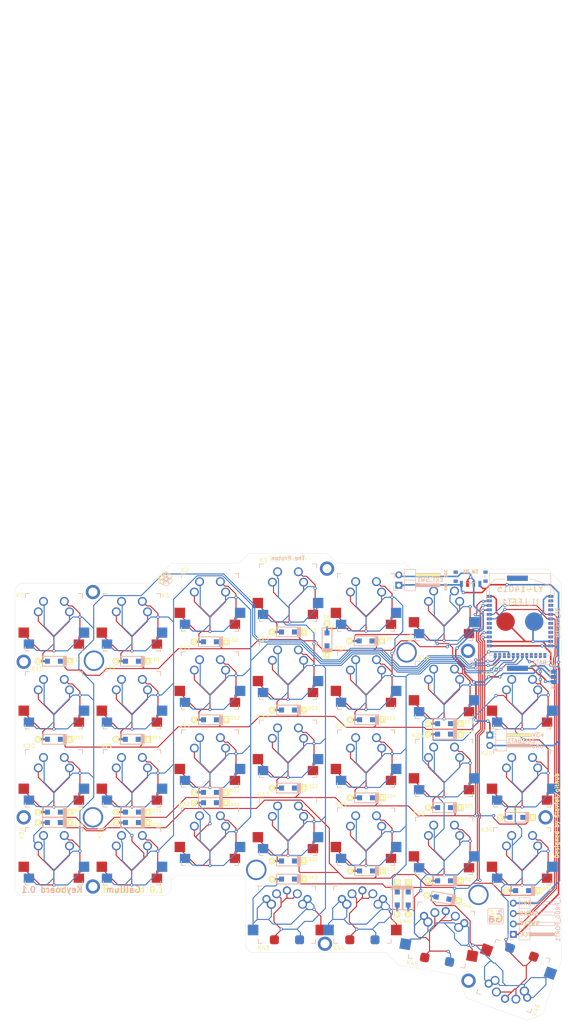
<source format=kicad_pcb>
(kicad_pcb (version 20171130) (host pcbnew "(5.1.9)-1")
  (layers (0 F.Cu signal) (31 B.Cu signal) (34 B.Paste user) (35 F.Paste user) (36 B.SilkS user) (37 F.SilkS user) (38 B.Mask user) (39 F.Mask user) (44 Edge.Cuts user))
  (net 0 "")
  (net 1 GND)
  (net 2 "Net-(BT_LEFT1-Pad1)")
  (net 3 "Net-(BT_RIGHT1-Pad1)")
  (net 4 "Net-(D0-Pad2)")
  (net 5 "Net-(D1-Pad2)")
  (net 6 "Net-(D2-Pad2)")
  (net 7 "Net-(D3-Pad2)")
  (net 8 "Net-(D4-Pad2)")
  (net 9 "Net-(D5-Pad2)")
  (net 10 "Net-(D10-Pad2)")
  (net 11 row1)
  (net 12 "Net-(D11-Pad2)")
  (net 13 "Net-(D12-Pad2)")
  (net 14 "Net-(D13-Pad2)")
  (net 15 "Net-(D14-Pad2)")
  (net 16 "Net-(D15-Pad2)")
  (net 17 "Net-(D16-Pad2)")
  (net 18 "Net-(D20-Pad2)")
  (net 19 row2)
  (net 20 "Net-(D21-Pad2)")
  (net 21 "Net-(D22-Pad2)")
  (net 22 "Net-(D23-Pad2)")
  (net 23 "Net-(D24-Pad2)")
  (net 24 "Net-(D25-Pad2)")
  (net 25 "Net-(D26-Pad2)")
  (net 26 "Net-(D30-Pad2)")
  (net 27 row3)
  (net 28 "Net-(D31-Pad2)")
  (net 29 "Net-(D32-Pad2)")
  (net 30 "Net-(D33-Pad2)")
  (net 31 "Net-(D34-Pad2)")
  (net 32 "Net-(D35-Pad2)")
  (net 33 "Net-(D36-Pad2)")
  (net 34 row4)
  (net 35 "Net-(D43-Pad2)")
  (net 36 SWDIO)
  (net 37 SWCLK)
  (net 38 VCC)
  (net 39 col0)
  (net 40 col1)
  (net 41 col2)
  (net 42 col3)
  (net 43 col4)
  (net 44 col5)
  (net 45 col6)
  (net 46 "Net-(U_LEFT1-Pad13)")
  (net 47 "Net-(U_LEFT1-Pad10)")
  (net 48 "Net-(U_LEFT1-Pad9)")
  (net 49 "Net-(U_LEFT1-Pad8)")
  (net 50 "Net-(U_LEFT1-Pad7)")
  (net 51 "Net-(U_LEFT1-Pad6)")
  (net 52 "Net-(U_LEFT1-Pad5)")
  (net 53 "Net-(U_LEFT1-Pad4)")
  (net 54 "Net-(U_LEFT1-Pad3)")
  (net 55 "Net-(U_LEFT1-Pad2)")
  (net 56 "Net-(U_LEFT1-Pad36)")
  (net 57 "Net-(U_LEFT1-Pad30)")
  (net 58 "Net-(U_LEFT1-Pad29)")
  (net 59 "Net-(U_LEFT1-Pad26)")
  (net 60 "Net-(U_LEFT1-Pad25)")
  (net 61 "Net-(U_LEFT1-Pad22)")
  (net 62 "Net-(U_LEFT1-Pad16)")
  (net 63 "Net-(U_LEFT1-Pad15)")
  (net 64 "Net-(U_LEFT1-Pad14)")
  (net 65 "Net-(U_RIGHT1-Pad8)")
  (net 66 "Net-(U_RIGHT1-Pad7)")
  (net 67 "Net-(U_RIGHT1-Pad6)")
  (net 68 "Net-(U_RIGHT1-Pad5)")
  (net 69 "Net-(U_RIGHT1-Pad36)")
  (net 70 "Net-(U_RIGHT1-Pad35)")
  (net 71 "Net-(U_RIGHT1-Pad34)")
  (net 72 "Net-(U_RIGHT1-Pad33)")
  (net 73 "Net-(U_RIGHT1-Pad30)")
  (net 74 "Net-(U_RIGHT1-Pad29)")
  (net 75 "Net-(U_RIGHT1-Pad28)")
  (net 76 "Net-(U_RIGHT1-Pad27)")
  (net 77 "Net-(U_RIGHT1-Pad26)")
  (net 78 "Net-(U_RIGHT1-Pad25)")
  (net 79 "Net-(U_RIGHT1-Pad24)")
  (net 80 "Net-(U_RIGHT1-Pad23)")
  (net 81 "Net-(U_RIGHT1-Pad22)")
  (net 82 "Net-(U_RIGHT1-Pad21)")
  (net 83 "Net-(U_RIGHT1-Pad15)")
  (net 84 "Net-(D44-Pad2)")
  (net 85 "Net-(D45-Pad2)")
  (net 86 "Net-(D46-Pad2)")
  (net 87 row0)
  (net 88 "Net-(EXT_BAT1-Pad1)")
  (net 89 "Net-(SW_L1-Pad3)")
  (net 90 "Net-(SW_R1-Pad3)")
  (module Antons_footprints:PG1350_socket_reversible_MX_Holtite (layer F.Cu) (at 164.615 146.327 350)
    (fp_text reference K45 (at -5.79102 8.113868 170) (layer F.SilkS))
    (fp_text value KEYSW)
    (pad 2 thru_hole circle (at 5 -3.8 170) (size 2.032 2.032) (drill 1.27) (layers *.Cu *.Mask) (net 85 "Net-(D45-Pad2)"))
    (pad 1 thru_hole circle (at 0 -5.9 170) (size 2.032 2.032) (drill 1.27) (layers *.Cu *.Mask) (net 44 col5))
    (pad 2 thru_hole circle (at -5 -3.8 170) (size 2.032 2.032) (drill 1.27) (layers *.Cu *.Mask) (net 85 "Net-(D45-Pad2)"))
    (pad 2 thru_hole circle (at 3.81 -2.54 350) (size 2.2 2.2) (drill 1.55) (layers *.Cu *.Mask) (net 85 "Net-(D45-Pad2)"))
    (pad 1 thru_hole circle (at 2.54 -5.08 350) (size 2.2 2.2) (drill 1.55) (layers *.Cu *.Mask) (net 44 col5))
    (pad "" np_thru_hole circle (at -5.08 0 350) (size 1.7 1.7) (drill 1.7) (layers *.Cu *.Mask))
    (pad 2 thru_hole circle (at -3.81 -2.54 350) (size 2.3 2.3) (drill 1.55) (layers *.Cu *.Mask) (net 85 "Net-(D45-Pad2)"))
    (pad "" np_thru_hole circle (at 0 0 350) (size 4 4) (drill 4) (layers *.Cu *.Mask))
    (pad 1 thru_hole circle (at -2.54 -5.08 350) (size 2.2 2.2) (drill 1.5) (layers *.Cu *.Mask) (net 44 col5))
    (pad "" np_thru_hole circle (at 5.08 0 350) (size 1.7 1.7) (drill 1.7) (layers *.Cu *.Mask))
    (pad 2 smd rect (at -8.275 3.75 350) (size 2.6 2.6) (layers B.Cu B.Paste B.Mask) (net 85 "Net-(D45-Pad2)"))
    (pad 1 smd roundrect (at 3.275 5.95 350) (size 2.2 2.2) (drill (offset -0.2 0.2)) (layers B.Cu B.Paste B.Mask) (net 44 col5))
    (pad "" np_thru_hole circle (at -5 3.75 350) (size 3 3) (drill 3) (layers *.Cu *.Mask))
    (pad 2 smd rect (at 8.275 3.75 350) (size 2.6 2.6) (layers F.Cu F.Paste F.Mask) (net 85 "Net-(D45-Pad2)"))
    (pad "" np_thru_hole circle (at 0 5.95 350) (size 3 3) (drill 3) (layers *.Cu *.Mask))
    (pad "" np_thru_hole circle (at 5 3.75 350) (size 3 3) (drill 3) (layers *.Cu *.Mask))
    (pad 1 smd roundrect (at -3.275 5.95 350) (size 2.2 2.2) (drill (offset 0.2 0.2)) (layers F.Cu F.Paste F.Mask) (net 44 col5))
    (pad "" np_thru_hole circle (at 5.5 0 350) (size 1.7018 1.7018) (drill 1.7018) (layers *.Cu *.Mask))
    (pad "" np_thru_hole circle (at -5.5 0 350) (size 1.7018 1.7018) (drill 1.7018) (layers *.Cu *.Mask))
  )
  (module Antons_footprints:PG1350_socket_reversible_MX_Holtite (layer F.Cu) (at 126.896 141.374)
    (fp_text reference K43 (at -5.715 8.128) (layer F.SilkS))
    (fp_text value KEYSW)
    (pad 2 thru_hole circle (at 5 -3.8 180) (size 2.032 2.032) (drill 1.27) (layers *.Cu *.Mask) (net 35 "Net-(D43-Pad2)"))
    (pad 1 thru_hole circle (at 0 -5.9 180) (size 2.032 2.032) (drill 1.27) (layers *.Cu *.Mask) (net 42 col3))
    (pad 2 thru_hole circle (at -5 -3.8 180) (size 2.032 2.032) (drill 1.27) (layers *.Cu *.Mask) (net 35 "Net-(D43-Pad2)"))
    (pad 2 thru_hole circle (at 3.81 -2.54) (size 2.2 2.2) (drill 1.55) (layers *.Cu *.Mask) (net 35 "Net-(D43-Pad2)"))
    (pad 1 thru_hole circle (at 2.54 -5.08) (size 2.2 2.2) (drill 1.55) (layers *.Cu *.Mask) (net 42 col3))
    (pad "" np_thru_hole circle (at -5.08 0) (size 1.7 1.7) (drill 1.7) (layers *.Cu *.Mask))
    (pad 2 thru_hole circle (at -3.81 -2.54) (size 2.3 2.3) (drill 1.55) (layers *.Cu *.Mask) (net 35 "Net-(D43-Pad2)"))
    (pad "" np_thru_hole circle (at 0 0) (size 4 4) (drill 4) (layers *.Cu *.Mask))
    (pad 1 thru_hole circle (at -2.54 -5.08) (size 2.2 2.2) (drill 1.5) (layers *.Cu *.Mask) (net 42 col3))
    (pad "" np_thru_hole circle (at 5.08 0) (size 1.7 1.7) (drill 1.7) (layers *.Cu *.Mask))
    (pad 2 smd rect (at -8.275 3.75) (size 2.6 2.6) (layers B.Cu B.Paste B.Mask) (net 35 "Net-(D43-Pad2)"))
    (pad 1 smd roundrect (at 3.275 5.95) (size 2.2 2.2) (drill (offset -0.2 0.2)) (layers B.Cu B.Paste B.Mask) (net 42 col3))
    (pad "" np_thru_hole circle (at -5 3.75) (size 3 3) (drill 3) (layers *.Cu *.Mask))
    (pad 2 smd rect (at 8.275 3.75) (size 2.6 2.6) (layers F.Cu F.Paste F.Mask) (net 35 "Net-(D43-Pad2)"))
    (pad "" np_thru_hole circle (at 0 5.95) (size 3 3) (drill 3) (layers *.Cu *.Mask))
    (pad "" np_thru_hole circle (at 5 3.75) (size 3 3) (drill 3) (layers *.Cu *.Mask))
    (pad 1 smd roundrect (at -3.275 5.95) (size 2.2 2.2) (drill (offset 0.2 0.2)) (layers F.Cu F.Paste F.Mask) (net 42 col3))
    (pad "" np_thru_hole circle (at 5.5 0) (size 1.7018 1.7018) (drill 1.7018) (layers *.Cu *.Mask))
    (pad "" np_thru_hole circle (at -5.5 0) (size 1.7018 1.7018) (drill 1.7018) (layers *.Cu *.Mask))
  )
  (module Antons_footprints:PG1350_socket_reversible_MX_Holtite (layer F.Cu) (at 182.141 156.36 160)
    (fp_text reference K46 (at -8.074379 -5.845954 70) (layer F.SilkS))
    (fp_text value KEYSW)
    (pad 2 thru_hole circle (at 5 -3.8 340) (size 2.032 2.032) (drill 1.27) (layers *.Cu *.Mask) (net 86 "Net-(D46-Pad2)"))
    (pad 1 thru_hole circle (at 0 -5.9 340) (size 2.032 2.032) (drill 1.27) (layers *.Cu *.Mask) (net 45 col6))
    (pad 2 thru_hole circle (at -5 -3.8 340) (size 2.032 2.032) (drill 1.27) (layers *.Cu *.Mask) (net 86 "Net-(D46-Pad2)"))
    (pad 2 thru_hole circle (at 3.81 -2.54 160) (size 2.2 2.2) (drill 1.55) (layers *.Cu *.Mask) (net 86 "Net-(D46-Pad2)"))
    (pad 1 thru_hole circle (at 2.54 -5.08 160) (size 2.2 2.2) (drill 1.55) (layers *.Cu *.Mask) (net 45 col6))
    (pad "" np_thru_hole circle (at -5.08 0 160) (size 1.7 1.7) (drill 1.7) (layers *.Cu *.Mask))
    (pad 2 thru_hole circle (at -3.81 -2.54 160) (size 2.3 2.3) (drill 1.55) (layers *.Cu *.Mask) (net 86 "Net-(D46-Pad2)"))
    (pad "" np_thru_hole circle (at 0 0 160) (size 4 4) (drill 4) (layers *.Cu *.Mask))
    (pad 1 thru_hole circle (at -2.54 -5.08 160) (size 2.2 2.2) (drill 1.5) (layers *.Cu *.Mask) (net 45 col6))
    (pad "" np_thru_hole circle (at 5.08 0 160) (size 1.7 1.7) (drill 1.7) (layers *.Cu *.Mask))
    (pad 2 smd rect (at -8.275 3.75 160) (size 2.6 2.6) (layers B.Cu B.Paste B.Mask) (net 86 "Net-(D46-Pad2)"))
    (pad 1 smd roundrect (at 3.275 5.95 160) (size 2.2 2.2) (drill (offset -0.2 0.2)) (layers B.Cu B.Paste B.Mask) (net 45 col6))
    (pad "" np_thru_hole circle (at -5 3.75 160) (size 3 3) (drill 3) (layers *.Cu *.Mask))
    (pad 2 smd rect (at 8.275 3.75 160) (size 2.6 2.6) (layers F.Cu F.Paste F.Mask) (net 86 "Net-(D46-Pad2)"))
    (pad "" np_thru_hole circle (at 0 5.95 160) (size 3 3) (drill 3) (layers *.Cu *.Mask))
    (pad "" np_thru_hole circle (at 5 3.75 160) (size 3 3) (drill 3) (layers *.Cu *.Mask))
    (pad 1 smd roundrect (at -3.275 5.95 160) (size 2.2 2.2) (drill (offset 0.2 0.2)) (layers F.Cu F.Paste F.Mask) (net 45 col6))
    (pad "" np_thru_hole circle (at 5.5 0 160) (size 1.7018 1.7018) (drill 1.7018) (layers *.Cu *.Mask))
    (pad "" np_thru_hole circle (at -5.5 0 160) (size 1.7018 1.7018) (drill 1.7018) (layers *.Cu *.Mask))
  )
  (module Antons_footprints:PG1350_socket_reversible_MX_Holtite (layer F.Cu) (at 145.311 141.374)
    (fp_text reference K44 (at -5.715 8.255) (layer F.SilkS))
    (fp_text value KEYSW)
    (pad 2 thru_hole circle (at 5 -3.8 180) (size 2.032 2.032) (drill 1.27) (layers *.Cu *.Mask) (net 84 "Net-(D44-Pad2)"))
    (pad 1 thru_hole circle (at 0 -5.9 180) (size 2.032 2.032) (drill 1.27) (layers *.Cu *.Mask) (net 43 col4))
    (pad 2 thru_hole circle (at -5 -3.8 180) (size 2.032 2.032) (drill 1.27) (layers *.Cu *.Mask) (net 84 "Net-(D44-Pad2)"))
    (pad 2 thru_hole circle (at 3.81 -2.54) (size 2.2 2.2) (drill 1.55) (layers *.Cu *.Mask) (net 84 "Net-(D44-Pad2)"))
    (pad 1 thru_hole circle (at 2.54 -5.08) (size 2.2 2.2) (drill 1.55) (layers *.Cu *.Mask) (net 43 col4))
    (pad "" np_thru_hole circle (at -5.08 0) (size 1.7 1.7) (drill 1.7) (layers *.Cu *.Mask))
    (pad 2 thru_hole circle (at -3.81 -2.54) (size 2.3 2.3) (drill 1.55) (layers *.Cu *.Mask) (net 84 "Net-(D44-Pad2)"))
    (pad "" np_thru_hole circle (at 0 0) (size 4 4) (drill 4) (layers *.Cu *.Mask))
    (pad 1 thru_hole circle (at -2.54 -5.08) (size 2.2 2.2) (drill 1.5) (layers *.Cu *.Mask) (net 43 col4))
    (pad "" np_thru_hole circle (at 5.08 0) (size 1.7 1.7) (drill 1.7) (layers *.Cu *.Mask))
    (pad 2 smd rect (at -8.275 3.75) (size 2.6 2.6) (layers B.Cu B.Paste B.Mask) (net 84 "Net-(D44-Pad2)"))
    (pad 1 smd roundrect (at 3.275 5.95) (size 2.2 2.2) (drill (offset -0.2 0.2)) (layers B.Cu B.Paste B.Mask) (net 43 col4))
    (pad "" np_thru_hole circle (at -5 3.75) (size 3 3) (drill 3) (layers *.Cu *.Mask))
    (pad 2 smd rect (at 8.275 3.75) (size 2.6 2.6) (layers F.Cu F.Paste F.Mask) (net 84 "Net-(D44-Pad2)"))
    (pad "" np_thru_hole circle (at 0 5.95) (size 3 3) (drill 3) (layers *.Cu *.Mask))
    (pad "" np_thru_hole circle (at 5 3.75) (size 3 3) (drill 3) (layers *.Cu *.Mask))
    (pad 1 smd roundrect (at -3.275 5.95) (size 2.2 2.2) (drill (offset 0.2 0.2)) (layers F.Cu F.Paste F.Mask) (net 43 col4))
    (pad "" np_thru_hole circle (at 5.5 0) (size 1.7018 1.7018) (drill 1.7018) (layers *.Cu *.Mask))
    (pad "" np_thru_hole circle (at -5.5 0) (size 1.7018 1.7018) (drill 1.7018) (layers *.Cu *.Mask))
  )
  (module Antons_footprints:SW_SPDT_PCM12 (layer B.Cu) (at 171.727 59.205)
    (fp_text reference SW_R1 (at 0 -1.524) (layer B.SilkS) (effects (font (size 0.8 0.8)) (justify mirror)))
    (fp_text value SW_SPDT)
    (pad "" np_thru_hole circle (at -1.5 -0.33) (size 0.9 0.9) (drill 0.9) (layers *.Cu *.Mask))
    (pad "" np_thru_hole circle (at 1.5 -0.33) (size 0.9 0.9) (drill 0.9) (layers *.Cu *.Mask))
    (pad 1 smd rect (at -2.25 1.43) (size 0.7 1.5) (layers B.Cu B.Paste B.Mask) (net 38 VCC))
    (pad 2 smd rect (at 0.75 1.43) (size 0.7 1.5) (layers B.Cu B.Paste B.Mask) (net 88 "Net-(EXT_BAT1-Pad1)"))
    (pad 3 smd rect (at 2.25 1.43) (size 0.7 1.5) (layers B.Cu B.Paste B.Mask) (net 90 "Net-(SW_R1-Pad3)"))
    (pad "" smd rect (at -3.65 -1.43) (size 1 0.8) (layers B.Cu B.Paste B.Mask))
    (pad "" smd rect (at 3.65 -1.43) (size 1 0.8) (layers B.Cu B.Paste B.Mask))
    (pad "" smd rect (at 3.65 0.78) (size 1 0.8) (layers B.Cu B.Paste B.Mask))
    (pad "" smd rect (at -3.65 0.78) (size 1 0.8) (layers B.Cu B.Paste B.Mask))
  )
  (module Antons_footprints:SW_SPDT_PCM12 (layer F.Cu) (at 171.727 59.205 180)
    (fp_text reference SW_L1 (at 0.127 1.524) (layer F.SilkS) (effects (font (size 0.8 0.8))))
    (fp_text value SW_SPDT)
    (pad "" np_thru_hole circle (at -1.5 0.33 180) (size 0.9 0.9) (drill 0.9) (layers *.Cu *.Mask))
    (pad "" np_thru_hole circle (at 1.5 0.33 180) (size 0.9 0.9) (drill 0.9) (layers *.Cu *.Mask))
    (pad 1 smd rect (at -2.25 -1.43 180) (size 0.7 1.5) (layers F.Cu F.Paste F.Mask) (net 38 VCC))
    (pad 2 smd rect (at 0.75 -1.43 180) (size 0.7 1.5) (layers F.Cu F.Paste F.Mask) (net 88 "Net-(EXT_BAT1-Pad1)"))
    (pad 3 smd rect (at 2.25 -1.43 180) (size 0.7 1.5) (layers F.Cu F.Paste F.Mask) (net 89 "Net-(SW_L1-Pad3)"))
    (pad "" smd rect (at -3.65 1.43 180) (size 1 0.8) (layers F.Cu F.Paste F.Mask))
    (pad "" smd rect (at 3.65 1.43 180) (size 1 0.8) (layers F.Cu F.Paste F.Mask))
    (pad "" smd rect (at 3.65 -0.78 180) (size 1 0.8) (layers F.Cu F.Paste F.Mask))
    (pad "" smd rect (at -3.65 -0.78 180) (size 1 0.8) (layers F.Cu F.Paste F.Mask))
  )
  (module Antons_footprints:BatteryHolder_Keystone_3034_1x20mm_right (layer B.Cu) (at 183.157 70.254 270)
    (fp_text reference BT_RIGHT1 (at 0 -9.906 90) (layer B.SilkS) (effects (justify mirror)))
    (fp_text value Battery_Cell)
    (pad 2 smd circle (at -0.4 -4.1 270) (size 4.5 4.5) (layers B.Cu B.Mask) (net 1 GND))
    (pad 1 smd rect (at 10.985 0 270) (size 1.27 5.08) (layers B.Cu B.Paste B.Mask) (net 3 "Net-(BT_RIGHT1-Pad1)"))
    (pad 1 smd rect (at -10.985 0 270) (size 1.27 5.08) (layers B.Cu B.Paste B.Mask) (net 3 "Net-(BT_RIGHT1-Pad1)"))
  )
  (module Antons_footprints:SW_Cherry_MX_1.00u_PCB_Hot_Swap_Optional (layer F.Cu) (at 146.2 65.174)
    (fp_text reference K4 (at -8.255 6.35 270) (layer F.SilkS))
    (fp_text value KEYSW)
    (pad "" np_thru_hole circle (at 5.08 0) (size 1.7 1.7) (drill 1.7) (layers *.Cu *.Mask))
    (pad "" np_thru_hole circle (at -5.08 0) (size 1.7 1.7) (drill 1.7) (layers *.Cu *.Mask))
    (pad "" np_thru_hole circle (at 0 0) (size 4 4) (drill 4) (layers *.Cu *.Mask))
    (pad 2 thru_hole circle (at -3.81 -2.54) (size 2.2 2.2) (drill 1.5) (layers *.Cu *.Mask) (net 8 "Net-(D4-Pad2)"))
    (pad 1 thru_hole circle (at 2.54 -5.08) (size 2.2 2.2) (drill 1.5) (layers *.Cu *.Mask) (net 43 col4))
    (pad 1 smd rect (at -6.09 5.33) (size 2.55 2.25) (layers B.Cu B.Paste B.Mask) (net 43 col4))
    (pad "" np_thru_hole circle (at -2.54 5.08) (size 3 3) (drill 3) (layers *.Cu *.Mask))
    (pad 2 smd rect (at 7.36 2.54) (size 2.55 2.5) (layers B.Cu B.Paste B.Mask) (net 8 "Net-(D4-Pad2)"))
    (pad "" np_thru_hole circle (at 3.81 2.54) (size 3 3) (drill 3) (layers *.Cu *.Mask))
    (pad 2 smd rect (at -7.36 2.54) (size 2.55 2.5) (layers F.Cu F.Paste F.Mask) (net 8 "Net-(D4-Pad2)"))
    (pad 1 smd rect (at 6.09 5.33) (size 2.55 2.25) (layers F.Cu F.Paste F.Mask) (net 43 col4))
    (pad "" np_thru_hole circle (at 2.54 5.08) (size 3 3) (drill 3) (layers *.Cu *.Mask))
    (pad "" np_thru_hole circle (at -3.81 2.54) (size 3 3) (drill 3) (layers *.Cu *.Mask))
    (pad 1 thru_hole circle (at -2.54 -5.08) (size 2.2 2.2) (drill 1.5) (layers *.Cu *.Mask) (net 43 col4))
    (pad 2 thru_hole circle (at 3.81 -2.54) (size 2.2 2.2) (drill 1.5) (layers *.Cu *.Mask) (net 8 "Net-(D4-Pad2)"))
  )
  (module Antons_footprints:SW_Cherry_MX_1.00u_PCB_Hot_Swap_Optional (layer F.Cu) (at 165.25 67.46)
    (fp_text reference K5 (at -8.255 6.35 270) (layer F.SilkS))
    (fp_text value KEYSW)
    (pad "" np_thru_hole circle (at 5.08 0) (size 1.7 1.7) (drill 1.7) (layers *.Cu *.Mask))
    (pad "" np_thru_hole circle (at -5.08 0) (size 1.7 1.7) (drill 1.7) (layers *.Cu *.Mask))
    (pad "" np_thru_hole circle (at 0 0) (size 4 4) (drill 4) (layers *.Cu *.Mask))
    (pad 2 thru_hole circle (at -3.81 -2.54) (size 2.2 2.2) (drill 1.5) (layers *.Cu *.Mask) (net 9 "Net-(D5-Pad2)"))
    (pad 1 thru_hole circle (at 2.54 -5.08) (size 2.2 2.2) (drill 1.5) (layers *.Cu *.Mask) (net 44 col5))
    (pad 1 smd rect (at -6.09 5.33) (size 2.55 2.25) (layers B.Cu B.Paste B.Mask) (net 44 col5))
    (pad "" np_thru_hole circle (at -2.54 5.08) (size 3 3) (drill 3) (layers *.Cu *.Mask))
    (pad 2 smd rect (at 7.36 2.54) (size 2.55 2.5) (layers B.Cu B.Paste B.Mask) (net 9 "Net-(D5-Pad2)"))
    (pad "" np_thru_hole circle (at 3.81 2.54) (size 3 3) (drill 3) (layers *.Cu *.Mask))
    (pad 2 smd rect (at -7.36 2.54) (size 2.55 2.5) (layers F.Cu F.Paste F.Mask) (net 9 "Net-(D5-Pad2)"))
    (pad 1 smd rect (at 6.09 5.33) (size 2.55 2.25) (layers F.Cu F.Paste F.Mask) (net 44 col5))
    (pad "" np_thru_hole circle (at 2.54 5.08) (size 3 3) (drill 3) (layers *.Cu *.Mask))
    (pad "" np_thru_hole circle (at -3.81 2.54) (size 3 3) (drill 3) (layers *.Cu *.Mask))
    (pad 1 thru_hole circle (at -2.54 -5.08) (size 2.2 2.2) (drill 1.5) (layers *.Cu *.Mask) (net 44 col5))
    (pad 2 thru_hole circle (at 3.81 -2.54) (size 2.2 2.2) (drill 1.5) (layers *.Cu *.Mask) (net 9 "Net-(D5-Pad2)"))
  )
  (module Antons_footprints:SW_Cherry_MX_1.00u_PCB_Hot_Swap_Optional (layer F.Cu) (at 89.05 70)
    (fp_text reference K1 (at 8.255 -6.477) (layer F.SilkS))
    (fp_text value KEYSW)
    (pad "" np_thru_hole circle (at 5.08 0) (size 1.7 1.7) (drill 1.7) (layers *.Cu *.Mask))
    (pad "" np_thru_hole circle (at -5.08 0) (size 1.7 1.7) (drill 1.7) (layers *.Cu *.Mask))
    (pad "" np_thru_hole circle (at 0 0) (size 4 4) (drill 4) (layers *.Cu *.Mask))
    (pad 2 thru_hole circle (at -3.81 -2.54) (size 2.2 2.2) (drill 1.5) (layers *.Cu *.Mask) (net 5 "Net-(D1-Pad2)"))
    (pad 1 thru_hole circle (at 2.54 -5.08) (size 2.2 2.2) (drill 1.5) (layers *.Cu *.Mask) (net 40 col1))
    (pad 1 smd rect (at -6.09 5.33) (size 2.55 2.25) (layers B.Cu B.Paste B.Mask) (net 40 col1))
    (pad "" np_thru_hole circle (at -2.54 5.08) (size 3 3) (drill 3) (layers *.Cu *.Mask))
    (pad 2 smd rect (at 7.36 2.54) (size 2.55 2.5) (layers B.Cu B.Paste B.Mask) (net 5 "Net-(D1-Pad2)"))
    (pad "" np_thru_hole circle (at 3.81 2.54) (size 3 3) (drill 3) (layers *.Cu *.Mask))
    (pad 2 smd rect (at -7.36 2.54) (size 2.55 2.5) (layers F.Cu F.Paste F.Mask) (net 5 "Net-(D1-Pad2)"))
    (pad 1 smd rect (at 6.09 5.33) (size 2.55 2.25) (layers F.Cu F.Paste F.Mask) (net 40 col1))
    (pad "" np_thru_hole circle (at 2.54 5.08) (size 3 3) (drill 3) (layers *.Cu *.Mask))
    (pad "" np_thru_hole circle (at -3.81 2.54) (size 3 3) (drill 3) (layers *.Cu *.Mask))
    (pad 1 thru_hole circle (at -2.54 -5.08) (size 2.2 2.2) (drill 1.5) (layers *.Cu *.Mask) (net 40 col1))
    (pad 2 thru_hole circle (at 3.81 -2.54) (size 2.2 2.2) (drill 1.5) (layers *.Cu *.Mask) (net 5 "Net-(D1-Pad2)"))
  )
  (module Antons_footprints:SW_Cherry_MX_1.00u_PCB_Hot_Swap_Optional (layer F.Cu) (at 70 127.15)
    (fp_text reference K30 (at -7.874 -5.588 90) (layer F.SilkS))
    (fp_text value KEYSW)
    (pad "" np_thru_hole circle (at 5.08 0) (size 1.7 1.7) (drill 1.7) (layers *.Cu *.Mask))
    (pad "" np_thru_hole circle (at -5.08 0) (size 1.7 1.7) (drill 1.7) (layers *.Cu *.Mask))
    (pad "" np_thru_hole circle (at 0 0) (size 4 4) (drill 4) (layers *.Cu *.Mask))
    (pad 2 thru_hole circle (at -3.81 -2.54) (size 2.2 2.2) (drill 1.5) (layers *.Cu *.Mask) (net 26 "Net-(D30-Pad2)"))
    (pad 1 thru_hole circle (at 2.54 -5.08) (size 2.2 2.2) (drill 1.5) (layers *.Cu *.Mask) (net 39 col0))
    (pad 1 smd rect (at -6.09 5.33) (size 2.55 2.25) (layers B.Cu B.Paste B.Mask) (net 39 col0))
    (pad "" np_thru_hole circle (at -2.54 5.08) (size 3 3) (drill 3) (layers *.Cu *.Mask))
    (pad 2 smd rect (at 7.36 2.54) (size 2.55 2.5) (layers B.Cu B.Paste B.Mask) (net 26 "Net-(D30-Pad2)"))
    (pad "" np_thru_hole circle (at 3.81 2.54) (size 3 3) (drill 3) (layers *.Cu *.Mask))
    (pad 2 smd rect (at -7.36 2.54) (size 2.55 2.5) (layers F.Cu F.Paste F.Mask) (net 26 "Net-(D30-Pad2)"))
    (pad 1 smd rect (at 6.09 5.33) (size 2.55 2.25) (layers F.Cu F.Paste F.Mask) (net 39 col0))
    (pad "" np_thru_hole circle (at 2.54 5.08) (size 3 3) (drill 3) (layers *.Cu *.Mask))
    (pad "" np_thru_hole circle (at -3.81 2.54) (size 3 3) (drill 3) (layers *.Cu *.Mask))
    (pad 1 thru_hole circle (at -2.54 -5.08) (size 2.2 2.2) (drill 1.5) (layers *.Cu *.Mask) (net 39 col0))
    (pad 2 thru_hole circle (at 3.81 -2.54) (size 2.2 2.2) (drill 1.5) (layers *.Cu *.Mask) (net 26 "Net-(D30-Pad2)"))
  )
  (module Antons_footprints:SW_Cherry_MX_1.00u_PCB_Hot_Swap_Optional (layer F.Cu) (at 70 70)
    (fp_text reference K0 (at -8.255 -6.477) (layer F.SilkS))
    (fp_text value KEYSW)
    (pad "" np_thru_hole circle (at 5.08 0) (size 1.7 1.7) (drill 1.7) (layers *.Cu *.Mask))
    (pad "" np_thru_hole circle (at -5.08 0) (size 1.7 1.7) (drill 1.7) (layers *.Cu *.Mask))
    (pad "" np_thru_hole circle (at 0 0) (size 4 4) (drill 4) (layers *.Cu *.Mask))
    (pad 2 thru_hole circle (at -3.81 -2.54) (size 2.2 2.2) (drill 1.5) (layers *.Cu *.Mask) (net 4 "Net-(D0-Pad2)"))
    (pad 1 thru_hole circle (at 2.54 -5.08) (size 2.2 2.2) (drill 1.5) (layers *.Cu *.Mask) (net 39 col0))
    (pad 1 smd rect (at -6.09 5.33) (size 2.55 2.25) (layers B.Cu B.Paste B.Mask) (net 39 col0))
    (pad "" np_thru_hole circle (at -2.54 5.08) (size 3 3) (drill 3) (layers *.Cu *.Mask))
    (pad 2 smd rect (at 7.36 2.54) (size 2.55 2.5) (layers B.Cu B.Paste B.Mask) (net 4 "Net-(D0-Pad2)"))
    (pad "" np_thru_hole circle (at 3.81 2.54) (size 3 3) (drill 3) (layers *.Cu *.Mask))
    (pad 2 smd rect (at -7.36 2.54) (size 2.55 2.5) (layers F.Cu F.Paste F.Mask) (net 4 "Net-(D0-Pad2)"))
    (pad 1 smd rect (at 6.09 5.33) (size 2.55 2.25) (layers F.Cu F.Paste F.Mask) (net 39 col0))
    (pad "" np_thru_hole circle (at 2.54 5.08) (size 3 3) (drill 3) (layers *.Cu *.Mask))
    (pad "" np_thru_hole circle (at -3.81 2.54) (size 3 3) (drill 3) (layers *.Cu *.Mask))
    (pad 1 thru_hole circle (at -2.54 -5.08) (size 2.2 2.2) (drill 1.5) (layers *.Cu *.Mask) (net 39 col0))
    (pad 2 thru_hole circle (at 3.81 -2.54) (size 2.2 2.2) (drill 1.5) (layers *.Cu *.Mask) (net 4 "Net-(D0-Pad2)"))
  )
  (module Antons_footprints:SW_Cherry_MX_1.00u_PCB_Hot_Swap_Optional (layer F.Cu) (at 184.3 127.15)
    (fp_text reference K36 (at -8.636 -6.477) (layer F.SilkS))
    (fp_text value KEYSW)
    (pad "" np_thru_hole circle (at 5.08 0) (size 1.7 1.7) (drill 1.7) (layers *.Cu *.Mask))
    (pad "" np_thru_hole circle (at -5.08 0) (size 1.7 1.7) (drill 1.7) (layers *.Cu *.Mask))
    (pad "" np_thru_hole circle (at 0 0) (size 4 4) (drill 4) (layers *.Cu *.Mask))
    (pad 2 thru_hole circle (at -3.81 -2.54) (size 2.2 2.2) (drill 1.5) (layers *.Cu *.Mask) (net 33 "Net-(D36-Pad2)"))
    (pad 1 thru_hole circle (at 2.54 -5.08) (size 2.2 2.2) (drill 1.5) (layers *.Cu *.Mask) (net 45 col6))
    (pad 1 smd rect (at -6.09 5.33) (size 2.55 2.25) (layers B.Cu B.Paste B.Mask) (net 45 col6))
    (pad "" np_thru_hole circle (at -2.54 5.08) (size 3 3) (drill 3) (layers *.Cu *.Mask))
    (pad 2 smd rect (at 7.36 2.54) (size 2.55 2.5) (layers B.Cu B.Paste B.Mask) (net 33 "Net-(D36-Pad2)"))
    (pad "" np_thru_hole circle (at 3.81 2.54) (size 3 3) (drill 3) (layers *.Cu *.Mask))
    (pad 2 smd rect (at -7.36 2.54) (size 2.55 2.5) (layers F.Cu F.Paste F.Mask) (net 33 "Net-(D36-Pad2)"))
    (pad 1 smd rect (at 6.09 5.33) (size 2.55 2.25) (layers F.Cu F.Paste F.Mask) (net 45 col6))
    (pad "" np_thru_hole circle (at 2.54 5.08) (size 3 3) (drill 3) (layers *.Cu *.Mask))
    (pad "" np_thru_hole circle (at -3.81 2.54) (size 3 3) (drill 3) (layers *.Cu *.Mask))
    (pad 1 thru_hole circle (at -2.54 -5.08) (size 2.2 2.2) (drill 1.5) (layers *.Cu *.Mask) (net 45 col6))
    (pad 2 thru_hole circle (at 3.81 -2.54) (size 2.2 2.2) (drill 1.5) (layers *.Cu *.Mask) (net 33 "Net-(D36-Pad2)"))
  )
  (module Antons_footprints:SW_Cherry_MX_1.00u_PCB_Hot_Swap_Optional (layer F.Cu) (at 165.25 124.61)
    (fp_text reference K35 (at -6.1 -7.9) (layer F.SilkS))
    (fp_text value KEYSW)
    (pad "" np_thru_hole circle (at 5.08 0) (size 1.7 1.7) (drill 1.7) (layers *.Cu *.Mask))
    (pad "" np_thru_hole circle (at -5.08 0) (size 1.7 1.7) (drill 1.7) (layers *.Cu *.Mask))
    (pad "" np_thru_hole circle (at 0 0) (size 4 4) (drill 4) (layers *.Cu *.Mask))
    (pad 2 thru_hole circle (at -3.81 -2.54) (size 2.2 2.2) (drill 1.5) (layers *.Cu *.Mask) (net 32 "Net-(D35-Pad2)"))
    (pad 1 thru_hole circle (at 2.54 -5.08) (size 2.2 2.2) (drill 1.5) (layers *.Cu *.Mask) (net 44 col5))
    (pad 1 smd rect (at -6.09 5.33) (size 2.55 2.25) (layers B.Cu B.Paste B.Mask) (net 44 col5))
    (pad "" np_thru_hole circle (at -2.54 5.08) (size 3 3) (drill 3) (layers *.Cu *.Mask))
    (pad 2 smd rect (at 7.36 2.54) (size 2.55 2.5) (layers B.Cu B.Paste B.Mask) (net 32 "Net-(D35-Pad2)"))
    (pad "" np_thru_hole circle (at 3.81 2.54) (size 3 3) (drill 3) (layers *.Cu *.Mask))
    (pad 2 smd rect (at -7.36 2.54) (size 2.55 2.5) (layers F.Cu F.Paste F.Mask) (net 32 "Net-(D35-Pad2)"))
    (pad 1 smd rect (at 6.09 5.33) (size 2.55 2.25) (layers F.Cu F.Paste F.Mask) (net 44 col5))
    (pad "" np_thru_hole circle (at 2.54 5.08) (size 3 3) (drill 3) (layers *.Cu *.Mask))
    (pad "" np_thru_hole circle (at -3.81 2.54) (size 3 3) (drill 3) (layers *.Cu *.Mask))
    (pad 1 thru_hole circle (at -2.54 -5.08) (size 2.2 2.2) (drill 1.5) (layers *.Cu *.Mask) (net 44 col5))
    (pad 2 thru_hole circle (at 3.81 -2.54) (size 2.2 2.2) (drill 1.5) (layers *.Cu *.Mask) (net 32 "Net-(D35-Pad2)"))
  )
  (module Antons_footprints:SW_Cherry_MX_1.00u_PCB_Hot_Swap_Optional (layer F.Cu) (at 146.2 122.324)
    (fp_text reference K34 (at -6.1 -7.9) (layer F.SilkS))
    (fp_text value KEYSW)
    (pad "" np_thru_hole circle (at 5.08 0) (size 1.7 1.7) (drill 1.7) (layers *.Cu *.Mask))
    (pad "" np_thru_hole circle (at -5.08 0) (size 1.7 1.7) (drill 1.7) (layers *.Cu *.Mask))
    (pad "" np_thru_hole circle (at 0 0) (size 4 4) (drill 4) (layers *.Cu *.Mask))
    (pad 2 thru_hole circle (at -3.81 -2.54) (size 2.2 2.2) (drill 1.5) (layers *.Cu *.Mask) (net 31 "Net-(D34-Pad2)"))
    (pad 1 thru_hole circle (at 2.54 -5.08) (size 2.2 2.2) (drill 1.5) (layers *.Cu *.Mask) (net 43 col4))
    (pad 1 smd rect (at -6.09 5.33) (size 2.55 2.25) (layers B.Cu B.Paste B.Mask) (net 43 col4))
    (pad "" np_thru_hole circle (at -2.54 5.08) (size 3 3) (drill 3) (layers *.Cu *.Mask))
    (pad 2 smd rect (at 7.36 2.54) (size 2.55 2.5) (layers B.Cu B.Paste B.Mask) (net 31 "Net-(D34-Pad2)"))
    (pad "" np_thru_hole circle (at 3.81 2.54) (size 3 3) (drill 3) (layers *.Cu *.Mask))
    (pad 2 smd rect (at -7.36 2.54) (size 2.55 2.5) (layers F.Cu F.Paste F.Mask) (net 31 "Net-(D34-Pad2)"))
    (pad 1 smd rect (at 6.09 5.33) (size 2.55 2.25) (layers F.Cu F.Paste F.Mask) (net 43 col4))
    (pad "" np_thru_hole circle (at 2.54 5.08) (size 3 3) (drill 3) (layers *.Cu *.Mask))
    (pad "" np_thru_hole circle (at -3.81 2.54) (size 3 3) (drill 3) (layers *.Cu *.Mask))
    (pad 1 thru_hole circle (at -2.54 -5.08) (size 2.2 2.2) (drill 1.5) (layers *.Cu *.Mask) (net 43 col4))
    (pad 2 thru_hole circle (at 3.81 -2.54) (size 2.2 2.2) (drill 1.5) (layers *.Cu *.Mask) (net 31 "Net-(D34-Pad2)"))
  )
  (module Antons_footprints:SW_Cherry_MX_1.00u_PCB_Hot_Swap_Optional (layer F.Cu) (at 127.15 119.93)
    (fp_text reference K33 (at -6.1 -7.9) (layer F.SilkS))
    (fp_text value KEYSW)
    (pad "" np_thru_hole circle (at 5.08 0) (size 1.7 1.7) (drill 1.7) (layers *.Cu *.Mask))
    (pad "" np_thru_hole circle (at -5.08 0) (size 1.7 1.7) (drill 1.7) (layers *.Cu *.Mask))
    (pad "" np_thru_hole circle (at 0 0) (size 4 4) (drill 4) (layers *.Cu *.Mask))
    (pad 2 thru_hole circle (at -3.81 -2.54) (size 2.2 2.2) (drill 1.5) (layers *.Cu *.Mask) (net 30 "Net-(D33-Pad2)"))
    (pad 1 thru_hole circle (at 2.54 -5.08) (size 2.2 2.2) (drill 1.5) (layers *.Cu *.Mask) (net 42 col3))
    (pad 1 smd rect (at -6.09 5.33) (size 2.55 2.25) (layers B.Cu B.Paste B.Mask) (net 42 col3))
    (pad "" np_thru_hole circle (at -2.54 5.08) (size 3 3) (drill 3) (layers *.Cu *.Mask))
    (pad 2 smd rect (at 7.36 2.54) (size 2.55 2.5) (layers B.Cu B.Paste B.Mask) (net 30 "Net-(D33-Pad2)"))
    (pad "" np_thru_hole circle (at 3.81 2.54) (size 3 3) (drill 3) (layers *.Cu *.Mask))
    (pad 2 smd rect (at -7.36 2.54) (size 2.55 2.5) (layers F.Cu F.Paste F.Mask) (net 30 "Net-(D33-Pad2)"))
    (pad 1 smd rect (at 6.09 5.33) (size 2.55 2.25) (layers F.Cu F.Paste F.Mask) (net 42 col3))
    (pad "" np_thru_hole circle (at 2.54 5.08) (size 3 3) (drill 3) (layers *.Cu *.Mask))
    (pad "" np_thru_hole circle (at -3.81 2.54) (size 3 3) (drill 3) (layers *.Cu *.Mask))
    (pad 1 thru_hole circle (at -2.54 -5.08) (size 2.2 2.2) (drill 1.5) (layers *.Cu *.Mask) (net 42 col3))
    (pad 2 thru_hole circle (at 3.81 -2.54) (size 2.2 2.2) (drill 1.5) (layers *.Cu *.Mask) (net 30 "Net-(D33-Pad2)"))
  )
  (module Antons_footprints:SW_Cherry_MX_1.00u_PCB_Hot_Swap_Optional (layer F.Cu) (at 108.1 122.324)
    (fp_text reference K32 (at -6.35 -7.9) (layer F.SilkS))
    (fp_text value KEYSW)
    (pad "" np_thru_hole circle (at 5.08 0) (size 1.7 1.7) (drill 1.7) (layers *.Cu *.Mask))
    (pad "" np_thru_hole circle (at -5.08 0) (size 1.7 1.7) (drill 1.7) (layers *.Cu *.Mask))
    (pad "" np_thru_hole circle (at 0 0) (size 4 4) (drill 4) (layers *.Cu *.Mask))
    (pad 2 thru_hole circle (at -3.81 -2.54) (size 2.2 2.2) (drill 1.5) (layers *.Cu *.Mask) (net 29 "Net-(D32-Pad2)"))
    (pad 1 thru_hole circle (at 2.54 -5.08) (size 2.2 2.2) (drill 1.5) (layers *.Cu *.Mask) (net 41 col2))
    (pad 1 smd rect (at -6.09 5.33) (size 2.55 2.25) (layers B.Cu B.Paste B.Mask) (net 41 col2))
    (pad "" np_thru_hole circle (at -2.54 5.08) (size 3 3) (drill 3) (layers *.Cu *.Mask))
    (pad 2 smd rect (at 7.36 2.54) (size 2.55 2.5) (layers B.Cu B.Paste B.Mask) (net 29 "Net-(D32-Pad2)"))
    (pad "" np_thru_hole circle (at 3.81 2.54) (size 3 3) (drill 3) (layers *.Cu *.Mask))
    (pad 2 smd rect (at -7.36 2.54) (size 2.55 2.5) (layers F.Cu F.Paste F.Mask) (net 29 "Net-(D32-Pad2)"))
    (pad 1 smd rect (at 6.09 5.33) (size 2.55 2.25) (layers F.Cu F.Paste F.Mask) (net 41 col2))
    (pad "" np_thru_hole circle (at 2.54 5.08) (size 3 3) (drill 3) (layers *.Cu *.Mask))
    (pad "" np_thru_hole circle (at -3.81 2.54) (size 3 3) (drill 3) (layers *.Cu *.Mask))
    (pad 1 thru_hole circle (at -2.54 -5.08) (size 2.2 2.2) (drill 1.5) (layers *.Cu *.Mask) (net 41 col2))
    (pad 2 thru_hole circle (at 3.81 -2.54) (size 2.2 2.2) (drill 1.5) (layers *.Cu *.Mask) (net 29 "Net-(D32-Pad2)"))
  )
  (module Antons_footprints:SW_Cherry_MX_1.00u_PCB_Hot_Swap_Optional (layer F.Cu) (at 89.05 127.15)
    (fp_text reference K31 (at -7.747 -5.715 90) (layer F.SilkS))
    (fp_text value KEYSW)
    (pad "" np_thru_hole circle (at 5.08 0) (size 1.7 1.7) (drill 1.7) (layers *.Cu *.Mask))
    (pad "" np_thru_hole circle (at -5.08 0) (size 1.7 1.7) (drill 1.7) (layers *.Cu *.Mask))
    (pad "" np_thru_hole circle (at 0 0) (size 4 4) (drill 4) (layers *.Cu *.Mask))
    (pad 2 thru_hole circle (at -3.81 -2.54) (size 2.2 2.2) (drill 1.5) (layers *.Cu *.Mask) (net 28 "Net-(D31-Pad2)"))
    (pad 1 thru_hole circle (at 2.54 -5.08) (size 2.2 2.2) (drill 1.5) (layers *.Cu *.Mask) (net 40 col1))
    (pad 1 smd rect (at -6.09 5.33) (size 2.55 2.25) (layers B.Cu B.Paste B.Mask) (net 40 col1))
    (pad "" np_thru_hole circle (at -2.54 5.08) (size 3 3) (drill 3) (layers *.Cu *.Mask))
    (pad 2 smd rect (at 7.36 2.54) (size 2.55 2.5) (layers B.Cu B.Paste B.Mask) (net 28 "Net-(D31-Pad2)"))
    (pad "" np_thru_hole circle (at 3.81 2.54) (size 3 3) (drill 3) (layers *.Cu *.Mask))
    (pad 2 smd rect (at -7.36 2.54) (size 2.55 2.5) (layers F.Cu F.Paste F.Mask) (net 28 "Net-(D31-Pad2)"))
    (pad 1 smd rect (at 6.09 5.33) (size 2.55 2.25) (layers F.Cu F.Paste F.Mask) (net 40 col1))
    (pad "" np_thru_hole circle (at 2.54 5.08) (size 3 3) (drill 3) (layers *.Cu *.Mask))
    (pad "" np_thru_hole circle (at -3.81 2.54) (size 3 3) (drill 3) (layers *.Cu *.Mask))
    (pad 1 thru_hole circle (at -2.54 -5.08) (size 2.2 2.2) (drill 1.5) (layers *.Cu *.Mask) (net 40 col1))
    (pad 2 thru_hole circle (at 3.81 -2.54) (size 2.2 2.2) (drill 1.5) (layers *.Cu *.Mask) (net 28 "Net-(D31-Pad2)"))
  )
  (module Antons_footprints:SW_Cherry_MX_1.00u_PCB_Hot_Swap_Optional (layer F.Cu) (at 184.3 108.1)
    (fp_text reference K26 (at -8.636 -6.096) (layer F.SilkS))
    (fp_text value KEYSW)
    (pad "" np_thru_hole circle (at 5.08 0) (size 1.7 1.7) (drill 1.7) (layers *.Cu *.Mask))
    (pad "" np_thru_hole circle (at -5.08 0) (size 1.7 1.7) (drill 1.7) (layers *.Cu *.Mask))
    (pad "" np_thru_hole circle (at 0 0) (size 4 4) (drill 4) (layers *.Cu *.Mask))
    (pad 2 thru_hole circle (at -3.81 -2.54) (size 2.2 2.2) (drill 1.5) (layers *.Cu *.Mask) (net 25 "Net-(D26-Pad2)"))
    (pad 1 thru_hole circle (at 2.54 -5.08) (size 2.2 2.2) (drill 1.5) (layers *.Cu *.Mask) (net 45 col6))
    (pad 1 smd rect (at -6.09 5.33) (size 2.55 2.25) (layers B.Cu B.Paste B.Mask) (net 45 col6))
    (pad "" np_thru_hole circle (at -2.54 5.08) (size 3 3) (drill 3) (layers *.Cu *.Mask))
    (pad 2 smd rect (at 7.36 2.54) (size 2.55 2.5) (layers B.Cu B.Paste B.Mask) (net 25 "Net-(D26-Pad2)"))
    (pad "" np_thru_hole circle (at 3.81 2.54) (size 3 3) (drill 3) (layers *.Cu *.Mask))
    (pad 2 smd rect (at -7.36 2.54) (size 2.55 2.5) (layers F.Cu F.Paste F.Mask) (net 25 "Net-(D26-Pad2)"))
    (pad 1 smd rect (at 6.09 5.33) (size 2.55 2.25) (layers F.Cu F.Paste F.Mask) (net 45 col6))
    (pad "" np_thru_hole circle (at 2.54 5.08) (size 3 3) (drill 3) (layers *.Cu *.Mask))
    (pad "" np_thru_hole circle (at -3.81 2.54) (size 3 3) (drill 3) (layers *.Cu *.Mask))
    (pad 1 thru_hole circle (at -2.54 -5.08) (size 2.2 2.2) (drill 1.5) (layers *.Cu *.Mask) (net 45 col6))
    (pad 2 thru_hole circle (at 3.81 -2.54) (size 2.2 2.2) (drill 1.5) (layers *.Cu *.Mask) (net 25 "Net-(D26-Pad2)"))
  )
  (module Antons_footprints:SW_Cherry_MX_1.00u_PCB_Hot_Swap_Optional (layer F.Cu) (at 165.25 105.56)
    (fp_text reference K25 (at -6.477 -7.9) (layer F.SilkS))
    (fp_text value KEYSW)
    (pad "" np_thru_hole circle (at 5.08 0) (size 1.7 1.7) (drill 1.7) (layers *.Cu *.Mask))
    (pad "" np_thru_hole circle (at -5.08 0) (size 1.7 1.7) (drill 1.7) (layers *.Cu *.Mask))
    (pad "" np_thru_hole circle (at 0 0) (size 4 4) (drill 4) (layers *.Cu *.Mask))
    (pad 2 thru_hole circle (at -3.81 -2.54) (size 2.2 2.2) (drill 1.5) (layers *.Cu *.Mask) (net 24 "Net-(D25-Pad2)"))
    (pad 1 thru_hole circle (at 2.54 -5.08) (size 2.2 2.2) (drill 1.5) (layers *.Cu *.Mask) (net 44 col5))
    (pad 1 smd rect (at -6.09 5.33) (size 2.55 2.25) (layers B.Cu B.Paste B.Mask) (net 44 col5))
    (pad "" np_thru_hole circle (at -2.54 5.08) (size 3 3) (drill 3) (layers *.Cu *.Mask))
    (pad 2 smd rect (at 7.36 2.54) (size 2.55 2.5) (layers B.Cu B.Paste B.Mask) (net 24 "Net-(D25-Pad2)"))
    (pad "" np_thru_hole circle (at 3.81 2.54) (size 3 3) (drill 3) (layers *.Cu *.Mask))
    (pad 2 smd rect (at -7.36 2.54) (size 2.55 2.5) (layers F.Cu F.Paste F.Mask) (net 24 "Net-(D25-Pad2)"))
    (pad 1 smd rect (at 6.09 5.33) (size 2.55 2.25) (layers F.Cu F.Paste F.Mask) (net 44 col5))
    (pad "" np_thru_hole circle (at 2.54 5.08) (size 3 3) (drill 3) (layers *.Cu *.Mask))
    (pad "" np_thru_hole circle (at -3.81 2.54) (size 3 3) (drill 3) (layers *.Cu *.Mask))
    (pad 1 thru_hole circle (at -2.54 -5.08) (size 2.2 2.2) (drill 1.5) (layers *.Cu *.Mask) (net 44 col5))
    (pad 2 thru_hole circle (at 3.81 -2.54) (size 2.2 2.2) (drill 1.5) (layers *.Cu *.Mask) (net 24 "Net-(D25-Pad2)"))
  )
  (module Antons_footprints:SW_Cherry_MX_1.00u_PCB_Hot_Swap_Optional (layer F.Cu) (at 146.2 103.274)
    (fp_text reference K24 (at -6.1 -7.9) (layer F.SilkS))
    (fp_text value KEYSW)
    (pad "" np_thru_hole circle (at 5.08 0) (size 1.7 1.7) (drill 1.7) (layers *.Cu *.Mask))
    (pad "" np_thru_hole circle (at -5.08 0) (size 1.7 1.7) (drill 1.7) (layers *.Cu *.Mask))
    (pad "" np_thru_hole circle (at 0 0) (size 4 4) (drill 4) (layers *.Cu *.Mask))
    (pad 2 thru_hole circle (at -3.81 -2.54) (size 2.2 2.2) (drill 1.5) (layers *.Cu *.Mask) (net 23 "Net-(D24-Pad2)"))
    (pad 1 thru_hole circle (at 2.54 -5.08) (size 2.2 2.2) (drill 1.5) (layers *.Cu *.Mask) (net 43 col4))
    (pad 1 smd rect (at -6.09 5.33) (size 2.55 2.25) (layers B.Cu B.Paste B.Mask) (net 43 col4))
    (pad "" np_thru_hole circle (at -2.54 5.08) (size 3 3) (drill 3) (layers *.Cu *.Mask))
    (pad 2 smd rect (at 7.36 2.54) (size 2.55 2.5) (layers B.Cu B.Paste B.Mask) (net 23 "Net-(D24-Pad2)"))
    (pad "" np_thru_hole circle (at 3.81 2.54) (size 3 3) (drill 3) (layers *.Cu *.Mask))
    (pad 2 smd rect (at -7.36 2.54) (size 2.55 2.5) (layers F.Cu F.Paste F.Mask) (net 23 "Net-(D24-Pad2)"))
    (pad 1 smd rect (at 6.09 5.33) (size 2.55 2.25) (layers F.Cu F.Paste F.Mask) (net 43 col4))
    (pad "" np_thru_hole circle (at 2.54 5.08) (size 3 3) (drill 3) (layers *.Cu *.Mask))
    (pad "" np_thru_hole circle (at -3.81 2.54) (size 3 3) (drill 3) (layers *.Cu *.Mask))
    (pad 1 thru_hole circle (at -2.54 -5.08) (size 2.2 2.2) (drill 1.5) (layers *.Cu *.Mask) (net 43 col4))
    (pad 2 thru_hole circle (at 3.81 -2.54) (size 2.2 2.2) (drill 1.5) (layers *.Cu *.Mask) (net 23 "Net-(D24-Pad2)"))
  )
  (module Antons_footprints:SW_Cherry_MX_1.00u_PCB_Hot_Swap_Optional (layer F.Cu) (at 127.15 100.88)
    (fp_text reference K23 (at -6.1 -7.9) (layer F.SilkS))
    (fp_text value KEYSW)
    (pad "" np_thru_hole circle (at 5.08 0) (size 1.7 1.7) (drill 1.7) (layers *.Cu *.Mask))
    (pad "" np_thru_hole circle (at -5.08 0) (size 1.7 1.7) (drill 1.7) (layers *.Cu *.Mask))
    (pad "" np_thru_hole circle (at 0 0) (size 4 4) (drill 4) (layers *.Cu *.Mask))
    (pad 2 thru_hole circle (at -3.81 -2.54) (size 2.2 2.2) (drill 1.5) (layers *.Cu *.Mask) (net 22 "Net-(D23-Pad2)"))
    (pad 1 thru_hole circle (at 2.54 -5.08) (size 2.2 2.2) (drill 1.5) (layers *.Cu *.Mask) (net 42 col3))
    (pad 1 smd rect (at -6.09 5.33) (size 2.55 2.25) (layers B.Cu B.Paste B.Mask) (net 42 col3))
    (pad "" np_thru_hole circle (at -2.54 5.08) (size 3 3) (drill 3) (layers *.Cu *.Mask))
    (pad 2 smd rect (at 7.36 2.54) (size 2.55 2.5) (layers B.Cu B.Paste B.Mask) (net 22 "Net-(D23-Pad2)"))
    (pad "" np_thru_hole circle (at 3.81 2.54) (size 3 3) (drill 3) (layers *.Cu *.Mask))
    (pad 2 smd rect (at -7.36 2.54) (size 2.55 2.5) (layers F.Cu F.Paste F.Mask) (net 22 "Net-(D23-Pad2)"))
    (pad 1 smd rect (at 6.09 5.33) (size 2.55 2.25) (layers F.Cu F.Paste F.Mask) (net 42 col3))
    (pad "" np_thru_hole circle (at 2.54 5.08) (size 3 3) (drill 3) (layers *.Cu *.Mask))
    (pad "" np_thru_hole circle (at -3.81 2.54) (size 3 3) (drill 3) (layers *.Cu *.Mask))
    (pad 1 thru_hole circle (at -2.54 -5.08) (size 2.2 2.2) (drill 1.5) (layers *.Cu *.Mask) (net 42 col3))
    (pad 2 thru_hole circle (at 3.81 -2.54) (size 2.2 2.2) (drill 1.5) (layers *.Cu *.Mask) (net 22 "Net-(D23-Pad2)"))
  )
  (module Antons_footprints:SW_Cherry_MX_1.00u_PCB_Hot_Swap_Optional (layer F.Cu) (at 108.1 103.274)
    (fp_text reference K22 (at -6.1 -7.9) (layer F.SilkS))
    (fp_text value KEYSW)
    (pad "" np_thru_hole circle (at 5.08 0) (size 1.7 1.7) (drill 1.7) (layers *.Cu *.Mask))
    (pad "" np_thru_hole circle (at -5.08 0) (size 1.7 1.7) (drill 1.7) (layers *.Cu *.Mask))
    (pad "" np_thru_hole circle (at 0 0) (size 4 4) (drill 4) (layers *.Cu *.Mask))
    (pad 2 thru_hole circle (at -3.81 -2.54) (size 2.2 2.2) (drill 1.5) (layers *.Cu *.Mask) (net 21 "Net-(D22-Pad2)"))
    (pad 1 thru_hole circle (at 2.54 -5.08) (size 2.2 2.2) (drill 1.5) (layers *.Cu *.Mask) (net 41 col2))
    (pad 1 smd rect (at -6.09 5.33) (size 2.55 2.25) (layers B.Cu B.Paste B.Mask) (net 41 col2))
    (pad "" np_thru_hole circle (at -2.54 5.08) (size 3 3) (drill 3) (layers *.Cu *.Mask))
    (pad 2 smd rect (at 7.36 2.54) (size 2.55 2.5) (layers B.Cu B.Paste B.Mask) (net 21 "Net-(D22-Pad2)"))
    (pad "" np_thru_hole circle (at 3.81 2.54) (size 3 3) (drill 3) (layers *.Cu *.Mask))
    (pad 2 smd rect (at -7.36 2.54) (size 2.55 2.5) (layers F.Cu F.Paste F.Mask) (net 21 "Net-(D22-Pad2)"))
    (pad 1 smd rect (at 6.09 5.33) (size 2.55 2.25) (layers F.Cu F.Paste F.Mask) (net 41 col2))
    (pad "" np_thru_hole circle (at 2.54 5.08) (size 3 3) (drill 3) (layers *.Cu *.Mask))
    (pad "" np_thru_hole circle (at -3.81 2.54) (size 3 3) (drill 3) (layers *.Cu *.Mask))
    (pad 1 thru_hole circle (at -2.54 -5.08) (size 2.2 2.2) (drill 1.5) (layers *.Cu *.Mask) (net 41 col2))
    (pad 2 thru_hole circle (at 3.81 -2.54) (size 2.2 2.2) (drill 1.5) (layers *.Cu *.Mask) (net 21 "Net-(D22-Pad2)"))
  )
  (module Antons_footprints:SW_Cherry_MX_1.00u_PCB_Hot_Swap_Optional (layer F.Cu) (at 89.05 108.1)
    (fp_text reference K21 (at -6.1 -7.9) (layer F.SilkS))
    (fp_text value KEYSW)
    (pad "" np_thru_hole circle (at 5.08 0) (size 1.7 1.7) (drill 1.7) (layers *.Cu *.Mask))
    (pad "" np_thru_hole circle (at -5.08 0) (size 1.7 1.7) (drill 1.7) (layers *.Cu *.Mask))
    (pad "" np_thru_hole circle (at 0 0) (size 4 4) (drill 4) (layers *.Cu *.Mask))
    (pad 2 thru_hole circle (at -3.81 -2.54) (size 2.2 2.2) (drill 1.5) (layers *.Cu *.Mask) (net 20 "Net-(D21-Pad2)"))
    (pad 1 thru_hole circle (at 2.54 -5.08) (size 2.2 2.2) (drill 1.5) (layers *.Cu *.Mask) (net 40 col1))
    (pad 1 smd rect (at -6.09 5.33) (size 2.55 2.25) (layers B.Cu B.Paste B.Mask) (net 40 col1))
    (pad "" np_thru_hole circle (at -2.54 5.08) (size 3 3) (drill 3) (layers *.Cu *.Mask))
    (pad 2 smd rect (at 7.36 2.54) (size 2.55 2.5) (layers B.Cu B.Paste B.Mask) (net 20 "Net-(D21-Pad2)"))
    (pad "" np_thru_hole circle (at 3.81 2.54) (size 3 3) (drill 3) (layers *.Cu *.Mask))
    (pad 2 smd rect (at -7.36 2.54) (size 2.55 2.5) (layers F.Cu F.Paste F.Mask) (net 20 "Net-(D21-Pad2)"))
    (pad 1 smd rect (at 6.09 5.33) (size 2.55 2.25) (layers F.Cu F.Paste F.Mask) (net 40 col1))
    (pad "" np_thru_hole circle (at 2.54 5.08) (size 3 3) (drill 3) (layers *.Cu *.Mask))
    (pad "" np_thru_hole circle (at -3.81 2.54) (size 3 3) (drill 3) (layers *.Cu *.Mask))
    (pad 1 thru_hole circle (at -2.54 -5.08) (size 2.2 2.2) (drill 1.5) (layers *.Cu *.Mask) (net 40 col1))
    (pad 2 thru_hole circle (at 3.81 -2.54) (size 2.2 2.2) (drill 1.5) (layers *.Cu *.Mask) (net 20 "Net-(D21-Pad2)"))
  )
  (module Antons_footprints:SW_Cherry_MX_1.00u_PCB_Hot_Swap_Optional (layer F.Cu) (at 70 108.1)
    (fp_text reference K20 (at -6.1 -7.9) (layer F.SilkS))
    (fp_text value KEYSW)
    (pad "" np_thru_hole circle (at 5.08 0) (size 1.7 1.7) (drill 1.7) (layers *.Cu *.Mask))
    (pad "" np_thru_hole circle (at -5.08 0) (size 1.7 1.7) (drill 1.7) (layers *.Cu *.Mask))
    (pad "" np_thru_hole circle (at 0 0) (size 4 4) (drill 4) (layers *.Cu *.Mask))
    (pad 2 thru_hole circle (at -3.81 -2.54) (size 2.2 2.2) (drill 1.5) (layers *.Cu *.Mask) (net 18 "Net-(D20-Pad2)"))
    (pad 1 thru_hole circle (at 2.54 -5.08) (size 2.2 2.2) (drill 1.5) (layers *.Cu *.Mask) (net 39 col0))
    (pad 1 smd rect (at -6.09 5.33) (size 2.55 2.25) (layers B.Cu B.Paste B.Mask) (net 39 col0))
    (pad "" np_thru_hole circle (at -2.54 5.08) (size 3 3) (drill 3) (layers *.Cu *.Mask))
    (pad 2 smd rect (at 7.36 2.54) (size 2.55 2.5) (layers B.Cu B.Paste B.Mask) (net 18 "Net-(D20-Pad2)"))
    (pad "" np_thru_hole circle (at 3.81 2.54) (size 3 3) (drill 3) (layers *.Cu *.Mask))
    (pad 2 smd rect (at -7.36 2.54) (size 2.55 2.5) (layers F.Cu F.Paste F.Mask) (net 18 "Net-(D20-Pad2)"))
    (pad 1 smd rect (at 6.09 5.33) (size 2.55 2.25) (layers F.Cu F.Paste F.Mask) (net 39 col0))
    (pad "" np_thru_hole circle (at 2.54 5.08) (size 3 3) (drill 3) (layers *.Cu *.Mask))
    (pad "" np_thru_hole circle (at -3.81 2.54) (size 3 3) (drill 3) (layers *.Cu *.Mask))
    (pad 1 thru_hole circle (at -2.54 -5.08) (size 2.2 2.2) (drill 1.5) (layers *.Cu *.Mask) (net 39 col0))
    (pad 2 thru_hole circle (at 3.81 -2.54) (size 2.2 2.2) (drill 1.5) (layers *.Cu *.Mask) (net 18 "Net-(D20-Pad2)"))
  )
  (module Antons_footprints:SW_Cherry_MX_1.00u_PCB_Hot_Swap_Optional (layer F.Cu) (at 184.3 89.05)
    (fp_text reference K16 (at -8.636 -6.477) (layer F.SilkS))
    (fp_text value KEYSW)
    (pad "" np_thru_hole circle (at 5.08 0) (size 1.7 1.7) (drill 1.7) (layers *.Cu *.Mask))
    (pad "" np_thru_hole circle (at -5.08 0) (size 1.7 1.7) (drill 1.7) (layers *.Cu *.Mask))
    (pad "" np_thru_hole circle (at 0 0) (size 4 4) (drill 4) (layers *.Cu *.Mask))
    (pad 2 thru_hole circle (at -3.81 -2.54) (size 2.2 2.2) (drill 1.5) (layers *.Cu *.Mask) (net 17 "Net-(D16-Pad2)"))
    (pad 1 thru_hole circle (at 2.54 -5.08) (size 2.2 2.2) (drill 1.5) (layers *.Cu *.Mask) (net 45 col6))
    (pad 1 smd rect (at -6.09 5.33) (size 2.55 2.25) (layers B.Cu B.Paste B.Mask) (net 45 col6))
    (pad "" np_thru_hole circle (at -2.54 5.08) (size 3 3) (drill 3) (layers *.Cu *.Mask))
    (pad 2 smd rect (at 7.36 2.54) (size 2.55 2.5) (layers B.Cu B.Paste B.Mask) (net 17 "Net-(D16-Pad2)"))
    (pad "" np_thru_hole circle (at 3.81 2.54) (size 3 3) (drill 3) (layers *.Cu *.Mask))
    (pad 2 smd rect (at -7.36 2.54) (size 2.55 2.5) (layers F.Cu F.Paste F.Mask) (net 17 "Net-(D16-Pad2)"))
    (pad 1 smd rect (at 6.09 5.33) (size 2.55 2.25) (layers F.Cu F.Paste F.Mask) (net 45 col6))
    (pad "" np_thru_hole circle (at 2.54 5.08) (size 3 3) (drill 3) (layers *.Cu *.Mask))
    (pad "" np_thru_hole circle (at -3.81 2.54) (size 3 3) (drill 3) (layers *.Cu *.Mask))
    (pad 1 thru_hole circle (at -2.54 -5.08) (size 2.2 2.2) (drill 1.5) (layers *.Cu *.Mask) (net 45 col6))
    (pad 2 thru_hole circle (at 3.81 -2.54) (size 2.2 2.2) (drill 1.5) (layers *.Cu *.Mask) (net 17 "Net-(D16-Pad2)"))
  )
  (module Antons_footprints:SW_Cherry_MX_1.00u_PCB_Hot_Swap_Optional (layer F.Cu) (at 165.25 86.51)
    (fp_text reference K15 (at -4.953 -7.874) (layer F.SilkS))
    (fp_text value KEYSW)
    (pad "" np_thru_hole circle (at 5.08 0) (size 1.7 1.7) (drill 1.7) (layers *.Cu *.Mask))
    (pad "" np_thru_hole circle (at -5.08 0) (size 1.7 1.7) (drill 1.7) (layers *.Cu *.Mask))
    (pad "" np_thru_hole circle (at 0 0) (size 4 4) (drill 4) (layers *.Cu *.Mask))
    (pad 2 thru_hole circle (at -3.81 -2.54) (size 2.2 2.2) (drill 1.5) (layers *.Cu *.Mask) (net 16 "Net-(D15-Pad2)"))
    (pad 1 thru_hole circle (at 2.54 -5.08) (size 2.2 2.2) (drill 1.5) (layers *.Cu *.Mask) (net 44 col5))
    (pad 1 smd rect (at -6.09 5.33) (size 2.55 2.25) (layers B.Cu B.Paste B.Mask) (net 44 col5))
    (pad "" np_thru_hole circle (at -2.54 5.08) (size 3 3) (drill 3) (layers *.Cu *.Mask))
    (pad 2 smd rect (at 7.36 2.54) (size 2.55 2.5) (layers B.Cu B.Paste B.Mask) (net 16 "Net-(D15-Pad2)"))
    (pad "" np_thru_hole circle (at 3.81 2.54) (size 3 3) (drill 3) (layers *.Cu *.Mask))
    (pad 2 smd rect (at -7.36 2.54) (size 2.55 2.5) (layers F.Cu F.Paste F.Mask) (net 16 "Net-(D15-Pad2)"))
    (pad 1 smd rect (at 6.09 5.33) (size 2.55 2.25) (layers F.Cu F.Paste F.Mask) (net 44 col5))
    (pad "" np_thru_hole circle (at 2.54 5.08) (size 3 3) (drill 3) (layers *.Cu *.Mask))
    (pad "" np_thru_hole circle (at -3.81 2.54) (size 3 3) (drill 3) (layers *.Cu *.Mask))
    (pad 1 thru_hole circle (at -2.54 -5.08) (size 2.2 2.2) (drill 1.5) (layers *.Cu *.Mask) (net 44 col5))
    (pad 2 thru_hole circle (at 3.81 -2.54) (size 2.2 2.2) (drill 1.5) (layers *.Cu *.Mask) (net 16 "Net-(D15-Pad2)"))
  )
  (module Antons_footprints:SW_Cherry_MX_1.00u_PCB_Hot_Swap_Optional (layer F.Cu) (at 146.2 84.224)
    (fp_text reference K14 (at -6.1 -7.9) (layer F.SilkS))
    (fp_text value KEYSW)
    (pad "" np_thru_hole circle (at 5.08 0) (size 1.7 1.7) (drill 1.7) (layers *.Cu *.Mask))
    (pad "" np_thru_hole circle (at -5.08 0) (size 1.7 1.7) (drill 1.7) (layers *.Cu *.Mask))
    (pad "" np_thru_hole circle (at 0 0) (size 4 4) (drill 4) (layers *.Cu *.Mask))
    (pad 2 thru_hole circle (at -3.81 -2.54) (size 2.2 2.2) (drill 1.5) (layers *.Cu *.Mask) (net 15 "Net-(D14-Pad2)"))
    (pad 1 thru_hole circle (at 2.54 -5.08) (size 2.2 2.2) (drill 1.5) (layers *.Cu *.Mask) (net 43 col4))
    (pad 1 smd rect (at -6.09 5.33) (size 2.55 2.25) (layers B.Cu B.Paste B.Mask) (net 43 col4))
    (pad "" np_thru_hole circle (at -2.54 5.08) (size 3 3) (drill 3) (layers *.Cu *.Mask))
    (pad 2 smd rect (at 7.36 2.54) (size 2.55 2.5) (layers B.Cu B.Paste B.Mask) (net 15 "Net-(D14-Pad2)"))
    (pad "" np_thru_hole circle (at 3.81 2.54) (size 3 3) (drill 3) (layers *.Cu *.Mask))
    (pad 2 smd rect (at -7.36 2.54) (size 2.55 2.5) (layers F.Cu F.Paste F.Mask) (net 15 "Net-(D14-Pad2)"))
    (pad 1 smd rect (at 6.09 5.33) (size 2.55 2.25) (layers F.Cu F.Paste F.Mask) (net 43 col4))
    (pad "" np_thru_hole circle (at 2.54 5.08) (size 3 3) (drill 3) (layers *.Cu *.Mask))
    (pad "" np_thru_hole circle (at -3.81 2.54) (size 3 3) (drill 3) (layers *.Cu *.Mask))
    (pad 1 thru_hole circle (at -2.54 -5.08) (size 2.2 2.2) (drill 1.5) (layers *.Cu *.Mask) (net 43 col4))
    (pad 2 thru_hole circle (at 3.81 -2.54) (size 2.2 2.2) (drill 1.5) (layers *.Cu *.Mask) (net 15 "Net-(D14-Pad2)"))
  )
  (module Antons_footprints:SW_Cherry_MX_1.00u_PCB_Hot_Swap_Optional (layer F.Cu) (at 127.15 81.83)
    (fp_text reference K13 (at -6.1 -7.9) (layer F.SilkS))
    (fp_text value KEYSW)
    (pad "" np_thru_hole circle (at 5.08 0) (size 1.7 1.7) (drill 1.7) (layers *.Cu *.Mask))
    (pad "" np_thru_hole circle (at -5.08 0) (size 1.7 1.7) (drill 1.7) (layers *.Cu *.Mask))
    (pad "" np_thru_hole circle (at 0 0) (size 4 4) (drill 4) (layers *.Cu *.Mask))
    (pad 2 thru_hole circle (at -3.81 -2.54) (size 2.2 2.2) (drill 1.5) (layers *.Cu *.Mask) (net 14 "Net-(D13-Pad2)"))
    (pad 1 thru_hole circle (at 2.54 -5.08) (size 2.2 2.2) (drill 1.5) (layers *.Cu *.Mask) (net 42 col3))
    (pad 1 smd rect (at -6.09 5.33) (size 2.55 2.25) (layers B.Cu B.Paste B.Mask) (net 42 col3))
    (pad "" np_thru_hole circle (at -2.54 5.08) (size 3 3) (drill 3) (layers *.Cu *.Mask))
    (pad 2 smd rect (at 7.36 2.54) (size 2.55 2.5) (layers B.Cu B.Paste B.Mask) (net 14 "Net-(D13-Pad2)"))
    (pad "" np_thru_hole circle (at 3.81 2.54) (size 3 3) (drill 3) (layers *.Cu *.Mask))
    (pad 2 smd rect (at -7.36 2.54) (size 2.55 2.5) (layers F.Cu F.Paste F.Mask) (net 14 "Net-(D13-Pad2)"))
    (pad 1 smd rect (at 6.09 5.33) (size 2.55 2.25) (layers F.Cu F.Paste F.Mask) (net 42 col3))
    (pad "" np_thru_hole circle (at 2.54 5.08) (size 3 3) (drill 3) (layers *.Cu *.Mask))
    (pad "" np_thru_hole circle (at -3.81 2.54) (size 3 3) (drill 3) (layers *.Cu *.Mask))
    (pad 1 thru_hole circle (at -2.54 -5.08) (size 2.2 2.2) (drill 1.5) (layers *.Cu *.Mask) (net 42 col3))
    (pad 2 thru_hole circle (at 3.81 -2.54) (size 2.2 2.2) (drill 1.5) (layers *.Cu *.Mask) (net 14 "Net-(D13-Pad2)"))
  )
  (module Antons_footprints:SW_Cherry_MX_1.00u_PCB_Hot_Swap_Optional (layer F.Cu) (at 108.1 84.224)
    (fp_text reference K12 (at -6.1 -7.9) (layer F.SilkS))
    (fp_text value KEYSW)
    (pad "" np_thru_hole circle (at 5.08 0) (size 1.7 1.7) (drill 1.7) (layers *.Cu *.Mask))
    (pad "" np_thru_hole circle (at -5.08 0) (size 1.7 1.7) (drill 1.7) (layers *.Cu *.Mask))
    (pad "" np_thru_hole circle (at 0 0) (size 4 4) (drill 4) (layers *.Cu *.Mask))
    (pad 2 thru_hole circle (at -3.81 -2.54) (size 2.2 2.2) (drill 1.5) (layers *.Cu *.Mask) (net 13 "Net-(D12-Pad2)"))
    (pad 1 thru_hole circle (at 2.54 -5.08) (size 2.2 2.2) (drill 1.5) (layers *.Cu *.Mask) (net 41 col2))
    (pad 1 smd rect (at -6.09 5.33) (size 2.55 2.25) (layers B.Cu B.Paste B.Mask) (net 41 col2))
    (pad "" np_thru_hole circle (at -2.54 5.08) (size 3 3) (drill 3) (layers *.Cu *.Mask))
    (pad 2 smd rect (at 7.36 2.54) (size 2.55 2.5) (layers B.Cu B.Paste B.Mask) (net 13 "Net-(D12-Pad2)"))
    (pad "" np_thru_hole circle (at 3.81 2.54) (size 3 3) (drill 3) (layers *.Cu *.Mask))
    (pad 2 smd rect (at -7.36 2.54) (size 2.55 2.5) (layers F.Cu F.Paste F.Mask) (net 13 "Net-(D12-Pad2)"))
    (pad 1 smd rect (at 6.09 5.33) (size 2.55 2.25) (layers F.Cu F.Paste F.Mask) (net 41 col2))
    (pad "" np_thru_hole circle (at 2.54 5.08) (size 3 3) (drill 3) (layers *.Cu *.Mask))
    (pad "" np_thru_hole circle (at -3.81 2.54) (size 3 3) (drill 3) (layers *.Cu *.Mask))
    (pad 1 thru_hole circle (at -2.54 -5.08) (size 2.2 2.2) (drill 1.5) (layers *.Cu *.Mask) (net 41 col2))
    (pad 2 thru_hole circle (at 3.81 -2.54) (size 2.2 2.2) (drill 1.5) (layers *.Cu *.Mask) (net 13 "Net-(D12-Pad2)"))
  )
  (module Antons_footprints:SW_Cherry_MX_1.00u_PCB_Hot_Swap_Optional (layer F.Cu) (at 89.05 89.05)
    (fp_text reference K11 (at -5.334 -7.9) (layer F.SilkS))
    (fp_text value KEYSW)
    (pad "" np_thru_hole circle (at 5.08 0) (size 1.7 1.7) (drill 1.7) (layers *.Cu *.Mask))
    (pad "" np_thru_hole circle (at -5.08 0) (size 1.7 1.7) (drill 1.7) (layers *.Cu *.Mask))
    (pad "" np_thru_hole circle (at 0 0) (size 4 4) (drill 4) (layers *.Cu *.Mask))
    (pad 2 thru_hole circle (at -3.81 -2.54) (size 2.2 2.2) (drill 1.5) (layers *.Cu *.Mask) (net 12 "Net-(D11-Pad2)"))
    (pad 1 thru_hole circle (at 2.54 -5.08) (size 2.2 2.2) (drill 1.5) (layers *.Cu *.Mask) (net 40 col1))
    (pad 1 smd rect (at -6.09 5.33) (size 2.55 2.25) (layers B.Cu B.Paste B.Mask) (net 40 col1))
    (pad "" np_thru_hole circle (at -2.54 5.08) (size 3 3) (drill 3) (layers *.Cu *.Mask))
    (pad 2 smd rect (at 7.36 2.54) (size 2.55 2.5) (layers B.Cu B.Paste B.Mask) (net 12 "Net-(D11-Pad2)"))
    (pad "" np_thru_hole circle (at 3.81 2.54) (size 3 3) (drill 3) (layers *.Cu *.Mask))
    (pad 2 smd rect (at -7.36 2.54) (size 2.55 2.5) (layers F.Cu F.Paste F.Mask) (net 12 "Net-(D11-Pad2)"))
    (pad 1 smd rect (at 6.09 5.33) (size 2.55 2.25) (layers F.Cu F.Paste F.Mask) (net 40 col1))
    (pad "" np_thru_hole circle (at 2.54 5.08) (size 3 3) (drill 3) (layers *.Cu *.Mask))
    (pad "" np_thru_hole circle (at -3.81 2.54) (size 3 3) (drill 3) (layers *.Cu *.Mask))
    (pad 1 thru_hole circle (at -2.54 -5.08) (size 2.2 2.2) (drill 1.5) (layers *.Cu *.Mask) (net 40 col1))
    (pad 2 thru_hole circle (at 3.81 -2.54) (size 2.2 2.2) (drill 1.5) (layers *.Cu *.Mask) (net 12 "Net-(D11-Pad2)"))
  )
  (module Antons_footprints:SW_Cherry_MX_1.00u_PCB_Hot_Swap_Optional (layer F.Cu) (at 70 89.05)
    (fp_text reference K10 (at -4.064 -7.62) (layer F.SilkS))
    (fp_text value KEYSW)
    (pad "" np_thru_hole circle (at 5.08 0) (size 1.7 1.7) (drill 1.7) (layers *.Cu *.Mask))
    (pad "" np_thru_hole circle (at -5.08 0) (size 1.7 1.7) (drill 1.7) (layers *.Cu *.Mask))
    (pad "" np_thru_hole circle (at 0 0) (size 4 4) (drill 4) (layers *.Cu *.Mask))
    (pad 2 thru_hole circle (at -3.81 -2.54) (size 2.2 2.2) (drill 1.5) (layers *.Cu *.Mask) (net 10 "Net-(D10-Pad2)"))
    (pad 1 thru_hole circle (at 2.54 -5.08) (size 2.2 2.2) (drill 1.5) (layers *.Cu *.Mask) (net 39 col0))
    (pad 1 smd rect (at -6.09 5.33) (size 2.55 2.25) (layers B.Cu B.Paste B.Mask) (net 39 col0))
    (pad "" np_thru_hole circle (at -2.54 5.08) (size 3 3) (drill 3) (layers *.Cu *.Mask))
    (pad 2 smd rect (at 7.36 2.54) (size 2.55 2.5) (layers B.Cu B.Paste B.Mask) (net 10 "Net-(D10-Pad2)"))
    (pad "" np_thru_hole circle (at 3.81 2.54) (size 3 3) (drill 3) (layers *.Cu *.Mask))
    (pad 2 smd rect (at -7.36 2.54) (size 2.55 2.5) (layers F.Cu F.Paste F.Mask) (net 10 "Net-(D10-Pad2)"))
    (pad 1 smd rect (at 6.09 5.33) (size 2.55 2.25) (layers F.Cu F.Paste F.Mask) (net 39 col0))
    (pad "" np_thru_hole circle (at 2.54 5.08) (size 3 3) (drill 3) (layers *.Cu *.Mask))
    (pad "" np_thru_hole circle (at -3.81 2.54) (size 3 3) (drill 3) (layers *.Cu *.Mask))
    (pad 1 thru_hole circle (at -2.54 -5.08) (size 2.2 2.2) (drill 1.5) (layers *.Cu *.Mask) (net 39 col0))
    (pad 2 thru_hole circle (at 3.81 -2.54) (size 2.2 2.2) (drill 1.5) (layers *.Cu *.Mask) (net 10 "Net-(D10-Pad2)"))
  )
  (module Antons_footprints:SW_Cherry_MX_1.00u_PCB_Hot_Swap_Optional (layer F.Cu) (at 127.15 62.761)
    (fp_text reference K3 (at -6.1 -7.9) (layer F.SilkS))
    (fp_text value KEYSW)
    (pad "" np_thru_hole circle (at 5.08 0) (size 1.7 1.7) (drill 1.7) (layers *.Cu *.Mask))
    (pad "" np_thru_hole circle (at -5.08 0) (size 1.7 1.7) (drill 1.7) (layers *.Cu *.Mask))
    (pad "" np_thru_hole circle (at 0 0) (size 4 4) (drill 4) (layers *.Cu *.Mask))
    (pad 2 thru_hole circle (at -3.81 -2.54) (size 2.2 2.2) (drill 1.5) (layers *.Cu *.Mask) (net 7 "Net-(D3-Pad2)"))
    (pad 1 thru_hole circle (at 2.54 -5.08) (size 2.2 2.2) (drill 1.5) (layers *.Cu *.Mask) (net 42 col3))
    (pad 1 smd rect (at -6.09 5.33) (size 2.55 2.25) (layers B.Cu B.Paste B.Mask) (net 42 col3))
    (pad "" np_thru_hole circle (at -2.54 5.08) (size 3 3) (drill 3) (layers *.Cu *.Mask))
    (pad 2 smd rect (at 7.36 2.54) (size 2.55 2.5) (layers B.Cu B.Paste B.Mask) (net 7 "Net-(D3-Pad2)"))
    (pad "" np_thru_hole circle (at 3.81 2.54) (size 3 3) (drill 3) (layers *.Cu *.Mask))
    (pad 2 smd rect (at -7.36 2.54) (size 2.55 2.5) (layers F.Cu F.Paste F.Mask) (net 7 "Net-(D3-Pad2)"))
    (pad 1 smd rect (at 6.09 5.33) (size 2.55 2.25) (layers F.Cu F.Paste F.Mask) (net 42 col3))
    (pad "" np_thru_hole circle (at 2.54 5.08) (size 3 3) (drill 3) (layers *.Cu *.Mask))
    (pad "" np_thru_hole circle (at -3.81 2.54) (size 3 3) (drill 3) (layers *.Cu *.Mask))
    (pad 1 thru_hole circle (at -2.54 -5.08) (size 2.2 2.2) (drill 1.5) (layers *.Cu *.Mask) (net 42 col3))
    (pad 2 thru_hole circle (at 3.81 -2.54) (size 2.2 2.2) (drill 1.5) (layers *.Cu *.Mask) (net 7 "Net-(D3-Pad2)"))
  )
  (module Antons_footprints:SW_Cherry_MX_1.00u_PCB_Hot_Swap_Optional (layer F.Cu) (at 108.1 65.174)
    (fp_text reference K2 (at -6.1 -7.9) (layer F.SilkS))
    (fp_text value KEYSW)
    (pad "" np_thru_hole circle (at 5.08 0) (size 1.7 1.7) (drill 1.7) (layers *.Cu *.Mask))
    (pad "" np_thru_hole circle (at -5.08 0) (size 1.7 1.7) (drill 1.7) (layers *.Cu *.Mask))
    (pad "" np_thru_hole circle (at 0 0) (size 4 4) (drill 4) (layers *.Cu *.Mask))
    (pad 2 thru_hole circle (at -3.81 -2.54) (size 2.2 2.2) (drill 1.5) (layers *.Cu *.Mask) (net 6 "Net-(D2-Pad2)"))
    (pad 1 thru_hole circle (at 2.54 -5.08) (size 2.2 2.2) (drill 1.5) (layers *.Cu *.Mask) (net 41 col2))
    (pad 1 smd rect (at -6.09 5.33) (size 2.55 2.25) (layers B.Cu B.Paste B.Mask) (net 41 col2))
    (pad "" np_thru_hole circle (at -2.54 5.08) (size 3 3) (drill 3) (layers *.Cu *.Mask))
    (pad 2 smd rect (at 7.36 2.54) (size 2.55 2.5) (layers B.Cu B.Paste B.Mask) (net 6 "Net-(D2-Pad2)"))
    (pad "" np_thru_hole circle (at 3.81 2.54) (size 3 3) (drill 3) (layers *.Cu *.Mask))
    (pad 2 smd rect (at -7.36 2.54) (size 2.55 2.5) (layers F.Cu F.Paste F.Mask) (net 6 "Net-(D2-Pad2)"))
    (pad 1 smd rect (at 6.09 5.33) (size 2.55 2.25) (layers F.Cu F.Paste F.Mask) (net 41 col2))
    (pad "" np_thru_hole circle (at 2.54 5.08) (size 3 3) (drill 3) (layers *.Cu *.Mask))
    (pad "" np_thru_hole circle (at -3.81 2.54) (size 3 3) (drill 3) (layers *.Cu *.Mask))
    (pad 1 thru_hole circle (at -2.54 -5.08) (size 2.2 2.2) (drill 1.5) (layers *.Cu *.Mask) (net 41 col2))
    (pad 2 thru_hole circle (at 3.81 -2.54) (size 2.2 2.2) (drill 1.5) (layers *.Cu *.Mask) (net 6 "Net-(D2-Pad2)"))
  )
  (module Antons_footprints:BatteryHolder_Keystone_3034_1x20mm_left (layer F.Cu) (at 183.157 70.254 90)
    (fp_text reference BT_LEFT1 (at 0 9.906 90) (layer F.SilkS))
    (fp_text value Battery_Cell)
    (pad 2 smd circle (at 0.4 -2.9 90) (size 4.5 4.5) (layers F.Cu F.Mask) (net 1 GND))
    (pad 1 smd rect (at 10.985 0 90) (size 1.27 5.08) (layers F.Cu F.Paste F.Mask) (net 2 "Net-(BT_LEFT1-Pad1)"))
    (pad 1 smd rect (at -10.985 0 90) (size 1.27 5.08) (layers F.Cu F.Paste F.Mask) (net 2 "Net-(BT_LEFT1-Pad1)"))
  )
  (module Antons_footprints:PinHeader_1x02_P2.54mm_Horizontal_double_side (layer B.Cu) (at 154.201 60.983)
    (fp_text reference EXT_SW1 (at 7.62 -1.397) (layer B.SilkS) (effects (justify mirror)))
    (fp_text value Conn_01x02)
    (pad 1 thru_hole rect (at 0 0) (size 1.7 1.7) (drill 1) (layers *.Cu *.Mask) (net 38 VCC))
    (pad 2 thru_hole oval (at 0 -2.54) (size 1.7 1.7) (drill 1) (layers *.Cu *.Mask) (net 88 "Net-(EXT_BAT1-Pad1)"))
  )
  (module MountingHole:MountingHole_2.2mm_M2_ISO7380_Pad (layer F.Cu) (at 171.092 76.985)
    (fp_text reference H5)
    (fp_text value MountingHole)
    (pad 1 thru_hole circle (at 0 0) (size 3.5 3.5) (drill 2.2) (layers *.Cu *.Mask))
  )
  (module Antons_footprints:MY-YJ-14015-Module (layer F.Cu) (at 183.792 78.128)
    (fp_text reference U_RIGHT1 (at 0 -13) (layer F.SilkS) (effects (font (size 1.5 1.5) (thickness 0.1524))))
    (fp_text value YJ-14015 (at 0 -16.256) (layer F.SilkS) (effects (font (size 1.5 1.5) (thickness 0.1524))))
    (pad 12 smd rect (at -7.49808 -2.3495 90) (size 0.6985 1.19888) (layers F.Cu F.Paste F.Mask) (net 38 VCC))
    (pad 31 smd rect (at 7.49808 -8.94842 90) (size 0.6985 1.19888) (layers F.Cu F.Paste F.Mask) (net 36 SWDIO))
    (pad 32 smd rect (at 7.49808 -10.04824 90) (size 0.6985 1.19888) (layers F.Cu F.Paste F.Mask) (net 37 SWCLK))
    (pad 13 smd rect (at -6.04774 0 90) (size 1.19888 0.6985) (layers F.Cu F.Paste F.Mask) (net 39 col0))
    (pad 10 smd rect (at -7.49808 -4.54914 90) (size 0.6985 1.19888) (layers F.Cu F.Paste F.Mask) (net 34 row4))
    (pad 9 smd rect (at -7.49808 -5.64896 90) (size 0.6985 1.19888) (layers F.Cu F.Paste F.Mask) (net 27 row3))
    (pad 8 smd rect (at -7.49808 -6.74878 90) (size 0.6985 1.19888) (layers F.Cu F.Paste F.Mask) (net 65 "Net-(U_RIGHT1-Pad8)"))
    (pad 7 smd rect (at -7.49808 -7.8486 90) (size 0.6985 1.19888) (layers F.Cu F.Paste F.Mask) (net 66 "Net-(U_RIGHT1-Pad7)"))
    (pad 6 smd rect (at -7.49808 -8.94842 90) (size 0.6985 1.19888) (layers F.Cu F.Paste F.Mask) (net 67 "Net-(U_RIGHT1-Pad6)"))
    (pad 5 smd rect (at -7.49808 -10.04824 90) (size 0.6985 1.19888) (layers F.Cu F.Paste F.Mask) (net 68 "Net-(U_RIGHT1-Pad5)"))
    (pad 4 smd rect (at -7.49808 -11.14806 90) (size 0.6985 1.19888) (layers F.Cu F.Paste F.Mask) (net 19 row2))
    (pad 3 smd rect (at -7.49808 -12.24788 90) (size 0.6985 1.19888) (layers F.Cu F.Paste F.Mask) (net 11 row1))
    (pad 2 smd rect (at -7.49808 -13.3477 90) (size 0.6985 1.19888) (layers F.Cu F.Paste F.Mask) (net 87 row0))
    (pad 36 smd rect (at 7.49808 -14.44752 90) (size 0.6985 1.19888) (layers F.Cu F.Paste F.Mask) (net 69 "Net-(U_RIGHT1-Pad36)"))
    (pad 35 smd rect (at 7.49808 -13.3477 90) (size 0.6985 1.19888) (layers F.Cu F.Paste F.Mask) (net 70 "Net-(U_RIGHT1-Pad35)"))
    (pad 34 smd rect (at 7.49808 -12.24788 90) (size 0.6985 1.19888) (layers F.Cu F.Paste F.Mask) (net 71 "Net-(U_RIGHT1-Pad34)"))
    (pad 33 smd rect (at 7.49808 -11.14806 90) (size 0.6985 1.19888) (layers F.Cu F.Paste F.Mask) (net 72 "Net-(U_RIGHT1-Pad33)"))
    (pad 30 smd rect (at 7.49808 -7.8486 90) (size 0.6985 1.19888) (layers F.Cu F.Paste F.Mask) (net 73 "Net-(U_RIGHT1-Pad30)"))
    (pad 29 smd rect (at 7.49808 -6.74878 90) (size 0.6985 1.19888) (layers F.Cu F.Paste F.Mask) (net 74 "Net-(U_RIGHT1-Pad29)"))
    (pad 28 smd rect (at 7.49808 -5.64896 90) (size 0.6985 1.19888) (layers F.Cu F.Paste F.Mask) (net 75 "Net-(U_RIGHT1-Pad28)"))
    (pad 27 smd rect (at 7.49808 -4.54914 90) (size 0.6985 1.19888) (layers F.Cu F.Paste F.Mask) (net 76 "Net-(U_RIGHT1-Pad27)"))
    (pad 26 smd rect (at 7.49808 -3.44932 90) (size 0.6985 1.19888) (layers F.Cu F.Paste F.Mask) (net 77 "Net-(U_RIGHT1-Pad26)"))
    (pad 25 smd rect (at 7.49808 -2.3495 90) (size 0.6985 1.19888) (layers F.Cu F.Paste F.Mask) (net 78 "Net-(U_RIGHT1-Pad25)"))
    (pad 24 smd rect (at 6.04774 0 90) (size 1.19888 0.6985) (layers F.Cu F.Paste F.Mask) (net 79 "Net-(U_RIGHT1-Pad24)"))
    (pad 23 smd rect (at 4.94792 0 90) (size 1.19888 0.6985) (layers F.Cu F.Paste F.Mask) (net 80 "Net-(U_RIGHT1-Pad23)"))
    (pad 22 smd rect (at 3.8481 0 90) (size 1.19888 0.6985) (layers F.Cu F.Paste F.Mask) (net 81 "Net-(U_RIGHT1-Pad22)"))
    (pad 21 smd rect (at 2.74828 0 90) (size 1.19888 0.6985) (layers F.Cu F.Paste F.Mask) (net 82 "Net-(U_RIGHT1-Pad21)"))
    (pad 20 smd rect (at 1.64846 0 90) (size 1.19888 0.6985) (layers F.Cu F.Paste F.Mask) (net 45 col6))
    (pad 19 smd rect (at 0.54864 0 90) (size 1.19888 0.6985) (layers F.Cu F.Paste F.Mask) (net 44 col5))
    (pad 18 smd rect (at -0.54864 0 90) (size 1.19888 0.6985) (layers F.Cu F.Paste F.Mask) (net 43 col4))
    (pad 17 smd rect (at -1.64846 0 90) (size 1.19888 0.6985) (layers F.Cu F.Paste F.Mask) (net 42 col3))
    (pad 16 smd rect (at -2.74828 0 90) (size 1.19888 0.6985) (layers F.Cu F.Paste F.Mask) (net 41 col2))
    (pad 15 smd rect (at -3.8481 0 90) (size 1.19888 0.6985) (layers F.Cu F.Paste F.Mask) (net 83 "Net-(U_RIGHT1-Pad15)"))
    (pad 14 smd rect (at -4.94792 0 90) (size 1.19888 0.6985) (layers F.Cu F.Paste F.Mask) (net 40 col1))
    (pad 1 smd rect (at -7.49808 -14.44752 90) (size 0.6985 1.19888) (layers F.Cu F.Paste F.Mask) (net 1 GND))
    (pad 11 smd rect (at -7.49808 -3.44932 90) (size 0.6985 1.19888) (layers F.Cu F.Paste F.Mask) (net 1 GND))
  )
  (module Antons_footprints:MY-YJ-14015-Module (layer B.Cu) (at 183.792 78.128 180)
    (fp_text reference U_LEFT1 (at 0 13) (layer B.SilkS) (effects (font (size 1.5 1.5) (thickness 0.1524)) (justify mirror)))
    (fp_text value YJ-14015 (at 0 16.256) (layer B.SilkS) (effects (font (size 1.5 1.5) (thickness 0.1524)) (justify mirror)))
    (pad 12 smd rect (at -7.49808 2.3495 90) (size 0.6985 1.19888) (layers B.Cu B.Paste B.Mask) (net 38 VCC))
    (pad 31 smd rect (at 7.49808 8.94842 90) (size 0.6985 1.19888) (layers B.Cu B.Paste B.Mask) (net 36 SWDIO))
    (pad 32 smd rect (at 7.49808 10.04824 90) (size 0.6985 1.19888) (layers B.Cu B.Paste B.Mask) (net 37 SWCLK))
    (pad 13 smd rect (at -6.04774 0 90) (size 1.19888 0.6985) (layers B.Cu B.Paste B.Mask) (net 46 "Net-(U_LEFT1-Pad13)"))
    (pad 10 smd rect (at -7.49808 4.54914 90) (size 0.6985 1.19888) (layers B.Cu B.Paste B.Mask) (net 47 "Net-(U_LEFT1-Pad10)"))
    (pad 9 smd rect (at -7.49808 5.64896 90) (size 0.6985 1.19888) (layers B.Cu B.Paste B.Mask) (net 48 "Net-(U_LEFT1-Pad9)"))
    (pad 8 smd rect (at -7.49808 6.74878 90) (size 0.6985 1.19888) (layers B.Cu B.Paste B.Mask) (net 49 "Net-(U_LEFT1-Pad8)"))
    (pad 7 smd rect (at -7.49808 7.8486 90) (size 0.6985 1.19888) (layers B.Cu B.Paste B.Mask) (net 50 "Net-(U_LEFT1-Pad7)"))
    (pad 6 smd rect (at -7.49808 8.94842 90) (size 0.6985 1.19888) (layers B.Cu B.Paste B.Mask) (net 51 "Net-(U_LEFT1-Pad6)"))
    (pad 5 smd rect (at -7.49808 10.04824 90) (size 0.6985 1.19888) (layers B.Cu B.Paste B.Mask) (net 52 "Net-(U_LEFT1-Pad5)"))
    (pad 4 smd rect (at -7.49808 11.14806 90) (size 0.6985 1.19888) (layers B.Cu B.Paste B.Mask) (net 53 "Net-(U_LEFT1-Pad4)"))
    (pad 3 smd rect (at -7.49808 12.24788 90) (size 0.6985 1.19888) (layers B.Cu B.Paste B.Mask) (net 54 "Net-(U_LEFT1-Pad3)"))
    (pad 2 smd rect (at -7.49808 13.3477 90) (size 0.6985 1.19888) (layers B.Cu B.Paste B.Mask) (net 55 "Net-(U_LEFT1-Pad2)"))
    (pad 36 smd rect (at 7.49808 14.44752 90) (size 0.6985 1.19888) (layers B.Cu B.Paste B.Mask) (net 56 "Net-(U_LEFT1-Pad36)"))
    (pad 35 smd rect (at 7.49808 13.3477 90) (size 0.6985 1.19888) (layers B.Cu B.Paste B.Mask) (net 87 row0))
    (pad 34 smd rect (at 7.49808 12.24788 90) (size 0.6985 1.19888) (layers B.Cu B.Paste B.Mask) (net 11 row1))
    (pad 33 smd rect (at 7.49808 11.14806 90) (size 0.6985 1.19888) (layers B.Cu B.Paste B.Mask) (net 19 row2))
    (pad 30 smd rect (at 7.49808 7.8486 90) (size 0.6985 1.19888) (layers B.Cu B.Paste B.Mask) (net 57 "Net-(U_LEFT1-Pad30)"))
    (pad 29 smd rect (at 7.49808 6.74878 90) (size 0.6985 1.19888) (layers B.Cu B.Paste B.Mask) (net 58 "Net-(U_LEFT1-Pad29)"))
    (pad 28 smd rect (at 7.49808 5.64896 90) (size 0.6985 1.19888) (layers B.Cu B.Paste B.Mask) (net 27 row3))
    (pad 27 smd rect (at 7.49808 4.54914 90) (size 0.6985 1.19888) (layers B.Cu B.Paste B.Mask) (net 34 row4))
    (pad 26 smd rect (at 7.49808 3.44932 90) (size 0.6985 1.19888) (layers B.Cu B.Paste B.Mask) (net 59 "Net-(U_LEFT1-Pad26)"))
    (pad 25 smd rect (at 7.49808 2.3495 90) (size 0.6985 1.19888) (layers B.Cu B.Paste B.Mask) (net 60 "Net-(U_LEFT1-Pad25)"))
    (pad 24 smd rect (at 6.04774 0 90) (size 1.19888 0.6985) (layers B.Cu B.Paste B.Mask) (net 39 col0))
    (pad 23 smd rect (at 4.94792 0 90) (size 1.19888 0.6985) (layers B.Cu B.Paste B.Mask) (net 40 col1))
    (pad 22 smd rect (at 3.8481 0 90) (size 1.19888 0.6985) (layers B.Cu B.Paste B.Mask) (net 61 "Net-(U_LEFT1-Pad22)"))
    (pad 21 smd rect (at 2.74828 0 90) (size 1.19888 0.6985) (layers B.Cu B.Paste B.Mask) (net 41 col2))
    (pad 20 smd rect (at 1.64846 0 90) (size 1.19888 0.6985) (layers B.Cu B.Paste B.Mask) (net 42 col3))
    (pad 19 smd rect (at 0.54864 0 90) (size 1.19888 0.6985) (layers B.Cu B.Paste B.Mask) (net 43 col4))
    (pad 18 smd rect (at -0.54864 0 90) (size 1.19888 0.6985) (layers B.Cu B.Paste B.Mask) (net 44 col5))
    (pad 17 smd rect (at -1.64846 0 90) (size 1.19888 0.6985) (layers B.Cu B.Paste B.Mask) (net 45 col6))
    (pad 16 smd rect (at -2.74828 0 90) (size 1.19888 0.6985) (layers B.Cu B.Paste B.Mask) (net 62 "Net-(U_LEFT1-Pad16)"))
    (pad 15 smd rect (at -3.8481 0 90) (size 1.19888 0.6985) (layers B.Cu B.Paste B.Mask) (net 63 "Net-(U_LEFT1-Pad15)"))
    (pad 14 smd rect (at -4.94792 0 90) (size 1.19888 0.6985) (layers B.Cu B.Paste B.Mask) (net 64 "Net-(U_LEFT1-Pad14)"))
    (pad 1 smd rect (at -7.49808 14.44752 90) (size 0.6985 1.19888) (layers B.Cu B.Paste B.Mask) (net 1 GND))
    (pad 11 smd rect (at -7.49808 3.44932 90) (size 0.6985 1.19888) (layers B.Cu B.Paste B.Mask) (net 1 GND))
  )
  (module Antons_footprints:PinHeader_1x02_P2.54mm_Horizontal_double_side (layer F.Cu) (at 176.426 97.559)
    (fp_text reference EXT_BAT1 (at 7.62 1.397) (layer F.SilkS))
    (fp_text value Conn_01x02)
    (fp_text user EXT_BAT1 (at 7.67 1.4) (layer B.SilkS) (effects (justify mirror)))
    (pad 1 thru_hole rect (at 0 0) (size 1.7 1.7) (drill 1) (layers *.Cu *.Mask) (net 88 "Net-(EXT_BAT1-Pad1)"))
    (pad 2 thru_hole oval (at 0 2.54) (size 1.7 1.7) (drill 1) (layers *.Cu *.Mask) (net 1 GND))
  )
  (module Connector_PinHeader_2.54mm:PinHeader_1x04_P2.54mm_Horizontal (layer B.Cu) (at 182.141 146.2)
    (fp_text reference J_PROG_PORT1 (at 10.922 -3.81 90) (layer B.SilkS) (effects (justify mirror)))
    (fp_text value Conn_01x04_Male)
    (pad 4 thru_hole oval (at 0 -7.62) (size 1.7 1.7) (drill 1) (layers *.Cu *.Mask) (net 1 GND))
    (pad 3 thru_hole oval (at 0 -5.08) (size 1.7 1.7) (drill 1) (layers *.Cu *.Mask) (net 36 SWDIO))
    (pad 2 thru_hole oval (at 0 -2.54) (size 1.7 1.7) (drill 1) (layers *.Cu *.Mask) (net 37 SWCLK))
    (pad 1 thru_hole rect (at 0 0) (size 1.7 1.7) (drill 1) (layers *.Cu *.Mask) (net 38 VCC))
  )
  (module Antons_footprints:D_SOD123_axial_both_sides (layer F.Cu) (at 164.896072 137.329496 170)
    (fp_text reference D46 (at -6.179071 -0.825054 170) (layer F.SilkS) (effects (font (size 0.8 0.8))))
    (fp_text value D hide)
    (pad 2 smd rect (at 2.7 0 170) (size 2.5 0.5) (layers F.Cu) (net 86 "Net-(D46-Pad2)"))
    (pad 1 smd rect (at -1.575 0 170) (size 1.2 1.2) (layers F.Cu F.Paste F.Mask) (net 34 row4))
    (pad 2 smd rect (at 1.575 0 170) (size 1.2 1.2) (layers F.Cu F.Paste F.Mask) (net 86 "Net-(D46-Pad2)"))
    (pad 1 smd rect (at -2.7 0 170) (size 2.5 0.5) (layers F.Cu) (net 34 row4))
    (pad 2 smd rect (at 1.575 0 170) (size 1.2 1.2) (layers B.Cu B.Paste B.Mask) (net 86 "Net-(D46-Pad2)"))
    (pad 1 smd rect (at -1.575 0 170) (size 1.2 1.2) (layers B.Cu B.Paste B.Mask) (net 34 row4))
    (pad 1 thru_hole rect (at -3.9 0 170) (size 1.6 1.6) (drill 0.7) (layers *.Cu *.Mask F.SilkS) (net 34 row4))
    (pad 2 thru_hole circle (at 3.9 0 170) (size 1.6 1.6) (drill 0.7) (layers *.Cu *.Mask F.SilkS) (net 86 "Net-(D46-Pad2)"))
    (pad 1 smd rect (at -2.7 0 170) (size 2.5 0.5) (layers B.Cu) (net 34 row4))
    (pad 2 smd rect (at 2.7 0 170) (size 2.5 0.5) (layers B.Cu) (net 86 "Net-(D46-Pad2)"))
  )
  (module Antons_footprints:D_SOD123_axial_both_sides (layer F.Cu) (at 156.487 137.437 270)
    (fp_text reference D45 (at 5.588 0 180) (layer F.SilkS) (effects (font (size 0.8 0.8))))
    (fp_text value D hide)
    (pad 2 smd rect (at 2.7 0 270) (size 2.5 0.5) (layers F.Cu) (net 85 "Net-(D45-Pad2)"))
    (pad 1 smd rect (at -1.575 0 270) (size 1.2 1.2) (layers F.Cu F.Paste F.Mask) (net 34 row4))
    (pad 2 smd rect (at 1.575 0 270) (size 1.2 1.2) (layers F.Cu F.Paste F.Mask) (net 85 "Net-(D45-Pad2)"))
    (pad 1 smd rect (at -2.7 0 270) (size 2.5 0.5) (layers F.Cu) (net 34 row4))
    (pad 2 smd rect (at 1.575 0 270) (size 1.2 1.2) (layers B.Cu B.Paste B.Mask) (net 85 "Net-(D45-Pad2)"))
    (pad 1 smd rect (at -1.575 0 270) (size 1.2 1.2) (layers B.Cu B.Paste B.Mask) (net 34 row4))
    (pad 1 thru_hole rect (at -3.9 0 270) (size 1.6 1.6) (drill 0.7) (layers *.Cu *.Mask F.SilkS) (net 34 row4))
    (pad 2 thru_hole circle (at 3.9 0 270) (size 1.6 1.6) (drill 0.7) (layers *.Cu *.Mask F.SilkS) (net 85 "Net-(D45-Pad2)"))
    (pad 1 smd rect (at -2.7 0 270) (size 2.5 0.5) (layers B.Cu) (net 34 row4))
    (pad 2 smd rect (at 2.7 0 270) (size 2.5 0.5) (layers B.Cu) (net 85 "Net-(D45-Pad2)"))
  )
  (module Antons_footprints:D_SOD123_axial_both_sides (layer F.Cu) (at 153.82 137.437 270)
    (fp_text reference D44 (at 5.588 0 180) (layer F.SilkS) (effects (font (size 0.8 0.8))))
    (fp_text value D hide)
    (pad 2 smd rect (at 2.7 0 270) (size 2.5 0.5) (layers F.Cu) (net 84 "Net-(D44-Pad2)"))
    (pad 1 smd rect (at -1.575 0 270) (size 1.2 1.2) (layers F.Cu F.Paste F.Mask) (net 34 row4))
    (pad 2 smd rect (at 1.575 0 270) (size 1.2 1.2) (layers F.Cu F.Paste F.Mask) (net 84 "Net-(D44-Pad2)"))
    (pad 1 smd rect (at -2.7 0 270) (size 2.5 0.5) (layers F.Cu) (net 34 row4))
    (pad 2 smd rect (at 1.575 0 270) (size 1.2 1.2) (layers B.Cu B.Paste B.Mask) (net 84 "Net-(D44-Pad2)"))
    (pad 1 smd rect (at -1.575 0 270) (size 1.2 1.2) (layers B.Cu B.Paste B.Mask) (net 34 row4))
    (pad 1 thru_hole rect (at -3.9 0 270) (size 1.6 1.6) (drill 0.7) (layers *.Cu *.Mask F.SilkS) (net 34 row4))
    (pad 2 thru_hole circle (at 3.9 0 270) (size 1.6 1.6) (drill 0.7) (layers *.Cu *.Mask F.SilkS) (net 84 "Net-(D44-Pad2)"))
    (pad 1 smd rect (at -2.7 0 270) (size 2.5 0.5) (layers B.Cu) (net 34 row4))
    (pad 2 smd rect (at 2.7 0 270) (size 2.5 0.5) (layers B.Cu) (net 84 "Net-(D44-Pad2)"))
  )
  (module Antons_footprints:D_SOD123_axial_both_sides (layer F.Cu) (at 127.15 132.70625 180)
    (fp_text reference D43 (at -6.1 0.4) (layer F.SilkS) (effects (font (size 0.8 0.8))))
    (fp_text value D hide)
    (pad 2 smd rect (at 2.7 0 180) (size 2.5 0.5) (layers F.Cu) (net 35 "Net-(D43-Pad2)"))
    (pad 1 smd rect (at -1.575 0 180) (size 1.2 1.2) (layers F.Cu F.Paste F.Mask) (net 34 row4))
    (pad 2 smd rect (at 1.575 0 180) (size 1.2 1.2) (layers F.Cu F.Paste F.Mask) (net 35 "Net-(D43-Pad2)"))
    (pad 1 smd rect (at -2.7 0 180) (size 2.5 0.5) (layers F.Cu) (net 34 row4))
    (pad 2 smd rect (at 1.575 0 180) (size 1.2 1.2) (layers B.Cu B.Paste B.Mask) (net 35 "Net-(D43-Pad2)"))
    (pad 1 smd rect (at -1.575 0 180) (size 1.2 1.2) (layers B.Cu B.Paste B.Mask) (net 34 row4))
    (pad 1 thru_hole rect (at -3.9 0 180) (size 1.6 1.6) (drill 0.7) (layers *.Cu *.Mask F.SilkS) (net 34 row4))
    (pad 2 thru_hole circle (at 3.9 0 180) (size 1.6 1.6) (drill 0.7) (layers *.Cu *.Mask F.SilkS) (net 35 "Net-(D43-Pad2)"))
    (pad 1 smd rect (at -2.7 0 180) (size 2.5 0.5) (layers B.Cu) (net 34 row4))
    (pad 2 smd rect (at 2.7 0 180) (size 2.5 0.5) (layers B.Cu) (net 35 "Net-(D43-Pad2)"))
  )
  (module Antons_footprints:D_SOD123_axial_both_sides (layer F.Cu) (at 184.3 135.532 180)
    (fp_text reference D36 (at -6.1 0.4) (layer F.SilkS) (effects (font (size 0.8 0.8))))
    (fp_text value D hide)
    (pad 2 smd rect (at 2.7 0 180) (size 2.5 0.5) (layers F.Cu) (net 33 "Net-(D36-Pad2)"))
    (pad 1 smd rect (at -1.575 0 180) (size 1.2 1.2) (layers F.Cu F.Paste F.Mask) (net 27 row3))
    (pad 2 smd rect (at 1.575 0 180) (size 1.2 1.2) (layers F.Cu F.Paste F.Mask) (net 33 "Net-(D36-Pad2)"))
    (pad 1 smd rect (at -2.7 0 180) (size 2.5 0.5) (layers F.Cu) (net 27 row3))
    (pad 2 smd rect (at 1.575 0 180) (size 1.2 1.2) (layers B.Cu B.Paste B.Mask) (net 33 "Net-(D36-Pad2)"))
    (pad 1 smd rect (at -1.575 0 180) (size 1.2 1.2) (layers B.Cu B.Paste B.Mask) (net 27 row3))
    (pad 1 thru_hole rect (at -3.9 0 180) (size 1.6 1.6) (drill 0.7) (layers *.Cu *.Mask F.SilkS) (net 27 row3))
    (pad 2 thru_hole circle (at 3.9 0 180) (size 1.6 1.6) (drill 0.7) (layers *.Cu *.Mask F.SilkS) (net 33 "Net-(D36-Pad2)"))
    (pad 1 smd rect (at -2.7 0 180) (size 2.5 0.5) (layers B.Cu) (net 27 row3))
    (pad 2 smd rect (at 2.7 0 180) (size 2.5 0.5) (layers B.Cu) (net 33 "Net-(D36-Pad2)"))
  )
  (module Antons_footprints:D_SOD123_axial_both_sides (layer F.Cu) (at 165.25 133.119 180)
    (fp_text reference D35 (at -6.1 0.4) (layer F.SilkS) (effects (font (size 0.8 0.8))))
    (fp_text value D hide)
    (pad 2 smd rect (at 2.7 0 180) (size 2.5 0.5) (layers F.Cu) (net 32 "Net-(D35-Pad2)"))
    (pad 1 smd rect (at -1.575 0 180) (size 1.2 1.2) (layers F.Cu F.Paste F.Mask) (net 27 row3))
    (pad 2 smd rect (at 1.575 0 180) (size 1.2 1.2) (layers F.Cu F.Paste F.Mask) (net 32 "Net-(D35-Pad2)"))
    (pad 1 smd rect (at -2.7 0 180) (size 2.5 0.5) (layers F.Cu) (net 27 row3))
    (pad 2 smd rect (at 1.575 0 180) (size 1.2 1.2) (layers B.Cu B.Paste B.Mask) (net 32 "Net-(D35-Pad2)"))
    (pad 1 smd rect (at -1.575 0 180) (size 1.2 1.2) (layers B.Cu B.Paste B.Mask) (net 27 row3))
    (pad 1 thru_hole rect (at -3.9 0 180) (size 1.6 1.6) (drill 0.7) (layers *.Cu *.Mask F.SilkS) (net 27 row3))
    (pad 2 thru_hole circle (at 3.9 0 180) (size 1.6 1.6) (drill 0.7) (layers *.Cu *.Mask F.SilkS) (net 32 "Net-(D35-Pad2)"))
    (pad 1 smd rect (at -2.7 0 180) (size 2.5 0.5) (layers B.Cu) (net 27 row3))
    (pad 2 smd rect (at 2.7 0 180) (size 2.5 0.5) (layers B.Cu) (net 32 "Net-(D35-Pad2)"))
  )
  (module Antons_footprints:D_SOD123_axial_both_sides (layer F.Cu) (at 146.2 130.706 180)
    (fp_text reference D34 (at -6.1 0.4) (layer F.SilkS) (effects (font (size 0.8 0.8))))
    (fp_text value D hide)
    (pad 2 smd rect (at 2.7 0 180) (size 2.5 0.5) (layers F.Cu) (net 31 "Net-(D34-Pad2)"))
    (pad 1 smd rect (at -1.575 0 180) (size 1.2 1.2) (layers F.Cu F.Paste F.Mask) (net 27 row3))
    (pad 2 smd rect (at 1.575 0 180) (size 1.2 1.2) (layers F.Cu F.Paste F.Mask) (net 31 "Net-(D34-Pad2)"))
    (pad 1 smd rect (at -2.7 0 180) (size 2.5 0.5) (layers F.Cu) (net 27 row3))
    (pad 2 smd rect (at 1.575 0 180) (size 1.2 1.2) (layers B.Cu B.Paste B.Mask) (net 31 "Net-(D34-Pad2)"))
    (pad 1 smd rect (at -1.575 0 180) (size 1.2 1.2) (layers B.Cu B.Paste B.Mask) (net 27 row3))
    (pad 1 thru_hole rect (at -3.9 0 180) (size 1.6 1.6) (drill 0.7) (layers *.Cu *.Mask F.SilkS) (net 27 row3))
    (pad 2 thru_hole circle (at 3.9 0 180) (size 1.6 1.6) (drill 0.7) (layers *.Cu *.Mask F.SilkS) (net 31 "Net-(D34-Pad2)"))
    (pad 1 smd rect (at -2.7 0 180) (size 2.5 0.5) (layers B.Cu) (net 27 row3))
    (pad 2 smd rect (at 2.7 0 180) (size 2.5 0.5) (layers B.Cu) (net 31 "Net-(D34-Pad2)"))
  )
  (module Antons_footprints:D_SOD123_axial_both_sides (layer F.Cu) (at 127.15 128.293 180)
    (fp_text reference D33 (at -6.1 0.4) (layer F.SilkS) (effects (font (size 0.8 0.8))))
    (fp_text value D hide)
    (pad 2 smd rect (at 2.7 0 180) (size 2.5 0.5) (layers F.Cu) (net 30 "Net-(D33-Pad2)"))
    (pad 1 smd rect (at -1.575 0 180) (size 1.2 1.2) (layers F.Cu F.Paste F.Mask) (net 27 row3))
    (pad 2 smd rect (at 1.575 0 180) (size 1.2 1.2) (layers F.Cu F.Paste F.Mask) (net 30 "Net-(D33-Pad2)"))
    (pad 1 smd rect (at -2.7 0 180) (size 2.5 0.5) (layers F.Cu) (net 27 row3))
    (pad 2 smd rect (at 1.575 0 180) (size 1.2 1.2) (layers B.Cu B.Paste B.Mask) (net 30 "Net-(D33-Pad2)"))
    (pad 1 smd rect (at -1.575 0 180) (size 1.2 1.2) (layers B.Cu B.Paste B.Mask) (net 27 row3))
    (pad 1 thru_hole rect (at -3.9 0 180) (size 1.6 1.6) (drill 0.7) (layers *.Cu *.Mask F.SilkS) (net 27 row3))
    (pad 2 thru_hole circle (at 3.9 0 180) (size 1.6 1.6) (drill 0.7) (layers *.Cu *.Mask F.SilkS) (net 30 "Net-(D33-Pad2)"))
    (pad 1 smd rect (at -2.7 0 180) (size 2.5 0.5) (layers B.Cu) (net 27 row3))
    (pad 2 smd rect (at 2.7 0 180) (size 2.5 0.5) (layers B.Cu) (net 30 "Net-(D33-Pad2)"))
  )
  (module Antons_footprints:D_SOD123_axial_both_sides (layer F.Cu) (at 108.1 114.069 180)
    (fp_text reference D32 (at -6.1 -0.508) (layer F.SilkS) (effects (font (size 0.8 0.8))))
    (fp_text value D hide)
    (pad 2 smd rect (at 2.7 0 180) (size 2.5 0.5) (layers F.Cu) (net 29 "Net-(D32-Pad2)"))
    (pad 1 smd rect (at -1.575 0 180) (size 1.2 1.2) (layers F.Cu F.Paste F.Mask) (net 27 row3))
    (pad 2 smd rect (at 1.575 0 180) (size 1.2 1.2) (layers F.Cu F.Paste F.Mask) (net 29 "Net-(D32-Pad2)"))
    (pad 1 smd rect (at -2.7 0 180) (size 2.5 0.5) (layers F.Cu) (net 27 row3))
    (pad 2 smd rect (at 1.575 0 180) (size 1.2 1.2) (layers B.Cu B.Paste B.Mask) (net 29 "Net-(D32-Pad2)"))
    (pad 1 smd rect (at -1.575 0 180) (size 1.2 1.2) (layers B.Cu B.Paste B.Mask) (net 27 row3))
    (pad 1 thru_hole rect (at -3.9 0 180) (size 1.6 1.6) (drill 0.7) (layers *.Cu *.Mask F.SilkS) (net 27 row3))
    (pad 2 thru_hole circle (at 3.9 0 180) (size 1.6 1.6) (drill 0.7) (layers *.Cu *.Mask F.SilkS) (net 29 "Net-(D32-Pad2)"))
    (pad 1 smd rect (at -2.7 0 180) (size 2.5 0.5) (layers B.Cu) (net 27 row3))
    (pad 2 smd rect (at 2.7 0 180) (size 2.5 0.5) (layers B.Cu) (net 29 "Net-(D32-Pad2)"))
  )
  (module Antons_footprints:D_SOD123_axial_both_sides (layer F.Cu) (at 89.05 118.895 180)
    (fp_text reference D31 (at -6.1 -0.508) (layer F.SilkS) (effects (font (size 0.8 0.8))))
    (fp_text value D hide)
    (pad 2 smd rect (at 2.7 0 180) (size 2.5 0.5) (layers F.Cu) (net 28 "Net-(D31-Pad2)"))
    (pad 1 smd rect (at -1.575 0 180) (size 1.2 1.2) (layers F.Cu F.Paste F.Mask) (net 27 row3))
    (pad 2 smd rect (at 1.575 0 180) (size 1.2 1.2) (layers F.Cu F.Paste F.Mask) (net 28 "Net-(D31-Pad2)"))
    (pad 1 smd rect (at -2.7 0 180) (size 2.5 0.5) (layers F.Cu) (net 27 row3))
    (pad 2 smd rect (at 1.575 0 180) (size 1.2 1.2) (layers B.Cu B.Paste B.Mask) (net 28 "Net-(D31-Pad2)"))
    (pad 1 smd rect (at -1.575 0 180) (size 1.2 1.2) (layers B.Cu B.Paste B.Mask) (net 27 row3))
    (pad 1 thru_hole rect (at -3.9 0 180) (size 1.6 1.6) (drill 0.7) (layers *.Cu *.Mask F.SilkS) (net 27 row3))
    (pad 2 thru_hole circle (at 3.9 0 180) (size 1.6 1.6) (drill 0.7) (layers *.Cu *.Mask F.SilkS) (net 28 "Net-(D31-Pad2)"))
    (pad 1 smd rect (at -2.7 0 180) (size 2.5 0.5) (layers B.Cu) (net 27 row3))
    (pad 2 smd rect (at 2.7 0 180) (size 2.5 0.5) (layers B.Cu) (net 28 "Net-(D31-Pad2)"))
  )
  (module Antons_footprints:D_SOD123_axial_both_sides (layer F.Cu) (at 70 118.895 180)
    (fp_text reference D30 (at -6.096 -0.508) (layer F.SilkS) (effects (font (size 0.8 0.8))))
    (fp_text value D hide)
    (pad 2 smd rect (at 2.7 0 180) (size 2.5 0.5) (layers F.Cu) (net 26 "Net-(D30-Pad2)"))
    (pad 1 smd rect (at -1.575 0 180) (size 1.2 1.2) (layers F.Cu F.Paste F.Mask) (net 27 row3))
    (pad 2 smd rect (at 1.575 0 180) (size 1.2 1.2) (layers F.Cu F.Paste F.Mask) (net 26 "Net-(D30-Pad2)"))
    (pad 1 smd rect (at -2.7 0 180) (size 2.5 0.5) (layers F.Cu) (net 27 row3))
    (pad 2 smd rect (at 1.575 0 180) (size 1.2 1.2) (layers B.Cu B.Paste B.Mask) (net 26 "Net-(D30-Pad2)"))
    (pad 1 smd rect (at -1.575 0 180) (size 1.2 1.2) (layers B.Cu B.Paste B.Mask) (net 27 row3))
    (pad 1 thru_hole rect (at -3.9 0 180) (size 1.6 1.6) (drill 0.7) (layers *.Cu *.Mask F.SilkS) (net 27 row3))
    (pad 2 thru_hole circle (at 3.9 0 180) (size 1.6 1.6) (drill 0.7) (layers *.Cu *.Mask F.SilkS) (net 26 "Net-(D30-Pad2)"))
    (pad 1 smd rect (at -2.7 0 180) (size 2.5 0.5) (layers B.Cu) (net 27 row3))
    (pad 2 smd rect (at 2.7 0 180) (size 2.5 0.5) (layers B.Cu) (net 26 "Net-(D30-Pad2)"))
  )
  (module Antons_footprints:D_SOD123_axial_both_sides (layer F.Cu) (at 182.903 117.625 180)
    (fp_text reference D26 (at 0 1.905) (layer F.SilkS) (effects (font (size 0.8 0.8))))
    (fp_text value D hide)
    (pad 2 smd rect (at 2.7 0 180) (size 2.5 0.5) (layers F.Cu) (net 25 "Net-(D26-Pad2)"))
    (pad 1 smd rect (at -1.575 0 180) (size 1.2 1.2) (layers F.Cu F.Paste F.Mask) (net 19 row2))
    (pad 2 smd rect (at 1.575 0 180) (size 1.2 1.2) (layers F.Cu F.Paste F.Mask) (net 25 "Net-(D26-Pad2)"))
    (pad 1 smd rect (at -2.7 0 180) (size 2.5 0.5) (layers F.Cu) (net 19 row2))
    (pad 2 smd rect (at 1.575 0 180) (size 1.2 1.2) (layers B.Cu B.Paste B.Mask) (net 25 "Net-(D26-Pad2)"))
    (pad 1 smd rect (at -1.575 0 180) (size 1.2 1.2) (layers B.Cu B.Paste B.Mask) (net 19 row2))
    (pad 1 thru_hole rect (at -3.9 0 180) (size 1.6 1.6) (drill 0.7) (layers *.Cu *.Mask F.SilkS) (net 19 row2))
    (pad 2 thru_hole circle (at 3.9 0 180) (size 1.6 1.6) (drill 0.7) (layers *.Cu *.Mask F.SilkS) (net 25 "Net-(D26-Pad2)"))
    (pad 1 smd rect (at -2.7 0 180) (size 2.5 0.5) (layers B.Cu) (net 19 row2))
    (pad 2 smd rect (at 2.7 0 180) (size 2.5 0.5) (layers B.Cu) (net 25 "Net-(D26-Pad2)"))
  )
  (module Antons_footprints:D_SOD123_axial_both_sides (layer F.Cu) (at 165.25 115.24375 180)
    (fp_text reference D25 (at -6.1 0.4) (layer F.SilkS) (effects (font (size 0.8 0.8))))
    (fp_text value D hide)
    (pad 2 smd rect (at 2.7 0 180) (size 2.5 0.5) (layers F.Cu) (net 24 "Net-(D25-Pad2)"))
    (pad 1 smd rect (at -1.575 0 180) (size 1.2 1.2) (layers F.Cu F.Paste F.Mask) (net 19 row2))
    (pad 2 smd rect (at 1.575 0 180) (size 1.2 1.2) (layers F.Cu F.Paste F.Mask) (net 24 "Net-(D25-Pad2)"))
    (pad 1 smd rect (at -2.7 0 180) (size 2.5 0.5) (layers F.Cu) (net 19 row2))
    (pad 2 smd rect (at 1.575 0 180) (size 1.2 1.2) (layers B.Cu B.Paste B.Mask) (net 24 "Net-(D25-Pad2)"))
    (pad 1 smd rect (at -1.575 0 180) (size 1.2 1.2) (layers B.Cu B.Paste B.Mask) (net 19 row2))
    (pad 1 thru_hole rect (at -3.9 0 180) (size 1.6 1.6) (drill 0.7) (layers *.Cu *.Mask F.SilkS) (net 19 row2))
    (pad 2 thru_hole circle (at 3.9 0 180) (size 1.6 1.6) (drill 0.7) (layers *.Cu *.Mask F.SilkS) (net 24 "Net-(D25-Pad2)"))
    (pad 1 smd rect (at -2.7 0 180) (size 2.5 0.5) (layers B.Cu) (net 19 row2))
    (pad 2 smd rect (at 2.7 0 180) (size 2.5 0.5) (layers B.Cu) (net 24 "Net-(D25-Pad2)"))
  )
  (module Antons_footprints:D_SOD123_axial_both_sides (layer F.Cu) (at 146.2 112.8625 180)
    (fp_text reference D24 (at -6.1 0.4) (layer F.SilkS) (effects (font (size 0.8 0.8))))
    (fp_text value D hide)
    (pad 2 smd rect (at 2.7 0 180) (size 2.5 0.5) (layers F.Cu) (net 23 "Net-(D24-Pad2)"))
    (pad 1 smd rect (at -1.575 0 180) (size 1.2 1.2) (layers F.Cu F.Paste F.Mask) (net 19 row2))
    (pad 2 smd rect (at 1.575 0 180) (size 1.2 1.2) (layers F.Cu F.Paste F.Mask) (net 23 "Net-(D24-Pad2)"))
    (pad 1 smd rect (at -2.7 0 180) (size 2.5 0.5) (layers F.Cu) (net 19 row2))
    (pad 2 smd rect (at 1.575 0 180) (size 1.2 1.2) (layers B.Cu B.Paste B.Mask) (net 23 "Net-(D24-Pad2)"))
    (pad 1 smd rect (at -1.575 0 180) (size 1.2 1.2) (layers B.Cu B.Paste B.Mask) (net 19 row2))
    (pad 1 thru_hole rect (at -3.9 0 180) (size 1.6 1.6) (drill 0.7) (layers *.Cu *.Mask F.SilkS) (net 19 row2))
    (pad 2 thru_hole circle (at 3.9 0 180) (size 1.6 1.6) (drill 0.7) (layers *.Cu *.Mask F.SilkS) (net 23 "Net-(D24-Pad2)"))
    (pad 1 smd rect (at -2.7 0 180) (size 2.5 0.5) (layers B.Cu) (net 19 row2))
    (pad 2 smd rect (at 2.7 0 180) (size 2.5 0.5) (layers B.Cu) (net 23 "Net-(D24-Pad2)"))
  )
  (module Antons_footprints:D_SOD123_axial_both_sides (layer F.Cu) (at 127.15 110.48125 180)
    (fp_text reference D23 (at -6.1 0.4) (layer F.SilkS) (effects (font (size 0.8 0.8))))
    (fp_text value D hide)
    (pad 2 smd rect (at 2.7 0 180) (size 2.5 0.5) (layers F.Cu) (net 22 "Net-(D23-Pad2)"))
    (pad 1 smd rect (at -1.575 0 180) (size 1.2 1.2) (layers F.Cu F.Paste F.Mask) (net 19 row2))
    (pad 2 smd rect (at 1.575 0 180) (size 1.2 1.2) (layers F.Cu F.Paste F.Mask) (net 22 "Net-(D23-Pad2)"))
    (pad 1 smd rect (at -2.7 0 180) (size 2.5 0.5) (layers F.Cu) (net 19 row2))
    (pad 2 smd rect (at 1.575 0 180) (size 1.2 1.2) (layers B.Cu B.Paste B.Mask) (net 22 "Net-(D23-Pad2)"))
    (pad 1 smd rect (at -1.575 0 180) (size 1.2 1.2) (layers B.Cu B.Paste B.Mask) (net 19 row2))
    (pad 1 thru_hole rect (at -3.9 0 180) (size 1.6 1.6) (drill 0.7) (layers *.Cu *.Mask F.SilkS) (net 19 row2))
    (pad 2 thru_hole circle (at 3.9 0 180) (size 1.6 1.6) (drill 0.7) (layers *.Cu *.Mask F.SilkS) (net 22 "Net-(D23-Pad2)"))
    (pad 1 smd rect (at -2.7 0 180) (size 2.5 0.5) (layers B.Cu) (net 19 row2))
    (pad 2 smd rect (at 2.7 0 180) (size 2.5 0.5) (layers B.Cu) (net 22 "Net-(D23-Pad2)"))
  )
  (module Antons_footprints:D_SOD123_axial_both_sides (layer F.Cu) (at 108.1 111.529 180)
    (fp_text reference D22 (at -6.1 0.4) (layer F.SilkS) (effects (font (size 0.8 0.8))))
    (fp_text value D hide)
    (pad 2 smd rect (at 2.7 0 180) (size 2.5 0.5) (layers F.Cu) (net 21 "Net-(D22-Pad2)"))
    (pad 1 smd rect (at -1.575 0 180) (size 1.2 1.2) (layers F.Cu F.Paste F.Mask) (net 19 row2))
    (pad 2 smd rect (at 1.575 0 180) (size 1.2 1.2) (layers F.Cu F.Paste F.Mask) (net 21 "Net-(D22-Pad2)"))
    (pad 1 smd rect (at -2.7 0 180) (size 2.5 0.5) (layers F.Cu) (net 19 row2))
    (pad 2 smd rect (at 1.575 0 180) (size 1.2 1.2) (layers B.Cu B.Paste B.Mask) (net 21 "Net-(D22-Pad2)"))
    (pad 1 smd rect (at -1.575 0 180) (size 1.2 1.2) (layers B.Cu B.Paste B.Mask) (net 19 row2))
    (pad 1 thru_hole rect (at -3.9 0 180) (size 1.6 1.6) (drill 0.7) (layers *.Cu *.Mask F.SilkS) (net 19 row2))
    (pad 2 thru_hole circle (at 3.9 0 180) (size 1.6 1.6) (drill 0.7) (layers *.Cu *.Mask F.SilkS) (net 21 "Net-(D22-Pad2)"))
    (pad 1 smd rect (at -2.7 0 180) (size 2.5 0.5) (layers B.Cu) (net 19 row2))
    (pad 2 smd rect (at 2.7 0 180) (size 2.5 0.5) (layers B.Cu) (net 21 "Net-(D22-Pad2)"))
  )
  (module Antons_footprints:D_SOD123_axial_both_sides (layer F.Cu) (at 89.05 116.355 180)
    (fp_text reference D21 (at -6.1 0.4) (layer F.SilkS) (effects (font (size 0.8 0.8))))
    (fp_text value D hide)
    (pad 2 smd rect (at 2.7 0 180) (size 2.5 0.5) (layers F.Cu) (net 20 "Net-(D21-Pad2)"))
    (pad 1 smd rect (at -1.575 0 180) (size 1.2 1.2) (layers F.Cu F.Paste F.Mask) (net 19 row2))
    (pad 2 smd rect (at 1.575 0 180) (size 1.2 1.2) (layers F.Cu F.Paste F.Mask) (net 20 "Net-(D21-Pad2)"))
    (pad 1 smd rect (at -2.7 0 180) (size 2.5 0.5) (layers F.Cu) (net 19 row2))
    (pad 2 smd rect (at 1.575 0 180) (size 1.2 1.2) (layers B.Cu B.Paste B.Mask) (net 20 "Net-(D21-Pad2)"))
    (pad 1 smd rect (at -1.575 0 180) (size 1.2 1.2) (layers B.Cu B.Paste B.Mask) (net 19 row2))
    (pad 1 thru_hole rect (at -3.9 0 180) (size 1.6 1.6) (drill 0.7) (layers *.Cu *.Mask F.SilkS) (net 19 row2))
    (pad 2 thru_hole circle (at 3.9 0 180) (size 1.6 1.6) (drill 0.7) (layers *.Cu *.Mask F.SilkS) (net 20 "Net-(D21-Pad2)"))
    (pad 1 smd rect (at -2.7 0 180) (size 2.5 0.5) (layers B.Cu) (net 19 row2))
    (pad 2 smd rect (at 2.7 0 180) (size 2.5 0.5) (layers B.Cu) (net 20 "Net-(D21-Pad2)"))
  )
  (module Antons_footprints:D_SOD123_axial_both_sides (layer F.Cu) (at 70 116.355 180)
    (fp_text reference D20 (at -6.1 0.4) (layer F.SilkS) (effects (font (size 0.8 0.8))))
    (fp_text value D hide)
    (pad 2 smd rect (at 2.7 0 180) (size 2.5 0.5) (layers F.Cu) (net 18 "Net-(D20-Pad2)"))
    (pad 1 smd rect (at -1.575 0 180) (size 1.2 1.2) (layers F.Cu F.Paste F.Mask) (net 19 row2))
    (pad 2 smd rect (at 1.575 0 180) (size 1.2 1.2) (layers F.Cu F.Paste F.Mask) (net 18 "Net-(D20-Pad2)"))
    (pad 1 smd rect (at -2.7 0 180) (size 2.5 0.5) (layers F.Cu) (net 19 row2))
    (pad 2 smd rect (at 1.575 0 180) (size 1.2 1.2) (layers B.Cu B.Paste B.Mask) (net 18 "Net-(D20-Pad2)"))
    (pad 1 smd rect (at -1.575 0 180) (size 1.2 1.2) (layers B.Cu B.Paste B.Mask) (net 19 row2))
    (pad 1 thru_hole rect (at -3.9 0 180) (size 1.6 1.6) (drill 0.7) (layers *.Cu *.Mask F.SilkS) (net 19 row2))
    (pad 2 thru_hole circle (at 3.9 0 180) (size 1.6 1.6) (drill 0.7) (layers *.Cu *.Mask F.SilkS) (net 18 "Net-(D20-Pad2)"))
    (pad 1 smd rect (at -2.7 0 180) (size 2.5 0.5) (layers B.Cu) (net 19 row2))
    (pad 2 smd rect (at 2.7 0 180) (size 2.5 0.5) (layers B.Cu) (net 18 "Net-(D20-Pad2)"))
  )
  (module Antons_footprints:D_SOD123_axial_both_sides (layer F.Cu) (at 165.25 97.305 180)
    (fp_text reference D16 (at -6.1 0.4) (layer F.SilkS) (effects (font (size 0.8 0.8))))
    (fp_text value D hide)
    (pad 2 smd rect (at 2.7 0 180) (size 2.5 0.5) (layers F.Cu) (net 17 "Net-(D16-Pad2)"))
    (pad 1 smd rect (at -1.575 0 180) (size 1.2 1.2) (layers F.Cu F.Paste F.Mask) (net 11 row1))
    (pad 2 smd rect (at 1.575 0 180) (size 1.2 1.2) (layers F.Cu F.Paste F.Mask) (net 17 "Net-(D16-Pad2)"))
    (pad 1 smd rect (at -2.7 0 180) (size 2.5 0.5) (layers F.Cu) (net 11 row1))
    (pad 2 smd rect (at 1.575 0 180) (size 1.2 1.2) (layers B.Cu B.Paste B.Mask) (net 17 "Net-(D16-Pad2)"))
    (pad 1 smd rect (at -1.575 0 180) (size 1.2 1.2) (layers B.Cu B.Paste B.Mask) (net 11 row1))
    (pad 1 thru_hole rect (at -3.9 0 180) (size 1.6 1.6) (drill 0.7) (layers *.Cu *.Mask F.SilkS) (net 11 row1))
    (pad 2 thru_hole circle (at 3.9 0 180) (size 1.6 1.6) (drill 0.7) (layers *.Cu *.Mask F.SilkS) (net 17 "Net-(D16-Pad2)"))
    (pad 1 smd rect (at -2.7 0 180) (size 2.5 0.5) (layers B.Cu) (net 11 row1))
    (pad 2 smd rect (at 2.7 0 180) (size 2.5 0.5) (layers B.Cu) (net 17 "Net-(D16-Pad2)"))
  )
  (module Antons_footprints:D_SOD123_axial_both_sides (layer F.Cu) (at 165.25 94.765 180)
    (fp_text reference D15 (at -6.1 0.4) (layer F.SilkS) (effects (font (size 0.8 0.8))))
    (fp_text value D hide)
    (pad 2 smd rect (at 2.7 0 180) (size 2.5 0.5) (layers F.Cu) (net 16 "Net-(D15-Pad2)"))
    (pad 1 smd rect (at -1.575 0 180) (size 1.2 1.2) (layers F.Cu F.Paste F.Mask) (net 11 row1))
    (pad 2 smd rect (at 1.575 0 180) (size 1.2 1.2) (layers F.Cu F.Paste F.Mask) (net 16 "Net-(D15-Pad2)"))
    (pad 1 smd rect (at -2.7 0 180) (size 2.5 0.5) (layers F.Cu) (net 11 row1))
    (pad 2 smd rect (at 1.575 0 180) (size 1.2 1.2) (layers B.Cu B.Paste B.Mask) (net 16 "Net-(D15-Pad2)"))
    (pad 1 smd rect (at -1.575 0 180) (size 1.2 1.2) (layers B.Cu B.Paste B.Mask) (net 11 row1))
    (pad 1 thru_hole rect (at -3.9 0 180) (size 1.6 1.6) (drill 0.7) (layers *.Cu *.Mask F.SilkS) (net 11 row1))
    (pad 2 thru_hole circle (at 3.9 0 180) (size 1.6 1.6) (drill 0.7) (layers *.Cu *.Mask F.SilkS) (net 16 "Net-(D15-Pad2)"))
    (pad 1 smd rect (at -2.7 0 180) (size 2.5 0.5) (layers B.Cu) (net 11 row1))
    (pad 2 smd rect (at 2.7 0 180) (size 2.5 0.5) (layers B.Cu) (net 16 "Net-(D15-Pad2)"))
  )
  (module Antons_footprints:D_SOD123_axial_both_sides (layer F.Cu) (at 146.2 93.8125 180)
    (fp_text reference D14 (at -6.1 0.4) (layer F.SilkS) (effects (font (size 0.8 0.8))))
    (fp_text value D hide)
    (pad 2 smd rect (at 2.7 0 180) (size 2.5 0.5) (layers F.Cu) (net 15 "Net-(D14-Pad2)"))
    (pad 1 smd rect (at -1.575 0 180) (size 1.2 1.2) (layers F.Cu F.Paste F.Mask) (net 11 row1))
    (pad 2 smd rect (at 1.575 0 180) (size 1.2 1.2) (layers F.Cu F.Paste F.Mask) (net 15 "Net-(D14-Pad2)"))
    (pad 1 smd rect (at -2.7 0 180) (size 2.5 0.5) (layers F.Cu) (net 11 row1))
    (pad 2 smd rect (at 1.575 0 180) (size 1.2 1.2) (layers B.Cu B.Paste B.Mask) (net 15 "Net-(D14-Pad2)"))
    (pad 1 smd rect (at -1.575 0 180) (size 1.2 1.2) (layers B.Cu B.Paste B.Mask) (net 11 row1))
    (pad 1 thru_hole rect (at -3.9 0 180) (size 1.6 1.6) (drill 0.7) (layers *.Cu *.Mask F.SilkS) (net 11 row1))
    (pad 2 thru_hole circle (at 3.9 0 180) (size 1.6 1.6) (drill 0.7) (layers *.Cu *.Mask F.SilkS) (net 15 "Net-(D14-Pad2)"))
    (pad 1 smd rect (at -2.7 0 180) (size 2.5 0.5) (layers B.Cu) (net 11 row1))
    (pad 2 smd rect (at 2.7 0 180) (size 2.5 0.5) (layers B.Cu) (net 15 "Net-(D14-Pad2)"))
  )
  (module Antons_footprints:D_SOD123_axial_both_sides (layer F.Cu) (at 127.15 91.43125 180)
    (fp_text reference D13 (at -6.1 0.4) (layer F.SilkS) (effects (font (size 0.8 0.8))))
    (fp_text value D hide)
    (pad 2 smd rect (at 2.7 0 180) (size 2.5 0.5) (layers F.Cu) (net 14 "Net-(D13-Pad2)"))
    (pad 1 smd rect (at -1.575 0 180) (size 1.2 1.2) (layers F.Cu F.Paste F.Mask) (net 11 row1))
    (pad 2 smd rect (at 1.575 0 180) (size 1.2 1.2) (layers F.Cu F.Paste F.Mask) (net 14 "Net-(D13-Pad2)"))
    (pad 1 smd rect (at -2.7 0 180) (size 2.5 0.5) (layers F.Cu) (net 11 row1))
    (pad 2 smd rect (at 1.575 0 180) (size 1.2 1.2) (layers B.Cu B.Paste B.Mask) (net 14 "Net-(D13-Pad2)"))
    (pad 1 smd rect (at -1.575 0 180) (size 1.2 1.2) (layers B.Cu B.Paste B.Mask) (net 11 row1))
    (pad 1 thru_hole rect (at -3.9 0 180) (size 1.6 1.6) (drill 0.7) (layers *.Cu *.Mask F.SilkS) (net 11 row1))
    (pad 2 thru_hole circle (at 3.9 0 180) (size 1.6 1.6) (drill 0.7) (layers *.Cu *.Mask F.SilkS) (net 14 "Net-(D13-Pad2)"))
    (pad 1 smd rect (at -2.7 0 180) (size 2.5 0.5) (layers B.Cu) (net 11 row1))
    (pad 2 smd rect (at 2.7 0 180) (size 2.5 0.5) (layers B.Cu) (net 14 "Net-(D13-Pad2)"))
  )
  (module Antons_footprints:D_SOD123_axial_both_sides (layer F.Cu) (at 108.1 93.825 180)
    (fp_text reference D12 (at -6.1 0.4) (layer F.SilkS) (effects (font (size 0.8 0.8))))
    (fp_text value D hide)
    (pad 2 smd rect (at 2.7 0 180) (size 2.5 0.5) (layers F.Cu) (net 13 "Net-(D12-Pad2)"))
    (pad 1 smd rect (at -1.575 0 180) (size 1.2 1.2) (layers F.Cu F.Paste F.Mask) (net 11 row1))
    (pad 2 smd rect (at 1.575 0 180) (size 1.2 1.2) (layers F.Cu F.Paste F.Mask) (net 13 "Net-(D12-Pad2)"))
    (pad 1 smd rect (at -2.7 0 180) (size 2.5 0.5) (layers F.Cu) (net 11 row1))
    (pad 2 smd rect (at 1.575 0 180) (size 1.2 1.2) (layers B.Cu B.Paste B.Mask) (net 13 "Net-(D12-Pad2)"))
    (pad 1 smd rect (at -1.575 0 180) (size 1.2 1.2) (layers B.Cu B.Paste B.Mask) (net 11 row1))
    (pad 1 thru_hole rect (at -3.9 0 180) (size 1.6 1.6) (drill 0.7) (layers *.Cu *.Mask F.SilkS) (net 11 row1))
    (pad 2 thru_hole circle (at 3.9 0 180) (size 1.6 1.6) (drill 0.7) (layers *.Cu *.Mask F.SilkS) (net 13 "Net-(D12-Pad2)"))
    (pad 1 smd rect (at -2.7 0 180) (size 2.5 0.5) (layers B.Cu) (net 11 row1))
    (pad 2 smd rect (at 2.7 0 180) (size 2.5 0.5) (layers B.Cu) (net 13 "Net-(D12-Pad2)"))
  )
  (module Antons_footprints:D_SOD123_axial_both_sides (layer F.Cu) (at 89 98.575 180)
    (fp_text reference D11 (at -6.1 0.4) (layer F.SilkS) (effects (font (size 0.8 0.8))))
    (fp_text value D hide)
    (pad 2 smd rect (at 2.7 0 180) (size 2.5 0.5) (layers F.Cu) (net 12 "Net-(D11-Pad2)"))
    (pad 1 smd rect (at -1.575 0 180) (size 1.2 1.2) (layers F.Cu F.Paste F.Mask) (net 11 row1))
    (pad 2 smd rect (at 1.575 0 180) (size 1.2 1.2) (layers F.Cu F.Paste F.Mask) (net 12 "Net-(D11-Pad2)"))
    (pad 1 smd rect (at -2.7 0 180) (size 2.5 0.5) (layers F.Cu) (net 11 row1))
    (pad 2 smd rect (at 1.575 0 180) (size 1.2 1.2) (layers B.Cu B.Paste B.Mask) (net 12 "Net-(D11-Pad2)"))
    (pad 1 smd rect (at -1.575 0 180) (size 1.2 1.2) (layers B.Cu B.Paste B.Mask) (net 11 row1))
    (pad 1 thru_hole rect (at -3.9 0 180) (size 1.6 1.6) (drill 0.7) (layers *.Cu *.Mask F.SilkS) (net 11 row1))
    (pad 2 thru_hole circle (at 3.9 0 180) (size 1.6 1.6) (drill 0.7) (layers *.Cu *.Mask F.SilkS) (net 12 "Net-(D11-Pad2)"))
    (pad 1 smd rect (at -2.7 0 180) (size 2.5 0.5) (layers B.Cu) (net 11 row1))
    (pad 2 smd rect (at 2.7 0 180) (size 2.5 0.5) (layers B.Cu) (net 12 "Net-(D11-Pad2)"))
  )
  (module Antons_footprints:D_SOD123_axial_both_sides (layer F.Cu) (at 70 98.575 180)
    (fp_text reference D10 (at -6.1 0.4) (layer F.SilkS) (effects (font (size 0.8 0.8))))
    (fp_text value D hide)
    (pad 2 smd rect (at 2.7 0 180) (size 2.5 0.5) (layers F.Cu) (net 10 "Net-(D10-Pad2)"))
    (pad 1 smd rect (at -1.575 0 180) (size 1.2 1.2) (layers F.Cu F.Paste F.Mask) (net 11 row1))
    (pad 2 smd rect (at 1.575 0 180) (size 1.2 1.2) (layers F.Cu F.Paste F.Mask) (net 10 "Net-(D10-Pad2)"))
    (pad 1 smd rect (at -2.7 0 180) (size 2.5 0.5) (layers F.Cu) (net 11 row1))
    (pad 2 smd rect (at 1.575 0 180) (size 1.2 1.2) (layers B.Cu B.Paste B.Mask) (net 10 "Net-(D10-Pad2)"))
    (pad 1 smd rect (at -1.575 0 180) (size 1.2 1.2) (layers B.Cu B.Paste B.Mask) (net 11 row1))
    (pad 1 thru_hole rect (at -3.9 0 180) (size 1.6 1.6) (drill 0.7) (layers *.Cu *.Mask F.SilkS) (net 11 row1))
    (pad 2 thru_hole circle (at 3.9 0 180) (size 1.6 1.6) (drill 0.7) (layers *.Cu *.Mask F.SilkS) (net 10 "Net-(D10-Pad2)"))
    (pad 1 smd rect (at -2.7 0 180) (size 2.5 0.5) (layers B.Cu) (net 11 row1))
    (pad 2 smd rect (at 2.7 0 180) (size 2.5 0.5) (layers B.Cu) (net 10 "Net-(D10-Pad2)"))
  )
  (module Antons_footprints:D_SOD123_axial_both_sides (layer F.Cu) (at 146.073 74.572 180)
    (fp_text reference D5 (at -5.842 0.508) (layer F.SilkS) (effects (font (size 0.8 0.8))))
    (fp_text value D hide)
    (pad 2 smd rect (at 2.7 0 180) (size 2.5 0.5) (layers F.Cu) (net 9 "Net-(D5-Pad2)"))
    (pad 1 smd rect (at -1.575 0 180) (size 1.2 1.2) (layers F.Cu F.Paste F.Mask) (net 87 row0))
    (pad 2 smd rect (at 1.575 0 180) (size 1.2 1.2) (layers F.Cu F.Paste F.Mask) (net 9 "Net-(D5-Pad2)"))
    (pad 1 smd rect (at -2.7 0 180) (size 2.5 0.5) (layers F.Cu) (net 87 row0))
    (pad 2 smd rect (at 1.575 0 180) (size 1.2 1.2) (layers B.Cu B.Paste B.Mask) (net 9 "Net-(D5-Pad2)"))
    (pad 1 smd rect (at -1.575 0 180) (size 1.2 1.2) (layers B.Cu B.Paste B.Mask) (net 87 row0))
    (pad 1 thru_hole rect (at -3.9 0 180) (size 1.6 1.6) (drill 0.7) (layers *.Cu *.Mask F.SilkS) (net 87 row0))
    (pad 2 thru_hole circle (at 3.9 0 180) (size 1.6 1.6) (drill 0.7) (layers *.Cu *.Mask F.SilkS) (net 9 "Net-(D5-Pad2)"))
    (pad 1 smd rect (at -2.7 0 180) (size 2.5 0.5) (layers B.Cu) (net 87 row0))
    (pad 2 smd rect (at 2.7 0 180) (size 2.5 0.5) (layers B.Cu) (net 9 "Net-(D5-Pad2)"))
  )
  (module Antons_footprints:D_SOD123_axial_both_sides (layer F.Cu) (at 136.675 74.191 90)
    (fp_text reference D4 (at 5.433 -0.096 180) (layer F.SilkS) (effects (font (size 0.8 0.8))))
    (fp_text value D hide)
    (pad 2 smd rect (at 2.7 0 90) (size 2.5 0.5) (layers F.Cu) (net 8 "Net-(D4-Pad2)"))
    (pad 1 smd rect (at -1.575 0 90) (size 1.2 1.2) (layers F.Cu F.Paste F.Mask) (net 87 row0))
    (pad 2 smd rect (at 1.575 0 90) (size 1.2 1.2) (layers F.Cu F.Paste F.Mask) (net 8 "Net-(D4-Pad2)"))
    (pad 1 smd rect (at -2.7 0 90) (size 2.5 0.5) (layers F.Cu) (net 87 row0))
    (pad 2 smd rect (at 1.575 0 90) (size 1.2 1.2) (layers B.Cu B.Paste B.Mask) (net 8 "Net-(D4-Pad2)"))
    (pad 1 smd rect (at -1.575 0 90) (size 1.2 1.2) (layers B.Cu B.Paste B.Mask) (net 87 row0))
    (pad 1 thru_hole rect (at -3.9 0 90) (size 1.6 1.6) (drill 0.7) (layers *.Cu *.Mask F.SilkS) (net 87 row0))
    (pad 2 thru_hole circle (at 3.9 0 90) (size 1.6 1.6) (drill 0.7) (layers *.Cu *.Mask F.SilkS) (net 8 "Net-(D4-Pad2)"))
    (pad 1 smd rect (at -2.7 0 90) (size 2.5 0.5) (layers B.Cu) (net 87 row0))
    (pad 2 smd rect (at 2.7 0 90) (size 2.5 0.5) (layers B.Cu) (net 8 "Net-(D4-Pad2)"))
  )
  (module Antons_footprints:D_SOD123_axial_both_sides (layer F.Cu) (at 127.15 72.38125 180)
    (fp_text reference D3 (at -6.1 0.4) (layer F.SilkS) (effects (font (size 0.8 0.8))))
    (fp_text value D hide)
    (pad 2 smd rect (at 2.7 0 180) (size 2.5 0.5) (layers F.Cu) (net 7 "Net-(D3-Pad2)"))
    (pad 1 smd rect (at -1.575 0 180) (size 1.2 1.2) (layers F.Cu F.Paste F.Mask) (net 87 row0))
    (pad 2 smd rect (at 1.575 0 180) (size 1.2 1.2) (layers F.Cu F.Paste F.Mask) (net 7 "Net-(D3-Pad2)"))
    (pad 1 smd rect (at -2.7 0 180) (size 2.5 0.5) (layers F.Cu) (net 87 row0))
    (pad 2 smd rect (at 1.575 0 180) (size 1.2 1.2) (layers B.Cu B.Paste B.Mask) (net 7 "Net-(D3-Pad2)"))
    (pad 1 smd rect (at -1.575 0 180) (size 1.2 1.2) (layers B.Cu B.Paste B.Mask) (net 87 row0))
    (pad 1 thru_hole rect (at -3.9 0 180) (size 1.6 1.6) (drill 0.7) (layers *.Cu *.Mask F.SilkS) (net 87 row0))
    (pad 2 thru_hole circle (at 3.9 0 180) (size 1.6 1.6) (drill 0.7) (layers *.Cu *.Mask F.SilkS) (net 7 "Net-(D3-Pad2)"))
    (pad 1 smd rect (at -2.7 0 180) (size 2.5 0.5) (layers B.Cu) (net 87 row0))
    (pad 2 smd rect (at 2.7 0 180) (size 2.5 0.5) (layers B.Cu) (net 7 "Net-(D3-Pad2)"))
  )
  (module Antons_footprints:D_SOD123_axial_both_sides (layer F.Cu) (at 108.1 74.775 180)
    (fp_text reference D2 (at -6.1 0.4) (layer F.SilkS) (effects (font (size 0.8 0.8))))
    (fp_text value D hide)
    (pad 2 smd rect (at 2.7 0 180) (size 2.5 0.5) (layers F.Cu) (net 6 "Net-(D2-Pad2)"))
    (pad 1 smd rect (at -1.575 0 180) (size 1.2 1.2) (layers F.Cu F.Paste F.Mask) (net 87 row0))
    (pad 2 smd rect (at 1.575 0 180) (size 1.2 1.2) (layers F.Cu F.Paste F.Mask) (net 6 "Net-(D2-Pad2)"))
    (pad 1 smd rect (at -2.7 0 180) (size 2.5 0.5) (layers F.Cu) (net 87 row0))
    (pad 2 smd rect (at 1.575 0 180) (size 1.2 1.2) (layers B.Cu B.Paste B.Mask) (net 6 "Net-(D2-Pad2)"))
    (pad 1 smd rect (at -1.575 0 180) (size 1.2 1.2) (layers B.Cu B.Paste B.Mask) (net 87 row0))
    (pad 1 thru_hole rect (at -3.9 0 180) (size 1.6 1.6) (drill 0.7) (layers *.Cu *.Mask F.SilkS) (net 87 row0))
    (pad 2 thru_hole circle (at 3.9 0 180) (size 1.6 1.6) (drill 0.7) (layers *.Cu *.Mask F.SilkS) (net 6 "Net-(D2-Pad2)"))
    (pad 1 smd rect (at -2.7 0 180) (size 2.5 0.5) (layers B.Cu) (net 87 row0))
    (pad 2 smd rect (at 2.7 0 180) (size 2.5 0.5) (layers B.Cu) (net 6 "Net-(D2-Pad2)"))
  )
  (module Antons_footprints:D_SOD123_axial_both_sides (layer F.Cu) (at 89.05 79.525 180)
    (fp_text reference D1 (at -6.1 0.4) (layer F.SilkS) (effects (font (size 0.8 0.8))))
    (fp_text value D hide)
    (pad 2 smd rect (at 2.7 0 180) (size 2.5 0.5) (layers F.Cu) (net 5 "Net-(D1-Pad2)"))
    (pad 1 smd rect (at -1.575 0 180) (size 1.2 1.2) (layers F.Cu F.Paste F.Mask) (net 87 row0))
    (pad 2 smd rect (at 1.575 0 180) (size 1.2 1.2) (layers F.Cu F.Paste F.Mask) (net 5 "Net-(D1-Pad2)"))
    (pad 1 smd rect (at -2.7 0 180) (size 2.5 0.5) (layers F.Cu) (net 87 row0))
    (pad 2 smd rect (at 1.575 0 180) (size 1.2 1.2) (layers B.Cu B.Paste B.Mask) (net 5 "Net-(D1-Pad2)"))
    (pad 1 smd rect (at -1.575 0 180) (size 1.2 1.2) (layers B.Cu B.Paste B.Mask) (net 87 row0))
    (pad 1 thru_hole rect (at -3.9 0 180) (size 1.6 1.6) (drill 0.7) (layers *.Cu *.Mask F.SilkS) (net 87 row0))
    (pad 2 thru_hole circle (at 3.9 0 180) (size 1.6 1.6) (drill 0.7) (layers *.Cu *.Mask F.SilkS) (net 5 "Net-(D1-Pad2)"))
    (pad 1 smd rect (at -2.7 0 180) (size 2.5 0.5) (layers B.Cu) (net 87 row0))
    (pad 2 smd rect (at 2.7 0 180) (size 2.5 0.5) (layers B.Cu) (net 5 "Net-(D1-Pad2)"))
  )
  (module Antons_footprints:D_SOD123_axial_both_sides (layer F.Cu) (at 70 79.525 180)
    (fp_text reference D0 (at -6.1 0.4) (layer F.SilkS) (effects (font (size 0.8 0.8))))
    (fp_text value D hide)
    (pad 2 smd rect (at 2.7 0 180) (size 2.5 0.5) (layers F.Cu) (net 4 "Net-(D0-Pad2)"))
    (pad 1 smd rect (at -1.575 0 180) (size 1.2 1.2) (layers F.Cu F.Paste F.Mask) (net 87 row0))
    (pad 2 smd rect (at 1.575 0 180) (size 1.2 1.2) (layers F.Cu F.Paste F.Mask) (net 4 "Net-(D0-Pad2)"))
    (pad 1 smd rect (at -2.7 0 180) (size 2.5 0.5) (layers F.Cu) (net 87 row0))
    (pad 2 smd rect (at 1.575 0 180) (size 1.2 1.2) (layers B.Cu B.Paste B.Mask) (net 4 "Net-(D0-Pad2)"))
    (pad 1 smd rect (at -1.575 0 180) (size 1.2 1.2) (layers B.Cu B.Paste B.Mask) (net 87 row0))
    (pad 1 thru_hole rect (at -3.9 0 180) (size 1.6 1.6) (drill 0.7) (layers *.Cu *.Mask F.SilkS) (net 87 row0))
    (pad 2 thru_hole circle (at 3.9 0 180) (size 1.6 1.6) (drill 0.7) (layers *.Cu *.Mask F.SilkS) (net 4 "Net-(D0-Pad2)"))
    (pad 1 smd rect (at -2.7 0 180) (size 2.5 0.5) (layers B.Cu) (net 87 row0))
    (pad 2 smd rect (at 2.7 0 180) (size 2.5 0.5) (layers B.Cu) (net 4 "Net-(D0-Pad2)"))
  )
  (module Antons_footprints:Thru_hole_for_M2_standoff_space (layer F.Cu) (at 119.403 130.452)
    (fp_text reference H11)
    (fp_text value MountingHole)
    (pad "" thru_hole circle (at 0 0) (size 5 5) (drill 4.1) (layers *.Cu *.Mask))
  )
  (module Antons_footprints:Thru_hole_for_M2_standoff_space (layer F.Cu) (at 156.106 77.366)
    (fp_text reference H13)
    (fp_text value MountingHole)
    (pad "" thru_hole circle (at 0 0) (size 5 5) (drill 4.1) (layers *.Cu *.Mask))
  )
  (module Antons_footprints:Thru_hole_for_M2_standoff_space (layer F.Cu) (at 173.632 136.548)
    (fp_text reference H8)
    (fp_text value MountingHole)
    (pad "" thru_hole circle (at 0 0) (size 5 5) (drill 4.1) (layers *.Cu *.Mask))
  )
  (module Antons_footprints:Thru_hole_for_M2_standoff_space (layer F.Cu) (at 79.779 79.398)
    (fp_text reference H7)
    (fp_text value MountingHole)
    (pad "" thru_hole circle (at 0 0) (size 5 5) (drill 4.1) (layers *.Cu *.Mask))
  )
  (module Antons_footprints:Thru_hole_for_M2_standoff_space (layer F.Cu) (at 79.525 117.625)
    (fp_text reference H6)
    (fp_text value MountingHole)
    (pad "" thru_hole circle (at 0 0) (size 5 5) (drill 4.1) (layers *.Cu *.Mask))
  )
  (module MountingHole:MountingHole_2.2mm_M2_ISO7380_Pad (layer F.Cu) (at 62.634 117.625)
    (fp_text reference H14)
    (fp_text value MountingHole)
    (pad 1 thru_hole circle (at 0 0) (size 3.5 3.5) (drill 2.2) (layers *.Cu *.Mask))
  )
  (module MountingHole:MountingHole_2.2mm_M2_ISO7380_Pad (layer F.Cu) (at 62.634 79.652)
    (fp_text reference H12)
    (fp_text value MountingHole)
    (pad 1 thru_hole circle (at 0 0) (size 3.5 3.5) (drill 2.2) (layers *.Cu *.Mask))
  )
  (module MountingHole:MountingHole_2.2mm_M2_ISO7380_Pad (layer F.Cu) (at 136.675 56.919)
    (fp_text reference H10)
    (fp_text value MountingHole)
    (pad 1 thru_hole circle (at 0 0) (size 3.5 3.5) (drill 2.2) (layers *.Cu *.Mask))
  )
  (module MountingHole:MountingHole_2.2mm_M2_ISO7380_Pad (layer F.Cu) (at 190.015 117.625)
    (fp_text reference H9)
    (fp_text value MountingHole)
    (pad 1 thru_hole circle (at 0 0) (size 3.5 3.5) (drill 2.2) (layers *.Cu *.Mask))
  )
  (module MountingHole:MountingHole_2.2mm_M2_ISO7380_Pad (layer F.Cu) (at 79.525 134.516)
    (fp_text reference H4)
    (fp_text value MountingHole)
    (pad 1 thru_hole circle (at 0 0) (size 3.5 3.5) (drill 2.2) (layers *.Cu *.Mask))
  )
  (module MountingHole:MountingHole_2.2mm_M2_ISO7380_Pad (layer F.Cu) (at 79.525 62.634)
    (fp_text reference H3)
    (fp_text value MountingHole)
    (pad 1 thru_hole circle (at 0 0) (size 3.5 3.5) (drill 2.2) (layers *.Cu *.Mask))
  )
  (module MountingHole:MountingHole_2.2mm_M2_ISO7380_Pad (layer F.Cu) (at 136.167 148.486)
    (fp_text reference H2)
    (fp_text value MountingHole)
    (pad 1 thru_hole circle (at 0 0) (size 3.5 3.5) (drill 2.2) (layers *.Cu *.Mask))
  )
  (module MountingHole:MountingHole_2.2mm_M2_ISO7380_Pad (layer F.Cu) (at 171.219 157.503)
    (fp_text reference H1)
    (fp_text value MountingHole)
    (pad 1 thru_hole circle (at 0 0) (size 3.5 3.5) (drill 2.2) (layers *.Cu *.Mask))
  )
  (module Jumper:SolderJumper-3_P1.3mm_Open_RoundedPad1.0x1.5mm_NumberLabels (layer B.Cu) (at 192.047 83.335 270)
    (fp_text reference JP_BAT1 (at -3.556 2.286) (layer B.SilkS) (effects (justify mirror)))
    (fp_text value SolderJumper_3_Open)
    (fp_text user 1 (at -2.6 0 90) (layer B.SilkS) (effects (justify mirror)))
    (fp_text user 3 (at 2.6 0 90) (layer B.SilkS) (effects (justify mirror)))
    (fp_text user L (at 2.6 0 270) (layer B.SilkS) (effects (justify mirror)))
    (fp_text user R (at -2.6 0 270) (layer B.SilkS) (effects (justify mirror)))
    (pad 2 smd rect (at 0 0 270) (size 1 1.5) (layers B.Cu B.Mask) (net 88 "Net-(EXT_BAT1-Pad1)"))
    (pad 3 smd custom (at 1.3 0 270) (size 1 0.5) (layers B.Cu B.Mask) (net 2 "Net-(BT_LEFT1-Pad1)") (options (clearance outline) (anchor rect)) (primitives (gr_circle (center 0 -0.25) (end 0.5 -0.25) (width 0)) (gr_circle (center 0 0.25) (end 0.5 0.25) (width 0)) (gr_poly (pts (xy -0.55 0.75) (xy 0 0.75) (xy 0 -0.75) (xy -0.55 -0.75)) (width 0))))
    (pad 1 smd custom (at -1.3 0 270) (size 1 0.5) (layers B.Cu B.Mask) (net 3 "Net-(BT_RIGHT1-Pad1)") (options (clearance outline) (anchor rect)) (primitives (gr_circle (center 0 -0.25) (end 0.5 -0.25) (width 0)) (gr_circle (center 0 0.25) (end 0.5 0.25) (width 0)) (gr_poly (pts (xy 0.55 0.75) (xy 0 0.75) (xy 0 -0.75) (xy 0.55 -0.75)) (width 0))))
  )
  (module "" (layer B.Cu) (at 89.685 -81.638 270)
    (fp_text reference "" (at 154.328 -72.413 270) (layer B.SilkS) (effects (font (size 1.27 1.27)) (justify mirror)))
    (fp_text value "" (at 154.328 -72.413 270) (layer B.SilkS) (effects (font (size 1.27 1.27)) (justify mirror)))
    (fp_text user EXT_SW1 (at 141.228 -72.0852 180) (layer F.SilkS))
  )
  (gr_text "Designed by Slavfot/github" (at 192.809 117.244 90) (layer F.SilkS) (effects (font (size 1 1) (thickness 0.2))))
  (gr_text "Gallium     Keyboard 0.1" (at 82.319 135.278) (layer F.SilkS) (effects (font (size 1.5 1.5) (thickness 0.3))))
  (gr_text GND (at 188.11 100.226) (layer F.SilkS) (effects (font (size 1 1))))
  (gr_text GND (at 188.11 100.226) (layer B.SilkS) (effects (font (size 1 1)) (justify mirror)))
  (gr_text GND (at 165.631 61.364 270) (layer F.SilkS) (effects (font (size 0.6 0.6))))
  (gr_text GND (at 165.631 61.364 270) (layer B.SilkS) (effects (font (size 0.6 0.6)) (justify mirror)))
  (gr_text VCC (at 165.631 58.189 270) (layer F.SilkS) (effects (font (size 0.6 0.6))))
  (gr_text VCC (at 165.631 58.062 270) (layer B.SilkS) (effects (font (size 0.6 0.6)) (justify mirror)))
  (gr_text +3V (at 188.31 97.468) (layer B.SilkS) (effects (font (size 1 1)) (justify mirror)))
  (gr_text +3V (at 188.11 97.432) (layer F.SilkS) (effects (font (size 1 1))))
  (gr_text VCC (at 185.189 146.2) (layer B.SilkS) (effects (font (size 1 1)) (justify mirror)))
  (gr_text SWCLK (at 186.078 143.533) (layer B.SilkS) (effects (font (size 1 1)) (justify mirror)))
  (gr_text SWDIO (at 185.951 141.12) (layer B.SilkS) (effects (font (size 1 1)) (justify mirror)))
  (gr_text GND (at 185.062 138.58) (layer B.SilkS) (effects (font (size 1 1)) (justify mirror)))
  (gr_text VCC (at 185.189 146.2) (layer F.SilkS) (effects (font (size 1 1))))
  (gr_text SWCLK (at 186.078 143.533) (layer F.SilkS) (effects (font (size 1 1))))
  (gr_text SWDIO (at 185.951 141.12) (layer F.SilkS) (effects (font (size 1 1))))
  (gr_text GND (at 185.062 138.58) (layer F.SilkS) (effects (font (size 1 1))))
  (gr_circle (center 97.3939 59.4209) (end 97.9146 59.8527) (layer B.SilkS) (width 0.12))
  (gr_circle (center 97.2161 58.4049) (end 97.7368 58.8367) (layer B.SilkS) (width 0.12))
  (gr_circle (center 98.222746 59.8654) (end 98.743446 60.2972) (layer B.SilkS) (width 0.12))
  (gr_circle (center 96.577754 60.094) (end 97.098454 60.5258) (layer B.SilkS) (width 0.12))
  (gr_circle (center 98.1559 58.7986) (end 98.6766 59.2304) (layer B.SilkS) (width 0.12))
  (gr_circle (center 96.463454 59.1034) (end 96.984154 59.5352) (layer B.SilkS) (width 0.12))
  (gr_circle (center 97.3939 60.452946) (end 97.9146 60.884746) (layer B.SilkS) (width 0.12))
  (gr_text Ga (at 177.823 142.263) (layer B.SilkS) (effects (font (size 2 2) (thickness 0.35)) (justify mirror)))
  (gr_text 31 (at 178.966 140.485) (layer B.SilkS) (effects (font (size 0.6 0.6)) (justify mirror)))
  (gr_arc (start 176.299 140.231) (end 175.918 140.231) (angle 90) (layer B.SilkS) (width 0.12))
  (gr_line (start 176.299 143.66) (end 179.347 143.66) (layer B.SilkS) (width 0.12))
  (gr_line (start 179.347 139.85) (end 176.299 139.85) (layer B.SilkS) (width 0.12))
  (gr_arc (start 176.299 143.279) (end 176.299 143.66) (angle 90) (layer B.SilkS) (width 0.12))
  (gr_arc (start 179.347 140.231) (end 179.347 139.85) (angle 90) (layer B.SilkS) (width 0.12))
  (gr_line (start 179.728 143.279) (end 179.728 140.231) (layer B.SilkS) (width 0.12))
  (gr_arc (start 179.347 143.279) (end 179.728 143.279) (angle 90) (layer B.SilkS) (width 0.12))
  (gr_line (start 175.918 140.231) (end 175.918 143.279) (layer B.SilkS) (width 0.12))
  (gr_line (start 96.543 59.332) (end 96.289 58.5319) (layer F.SilkS) (width 0.12))
  (gr_line (start 96.289 58.57) (end 95.781 59.332) (layer F.SilkS) (width 0.12))
  (gr_line (start 95.781 59.332) (end 96.543 59.332) (layer F.SilkS) (width 0.12))
  (gr_line (start 95.781 59.332) (end 95.527 58.951) (layer F.SilkS) (width 0.12))
  (gr_line (start 95.781 60.475) (end 95.781 59.332) (layer F.SilkS) (width 0.12))
  (gr_line (start 95.781 60.475) (end 96.5303 60.5131) (layer F.SilkS) (width 0.12))
  (gr_line (start 95.527 60.348) (end 95.781 60.475) (layer F.SilkS) (width 0.12))
  (gr_line (start 95.527 58.951) (end 95.527 60.348) (layer F.SilkS) (width 0.12))
  (gr_line (start 96.289 58.5319) (end 95.527 58.951) (layer F.SilkS) (width 0.12))
  (gr_line (start 96.543 59.332) (end 96.924 59.0907) (layer F.SilkS) (width 0.12))
  (gr_line (start 96.5303 60.5131) (end 96.543 59.332) (layer F.SilkS) (width 0.12))
  (gr_line (start 96.5303 60.5131) (end 96.924 60.3099) (layer F.SilkS) (width 0.12))
  (gr_line (start 96.67 58.189) (end 96.67 58.824) (layer F.SilkS) (width 0.12))
  (gr_line (start 97.051 58.443) (end 97.051 59.713) (layer F.SilkS) (width 0.12))
  (gr_line (start 97.813 58.443) (end 97.813 59.84) (layer F.SilkS) (width 0.12))
  (gr_text Ga (at 177.823 142.263) (layer F.SilkS) (effects (font (size 2 2) (thickness 0.35))))
  (gr_text 31 (at 176.68 140.485) (layer F.SilkS) (effects (font (size 0.6 0.6))))
  (gr_arc (start 179.347 140.231) (end 179.728 140.231) (angle -90) (layer F.SilkS) (width 0.12))
  (gr_arc (start 176.299 143.279) (end 175.918 143.279) (angle -90) (layer F.SilkS) (width 0.12))
  (gr_arc (start 179.347 143.279) (end 179.347 143.66) (angle -90) (layer F.SilkS) (width 0.12))
  (gr_arc (start 176.299 140.231) (end 176.299 139.85) (angle -90) (layer F.SilkS) (width 0.12))
  (gr_line (start 175.918 143.279) (end 175.918 140.231) (layer F.SilkS) (width 0.12))
  (gr_line (start 179.347 143.66) (end 176.299 143.66) (layer F.SilkS) (width 0.12))
  (gr_line (start 179.728 140.231) (end 179.728 143.279) (layer F.SilkS) (width 0.12))
  (gr_line (start 176.299 139.85) (end 179.347 139.85) (layer F.SilkS) (width 0.12))
  (gr_line (start 98.1305 59.8019) (end 98.4861 59.586) (layer F.SilkS) (width 0.12))
  (gr_line (start 97.7241 59.8527) (end 98.1305 59.8019) (layer F.SilkS) (width 0.12))
  (gr_line (start 97.305 59.8527) (end 97.7241 59.8527) (layer F.SilkS) (width 0.12))
  (gr_line (start 96.924 59.713) (end 97.305 59.8527) (layer F.SilkS) (width 0.12))
  (gr_line (start 97.051 58.443) (end 96.67 58.189) (layer F.SilkS) (width 0.12))
  (gr_line (start 97.813 58.443) (end 97.051 58.443) (layer F.SilkS) (width 0.12))
  (gr_line (start 98.448 58.062) (end 97.813 58.443) (layer F.SilkS) (width 0.12))
  (gr_line (start 97.5971 57.6683) (end 97.813 58.443) (layer F.SilkS) (width 0.12))
  (gr_line (start 97.5971 57.6683) (end 97.051 58.443) (layer F.SilkS) (width 0.12))
  (gr_line (start 96.924 60.3099) (end 96.924 59.0907) (layer F.SilkS) (width 0.12))
  (gr_line (start 96.924 59.0907) (end 96.289 58.5319) (layer F.SilkS) (width 0.12))
  (gr_line (start 96.67 58.189) (end 97.5971 57.6683) (layer F.SilkS) (width 0.12))
  (gr_line (start 98.448 58.062) (end 98.4861 59.586) (layer F.SilkS) (width 0.12))
  (gr_line (start 97.5971 57.6683) (end 98.448 58.062) (layer F.SilkS) (width 0.12))
  (gr_text "Gallium     Keyboard 0.1" (at 76.604 135.278) (layer B.SilkS) (effects (font (size 1.5 1.5) (thickness 0.3)) (justify mirror)))
  (gr_text "The Proton" (at 127.15 54.379) (layer B.SilkS) (effects (font (size 1 1)) (justify mirror)))
  (gr_text "The Neutron" (at 127.15 54.379) (layer F.SilkS) (effects (font (size 1 1))))
  (gr_line (start 115.593 131.849) (end 116.863 133.119) (layer Edge.Cuts) (width 0.05))
  (gr_line (start 98.575 133.119) (end 99.845 131.849) (layer Edge.Cuts) (width 0.05))
  (gr_line (start 99.845 131.849) (end 115.593 131.849) (layer Edge.Cuts) (width 0.05))
  (gr_line (start 98.575 135.405) (end 98.575 133.119) (layer Edge.Cuts) (width 0.05))
  (gr_line (start 98.575 135.405) (end 97.305 136.675) (layer Edge.Cuts) (width 0.05))
  (gr_line (start 168.044 156.106) (end 154.074 153.693) (layer Edge.Cuts) (width 0.05))
  (gr_line (start 170.838 161.821) (end 168.044 156.106) (layer Edge.Cuts) (width 0.05))
  (gr_line (start 116.863 149.375) (end 118.133 150.645) (layer Edge.Cuts) (width 0.05))
  (gr_line (start 60.475 135.405) (end 61.745 136.675) (layer Edge.Cuts) (width 0.05))
  (gr_line (start 189.253 165.758) (end 185.57 167.155) (layer Edge.Cuts) (width 0.05))
  (gr_line (start 60.475 61.745) (end 61.745 60.475) (layer Edge.Cuts) (width 0.05))
  (gr_line (start 98.575 55.649) (end 93.749 60.475) (layer Edge.Cuts) (width 0.05))
  (gr_line (start 117.625 53.236) (end 115.212 55.649) (layer Edge.Cuts) (width 0.05))
  (gr_line (start 136.675 53.236) (end 139.088 55.649) (layer Edge.Cuts) (width 0.05))
  (gr_line (start 155.725 55.649) (end 157.122 57.046) (layer Edge.Cuts) (width 0.05))
  (gr_line (start 190.523 57.046) (end 193.825 60.348) (layer Edge.Cuts) (width 0.05))
  (gr_line (start 93.749 60.475) (end 61.745 60.475) (layer Edge.Cuts) (width 0.05))
  (gr_line (start 115.212 55.649) (end 98.575 55.649) (layer Edge.Cuts) (width 0.05))
  (gr_line (start 136.675 53.236) (end 117.625 53.236) (layer Edge.Cuts) (width 0.05))
  (gr_line (start 155.725 55.649) (end 139.088 55.649) (layer Edge.Cuts) (width 0.05))
  (gr_line (start 190.523 57.046) (end 157.122 57.046) (layer Edge.Cuts) (width 0.05))
  (gr_line (start 193.825 152.931) (end 193.825 60.348) (layer Edge.Cuts) (width 0.05))
  (gr_line (start 189.253 165.758) (end 193.825 152.931) (layer Edge.Cuts) (width 0.05))
  (gr_line (start 170.838 161.821) (end 185.57 167.155) (layer Edge.Cuts) (width 0.05))
  (gr_line (start 151.026 150.645) (end 154.074 153.693) (layer Edge.Cuts) (width 0.05))
  (gr_line (start 118.133 150.645) (end 151.026 150.645) (layer Edge.Cuts) (width 0.05))
  (gr_line (start 116.863 133.119) (end 116.863 149.375) (layer Edge.Cuts) (width 0.05))
  (gr_line (start 61.745 136.675) (end 97.305 136.675) (layer Edge.Cuts) (width 0.05))
  (gr_line (start 60.475 61.745) (end 60.475 135.405) (layer Edge.Cuts) (width 0.05))
  (segment (start 182.141 138.58) (end 187.94899 138.58) (width 0.38) (layer B.Cu) (net 1))
  (segment (start 187.94899 138.58) (end 193.40999 133.119) (width 0.38) (layer B.Cu) (net 1))
  (segment (start 186.920478 74.67868) (end 186.890399 74.648601) (width 0.38) (layer B.Cu) (net 1))
  (segment (start 191.29008 74.67868) (end 186.920478 74.67868) (width 0.38) (layer B.Cu) (net 1))
  (segment (start 186.953899 74.712101) (end 186.890399 74.648601) (width 0.38) (layer B.Cu) (net 1))
  (via (at 186.953899 74.712101) (size 0.8) (drill 0.4) (layers F.Cu B.Cu) (net 1))
  (segment (start 186.953899 74.712101) (end 176.439101 74.712101) (width 0.38) (layer F.Cu) (net 1))
  (segment (start 185.115101 74.712101) (end 180.257 69.854) (width 0.38) (layer F.Cu) (net 1))
  (segment (start 186.953899 74.712101) (end 185.115101 74.712101) (width 0.38) (layer F.Cu) (net 1))
  (segment (start 186.953899 70.157101) (end 187.257 69.854) (width 0.38) (layer B.Cu) (net 1))
  (segment (start 186.953899 74.712101) (end 186.953899 70.157101) (width 0.38) (layer B.Cu) (net 1))
  (segment (start 187.257 69.854) (end 189.506999 67.604001) (width 0.38) (layer B.Cu) (net 1))
  (segment (start 189.506999 67.604001) (end 189.506999 64.484121) (width 0.38) (layer B.Cu) (net 1))
  (segment (start 189.506999 64.484121) (end 190.31064 63.68048) (width 0.38) (layer B.Cu) (net 1))
  (segment (start 191.29008 63.68048) (end 190.31064 63.68048) (width 0.38) (layer B.Cu) (net 1))
  (segment (start 193.40999 98.73601) (end 193.40999 95.61999) (width 0.38) (layer B.Cu) (net 1))
  (segment (start 193.40999 133.119) (end 193.40999 95.61999) (width 0.38) (layer B.Cu) (net 1))
  (segment (start 193.40999 95.61999) (end 193.40999 81.168192) (width 0.38) (layer B.Cu) (net 1))
  (segment (start 192.047 100.099) (end 193.40999 98.73601) (width 0.38) (layer B.Cu) (net 1))
  (segment (start 176.426 100.099) (end 192.047 100.099) (width 0.38) (layer B.Cu) (net 1))
  (via (at 191.28999 80.414) (size 0.8) (drill 0.4) (layers F.Cu B.Cu) (net 1))
  (segment (start 191.28999 77.46819) (end 191.28999 80.414) (width 0.38) (layer F.Cu) (net 1))
  (segment (start 189.979501 76.157701) (end 191.28999 77.46819) (width 0.38) (layer F.Cu) (net 1))
  (segment (start 189.979501 75.399299) (end 189.979501 76.157701) (width 0.38) (layer F.Cu) (net 1))
  (segment (start 186.953899 74.712101) (end 189.292303 74.712101) (width 0.38) (layer F.Cu) (net 1))
  (segment (start 189.292303 74.712101) (end 189.979501 75.399299) (width 0.38) (layer F.Cu) (net 1))
  (segment (start 193.055797 80.813999) (end 193.40999 81.168192) (width 0.38) (layer B.Cu) (net 1))
  (segment (start 191.689989 80.813999) (end 193.055797 80.813999) (width 0.38) (layer B.Cu) (net 1))
  (segment (start 191.28999 80.414) (end 191.689989 80.813999) (width 0.38) (layer B.Cu) (net 1))
  (segment (start 177.27336 63.68048) (end 176.29392 63.68048) (width 0.38) (layer F.Cu) (net 1))
  (segment (start 178.007001 64.414121) (end 177.27336 63.68048) (width 0.38) (layer F.Cu) (net 1))
  (segment (start 178.007001 67.604001) (end 178.007001 64.414121) (width 0.38) (layer F.Cu) (net 1))
  (segment (start 180.257 69.854) (end 178.007001 67.604001) (width 0.38) (layer F.Cu) (net 1))
  (via (at 190.015 84.478) (size 0.8) (drill 0.4) (layers F.Cu B.Cu) (net 2))
  (segment (start 190.015 84.070798) (end 190.015 84.478) (width 0.38) (layer F.Cu) (net 2))
  (segment (start 188.763203 82.819001) (end 190.015 84.070798) (width 0.38) (layer F.Cu) (net 2))
  (segment (start 188.365799 82.819001) (end 188.763203 82.819001) (width 0.38) (layer F.Cu) (net 2))
  (segment (start 183.157 81.239) (end 186.785798 81.239) (width 0.38) (layer F.Cu) (net 2))
  (segment (start 186.785798 81.239) (end 188.365799 82.819001) (width 0.38) (layer F.Cu) (net 2))
  (segment (start 191.89 84.478) (end 192.047 84.635) (width 0.38) (layer B.Cu) (net 2))
  (segment (start 190.015 84.478) (end 191.89 84.478) (width 0.38) (layer B.Cu) (net 2))
  (segment (start 189.696397 80.658989) (end 191.072408 82.035) (width 0.38) (layer B.Cu) (net 3))
  (segment (start 186.657011 80.658989) (end 189.696397 80.658989) (width 0.38) (layer B.Cu) (net 3))
  (segment (start 186.077 81.239) (end 186.657011 80.658989) (width 0.38) (layer B.Cu) (net 3))
  (segment (start 183.157 81.239) (end 186.077 81.239) (width 0.38) (layer B.Cu) (net 3))
  (segment (start 191.072408 82.035) (end 192.047 82.035) (width 0.38) (layer B.Cu) (net 3))
  (segment (start 62.64 72.961002) (end 66.663998 76.985) (width 0.25) (layer F.Cu) (net 4))
  (segment (start 62.64 72.54) (end 62.64 72.961002) (width 0.25) (layer F.Cu) (net 4))
  (segment (start 70 76.985) (end 70 76.985) (width 0.25) (layer F.Cu) (net 4))
  (via (at 70 76.985) (size 0.8) (drill 0.4) (layers F.Cu B.Cu) (net 4))
  (segment (start 70 76.985) (end 70 73.556) (width 0.25) (layer F.Cu) (net 4))
  (segment (start 66.19 69.746) (end 66.19 67.46) (width 0.25) (layer F.Cu) (net 4))
  (segment (start 70 73.556) (end 66.19 69.746) (width 0.25) (layer F.Cu) (net 4))
  (segment (start 73.81 69.746) (end 73.81 67.46) (width 0.25) (layer F.Cu) (net 4))
  (segment (start 70 73.556) (end 73.81 69.746) (width 0.25) (layer F.Cu) (net 4))
  (segment (start 70.565685 76.985) (end 70 76.985) (width 0.25) (layer B.Cu) (net 4))
  (segment (start 73.336002 76.985) (end 70.565685 76.985) (width 0.25) (layer B.Cu) (net 4))
  (segment (start 77.36 72.961002) (end 73.336002 76.985) (width 0.25) (layer B.Cu) (net 4))
  (segment (start 77.36 72.54) (end 77.36 72.961002) (width 0.25) (layer B.Cu) (net 4))
  (segment (start 67.3 77.621002) (end 67.936002 76.985) (width 0.25) (layer F.Cu) (net 4))
  (segment (start 67.3 79.525) (end 67.3 77.621002) (width 0.25) (layer F.Cu) (net 4))
  (segment (start 67.587 76.985) (end 70 76.985) (width 0.25) (layer F.Cu) (net 4))
  (segment (start 66.663998 76.985) (end 67.587 76.985) (width 0.25) (layer F.Cu) (net 4))
  (via (at 89.05 76.985) (size 0.8) (drill 0.4) (layers F.Cu B.Cu) (net 5))
  (segment (start 89.615685 76.985) (end 89.05 76.985) (width 0.25) (layer B.Cu) (net 5))
  (segment (start 92.386002 76.985) (end 89.615685 76.985) (width 0.25) (layer B.Cu) (net 5))
  (segment (start 96.41 72.961002) (end 92.386002 76.985) (width 0.25) (layer B.Cu) (net 5))
  (segment (start 96.41 72.54) (end 96.41 72.961002) (width 0.25) (layer B.Cu) (net 5))
  (segment (start 89.05 73.556) (end 85.24 69.746) (width 0.25) (layer F.Cu) (net 5))
  (segment (start 86.35 79.525) (end 86.35 77.621002) (width 0.25) (layer F.Cu) (net 5))
  (segment (start 89.05 73.556) (end 92.86 69.746) (width 0.25) (layer F.Cu) (net 5))
  (segment (start 81.69 72.54) (end 81.69 72.961002) (width 0.25) (layer F.Cu) (net 5))
  (segment (start 89.05 76.985) (end 89.05 73.556) (width 0.25) (layer F.Cu) (net 5))
  (segment (start 85.24 69.746) (end 85.24 67.46) (width 0.25) (layer F.Cu) (net 5))
  (segment (start 86.637 76.985) (end 89.05 76.985) (width 0.25) (layer F.Cu) (net 5))
  (segment (start 92.86 69.746) (end 92.86 67.46) (width 0.25) (layer F.Cu) (net 5))
  (segment (start 86.35 77.621002) (end 86.986002 76.985) (width 0.25) (layer F.Cu) (net 5))
  (segment (start 85.713998 76.985) (end 86.637 76.985) (width 0.25) (layer F.Cu) (net 5))
  (segment (start 81.69 72.961002) (end 85.713998 76.985) (width 0.25) (layer F.Cu) (net 5))
  (segment (start 108.1 68.806) (end 104.29 64.996) (width 0.25) (layer F.Cu) (net 6))
  (segment (start 105.4 74.775) (end 105.4 72.871002) (width 0.25) (layer F.Cu) (net 6))
  (segment (start 108.1 68.806) (end 111.91 64.996) (width 0.25) (layer F.Cu) (net 6))
  (segment (start 100.74 67.79) (end 100.74 68.211002) (width 0.25) (layer F.Cu) (net 6))
  (segment (start 108.1 72.235) (end 108.1 68.806) (width 0.25) (layer F.Cu) (net 6))
  (segment (start 104.29 64.996) (end 104.29 62.71) (width 0.25) (layer F.Cu) (net 6))
  (segment (start 105.687 72.235) (end 108.1 72.235) (width 0.25) (layer F.Cu) (net 6))
  (segment (start 111.91 64.996) (end 111.91 62.71) (width 0.25) (layer F.Cu) (net 6))
  (segment (start 105.4 72.871002) (end 106.036002 72.235) (width 0.25) (layer F.Cu) (net 6))
  (segment (start 104.763998 72.235) (end 105.687 72.235) (width 0.25) (layer F.Cu) (net 6))
  (segment (start 100.74 68.211002) (end 104.763998 72.235) (width 0.25) (layer F.Cu) (net 6))
  (via (at 108.1 72.235) (size 0.8) (drill 0.4) (layers F.Cu B.Cu) (net 6))
  (segment (start 108.665685 72.235) (end 108.1 72.235) (width 0.25) (layer B.Cu) (net 6))
  (segment (start 111.436002 72.235) (end 108.665685 72.235) (width 0.25) (layer B.Cu) (net 6))
  (segment (start 115.46 68.211002) (end 111.436002 72.235) (width 0.25) (layer B.Cu) (net 6))
  (segment (start 115.46 67.79) (end 115.46 68.211002) (width 0.25) (layer B.Cu) (net 6))
  (segment (start 123.613 62.726) (end 123.613 60.44) (width 0.25) (layer F.Cu) (net 7))
  (segment (start 125.01 69.965) (end 127.423 69.965) (width 0.25) (layer F.Cu) (net 7))
  (segment (start 124.086998 69.965) (end 125.01 69.965) (width 0.25) (layer F.Cu) (net 7))
  (segment (start 120.063 65.941002) (end 124.086998 69.965) (width 0.25) (layer F.Cu) (net 7))
  (via (at 127.55 69.965) (size 0.8) (drill 0.4) (layers F.Cu B.Cu) (net 7))
  (segment (start 127.423 69.965) (end 127.423 66.536) (width 0.25) (layer F.Cu) (net 7))
  (segment (start 127.423 66.536) (end 123.613 62.726) (width 0.25) (layer F.Cu) (net 7))
  (segment (start 134.383 65.32) (end 134.383 65.741002) (width 0.25) (layer B.Cu) (net 7))
  (segment (start 119.663 65.32) (end 119.663 65.741002) (width 0.25) (layer F.Cu) (net 7))
  (segment (start 130.886002 69.965) (end 134.91 65.941002) (width 0.25) (layer B.Cu) (net 7))
  (segment (start 127.423 69.965) (end 130.886002 69.965) (width 0.25) (layer B.Cu) (net 7))
  (segment (start 130.96 61.776634) (end 130.96 60.221) (width 0.25) (layer F.Cu) (net 7))
  (segment (start 130.96 62.392002) (end 130.96 61.776634) (width 0.25) (layer F.Cu) (net 7))
  (segment (start 127.423 65.929002) (end 130.96 62.392002) (width 0.25) (layer F.Cu) (net 7))
  (segment (start 127.423 66.536) (end 127.423 65.929002) (width 0.25) (layer F.Cu) (net 7))
  (segment (start 124.45 70.328002) (end 124.086998 69.965) (width 0.25) (layer F.Cu) (net 7))
  (segment (start 124.45 72.38125) (end 124.45 70.328002) (width 0.25) (layer F.Cu) (net 7))
  (segment (start 138.84 67.714) (end 138.84 68.135002) (width 0.25) (layer F.Cu) (net 8))
  (segment (start 146.2 72.159) (end 146.2 68.73) (width 0.25) (layer F.Cu) (net 8))
  (segment (start 150.01 64.92) (end 150.01 62.634) (width 0.25) (layer F.Cu) (net 8))
  (segment (start 146.2 68.73) (end 150.01 64.92) (width 0.25) (layer F.Cu) (net 8))
  (segment (start 146.765685 72.159) (end 146.2 72.159) (width 0.25) (layer B.Cu) (net 8))
  (segment (start 149.536002 72.159) (end 146.765685 72.159) (width 0.25) (layer B.Cu) (net 8))
  (segment (start 153.56 68.135002) (end 149.536002 72.159) (width 0.25) (layer B.Cu) (net 8))
  (segment (start 146.2 72.159) (end 146.2 72.159) (width 0.25) (layer F.Cu) (net 8))
  (segment (start 142.39 64.92) (end 142.39 62.634) (width 0.25) (layer F.Cu) (net 8))
  (segment (start 146.2 68.73) (end 142.39 64.92) (width 0.25) (layer F.Cu) (net 8))
  (segment (start 142.863998 72.159) (end 143.787 72.159) (width 0.25) (layer F.Cu) (net 8))
  (segment (start 153.56 67.714) (end 153.56 68.135002) (width 0.25) (layer B.Cu) (net 8))
  (segment (start 143.787 72.159) (end 146.2 72.159) (width 0.25) (layer F.Cu) (net 8))
  (via (at 146.2 72.159) (size 0.8) (drill 0.4) (layers F.Cu B.Cu) (net 8))
  (segment (start 142.499999 71.795001) (end 142.863998 72.159) (width 0.25) (layer F.Cu) (net 8))
  (segment (start 142.055499 71.350501) (end 141.928499 71.350501) (width 0.25) (layer F.Cu) (net 8))
  (segment (start 142.055499 71.350501) (end 142.499999 71.795001) (width 0.25) (layer F.Cu) (net 8))
  (segment (start 138.84 68.135002) (end 142.055499 71.350501) (width 0.25) (layer F.Cu) (net 8))
  (segment (start 141.928499 71.350501) (end 141.755 71.524) (width 0.25) (layer F.Cu) (net 8))
  (segment (start 141.755 71.524) (end 136.675 71.524) (width 0.25) (layer F.Cu) (net 8))
  (segment (start 165.25 74.445) (end 165.25 71.016) (width 0.25) (layer F.Cu) (net 9))
  (segment (start 169.06 67.206) (end 169.06 64.92) (width 0.25) (layer F.Cu) (net 9))
  (segment (start 165.25 71.016) (end 169.06 67.206) (width 0.25) (layer F.Cu) (net 9))
  (segment (start 165.25 74.445) (end 165.25 74.445) (width 0.25) (layer F.Cu) (net 9))
  (segment (start 161.44 67.206) (end 161.44 64.92) (width 0.25) (layer F.Cu) (net 9))
  (segment (start 165.25 71.016) (end 161.44 67.206) (width 0.25) (layer F.Cu) (net 9))
  (segment (start 162.837 74.445) (end 165.25 74.445) (width 0.25) (layer F.Cu) (net 9))
  (via (at 165.25 74.445) (size 0.8) (drill 0.4) (layers F.Cu B.Cu) (net 9))
  (segment (start 165.815685 74.445) (end 165.25 74.445) (width 0.25) (layer B.Cu) (net 9))
  (segment (start 168.679 74.445) (end 165.815685 74.445) (width 0.25) (layer B.Cu) (net 9))
  (segment (start 170.711 72.413) (end 168.679 74.445) (width 0.25) (layer B.Cu) (net 9))
  (segment (start 170.711 71.874) (end 170.711 72.413) (width 0.25) (layer B.Cu) (net 9))
  (segment (start 172.585 70) (end 170.711 71.874) (width 0.25) (layer B.Cu) (net 9))
  (segment (start 172.61 70) (end 172.585 70) (width 0.25) (layer B.Cu) (net 9))
  (segment (start 161.913998 74.445) (end 162.837 74.445) (width 0.25) (layer F.Cu) (net 9))
  (segment (start 157.757 70.288002) (end 157.757 69.873) (width 0.25) (layer F.Cu) (net 9))
  (segment (start 160.470499 73.001501) (end 143.706499 73.001501) (width 0.25) (layer F.Cu) (net 9))
  (segment (start 160.470499 73.001501) (end 157.757 70.288002) (width 0.25) (layer F.Cu) (net 9))
  (segment (start 161.913998 74.445) (end 160.470499 73.001501) (width 0.25) (layer F.Cu) (net 9))
  (segment (start 143.706499 73.001501) (end 143.406 73.302) (width 0.25) (layer F.Cu) (net 9))
  (segment (start 143.406 73.302) (end 143.406 74.572) (width 0.25) (layer F.Cu) (net 9))
  (segment (start 70 92.606) (end 66.19 88.796) (width 0.25) (layer F.Cu) (net 10))
  (segment (start 67.3 98.575) (end 67.3 96.671002) (width 0.25) (layer F.Cu) (net 10))
  (segment (start 70 92.606) (end 73.81 88.796) (width 0.25) (layer F.Cu) (net 10))
  (segment (start 62.64 91.59) (end 62.64 92.011002) (width 0.25) (layer F.Cu) (net 10))
  (segment (start 70 96.035) (end 70 92.606) (width 0.25) (layer F.Cu) (net 10))
  (segment (start 66.19 88.796) (end 66.19 86.51) (width 0.25) (layer F.Cu) (net 10))
  (segment (start 67.587 96.035) (end 70 96.035) (width 0.25) (layer F.Cu) (net 10))
  (segment (start 73.81 88.796) (end 73.81 86.51) (width 0.25) (layer F.Cu) (net 10))
  (segment (start 67.3 96.671002) (end 67.936002 96.035) (width 0.25) (layer F.Cu) (net 10))
  (segment (start 66.663998 96.035) (end 67.587 96.035) (width 0.25) (layer F.Cu) (net 10))
  (segment (start 62.64 92.011002) (end 66.663998 96.035) (width 0.25) (layer F.Cu) (net 10))
  (via (at 70 96.035) (size 0.8) (drill 0.4) (layers F.Cu B.Cu) (net 10))
  (segment (start 70.565685 96.035) (end 70 96.035) (width 0.25) (layer B.Cu) (net 10))
  (segment (start 73.336002 96.035) (end 70.565685 96.035) (width 0.25) (layer B.Cu) (net 10))
  (segment (start 77.36 92.011002) (end 73.336002 96.035) (width 0.25) (layer B.Cu) (net 10))
  (segment (start 77.36 91.59) (end 77.36 92.011002) (width 0.25) (layer B.Cu) (net 10))
  (segment (start 174.775 65.936) (end 174.775 65.936) (width 0.25) (layer F.Cu) (net 11))
  (via (at 174.775 65.936) (size 0.8) (drill 0.4) (layers F.Cu B.Cu) (net 11))
  (segment (start 174.83088 65.88012) (end 174.775 65.936) (width 0.25) (layer B.Cu) (net 11))
  (segment (start 176.29392 65.88012) (end 174.83088 65.88012) (width 0.25) (layer B.Cu) (net 11))
  (segment (start 72.7 98.575) (end 72.7 100.259) (width 0.25) (layer F.Cu) (net 11))
  (segment (start 72.7 100.259) (end 72.921 100.48) (width 0.25) (layer F.Cu) (net 11))
  (segment (start 95.4 100.48) (end 100.353 95.527) (width 0.25) (layer F.Cu) (net 11))
  (segment (start 117.625 95.527) (end 120.165 92.987) (width 0.25) (layer F.Cu) (net 11))
  (segment (start 138.58 92.987) (end 141.247 95.654) (width 0.25) (layer F.Cu) (net 11))
  (segment (start 148.9 94.859) (end 148.105 95.654) (width 0.25) (layer F.Cu) (net 11))
  (segment (start 148.9 93.8125) (end 148.9 94.859) (width 0.25) (layer F.Cu) (net 11))
  (segment (start 141.247 95.654) (end 148.105 95.654) (width 0.25) (layer F.Cu) (net 11))
  (segment (start 129.85 92.446) (end 129.309 92.987) (width 0.25) (layer F.Cu) (net 11))
  (segment (start 129.85 91.43125) (end 129.85 92.446) (width 0.25) (layer F.Cu) (net 11))
  (segment (start 120.165 92.987) (end 129.309 92.987) (width 0.25) (layer F.Cu) (net 11))
  (segment (start 129.309 92.987) (end 138.58 92.987) (width 0.25) (layer F.Cu) (net 11))
  (segment (start 110.8 94.986) (end 110.259 95.527) (width 0.25) (layer F.Cu) (net 11))
  (segment (start 110.8 93.825) (end 110.8 94.986) (width 0.25) (layer F.Cu) (net 11))
  (segment (start 100.353 95.527) (end 110.259 95.527) (width 0.25) (layer F.Cu) (net 11))
  (segment (start 110.259 95.527) (end 117.625 95.527) (width 0.25) (layer F.Cu) (net 11))
  (segment (start 72.921 100.48) (end 89.304 100.48) (width 0.25) (layer F.Cu) (net 11))
  (segment (start 89.304 100.48) (end 95.4 100.48) (width 0.25) (layer F.Cu) (net 11))
  (segment (start 91.7 99.591) (end 90.955 100.48) (width 0.25) (layer F.Cu) (net 11))
  (segment (start 91.7 98.575) (end 91.7 99.591) (width 0.25) (layer F.Cu) (net 11))
  (segment (start 173.74798 75.130895) (end 173.14998 74.532893) (width 0.25) (layer F.Cu) (net 11))
  (segment (start 173.14998 74.532893) (end 173.149982 72.455606) (width 0.25) (layer F.Cu) (net 11))
  (segment (start 173.149982 72.455606) (end 174.049999 71.555589) (width 0.25) (layer F.Cu) (net 11))
  (segment (start 174.049999 71.555589) (end 174.049999 66.661001) (width 0.25) (layer F.Cu) (net 11))
  (segment (start 173.74798 94.11898) (end 173.74798 75.130895) (width 0.25) (layer F.Cu) (net 11))
  (segment (start 148.105 95.654) (end 160.424 95.654) (width 0.25) (layer F.Cu) (net 11))
  (segment (start 160.424 95.654) (end 160.949999 96.179999) (width 0.25) (layer F.Cu) (net 11))
  (segment (start 173.747981 94.224001) (end 173.747981 94.11898) (width 0.25) (layer F.Cu) (net 11))
  (segment (start 171.791983 96.179999) (end 173.747981 94.224001) (width 0.25) (layer F.Cu) (net 11))
  (segment (start 160.949999 96.179999) (end 167.934999 96.179999) (width 0.25) (layer F.Cu) (net 11))
  (segment (start 167.934999 96.179999) (end 171.791983 96.179999) (width 0.25) (layer F.Cu) (net 11))
  (segment (start 167.95 96.164998) (end 167.934999 96.179999) (width 0.25) (layer F.Cu) (net 11))
  (segment (start 167.95 94.765) (end 167.95 96.164998) (width 0.25) (layer F.Cu) (net 11))
  (segment (start 167.95 96.164998) (end 167.95 97.305) (width 0.25) (layer F.Cu) (net 11))
  (segment (start 174.049999 66.661001) (end 174.775 65.936) (width 0.25) (layer F.Cu) (net 11))
  (segment (start 176.23804 65.936) (end 176.29392 65.88012) (width 0.25) (layer F.Cu) (net 11))
  (segment (start 174.775 65.936) (end 176.23804 65.936) (width 0.25) (layer F.Cu) (net 11))
  (segment (start 89.05 92.606) (end 85.24 88.796) (width 0.25) (layer F.Cu) (net 12))
  (segment (start 86.35 98.575) (end 86.35 96.671002) (width 0.25) (layer F.Cu) (net 12))
  (segment (start 89.05 92.606) (end 92.86 88.796) (width 0.25) (layer F.Cu) (net 12))
  (segment (start 81.69 91.59) (end 81.69 92.011002) (width 0.25) (layer F.Cu) (net 12))
  (segment (start 89.05 96.035) (end 89.05 92.606) (width 0.25) (layer F.Cu) (net 12))
  (segment (start 85.24 88.796) (end 85.24 86.51) (width 0.25) (layer F.Cu) (net 12))
  (segment (start 86.637 96.035) (end 89.05 96.035) (width 0.25) (layer F.Cu) (net 12))
  (segment (start 92.86 88.796) (end 92.86 86.51) (width 0.25) (layer F.Cu) (net 12))
  (segment (start 86.35 96.671002) (end 86.986002 96.035) (width 0.25) (layer F.Cu) (net 12))
  (segment (start 85.713998 96.035) (end 86.637 96.035) (width 0.25) (layer F.Cu) (net 12))
  (segment (start 81.69 92.011002) (end 85.713998 96.035) (width 0.25) (layer F.Cu) (net 12))
  (via (at 89.05 96.035) (size 0.8) (drill 0.4) (layers F.Cu B.Cu) (net 12))
  (segment (start 89.615685 96.035) (end 89.05 96.035) (width 0.25) (layer B.Cu) (net 12))
  (segment (start 92.386002 96.035) (end 89.615685 96.035) (width 0.25) (layer B.Cu) (net 12))
  (segment (start 96.41 92.011002) (end 92.386002 96.035) (width 0.25) (layer B.Cu) (net 12))
  (segment (start 96.41 91.59) (end 96.41 92.011002) (width 0.25) (layer B.Cu) (net 12))
  (segment (start 108.1 87.856) (end 104.29 84.046) (width 0.25) (layer F.Cu) (net 13))
  (segment (start 105.4 93.825) (end 105.4 91.921002) (width 0.25) (layer F.Cu) (net 13))
  (segment (start 108.1 87.856) (end 111.91 84.046) (width 0.25) (layer F.Cu) (net 13))
  (segment (start 100.74 86.84) (end 100.74 87.261002) (width 0.25) (layer F.Cu) (net 13))
  (segment (start 108.1 91.285) (end 108.1 87.856) (width 0.25) (layer F.Cu) (net 13))
  (segment (start 104.29 84.046) (end 104.29 81.76) (width 0.25) (layer F.Cu) (net 13))
  (segment (start 105.687 91.285) (end 108.1 91.285) (width 0.25) (layer F.Cu) (net 13))
  (segment (start 111.91 84.046) (end 111.91 81.76) (width 0.25) (layer F.Cu) (net 13))
  (segment (start 105.4 91.921002) (end 106.036002 91.285) (width 0.25) (layer F.Cu) (net 13))
  (segment (start 104.763998 91.285) (end 105.687 91.285) (width 0.25) (layer F.Cu) (net 13))
  (segment (start 100.74 87.261002) (end 104.763998 91.285) (width 0.25) (layer F.Cu) (net 13))
  (via (at 108.1 91.285) (size 0.8) (drill 0.4) (layers F.Cu B.Cu) (net 13))
  (segment (start 108.665685 91.285) (end 108.1 91.285) (width 0.25) (layer B.Cu) (net 13))
  (segment (start 111.436002 91.285) (end 108.665685 91.285) (width 0.25) (layer B.Cu) (net 13))
  (segment (start 115.46 87.261002) (end 111.436002 91.285) (width 0.25) (layer B.Cu) (net 13))
  (segment (start 115.46 86.84) (end 115.46 87.261002) (width 0.25) (layer B.Cu) (net 13))
  (segment (start 127.15 85.386) (end 123.34 81.576) (width 0.25) (layer F.Cu) (net 14))
  (segment (start 124.45 91.355) (end 124.45 89.451002) (width 0.25) (layer F.Cu) (net 14))
  (segment (start 127.15 85.386) (end 130.96 81.576) (width 0.25) (layer F.Cu) (net 14))
  (segment (start 119.79 84.37) (end 119.79 84.791002) (width 0.25) (layer F.Cu) (net 14))
  (segment (start 127.15 88.815) (end 127.15 85.386) (width 0.25) (layer F.Cu) (net 14))
  (segment (start 123.34 81.576) (end 123.34 79.29) (width 0.25) (layer F.Cu) (net 14))
  (segment (start 124.737 88.815) (end 127.15 88.815) (width 0.25) (layer F.Cu) (net 14))
  (segment (start 130.96 81.576) (end 130.96 79.29) (width 0.25) (layer F.Cu) (net 14))
  (segment (start 124.45 89.451002) (end 125.086002 88.815) (width 0.25) (layer F.Cu) (net 14))
  (segment (start 123.813998 88.815) (end 124.737 88.815) (width 0.25) (layer F.Cu) (net 14))
  (segment (start 119.79 84.791002) (end 123.813998 88.815) (width 0.25) (layer F.Cu) (net 14))
  (via (at 127.15 88.815) (size 0.8) (drill 0.4) (layers F.Cu B.Cu) (net 14))
  (segment (start 127.715685 88.815) (end 127.15 88.815) (width 0.25) (layer B.Cu) (net 14))
  (segment (start 130.486002 88.815) (end 127.715685 88.815) (width 0.25) (layer B.Cu) (net 14))
  (segment (start 134.51 84.791002) (end 130.486002 88.815) (width 0.25) (layer B.Cu) (net 14))
  (segment (start 134.51 84.37) (end 134.51 84.791002) (width 0.25) (layer B.Cu) (net 14))
  (segment (start 146.2 87.856) (end 142.39 84.046) (width 0.25) (layer F.Cu) (net 15))
  (segment (start 143.5 93.825) (end 143.5 91.921002) (width 0.25) (layer F.Cu) (net 15))
  (segment (start 146.2 87.856) (end 150.01 84.046) (width 0.25) (layer F.Cu) (net 15))
  (segment (start 138.84 86.84) (end 138.84 87.261002) (width 0.25) (layer F.Cu) (net 15))
  (segment (start 146.2 91.285) (end 146.2 87.856) (width 0.25) (layer F.Cu) (net 15))
  (segment (start 142.39 84.046) (end 142.39 81.76) (width 0.25) (layer F.Cu) (net 15))
  (segment (start 143.787 91.285) (end 146.2 91.285) (width 0.25) (layer F.Cu) (net 15))
  (segment (start 150.01 84.046) (end 150.01 81.76) (width 0.25) (layer F.Cu) (net 15))
  (segment (start 143.5 91.921002) (end 144.136002 91.285) (width 0.25) (layer F.Cu) (net 15))
  (segment (start 142.863998 91.285) (end 143.787 91.285) (width 0.25) (layer F.Cu) (net 15))
  (segment (start 138.84 87.261002) (end 142.863998 91.285) (width 0.25) (layer F.Cu) (net 15))
  (via (at 146.2 91.285) (size 0.8) (drill 0.4) (layers F.Cu B.Cu) (net 15))
  (segment (start 146.765685 91.285) (end 146.2 91.285) (width 0.25) (layer B.Cu) (net 15))
  (segment (start 149.536002 91.285) (end 146.765685 91.285) (width 0.25) (layer B.Cu) (net 15))
  (segment (start 153.56 87.261002) (end 149.536002 91.285) (width 0.25) (layer B.Cu) (net 15))
  (segment (start 153.56 86.84) (end 153.56 87.261002) (width 0.25) (layer B.Cu) (net 15))
  (segment (start 165.25 90.146) (end 161.44 86.336) (width 0.25) (layer F.Cu) (net 16))
  (segment (start 165.25 90.146) (end 169.06 86.336) (width 0.25) (layer F.Cu) (net 16))
  (segment (start 157.89 89.13) (end 157.89 89.551002) (width 0.25) (layer F.Cu) (net 16))
  (segment (start 165.25 93.575) (end 165.25 90.146) (width 0.25) (layer F.Cu) (net 16))
  (segment (start 161.44 86.336) (end 161.44 84.05) (width 0.25) (layer F.Cu) (net 16))
  (segment (start 162.837 93.575) (end 165.25 93.575) (width 0.25) (layer F.Cu) (net 16))
  (segment (start 169.06 86.336) (end 169.06 84.05) (width 0.25) (layer F.Cu) (net 16))
  (segment (start 161.913998 93.575) (end 162.837 93.575) (width 0.25) (layer F.Cu) (net 16))
  (segment (start 157.89 89.551002) (end 161.913998 93.575) (width 0.25) (layer F.Cu) (net 16))
  (via (at 165.25 93.575) (size 0.8) (drill 0.4) (layers F.Cu B.Cu) (net 16))
  (segment (start 165.815685 93.575) (end 165.25 93.575) (width 0.25) (layer B.Cu) (net 16))
  (segment (start 168.586002 93.575) (end 165.815685 93.575) (width 0.25) (layer B.Cu) (net 16))
  (segment (start 172.61 89.551002) (end 168.586002 93.575) (width 0.25) (layer B.Cu) (net 16))
  (segment (start 162.55 93.862) (end 162.837 93.575) (width 0.25) (layer F.Cu) (net 16))
  (segment (start 162.55 94.765) (end 162.55 93.862) (width 0.25) (layer F.Cu) (net 16))
  (via (at 184.3 96.035) (size 0.8) (drill 0.4) (layers F.Cu B.Cu) (net 17))
  (segment (start 184.865685 96.035) (end 184.3 96.035) (width 0.25) (layer B.Cu) (net 17))
  (segment (start 187.636002 96.035) (end 184.865685 96.035) (width 0.25) (layer B.Cu) (net 17))
  (segment (start 191.66 92.011002) (end 187.636002 96.035) (width 0.25) (layer B.Cu) (net 17))
  (segment (start 184.3 92.606) (end 180.49 88.796) (width 0.25) (layer F.Cu) (net 17))
  (segment (start 184.3 92.606) (end 188.11 88.796) (width 0.25) (layer F.Cu) (net 17))
  (segment (start 176.94 91.59) (end 176.94 92.011002) (width 0.25) (layer F.Cu) (net 17))
  (segment (start 184.3 96.035) (end 184.3 92.606) (width 0.25) (layer F.Cu) (net 17))
  (segment (start 180.49 88.796) (end 180.49 86.51) (width 0.25) (layer F.Cu) (net 17))
  (segment (start 181.887 96.035) (end 184.3 96.035) (width 0.25) (layer F.Cu) (net 17))
  (segment (start 188.11 88.796) (end 188.11 86.51) (width 0.25) (layer F.Cu) (net 17))
  (segment (start 180.963998 96.035) (end 181.887 96.035) (width 0.25) (layer F.Cu) (net 17))
  (segment (start 176.94 92.011002) (end 180.963998 96.035) (width 0.25) (layer F.Cu) (net 17))
  (segment (start 172.297979 93.527999) (end 177.950979 87.874999) (width 0.25) (layer B.Cu) (net 17))
  (via (at 177.95 87.907) (size 0.8) (drill 0.4) (layers F.Cu B.Cu) (net 17))
  (segment (start 177.982001 87.874999) (end 177.95 87.907) (width 0.25) (layer F.Cu) (net 17))
  (segment (start 179.784001 87.874999) (end 177.982001 87.874999) (width 0.25) (layer F.Cu) (net 17))
  (segment (start 180.49 88.796) (end 180.49 88.580998) (width 0.25) (layer F.Cu) (net 17))
  (segment (start 180.49 88.580998) (end 179.784001 87.874999) (width 0.25) (layer F.Cu) (net 17))
  (segment (start 172.297979 96.342023) (end 169.811002 98.829) (width 0.25) (layer B.Cu) (net 17))
  (segment (start 172.297979 93.527999) (end 172.297979 96.342023) (width 0.25) (layer B.Cu) (net 17))
  (segment (start 169.811002 98.829) (end 162.71 98.829) (width 0.25) (layer B.Cu) (net 17))
  (segment (start 162.55 98.669) (end 162.55 97.305) (width 0.25) (layer B.Cu) (net 17))
  (segment (start 162.71 98.829) (end 162.55 98.669) (width 0.25) (layer B.Cu) (net 17))
  (segment (start 70 111.656) (end 66.19 107.846) (width 0.25) (layer F.Cu) (net 18))
  (segment (start 70 111.656) (end 73.81 107.846) (width 0.25) (layer F.Cu) (net 18))
  (segment (start 62.64 110.64) (end 62.64 111.061002) (width 0.25) (layer F.Cu) (net 18))
  (segment (start 70 115.085) (end 70 111.656) (width 0.25) (layer F.Cu) (net 18))
  (segment (start 66.19 107.846) (end 66.19 105.56) (width 0.25) (layer F.Cu) (net 18))
  (segment (start 73.81 107.846) (end 73.81 105.56) (width 0.25) (layer F.Cu) (net 18))
  (segment (start 66.663998 115.085) (end 67.587 115.085) (width 0.25) (layer F.Cu) (net 18))
  (segment (start 62.64 111.061002) (end 66.663998 115.085) (width 0.25) (layer F.Cu) (net 18))
  (via (at 70 115.085) (size 0.8) (drill 0.4) (layers F.Cu B.Cu) (net 18))
  (segment (start 70.565685 115.085) (end 70 115.085) (width 0.25) (layer B.Cu) (net 18))
  (segment (start 73.336002 115.085) (end 70.565685 115.085) (width 0.25) (layer B.Cu) (net 18))
  (segment (start 77.36 111.061002) (end 73.336002 115.085) (width 0.25) (layer B.Cu) (net 18))
  (segment (start 77.36 110.64) (end 77.36 111.061002) (width 0.25) (layer B.Cu) (net 18))
  (segment (start 67.587 115.085) (end 68.25375 115.085) (width 0.25) (layer F.Cu) (net 18))
  (segment (start 68.25375 115.085) (end 70 115.085) (width 0.25) (layer F.Cu) (net 18))
  (segment (start 67.3 115.372) (end 67.3 116.355) (width 0.25) (layer F.Cu) (net 18))
  (segment (start 67.587 115.085) (end 67.3 115.372) (width 0.25) (layer F.Cu) (net 18))
  (segment (start 156.487 114.831) (end 158.646 116.99) (width 0.25) (layer F.Cu) (net 19))
  (segment (start 158.646 116.99) (end 158.9 117.244) (width 0.25) (layer F.Cu) (net 19))
  (segment (start 167.95 116.957) (end 167.663 117.244) (width 0.25) (layer F.Cu) (net 19))
  (segment (start 167.95 115.24375) (end 167.95 116.957) (width 0.25) (layer F.Cu) (net 19))
  (segment (start 158.9 117.244) (end 167.663 117.244) (width 0.25) (layer F.Cu) (net 19))
  (segment (start 148.9 114.29) (end 148.359 114.831) (width 0.25) (layer F.Cu) (net 19))
  (segment (start 148.9 112.8625) (end 148.9 114.29) (width 0.25) (layer F.Cu) (net 19))
  (segment (start 140.739 114.831) (end 148.359 114.831) (width 0.25) (layer F.Cu) (net 19))
  (segment (start 148.359 114.831) (end 156.487 114.831) (width 0.25) (layer F.Cu) (net 19))
  (segment (start 129.85 111.877) (end 129.182 112.545) (width 0.25) (layer F.Cu) (net 19))
  (segment (start 129.85 110.48125) (end 129.85 111.877) (width 0.25) (layer F.Cu) (net 19))
  (via (at 174.775 67.079) (size 0.8) (drill 0.4) (layers F.Cu B.Cu) (net 19))
  (segment (start 174.87406 66.97994) (end 174.775 67.079) (width 0.25) (layer B.Cu) (net 19))
  (segment (start 176.29392 66.97994) (end 174.87406 66.97994) (width 0.25) (layer B.Cu) (net 19))
  (via (at 172.87 117.244) (size 0.8) (drill 0.4) (layers F.Cu B.Cu) (net 19))
  (segment (start 172.87 117.244) (end 167.663 117.244) (width 0.25) (layer F.Cu) (net 19))
  (segment (start 173.599991 72.642007) (end 174.775 71.466998) (width 0.25) (layer F.Cu) (net 19))
  (segment (start 173.599989 74.346494) (end 173.599991 72.642007) (width 0.25) (layer F.Cu) (net 19))
  (segment (start 172.87 117.244) (end 172.87 116.678315) (width 0.25) (layer F.Cu) (net 19))
  (segment (start 172.87 116.678315) (end 172.940001 116.608314) (width 0.25) (layer F.Cu) (net 19))
  (segment (start 174.775 71.466998) (end 174.775 67.079) (width 0.25) (layer F.Cu) (net 19))
  (segment (start 172.940001 97.363409) (end 174.197989 96.105421) (width 0.25) (layer F.Cu) (net 19))
  (segment (start 174.197989 96.105421) (end 174.19799 74.944495) (width 0.25) (layer F.Cu) (net 19))
  (segment (start 174.19799 74.944495) (end 173.599989 74.346494) (width 0.25) (layer F.Cu) (net 19))
  (via (at 177.315 117.244) (size 0.8) (drill 0.4) (layers F.Cu B.Cu) (net 19))
  (segment (start 172.87 117.244) (end 177.315 117.244) (width 0.25) (layer B.Cu) (net 19))
  (segment (start 177.296001 117.262999) (end 177.315 117.244) (width 0.25) (layer F.Cu) (net 19))
  (segment (start 177.315 117.809685) (end 178.781315 119.276) (width 0.25) (layer F.Cu) (net 19))
  (segment (start 177.315 117.244) (end 177.315 117.809685) (width 0.25) (layer F.Cu) (net 19))
  (segment (start 172.940001 97.363409) (end 172.940001 116.608314) (width 0.25) (layer F.Cu) (net 19))
  (segment (start 110.8 112.578) (end 110.8 111.529) (width 0.25) (layer F.Cu) (net 19))
  (segment (start 111.021 112.799) (end 110.8 112.578) (width 0.25) (layer F.Cu) (net 19))
  (segment (start 111.021 112.799) (end 102.258 112.799) (width 0.25) (layer F.Cu) (net 19))
  (segment (start 102.258 112.799) (end 97.432 117.625) (width 0.25) (layer F.Cu) (net 19))
  (segment (start 91.75 117.211) (end 91.75 116.355) (width 0.25) (layer F.Cu) (net 19))
  (segment (start 91.336 117.625) (end 91.75 117.211) (width 0.25) (layer F.Cu) (net 19))
  (segment (start 97.432 117.625) (end 91.336 117.625) (width 0.25) (layer F.Cu) (net 19))
  (segment (start 111.021 112.799) (end 128.928 112.799) (width 0.25) (layer F.Cu) (net 19))
  (segment (start 128.9915 112.7355) (end 129.182 112.545) (width 0.25) (layer F.Cu) (net 19))
  (segment (start 128.928 112.799) (end 128.9915 112.7355) (width 0.25) (layer F.Cu) (net 19))
  (segment (start 128.928 112.799) (end 138.707 112.799) (width 0.25) (layer F.Cu) (net 19))
  (segment (start 138.707 112.799) (end 140.739 114.831) (width 0.25) (layer F.Cu) (net 19))
  (segment (start 178.781315 119.276) (end 185.189 119.276) (width 0.25) (layer F.Cu) (net 19))
  (segment (start 185.603 118.862) (end 185.603 117.625) (width 0.25) (layer F.Cu) (net 19))
  (segment (start 185.189 119.276) (end 185.603 118.862) (width 0.25) (layer F.Cu) (net 19))
  (segment (start 84.754998 117.625) (end 91.336 117.625) (width 0.25) (layer F.Cu) (net 19))
  (segment (start 72.7 116.355) (end 72.7 117.404) (width 0.25) (layer F.Cu) (net 19))
  (segment (start 72.7 117.404) (end 72.921 117.625) (width 0.25) (layer F.Cu) (net 19))
  (segment (start 72.921 117.625) (end 75.343998 117.625) (width 0.25) (layer F.Cu) (net 19))
  (segment (start 75.343998 117.625) (end 78.168999 120.450001) (width 0.25) (layer F.Cu) (net 19))
  (segment (start 78.168999 120.450001) (end 81.929997 120.450001) (width 0.25) (layer F.Cu) (net 19))
  (segment (start 81.929997 120.450001) (end 84.754998 117.625) (width 0.25) (layer F.Cu) (net 19))
  (segment (start 176.19486 67.079) (end 176.29392 66.97994) (width 0.25) (layer F.Cu) (net 19))
  (segment (start 174.775 67.079) (end 176.19486 67.079) (width 0.25) (layer F.Cu) (net 19))
  (segment (start 89.05 111.656) (end 85.24 107.846) (width 0.25) (layer F.Cu) (net 20))
  (segment (start 89.05 111.656) (end 92.86 107.846) (width 0.25) (layer F.Cu) (net 20))
  (segment (start 81.69 110.64) (end 81.69 111.061002) (width 0.25) (layer F.Cu) (net 20))
  (segment (start 89.05 115.085) (end 89.05 111.656) (width 0.25) (layer F.Cu) (net 20))
  (segment (start 85.24 107.846) (end 85.24 105.56) (width 0.25) (layer F.Cu) (net 20))
  (segment (start 92.86 107.846) (end 92.86 105.56) (width 0.25) (layer F.Cu) (net 20))
  (segment (start 85.713998 115.085) (end 86.637 115.085) (width 0.25) (layer F.Cu) (net 20))
  (segment (start 81.69 111.061002) (end 85.713998 115.085) (width 0.25) (layer F.Cu) (net 20))
  (via (at 89.05 115.085) (size 0.8) (drill 0.4) (layers F.Cu B.Cu) (net 20))
  (segment (start 89.615685 115.085) (end 89.05 115.085) (width 0.25) (layer B.Cu) (net 20))
  (segment (start 92.386002 115.085) (end 89.615685 115.085) (width 0.25) (layer B.Cu) (net 20))
  (segment (start 96.41 111.061002) (end 92.386002 115.085) (width 0.25) (layer B.Cu) (net 20))
  (segment (start 96.41 110.64) (end 96.41 111.061002) (width 0.25) (layer B.Cu) (net 20))
  (segment (start 86.637 115.085) (end 87.30375 115.085) (width 0.25) (layer F.Cu) (net 20))
  (segment (start 87.30375 115.085) (end 89.05 115.085) (width 0.25) (layer F.Cu) (net 20))
  (segment (start 86.35 115.372) (end 86.35 116.355) (width 0.25) (layer F.Cu) (net 20))
  (segment (start 86.637 115.085) (end 86.35 115.372) (width 0.25) (layer F.Cu) (net 20))
  (via (at 108.1 110.335) (size 0.8) (drill 0.4) (layers F.Cu B.Cu) (net 21))
  (segment (start 108.665685 110.335) (end 108.1 110.335) (width 0.25) (layer B.Cu) (net 21))
  (segment (start 111.436002 110.335) (end 108.665685 110.335) (width 0.25) (layer B.Cu) (net 21))
  (segment (start 115.46 106.311002) (end 111.436002 110.335) (width 0.25) (layer B.Cu) (net 21))
  (segment (start 115.46 105.89) (end 115.46 106.311002) (width 0.25) (layer B.Cu) (net 21))
  (segment (start 108.1 106.906) (end 104.29 103.096) (width 0.25) (layer F.Cu) (net 21))
  (segment (start 108.1 106.906) (end 111.91 103.096) (width 0.25) (layer F.Cu) (net 21))
  (segment (start 100.74 105.89) (end 100.74 106.311002) (width 0.25) (layer F.Cu) (net 21))
  (segment (start 108.1 110.335) (end 108.1 106.906) (width 0.25) (layer F.Cu) (net 21))
  (segment (start 104.29 103.096) (end 104.29 100.81) (width 0.25) (layer F.Cu) (net 21))
  (segment (start 105.687 110.335) (end 108.1 110.335) (width 0.25) (layer F.Cu) (net 21))
  (segment (start 111.91 103.096) (end 111.91 100.81) (width 0.25) (layer F.Cu) (net 21))
  (segment (start 104.763998 110.335) (end 105.687 110.335) (width 0.25) (layer F.Cu) (net 21))
  (segment (start 100.74 106.311002) (end 104.763998 110.335) (width 0.25) (layer F.Cu) (net 21))
  (segment (start 105.4 110.622) (end 105.4 111.529) (width 0.25) (layer F.Cu) (net 21))
  (segment (start 105.687 110.335) (end 105.4 110.622) (width 0.25) (layer F.Cu) (net 21))
  (segment (start 127.15 104.436) (end 123.34 100.626) (width 0.25) (layer F.Cu) (net 22))
  (segment (start 124.45 110.405) (end 124.45 108.501002) (width 0.25) (layer F.Cu) (net 22))
  (segment (start 127.15 104.436) (end 130.96 100.626) (width 0.25) (layer F.Cu) (net 22))
  (segment (start 119.79 103.42) (end 119.79 103.841002) (width 0.25) (layer F.Cu) (net 22))
  (segment (start 127.15 107.865) (end 127.15 104.436) (width 0.25) (layer F.Cu) (net 22))
  (segment (start 123.34 100.626) (end 123.34 98.34) (width 0.25) (layer F.Cu) (net 22))
  (segment (start 124.737 107.865) (end 127.15 107.865) (width 0.25) (layer F.Cu) (net 22))
  (segment (start 130.96 100.626) (end 130.96 98.34) (width 0.25) (layer F.Cu) (net 22))
  (segment (start 124.45 108.501002) (end 125.086002 107.865) (width 0.25) (layer F.Cu) (net 22))
  (segment (start 123.813998 107.865) (end 124.737 107.865) (width 0.25) (layer F.Cu) (net 22))
  (segment (start 119.79 103.841002) (end 123.813998 107.865) (width 0.25) (layer F.Cu) (net 22))
  (via (at 127.15 107.865) (size 0.8) (drill 0.4) (layers F.Cu B.Cu) (net 22))
  (segment (start 127.715685 107.865) (end 127.15 107.865) (width 0.25) (layer B.Cu) (net 22))
  (segment (start 130.486002 107.865) (end 127.715685 107.865) (width 0.25) (layer B.Cu) (net 22))
  (segment (start 134.51 103.841002) (end 130.486002 107.865) (width 0.25) (layer B.Cu) (net 22))
  (segment (start 134.51 103.42) (end 134.51 103.841002) (width 0.25) (layer B.Cu) (net 22))
  (segment (start 146.2 106.906) (end 142.39 103.096) (width 0.25) (layer F.Cu) (net 23))
  (segment (start 143.5 112.875) (end 143.5 110.971002) (width 0.25) (layer F.Cu) (net 23))
  (segment (start 146.2 106.906) (end 150.01 103.096) (width 0.25) (layer F.Cu) (net 23))
  (segment (start 138.84 105.89) (end 138.84 106.311002) (width 0.25) (layer F.Cu) (net 23))
  (segment (start 146.2 110.335) (end 146.2 106.906) (width 0.25) (layer F.Cu) (net 23))
  (segment (start 142.39 103.096) (end 142.39 100.81) (width 0.25) (layer F.Cu) (net 23))
  (segment (start 143.787 110.335) (end 146.2 110.335) (width 0.25) (layer F.Cu) (net 23))
  (segment (start 150.01 103.096) (end 150.01 100.81) (width 0.25) (layer F.Cu) (net 23))
  (segment (start 143.5 110.971002) (end 144.136002 110.335) (width 0.25) (layer F.Cu) (net 23))
  (segment (start 142.863998 110.335) (end 143.787 110.335) (width 0.25) (layer F.Cu) (net 23))
  (segment (start 138.84 106.311002) (end 142.863998 110.335) (width 0.25) (layer F.Cu) (net 23))
  (via (at 146.2 110.335) (size 0.8) (drill 0.4) (layers F.Cu B.Cu) (net 23))
  (segment (start 146.765685 110.335) (end 146.2 110.335) (width 0.25) (layer B.Cu) (net 23))
  (segment (start 149.536002 110.335) (end 146.765685 110.335) (width 0.25) (layer B.Cu) (net 23))
  (segment (start 153.56 106.311002) (end 149.536002 110.335) (width 0.25) (layer B.Cu) (net 23))
  (segment (start 153.56 105.89) (end 153.56 106.311002) (width 0.25) (layer B.Cu) (net 23))
  (segment (start 165.25 109.196) (end 161.44 105.386) (width 0.25) (layer F.Cu) (net 24))
  (segment (start 162.55 115.165) (end 162.55 113.261002) (width 0.25) (layer F.Cu) (net 24))
  (segment (start 165.25 109.196) (end 169.06 105.386) (width 0.25) (layer F.Cu) (net 24))
  (segment (start 157.89 108.18) (end 157.89 108.601002) (width 0.25) (layer F.Cu) (net 24))
  (segment (start 165.25 112.625) (end 165.25 109.196) (width 0.25) (layer F.Cu) (net 24))
  (segment (start 161.44 105.386) (end 161.44 103.1) (width 0.25) (layer F.Cu) (net 24))
  (segment (start 162.837 112.625) (end 165.25 112.625) (width 0.25) (layer F.Cu) (net 24))
  (segment (start 169.06 105.386) (end 169.06 103.1) (width 0.25) (layer F.Cu) (net 24))
  (segment (start 162.55 113.261002) (end 163.186002 112.625) (width 0.25) (layer F.Cu) (net 24))
  (segment (start 161.913998 112.625) (end 162.837 112.625) (width 0.25) (layer F.Cu) (net 24))
  (segment (start 157.89 108.601002) (end 161.913998 112.625) (width 0.25) (layer F.Cu) (net 24))
  (via (at 165.25 112.625) (size 0.8) (drill 0.4) (layers F.Cu B.Cu) (net 24))
  (segment (start 165.815685 112.625) (end 165.25 112.625) (width 0.25) (layer B.Cu) (net 24))
  (segment (start 168.586002 112.625) (end 165.815685 112.625) (width 0.25) (layer B.Cu) (net 24))
  (segment (start 172.61 108.601002) (end 168.586002 112.625) (width 0.25) (layer B.Cu) (net 24))
  (via (at 184.3 115.085) (size 0.8) (drill 0.4) (layers F.Cu B.Cu) (net 25))
  (segment (start 184.865685 115.085) (end 184.3 115.085) (width 0.25) (layer B.Cu) (net 25))
  (segment (start 187.636002 115.085) (end 184.865685 115.085) (width 0.25) (layer B.Cu) (net 25))
  (segment (start 191.66 111.061002) (end 187.636002 115.085) (width 0.25) (layer B.Cu) (net 25))
  (segment (start 184.3 111.656) (end 180.49 107.846) (width 0.25) (layer F.Cu) (net 25))
  (segment (start 184.3 111.656) (end 188.11 107.846) (width 0.25) (layer F.Cu) (net 25))
  (segment (start 176.94 110.64) (end 176.94 111.061002) (width 0.25) (layer F.Cu) (net 25))
  (segment (start 184.3 115.085) (end 184.3 111.656) (width 0.25) (layer F.Cu) (net 25))
  (segment (start 180.49 107.846) (end 180.49 105.56) (width 0.25) (layer F.Cu) (net 25))
  (segment (start 181.887 115.085) (end 184.3 115.085) (width 0.25) (layer F.Cu) (net 25))
  (segment (start 188.11 107.846) (end 188.11 105.56) (width 0.25) (layer F.Cu) (net 25))
  (segment (start 180.963998 115.085) (end 181.887 115.085) (width 0.25) (layer F.Cu) (net 25))
  (segment (start 176.94 111.061002) (end 180.963998 115.085) (width 0.25) (layer F.Cu) (net 25))
  (segment (start 180.203 115.845998) (end 180.963998 115.085) (width 0.25) (layer F.Cu) (net 25))
  (segment (start 180.203 117.625) (end 180.203 115.845998) (width 0.25) (layer F.Cu) (net 25))
  (via (at 70 134.135) (size 0.8) (drill 0.4) (layers F.Cu B.Cu) (net 26))
  (segment (start 70.565685 134.135) (end 70 134.135) (width 0.25) (layer B.Cu) (net 26))
  (segment (start 73.336002 134.135) (end 70.565685 134.135) (width 0.25) (layer B.Cu) (net 26))
  (segment (start 77.36 130.111002) (end 73.336002 134.135) (width 0.25) (layer B.Cu) (net 26))
  (segment (start 77.36 129.69) (end 77.36 130.111002) (width 0.25) (layer B.Cu) (net 26))
  (segment (start 70 130.706) (end 66.19 126.896) (width 0.25) (layer F.Cu) (net 26))
  (segment (start 70 130.706) (end 73.81 126.896) (width 0.25) (layer F.Cu) (net 26))
  (segment (start 62.64 129.69) (end 62.64 130.111002) (width 0.25) (layer F.Cu) (net 26))
  (segment (start 70 134.135) (end 70 130.706) (width 0.25) (layer F.Cu) (net 26))
  (segment (start 66.19 126.896) (end 66.19 124.61) (width 0.25) (layer F.Cu) (net 26))
  (segment (start 67.587 134.135) (end 70 134.135) (width 0.25) (layer F.Cu) (net 26))
  (segment (start 73.81 126.896) (end 73.81 124.61) (width 0.25) (layer F.Cu) (net 26))
  (segment (start 66.663998 134.135) (end 67.587 134.135) (width 0.25) (layer F.Cu) (net 26))
  (segment (start 62.64 130.111002) (end 66.663998 134.135) (width 0.25) (layer F.Cu) (net 26))
  (segment (start 66.663998 134.135) (end 66.66625 134.135) (width 0.25) (layer F.Cu) (net 26))
  (segment (start 65.090001 123.510001) (end 65.090001 122.026999) (width 0.25) (layer B.Cu) (net 26))
  (segment (start 66.19 124.61) (end 65.090001 123.510001) (width 0.25) (layer B.Cu) (net 26))
  (segment (start 67.3 119.817) (end 67.3 118.895) (width 0.25) (layer B.Cu) (net 26))
  (segment (start 65.090001 122.026999) (end 67.3 119.817) (width 0.25) (layer B.Cu) (net 26))
  (segment (start 97.305 120.165) (end 102.004 115.466) (width 0.25) (layer F.Cu) (net 27))
  (segment (start 110.8 115.245) (end 110.8 114.069) (width 0.25) (layer F.Cu) (net 27))
  (segment (start 111.021 115.466) (end 110.8 115.245) (width 0.25) (layer F.Cu) (net 27))
  (segment (start 102.004 115.466) (end 111.021 115.466) (width 0.25) (layer F.Cu) (net 27))
  (segment (start 94.384 120.165) (end 97.305 120.165) (width 0.25) (layer F.Cu) (net 27))
  (segment (start 91.75 119.878) (end 91.75 118.895) (width 0.25) (layer F.Cu) (net 27))
  (segment (start 91.463 120.165) (end 94.384 120.165) (width 0.25) (layer F.Cu) (net 27))
  (segment (start 91.463 120.165) (end 91.75 119.878) (width 0.25) (layer F.Cu) (net 27))
  (segment (start 140.866 132.484) (end 148.232 132.484) (width 0.25) (layer F.Cu) (net 27))
  (segment (start 139.469 131.087) (end 140.866 132.484) (width 0.25) (layer F.Cu) (net 27))
  (segment (start 148.9 131.816) (end 148.9 130.706) (width 0.25) (layer F.Cu) (net 27))
  (segment (start 148.232 132.484) (end 148.9 131.816) (width 0.25) (layer F.Cu) (net 27))
  (segment (start 179.877998 136.675) (end 186.713 136.675) (width 0.25) (layer F.Cu) (net 27))
  (segment (start 176.925997 133.722999) (end 179.877998 136.675) (width 0.25) (layer F.Cu) (net 27))
  (segment (start 148.232 132.484) (end 148.304001 132.411999) (width 0.25) (layer F.Cu) (net 27))
  (segment (start 171.754997 134.244001) (end 172.275999 133.722999) (width 0.25) (layer F.Cu) (net 27))
  (segment (start 172.275999 133.722999) (end 176.925997 133.722999) (width 0.25) (layer F.Cu) (net 27))
  (segment (start 187 136.388) (end 187 135.532) (width 0.25) (layer F.Cu) (net 27))
  (segment (start 186.713 136.675) (end 187 136.388) (width 0.25) (layer F.Cu) (net 27))
  (segment (start 167.95 133.848) (end 167.553999 134.244001) (width 0.25) (layer F.Cu) (net 27))
  (segment (start 167.95 133.119) (end 167.95 133.848) (width 0.25) (layer F.Cu) (net 27))
  (segment (start 167.553999 134.244001) (end 171.754997 134.244001) (width 0.25) (layer F.Cu) (net 27))
  (segment (start 173.378 132.620998) (end 172.275999 133.722999) (width 0.25) (layer F.Cu) (net 27))
  (segment (start 173.378 117.879) (end 173.378 132.620998) (width 0.25) (layer F.Cu) (net 27))
  (segment (start 173.390011 116.691009) (end 173.595001 116.895999) (width 0.25) (layer F.Cu) (net 27))
  (segment (start 173.595001 117.661999) (end 173.378 117.879) (width 0.25) (layer F.Cu) (net 27))
  (segment (start 174.049999 73.265001) (end 174.049999 74.160094) (width 0.25) (layer F.Cu) (net 27))
  (segment (start 174.049999 74.160094) (end 174.647999 74.758096) (width 0.25) (layer F.Cu) (net 27))
  (segment (start 174.647999 74.758096) (end 174.647998 96.291822) (width 0.25) (layer F.Cu) (net 27))
  (segment (start 173.595001 116.895999) (end 173.595001 117.661999) (width 0.25) (layer F.Cu) (net 27))
  (segment (start 174.647998 96.291822) (end 173.390011 97.549809) (width 0.25) (layer F.Cu) (net 27))
  (segment (start 173.390011 97.549809) (end 173.390011 116.691009) (width 0.25) (layer F.Cu) (net 27))
  (segment (start 72.7 119.944) (end 72.921 120.165) (width 0.25) (layer F.Cu) (net 27))
  (segment (start 72.921 120.165) (end 77.247588 120.165) (width 0.25) (layer F.Cu) (net 27))
  (segment (start 72.7 118.895) (end 72.7 119.944) (width 0.25) (layer F.Cu) (net 27))
  (segment (start 77.247588 120.165) (end 77.982599 120.900011) (width 0.25) (layer F.Cu) (net 27))
  (segment (start 82.116397 120.900011) (end 77.982599 120.900011) (width 0.25) (layer F.Cu) (net 27))
  (segment (start 82.851408 120.165) (end 82.116397 120.900011) (width 0.25) (layer F.Cu) (net 27))
  (segment (start 91.463 120.165) (end 82.851408 120.165) (width 0.25) (layer F.Cu) (net 27))
  (segment (start 137.239999 128.857999) (end 139.469 131.087) (width 0.25) (layer F.Cu) (net 27))
  (segment (start 137.239999 120.290997) (end 137.239999 128.857999) (width 0.25) (layer F.Cu) (net 27))
  (segment (start 130.374001 113.424999) (end 137.239999 120.290997) (width 0.25) (layer F.Cu) (net 27))
  (segment (start 121.444001 113.424999) (end 130.374001 113.424999) (width 0.25) (layer F.Cu) (net 27))
  (segment (start 119.403 115.466) (end 121.444001 113.424999) (width 0.25) (layer F.Cu) (net 27))
  (segment (start 111.021 115.466) (end 119.403 115.466) (width 0.25) (layer F.Cu) (net 27))
  (segment (start 129.85 130.866) (end 129.85 128.293) (width 0.25) (layer F.Cu) (net 27))
  (segment (start 139.469 131.087) (end 130.071 131.087) (width 0.25) (layer F.Cu) (net 27))
  (segment (start 130.071 131.087) (end 129.85 130.866) (width 0.25) (layer F.Cu) (net 27))
  (segment (start 160.809999 134.244001) (end 167.553999 134.244001) (width 0.25) (layer F.Cu) (net 27))
  (segment (start 158.160998 131.595) (end 160.809999 134.244001) (width 0.25) (layer F.Cu) (net 27))
  (segment (start 153.058 131.595) (end 158.160998 131.595) (width 0.25) (layer F.Cu) (net 27))
  (segment (start 152.169 132.484) (end 153.058 131.595) (width 0.25) (layer F.Cu) (net 27))
  (segment (start 148.232 132.484) (end 152.169 132.484) (width 0.25) (layer F.Cu) (net 27))
  (via (at 175.029 72.54) (size 0.8) (drill 0.4) (layers F.Cu B.Cu) (net 27))
  (segment (start 174.049999 73.265001) (end 174.775 72.54) (width 0.25) (layer F.Cu) (net 27))
  (segment (start 174.775 72.54) (end 175.029 72.54) (width 0.25) (layer F.Cu) (net 27))
  (segment (start 175.029 72.54) (end 176.299 72.54) (width 0.25) (layer B.Cu) (net 27))
  (segment (start 175.029 72.54) (end 176.299 72.54) (width 0.25) (layer F.Cu) (net 27))
  (via (at 89 134.135) (size 0.8) (drill 0.4) (layers F.Cu B.Cu) (net 28))
  (segment (start 89.565685 134.135) (end 89 134.135) (width 0.25) (layer B.Cu) (net 28))
  (segment (start 92.336002 134.135) (end 89.565685 134.135) (width 0.25) (layer B.Cu) (net 28))
  (segment (start 96.36 130.111002) (end 92.336002 134.135) (width 0.25) (layer B.Cu) (net 28))
  (segment (start 96.36 129.69) (end 96.36 130.111002) (width 0.25) (layer B.Cu) (net 28))
  (segment (start 89 130.706) (end 85.19 126.896) (width 0.25) (layer F.Cu) (net 28))
  (segment (start 81.64 129.69) (end 81.64 130.111002) (width 0.25) (layer F.Cu) (net 28))
  (segment (start 89 134.135) (end 89 130.706) (width 0.25) (layer F.Cu) (net 28))
  (segment (start 86.587 134.135) (end 89 134.135) (width 0.25) (layer F.Cu) (net 28))
  (segment (start 92.81 126.896) (end 92.81 124.61) (width 0.25) (layer F.Cu) (net 28))
  (segment (start 85.663998 134.135) (end 86.587 134.135) (width 0.25) (layer F.Cu) (net 28))
  (segment (start 81.64 130.111002) (end 85.663998 134.135) (width 0.25) (layer F.Cu) (net 28))
  (segment (start 85.19 126.896) (end 85.19 124.61) (width 0.25) (layer F.Cu) (net 28))
  (segment (start 86.35 118.895) (end 86.35 119.878) (width 0.25) (layer B.Cu) (net 28))
  (segment (start 86.35 119.878) (end 86.637 120.165) (width 0.25) (layer B.Cu) (net 28))
  (segment (start 86.637 120.165) (end 87.145 120.165) (width 0.25) (layer B.Cu) (net 28))
  (segment (start 87.145 120.165) (end 89.05 122.07) (width 0.25) (layer B.Cu) (net 28))
  (via (at 89.05 122.07) (size 0.8) (drill 0.4) (layers F.Cu B.Cu) (net 28))
  (segment (start 89.05 122.07) (end 89.05 123.467) (width 0.25) (layer F.Cu) (net 28))
  (segment (start 91.946 126.363) (end 91.946 127.76) (width 0.25) (layer F.Cu) (net 28))
  (segment (start 89.05 123.467) (end 91.946 126.363) (width 0.25) (layer F.Cu) (net 28))
  (segment (start 89 130.706) (end 91.946 127.76) (width 0.25) (layer F.Cu) (net 28))
  (segment (start 91.946 127.76) (end 92.81 126.896) (width 0.25) (layer F.Cu) (net 28))
  (via (at 108.1 129.385) (size 0.8) (drill 0.4) (layers F.Cu B.Cu) (net 29))
  (segment (start 108.665685 129.385) (end 108.1 129.385) (width 0.25) (layer B.Cu) (net 29))
  (segment (start 111.436002 129.385) (end 108.665685 129.385) (width 0.25) (layer B.Cu) (net 29))
  (segment (start 115.46 125.361002) (end 111.436002 129.385) (width 0.25) (layer B.Cu) (net 29))
  (segment (start 115.46 124.94) (end 115.46 125.361002) (width 0.25) (layer B.Cu) (net 29))
  (segment (start 108.1 125.956) (end 111.91 122.146) (width 0.25) (layer F.Cu) (net 29))
  (segment (start 100.74 124.94) (end 100.74 125.361002) (width 0.25) (layer F.Cu) (net 29))
  (segment (start 108.1 129.385) (end 108.1 125.956) (width 0.25) (layer F.Cu) (net 29))
  (segment (start 104.29 122.146) (end 104.29 119.86) (width 0.25) (layer F.Cu) (net 29))
  (segment (start 105.687 129.385) (end 108.1 129.385) (width 0.25) (layer F.Cu) (net 29))
  (segment (start 111.91 122.146) (end 111.91 119.86) (width 0.25) (layer F.Cu) (net 29))
  (segment (start 104.763998 129.385) (end 105.687 129.385) (width 0.25) (layer F.Cu) (net 29))
  (segment (start 100.74 125.361002) (end 104.763998 129.385) (width 0.25) (layer F.Cu) (net 29))
  (via (at 108.1 119.149) (size 0.8) (drill 0.4) (layers F.Cu B.Cu) (net 29))
  (segment (start 108.1 117.269) (end 108.1 119.149) (width 0.25) (layer B.Cu) (net 29))
  (segment (start 105.4 114.069) (end 105.4 114.569) (width 0.25) (layer B.Cu) (net 29))
  (segment (start 105.4 114.569) (end 108.1 117.269) (width 0.25) (layer B.Cu) (net 29))
  (segment (start 104.76 122.222998) (end 104.76 122.616) (width 0.25) (layer F.Cu) (net 29))
  (segment (start 107.433999 119.548999) (end 104.76 122.222998) (width 0.25) (layer F.Cu) (net 29))
  (segment (start 107.700001 119.548999) (end 107.433999 119.548999) (width 0.25) (layer F.Cu) (net 29))
  (segment (start 108.1 119.149) (end 107.700001 119.548999) (width 0.25) (layer F.Cu) (net 29))
  (segment (start 108.1 125.956) (end 104.76 122.616) (width 0.25) (layer F.Cu) (net 29))
  (segment (start 104.76 122.616) (end 104.29 122.146) (width 0.25) (layer F.Cu) (net 29))
  (via (at 127.15 126.915) (size 0.8) (drill 0.4) (layers F.Cu B.Cu) (net 30))
  (segment (start 127.715685 126.915) (end 127.15 126.915) (width 0.25) (layer B.Cu) (net 30))
  (segment (start 130.486002 126.915) (end 127.715685 126.915) (width 0.25) (layer B.Cu) (net 30))
  (segment (start 134.51 122.891002) (end 130.486002 126.915) (width 0.25) (layer B.Cu) (net 30))
  (segment (start 134.51 122.47) (end 134.51 122.891002) (width 0.25) (layer B.Cu) (net 30))
  (segment (start 127.15 123.486) (end 123.34 119.676) (width 0.25) (layer F.Cu) (net 30))
  (segment (start 127.15 123.486) (end 130.96 119.676) (width 0.25) (layer F.Cu) (net 30))
  (segment (start 119.79 122.47) (end 119.79 122.891002) (width 0.25) (layer F.Cu) (net 30))
  (segment (start 127.15 126.915) (end 127.15 123.486) (width 0.25) (layer F.Cu) (net 30))
  (segment (start 123.34 119.676) (end 123.34 117.39) (width 0.25) (layer F.Cu) (net 30))
  (segment (start 124.737 126.915) (end 127.15 126.915) (width 0.25) (layer F.Cu) (net 30))
  (segment (start 130.96 119.676) (end 130.96 117.39) (width 0.25) (layer F.Cu) (net 30))
  (segment (start 123.813998 126.915) (end 124.737 126.915) (width 0.25) (layer F.Cu) (net 30))
  (segment (start 119.79 122.891002) (end 123.813998 126.915) (width 0.25) (layer F.Cu) (net 30))
  (segment (start 124.577 127.075) (end 124.577 128.293) (width 0.25) (layer F.Cu) (net 30))
  (segment (start 124.737 126.915) (end 124.577 127.075) (width 0.25) (layer F.Cu) (net 30))
  (segment (start 146.2 125.956) (end 142.39 122.146) (width 0.25) (layer F.Cu) (net 31))
  (segment (start 146.2 125.956) (end 150.01 122.146) (width 0.25) (layer F.Cu) (net 31))
  (segment (start 138.84 124.94) (end 138.84 125.361002) (width 0.25) (layer F.Cu) (net 31))
  (segment (start 146.2 129.385) (end 146.2 125.956) (width 0.25) (layer F.Cu) (net 31))
  (segment (start 142.39 122.146) (end 142.39 119.86) (width 0.25) (layer F.Cu) (net 31))
  (segment (start 143.787 129.385) (end 146.2 129.385) (width 0.25) (layer F.Cu) (net 31))
  (segment (start 150.01 122.146) (end 150.01 119.86) (width 0.25) (layer F.Cu) (net 31))
  (segment (start 138.84 125.361002) (end 142.863998 129.385) (width 0.25) (layer F.Cu) (net 31))
  (via (at 146.2 129.385) (size 0.8) (drill 0.4) (layers F.Cu B.Cu) (net 31))
  (segment (start 146.765685 129.385) (end 146.2 129.385) (width 0.25) (layer B.Cu) (net 31))
  (segment (start 149.536002 129.385) (end 146.765685 129.385) (width 0.25) (layer B.Cu) (net 31))
  (segment (start 153.56 125.361002) (end 149.536002 129.385) (width 0.25) (layer B.Cu) (net 31))
  (segment (start 153.56 124.94) (end 153.56 125.361002) (width 0.25) (layer B.Cu) (net 31))
  (segment (start 143.5 129.403) (end 143.5 130.706) (width 0.25) (layer F.Cu) (net 31))
  (segment (start 142.863998 129.385) (end 143.482 129.385) (width 0.25) (layer F.Cu) (net 31))
  (segment (start 143.482 129.385) (end 143.787 129.385) (width 0.25) (layer F.Cu) (net 31))
  (via (at 165.25 131.675) (size 0.8) (drill 0.4) (layers F.Cu B.Cu) (net 32))
  (segment (start 165.815685 131.675) (end 165.25 131.675) (width 0.25) (layer B.Cu) (net 32))
  (segment (start 168.586002 131.675) (end 165.815685 131.675) (width 0.25) (layer B.Cu) (net 32))
  (segment (start 172.61 127.651002) (end 168.586002 131.675) (width 0.25) (layer B.Cu) (net 32))
  (segment (start 165.25 128.246) (end 161.44 124.436) (width 0.25) (layer F.Cu) (net 32))
  (segment (start 165.25 128.246) (end 169.06 124.436) (width 0.25) (layer F.Cu) (net 32))
  (segment (start 157.89 127.23) (end 157.89 127.651002) (width 0.25) (layer F.Cu) (net 32))
  (segment (start 165.25 131.675) (end 165.25 128.246) (width 0.25) (layer F.Cu) (net 32))
  (segment (start 161.44 124.436) (end 161.44 122.15) (width 0.25) (layer F.Cu) (net 32))
  (segment (start 162.837 131.675) (end 165.25 131.675) (width 0.25) (layer F.Cu) (net 32))
  (segment (start 169.06 124.436) (end 169.06 122.15) (width 0.25) (layer F.Cu) (net 32))
  (segment (start 161.913998 131.675) (end 162.837 131.675) (width 0.25) (layer F.Cu) (net 32))
  (segment (start 157.89 127.651002) (end 161.913998 131.675) (width 0.25) (layer F.Cu) (net 32))
  (segment (start 162.55 131.962) (end 162.55 133.119) (width 0.25) (layer F.Cu) (net 32))
  (segment (start 162.837 131.675) (end 162.55 131.962) (width 0.25) (layer F.Cu) (net 32))
  (via (at 184.3 134.135) (size 0.8) (drill 0.4) (layers F.Cu B.Cu) (net 33))
  (segment (start 184.865685 134.135) (end 184.3 134.135) (width 0.25) (layer B.Cu) (net 33))
  (segment (start 187.636002 134.135) (end 184.865685 134.135) (width 0.25) (layer B.Cu) (net 33))
  (segment (start 191.66 130.111002) (end 187.636002 134.135) (width 0.25) (layer B.Cu) (net 33))
  (segment (start 184.3 130.706) (end 180.49 126.896) (width 0.25) (layer F.Cu) (net 33))
  (segment (start 184.3 130.706) (end 188.11 126.896) (width 0.25) (layer F.Cu) (net 33))
  (segment (start 176.94 129.69) (end 176.94 130.111002) (width 0.25) (layer F.Cu) (net 33))
  (segment (start 184.3 134.135) (end 184.3 130.706) (width 0.25) (layer F.Cu) (net 33))
  (segment (start 180.49 126.896) (end 180.49 124.61) (width 0.25) (layer F.Cu) (net 33))
  (segment (start 188.11 126.896) (end 188.11 124.61) (width 0.25) (layer F.Cu) (net 33))
  (segment (start 176.94 130.111002) (end 180.963998 134.135) (width 0.25) (layer F.Cu) (net 33))
  (segment (start 180.963998 134.135) (end 181.887 134.135) (width 0.25) (layer F.Cu) (net 33))
  (segment (start 182.182 134.135) (end 183.284 134.135) (width 0.25) (layer F.Cu) (net 33))
  (segment (start 181.887 134.135) (end 183.284 134.135) (width 0.25) (layer F.Cu) (net 33))
  (segment (start 183.284 134.135) (end 184.3 134.135) (width 0.25) (layer F.Cu) (net 33))
  (segment (start 181.6 134.422) (end 181.6 135.532) (width 0.25) (layer F.Cu) (net 33))
  (segment (start 181.887 134.135) (end 181.6 134.422) (width 0.25) (layer F.Cu) (net 33))
  (segment (start 129.85 132.70625) (end 129.84875 132.70625) (width 0.25) (layer B.Cu) (net 34))
  (segment (start 174.775 73.683) (end 174.775 73.683) (width 0.25) (layer F.Cu) (net 34))
  (via (at 174.775 73.683) (size 0.8) (drill 0.4) (layers F.Cu B.Cu) (net 34))
  (segment (start 129.85 133.787) (end 129.85 132.70625) (width 0.25) (layer F.Cu) (net 34))
  (segment (start 153.82 134.737) (end 156.487 134.737) (width 0.25) (layer F.Cu) (net 34))
  (segment (start 156.487 134.737) (end 167.639998 134.737) (width 0.25) (layer F.Cu) (net 34))
  (segment (start 175.156 74.629685) (end 174.775 74.248685) (width 0.25) (layer F.Cu) (net 34))
  (segment (start 175.156 96.42023) (end 175.156 74.629685) (width 0.25) (layer F.Cu) (net 34))
  (segment (start 173.840021 97.736209) (end 175.156 96.42023) (width 0.25) (layer F.Cu) (net 34))
  (segment (start 174.775 74.248685) (end 174.775 73.683) (width 0.25) (layer F.Cu) (net 34))
  (segment (start 173.82801 131.543009) (end 173.82801 118.0654) (width 0.25) (layer F.Cu) (net 34))
  (segment (start 173.82801 118.0654) (end 174.04501 117.8484) (width 0.25) (layer F.Cu) (net 34))
  (segment (start 174.04501 117.8484) (end 174.045011 116.709599) (width 0.25) (layer F.Cu) (net 34))
  (segment (start 174.045011 116.709599) (end 173.840021 116.504609) (width 0.25) (layer F.Cu) (net 34))
  (segment (start 173.840021 116.504609) (end 173.840021 97.736209) (width 0.25) (layer F.Cu) (net 34))
  (segment (start 176.18978 73.683) (end 176.29392 73.57886) (width 0.25) (layer F.Cu) (net 34))
  (segment (start 174.775 73.683) (end 176.18978 73.683) (width 0.25) (layer F.Cu) (net 34))
  (segment (start 176.18978 73.683) (end 176.29392 73.57886) (width 0.25) (layer B.Cu) (net 34))
  (segment (start 174.775 73.683) (end 176.18978 73.683) (width 0.25) (layer B.Cu) (net 34))
  (segment (start 129.944 133.881) (end 129.85 133.787) (width 0.25) (layer F.Cu) (net 34))
  (segment (start 150.17 133.881) (end 129.944 133.881) (width 0.25) (layer F.Cu) (net 34))
  (segment (start 151.026 134.737) (end 150.17 133.881) (width 0.25) (layer F.Cu) (net 34))
  (segment (start 153.82 134.737) (end 151.026 134.737) (width 0.25) (layer F.Cu) (net 34))
  (via (at 173.99727 132.997999) (size 0.8) (drill 0.4) (layers F.Cu B.Cu) (net 34))
  (segment (start 173.82801 131.543009) (end 173.82801 132.828739) (width 0.25) (layer F.Cu) (net 34))
  (segment (start 173.82801 132.828739) (end 173.99727 132.997999) (width 0.25) (layer F.Cu) (net 34))
  (via (at 167.800422 134.969001) (size 0.8) (drill 0.4) (layers F.Cu B.Cu) (net 34))
  (segment (start 173.99727 132.997999) (end 173.000999 132.997999) (width 0.25) (layer B.Cu) (net 34))
  (segment (start 173.000999 132.997999) (end 171.029997 134.969001) (width 0.25) (layer B.Cu) (net 34))
  (segment (start 171.029997 134.969001) (end 167.800422 134.969001) (width 0.25) (layer B.Cu) (net 34))
  (segment (start 167.79 136.421) (end 167.555053 137.798346) (width 0.25) (layer B.Cu) (net 34))
  (segment (start 167.800422 134.969001) (end 167.79 136.421) (width 0.25) (layer B.Cu) (net 34))
  (segment (start 133.467 140.137) (end 133.5 140.104) (width 0.25) (layer B.Cu) (net 35))
  (segment (start 123.528201 143.699001) (end 122.379101 142.549901) (width 0.25) (layer B.Cu) (net 35))
  (segment (start 127.911997 143.699001) (end 123.528201 143.699001) (width 0.25) (layer B.Cu) (net 35))
  (segment (start 131.849 139.977) (end 130.706 138.834) (width 0.25) (layer B.Cu) (net 35))
  (segment (start 122.379101 142.549901) (end 123.086 141.843002) (width 0.25) (layer B.Cu) (net 35))
  (segment (start 118.621 143.574) (end 119.645099 142.549901) (width 0.25) (layer B.Cu) (net 35))
  (segment (start 119.645099 142.549901) (end 122.379101 142.549901) (width 0.25) (layer B.Cu) (net 35))
  (segment (start 118.621 145.124) (end 118.621 143.574) (width 0.25) (layer B.Cu) (net 35))
  (segment (start 132.009 140.137) (end 131.849 139.977) (width 0.25) (layer B.Cu) (net 35))
  (segment (start 132.009 140.137) (end 133.467 140.137) (width 0.25) (layer B.Cu) (net 35))
  (via (at 133.5 140.104) (size 0.8) (drill 0.4) (layers F.Cu B.Cu) (net 35))
  (segment (start 131.473998 140.137) (end 127.911997 143.699001) (width 0.25) (layer B.Cu) (net 35))
  (segment (start 132.009 140.137) (end 131.473998 140.137) (width 0.25) (layer B.Cu) (net 35))
  (segment (start 135.171 141.775) (end 135.171 145.124) (width 0.25) (layer F.Cu) (net 35))
  (segment (start 133.5 140.104) (end 135.171 141.775) (width 0.25) (layer F.Cu) (net 35))
  (segment (start 123.086 141.843002) (end 123.086 138.834) (width 0.25) (layer B.Cu) (net 35))
  (segment (start 124.45 134.041) (end 124.45 132.70625) (width 0.25) (layer B.Cu) (net 35))
  (segment (start 124.102 134.389) (end 124.45 134.041) (width 0.25) (layer B.Cu) (net 35))
  (segment (start 121.56725 134.389) (end 124.102 134.389) (width 0.25) (layer B.Cu) (net 35))
  (segment (start 118.621 143.574) (end 118.621 137.33525) (width 0.25) (layer B.Cu) (net 35))
  (segment (start 118.621 137.33525) (end 121.56725 134.389) (width 0.25) (layer B.Cu) (net 35))
  (segment (start 119.645099 139.824901) (end 121.896 137.574) (width 0.25) (layer B.Cu) (net 35))
  (segment (start 119.645099 142.549901) (end 119.645099 139.824901) (width 0.25) (layer B.Cu) (net 35))
  (segment (start 133.5 139.178) (end 131.896 137.574) (width 0.25) (layer B.Cu) (net 35))
  (segment (start 133.5 140.104) (end 133.5 139.178) (width 0.25) (layer B.Cu) (net 35))
  (segment (start 185.983256 141.12) (end 182.141 141.12) (width 0.25) (layer F.Cu) (net 36))
  (segment (start 192.22498 134.878276) (end 185.983256 141.12) (width 0.25) (layer F.Cu) (net 36))
  (segment (start 191.29008 69.17958) (end 192.13952 69.17958) (width 0.25) (layer F.Cu) (net 36))
  (segment (start 192.13952 69.17958) (end 192.35899 69.39905) (width 0.25) (layer F.Cu) (net 36))
  (segment (start 192.35899 78.0686) (end 192.01499 78.4126) (width 0.25) (layer F.Cu) (net 36))
  (segment (start 192.35899 69.39905) (end 192.35899 78.0686) (width 0.25) (layer F.Cu) (net 36))
  (segment (start 192.01499 78.4126) (end 192.014989 81.457084) (width 0.25) (layer F.Cu) (net 36))
  (segment (start 192.014989 81.457084) (end 192.22498 81.667075) (width 0.25) (layer F.Cu) (net 36))
  (via (at 180.1 66.9) (size 0.8) (drill 0.4) (layers F.Cu B.Cu) (net 36))
  (segment (start 190.44064 69.17958) (end 188.16106 66.9) (width 0.25) (layer F.Cu) (net 36))
  (segment (start 191.29008 69.17958) (end 190.44064 69.17958) (width 0.25) (layer F.Cu) (net 36))
  (segment (start 177.82042 69.17958) (end 180.1 66.9) (width 0.25) (layer B.Cu) (net 36))
  (segment (start 176.29392 69.17958) (end 177.82042 69.17958) (width 0.25) (layer B.Cu) (net 36))
  (segment (start 192.22498 81.667075) (end 192.22498 134.878276) (width 0.25) (layer F.Cu) (net 36))
  (segment (start 180.1 66.9) (end 188.16106 66.9) (width 0.25) (layer F.Cu) (net 36))
  (segment (start 182.141 143.66) (end 184.079666 143.66) (width 0.25) (layer F.Cu) (net 37))
  (segment (start 192.13952 68.07976) (end 192.809 68.74924) (width 0.25) (layer F.Cu) (net 37))
  (segment (start 191.29008 68.07976) (end 192.13952 68.07976) (width 0.25) (layer F.Cu) (net 37))
  (segment (start 192.809 68.74924) (end 192.809 78.255) (width 0.25) (layer F.Cu) (net 37))
  (segment (start 192.809 78.255) (end 192.809 78.255) (width 0.25) (layer F.Cu) (net 37))
  (segment (start 192.67499 135.064676) (end 184.079666 143.66) (width 0.25) (layer F.Cu) (net 37))
  (segment (start 192.464999 78.599001) (end 192.809 78.255) (width 0.25) (layer F.Cu) (net 37))
  (segment (start 192.464999 81.270684) (end 192.464999 78.599001) (width 0.25) (layer F.Cu) (net 37))
  (segment (start 192.67499 81.480675) (end 192.464999 81.270684) (width 0.25) (layer F.Cu) (net 37))
  (via (at 180.1 65.9) (size 0.8) (drill 0.4) (layers F.Cu B.Cu) (net 37))
  (segment (start 177.14336 68.07976) (end 176.29392 68.07976) (width 0.25) (layer B.Cu) (net 37))
  (segment (start 177.354555 68.07976) (end 177.14336 68.07976) (width 0.25) (layer B.Cu) (net 37))
  (segment (start 179.534315 65.9) (end 177.354555 68.07976) (width 0.25) (layer B.Cu) (net 37))
  (segment (start 180.1 65.9) (end 179.534315 65.9) (width 0.25) (layer B.Cu) (net 37))
  (segment (start 192.67499 81.480675) (end 192.67499 135.064676) (width 0.25) (layer F.Cu) (net 37))
  (segment (start 189.97723 68.07976) (end 191.29008 68.07976) (width 0.25) (layer F.Cu) (net 37))
  (segment (start 180.1 65.9) (end 187.79747 65.9) (width 0.25) (layer F.Cu) (net 37))
  (segment (start 187.79747 65.9) (end 189.97723 68.07976) (width 0.25) (layer F.Cu) (net 37))
  (segment (start 191.29008 75.7785) (end 189.1895 75.7785) (width 0.38) (layer B.Cu) (net 38))
  (segment (start 189.1895 75.7785) (end 189.1895 75.7785) (width 0.38) (layer B.Cu) (net 38))
  (via (at 189.1895 75.7785) (size 0.8) (drill 0.4) (layers F.Cu B.Cu) (net 38))
  (segment (start 193.19 79.779) (end 193.19 79.779) (width 0.38) (layer F.Cu) (net 38))
  (segment (start 176.29392 75.7785) (end 189.1895 75.7785) (width 0.38) (layer F.Cu) (net 38))
  (segment (start 193.19 79.779) (end 193.19 135.278) (width 0.38) (layer F.Cu) (net 38))
  (via (at 193.19 79.779) (size 0.8) (drill 0.4) (layers F.Cu B.Cu) (net 38))
  (segment (start 193.19 79.213315) (end 193.19 79.779) (width 0.38) (layer B.Cu) (net 38))
  (segment (start 193.19 76.69898) (end 193.19 79.213315) (width 0.38) (layer B.Cu) (net 38))
  (segment (start 192.26952 75.7785) (end 193.19 76.69898) (width 0.38) (layer B.Cu) (net 38))
  (segment (start 191.29008 75.7785) (end 192.26952 75.7785) (width 0.38) (layer B.Cu) (net 38))
  (segment (start 193.19 136.381) (end 193.19 135.278) (width 0.38) (layer F.Cu) (net 38))
  (segment (start 183.371 146.2) (end 193.19 136.381) (width 0.38) (layer F.Cu) (net 38))
  (segment (start 182.141 146.2) (end 183.371 146.2) (width 0.38) (layer F.Cu) (net 38))
  (segment (start 193.19 76.69898) (end 193.19 62.761) (width 0.38) (layer B.Cu) (net 38))
  (segment (start 193.19 62.761) (end 191.270515 60.841515) (width 0.38) (layer B.Cu) (net 38))
  (segment (start 191.270515 60.841515) (end 180.602515 60.841515) (width 0.38) (layer B.Cu) (net 38))
  (via (at 180.602515 60.841515) (size 0.8) (drill 0.4) (layers F.Cu B.Cu) (net 38))
  (segment (start 176.440485 60.841515) (end 180.602515 60.841515) (width 0.38) (layer F.Cu) (net 38))
  (segment (start 175.517 61.765) (end 176.440485 60.841515) (width 0.38) (layer F.Cu) (net 38))
  (segment (start 174.707 61.765) (end 175.517 61.765) (width 0.38) (layer F.Cu) (net 38))
  (segment (start 173.977 61.035) (end 174.707 61.765) (width 0.38) (layer F.Cu) (net 38))
  (segment (start 173.977 60.635) (end 173.977 61.035) (width 0.38) (layer F.Cu) (net 38))
  (segment (start 169.477 62.289) (end 169.477 60.638) (width 0.38) (layer B.Cu) (net 38))
  (segment (start 155.524001 60.889999) (end 155.431 60.983) (width 0.38) (layer B.Cu) (net 38))
  (segment (start 169.477 60.635) (end 169.222001 60.889999) (width 0.38) (layer B.Cu) (net 38))
  (segment (start 169.222001 60.889999) (end 155.524001 60.889999) (width 0.38) (layer B.Cu) (net 38))
  (segment (start 155.431 60.983) (end 154.201 60.983) (width 0.38) (layer B.Cu) (net 38))
  (via (at 169.949 62.761) (size 0.8) (drill 0.4) (layers F.Cu B.Cu) (net 38))
  (segment (start 169.477 62.289) (end 169.949 62.761) (width 0.38) (layer B.Cu) (net 38))
  (segment (start 170.514685 62.761) (end 174.521 62.761) (width 0.38) (layer F.Cu) (net 38))
  (segment (start 169.949 62.761) (end 170.514685 62.761) (width 0.38) (layer F.Cu) (net 38))
  (segment (start 174.521 62.761) (end 176.440485 60.841515) (width 0.38) (layer F.Cu) (net 38))
  (segment (start 65.760001 134.055001) (end 68.336001 134.055001) (width 0.25) (layer B.Cu) (net 39))
  (segment (start 63.935 132.23) (end 65.760001 134.055001) (width 0.25) (layer B.Cu) (net 39))
  (segment (start 68.336001 134.055001) (end 70 132.391002) (width 0.25) (layer B.Cu) (net 39))
  (segment (start 70 132.391002) (end 70 130.706) (width 0.25) (layer B.Cu) (net 39))
  (segment (start 75.784315 125.88) (end 76.35 125.88) (width 0.25) (layer B.Cu) (net 39))
  (segment (start 67.615001 128.105999) (end 67.615001 122.07) (width 0.25) (layer B.Cu) (net 39))
  (segment (start 70 130.490998) (end 74.610998 125.88) (width 0.25) (layer B.Cu) (net 39))
  (segment (start 70 130.706) (end 70 130.490998) (width 0.25) (layer B.Cu) (net 39))
  (segment (start 74.610998 125.88) (end 75.784315 125.88) (width 0.25) (layer B.Cu) (net 39))
  (segment (start 70 130.490998) (end 67.615001 128.105999) (width 0.25) (layer B.Cu) (net 39))
  (segment (start 65.760001 115.005001) (end 68.336001 115.005001) (width 0.25) (layer B.Cu) (net 39))
  (segment (start 63.935 113.18) (end 65.760001 115.005001) (width 0.25) (layer B.Cu) (net 39))
  (segment (start 68.336001 115.005001) (end 70 113.341002) (width 0.25) (layer B.Cu) (net 39))
  (segment (start 70 113.341002) (end 70 111.656) (width 0.25) (layer B.Cu) (net 39))
  (segment (start 75.784315 106.83) (end 76.35 106.83) (width 0.25) (layer B.Cu) (net 39))
  (segment (start 67.615001 109.055999) (end 67.615001 103.02) (width 0.25) (layer B.Cu) (net 39))
  (segment (start 70 111.440998) (end 74.610998 106.83) (width 0.25) (layer B.Cu) (net 39))
  (segment (start 70 111.656) (end 70 111.440998) (width 0.25) (layer B.Cu) (net 39))
  (segment (start 74.610998 106.83) (end 75.784315 106.83) (width 0.25) (layer B.Cu) (net 39))
  (segment (start 70 111.440998) (end 67.615001 109.055999) (width 0.25) (layer B.Cu) (net 39))
  (segment (start 65.760001 95.955001) (end 68.336001 95.955001) (width 0.25) (layer B.Cu) (net 39))
  (segment (start 63.935 94.13) (end 65.760001 95.955001) (width 0.25) (layer B.Cu) (net 39))
  (segment (start 68.336001 95.955001) (end 70 94.291002) (width 0.25) (layer B.Cu) (net 39))
  (segment (start 70 94.291002) (end 70 92.606) (width 0.25) (layer B.Cu) (net 39))
  (segment (start 75.784315 87.78) (end 76.35 87.78) (width 0.25) (layer B.Cu) (net 39))
  (segment (start 67.615001 90.005999) (end 67.615001 83.97) (width 0.25) (layer B.Cu) (net 39))
  (segment (start 70 92.390998) (end 74.610998 87.78) (width 0.25) (layer B.Cu) (net 39))
  (segment (start 70 92.606) (end 70 92.390998) (width 0.25) (layer B.Cu) (net 39))
  (segment (start 74.610998 87.78) (end 75.784315 87.78) (width 0.25) (layer B.Cu) (net 39))
  (segment (start 70 92.390998) (end 67.615001 90.005999) (width 0.25) (layer B.Cu) (net 39))
  (segment (start 72.54 122.07) (end 73.639999 123.169999) (width 0.25) (layer F.Cu) (net 39))
  (segment (start 73.639999 123.169999) (end 74.479001 123.169999) (width 0.25) (layer F.Cu) (net 39))
  (segment (start 74.479001 123.169999) (end 76.35 125.040998) (width 0.25) (layer F.Cu) (net 39))
  (via (at 76.35 125.88) (size 0.8) (drill 0.4) (layers F.Cu B.Cu) (net 39))
  (segment (start 76.09 130.73) (end 76.35 130.47) (width 0.25) (layer F.Cu) (net 39))
  (segment (start 76.09 132.23) (end 76.09 130.73) (width 0.25) (layer F.Cu) (net 39))
  (segment (start 76.35 126.445685) (end 76.35 125.88) (width 0.25) (layer F.Cu) (net 39))
  (segment (start 76.35 130.47) (end 76.35 126.445685) (width 0.25) (layer F.Cu) (net 39))
  (segment (start 76.35 125.88) (end 76.35 125.040998) (width 0.25) (layer F.Cu) (net 39))
  (segment (start 72.54 103.02) (end 73.639999 104.119999) (width 0.25) (layer F.Cu) (net 39))
  (segment (start 73.639999 104.119999) (end 74.479001 104.119999) (width 0.25) (layer F.Cu) (net 39))
  (segment (start 74.479001 104.119999) (end 76.35 105.990998) (width 0.25) (layer F.Cu) (net 39))
  (via (at 76.35 106.83) (size 0.8) (drill 0.4) (layers F.Cu B.Cu) (net 39))
  (segment (start 76.09 111.68) (end 76.35 111.42) (width 0.25) (layer F.Cu) (net 39))
  (segment (start 76.09 113.18) (end 76.09 111.68) (width 0.25) (layer F.Cu) (net 39))
  (segment (start 76.35 107.395685) (end 76.35 106.83) (width 0.25) (layer F.Cu) (net 39))
  (segment (start 76.35 111.42) (end 76.35 107.395685) (width 0.25) (layer F.Cu) (net 39))
  (segment (start 76.35 106.83) (end 76.35 105.990998) (width 0.25) (layer F.Cu) (net 39))
  (segment (start 72.54 83.97) (end 73.639999 85.069999) (width 0.25) (layer F.Cu) (net 39))
  (segment (start 73.639999 85.069999) (end 74.479001 85.069999) (width 0.25) (layer F.Cu) (net 39))
  (segment (start 74.479001 85.069999) (end 76.35 86.940998) (width 0.25) (layer F.Cu) (net 39))
  (via (at 76.35 87.78) (size 0.8) (drill 0.4) (layers F.Cu B.Cu) (net 39))
  (segment (start 76.09 92.63) (end 76.35 92.37) (width 0.25) (layer F.Cu) (net 39))
  (segment (start 76.09 94.13) (end 76.09 92.63) (width 0.25) (layer F.Cu) (net 39))
  (segment (start 76.35 88.345685) (end 76.35 87.78) (width 0.25) (layer F.Cu) (net 39))
  (segment (start 76.35 92.37) (end 76.35 88.345685) (width 0.25) (layer F.Cu) (net 39))
  (segment (start 76.35 87.78) (end 76.35 86.940998) (width 0.25) (layer F.Cu) (net 39))
  (segment (start 76.09 113.18) (end 76.115 113.18) (width 0.25) (layer F.Cu) (net 39))
  (segment (start 76.35 68.73) (end 76.35 68.73) (width 0.25) (layer B.Cu) (net 39))
  (via (at 76.35 68.73) (size 0.8) (drill 0.4) (layers F.Cu B.Cu) (net 39))
  (segment (start 76.35 69.295685) (end 76.35 68.73) (width 0.25) (layer F.Cu) (net 39))
  (segment (start 76.35 73.32) (end 76.35 69.295685) (width 0.25) (layer F.Cu) (net 39))
  (segment (start 76.09 73.58) (end 76.35 73.32) (width 0.25) (layer F.Cu) (net 39))
  (segment (start 76.09 75.08) (end 76.09 73.58) (width 0.25) (layer F.Cu) (net 39))
  (segment (start 74.479001 66.019999) (end 76.35 67.890998) (width 0.25) (layer F.Cu) (net 39))
  (segment (start 73.639999 66.019999) (end 74.479001 66.019999) (width 0.25) (layer F.Cu) (net 39))
  (segment (start 72.54 64.92) (end 73.639999 66.019999) (width 0.25) (layer F.Cu) (net 39))
  (segment (start 63.91 75.08) (end 63.935 75.08) (width 0.25) (layer B.Cu) (net 39))
  (segment (start 63.935 75.08) (end 65.760001 76.905001) (width 0.25) (layer B.Cu) (net 39))
  (segment (start 68.336001 76.905001) (end 70 75.241002) (width 0.25) (layer B.Cu) (net 39))
  (segment (start 65.760001 76.905001) (end 68.336001 76.905001) (width 0.25) (layer B.Cu) (net 39))
  (segment (start 70 75.241002) (end 70 73.556) (width 0.25) (layer B.Cu) (net 39))
  (segment (start 75.784315 68.73) (end 76.35 68.73) (width 0.25) (layer B.Cu) (net 39))
  (segment (start 74.610998 68.73) (end 75.784315 68.73) (width 0.25) (layer B.Cu) (net 39))
  (segment (start 70 73.556) (end 70 73.340998) (width 0.25) (layer B.Cu) (net 39))
  (segment (start 76.35 68.73) (end 76.35 67.890998) (width 0.25) (layer F.Cu) (net 39))
  (segment (start 76.915685 68.73) (end 79.7155 71.529815) (width 0.25) (layer B.Cu) (net 39))
  (segment (start 76.35 68.73) (end 76.915685 68.73) (width 0.25) (layer B.Cu) (net 39))
  (segment (start 78.509 106.83) (end 79.7155 108.0365) (width 0.25) (layer B.Cu) (net 39))
  (segment (start 76.35 106.83) (end 78.509 106.83) (width 0.25) (layer B.Cu) (net 39))
  (segment (start 76.35 87.78) (end 78.128 87.78) (width 0.25) (layer B.Cu) (net 39))
  (segment (start 70 73.340998) (end 74.610998 68.73) (width 0.25) (layer B.Cu) (net 39))
  (segment (start 70 73.340998) (end 67.615001 70.955999) (width 0.25) (layer B.Cu) (net 39))
  (segment (start 67.615001 70.955999) (end 67.615001 64.92) (width 0.25) (layer B.Cu) (net 39))
  (segment (start 177.74426 78.97744) (end 177.74426 78.128) (width 0.25) (layer B.Cu) (net 39))
  (via (at 175.918 79.525) (size 0.8) (drill 0.4) (layers F.Cu B.Cu) (net 39))
  (segment (start 177.74426 78.97744) (end 177.74426 78.128) (width 0.25) (layer F.Cu) (net 39))
  (segment (start 177.1967 79.525) (end 177.74426 78.97744) (width 0.25) (layer F.Cu) (net 39))
  (segment (start 175.918 79.525) (end 177.1967 79.525) (width 0.25) (layer F.Cu) (net 39))
  (segment (start 177.1967 79.525) (end 177.74426 78.97744) (width 0.25) (layer B.Cu) (net 39))
  (segment (start 175.918 79.525) (end 177.1967 79.525) (width 0.25) (layer B.Cu) (net 39))
  (segment (start 79.7155 112.7355) (end 79.7155 108.0365) (width 0.25) (layer B.Cu) (net 39))
  (segment (start 76.35 116.101) (end 79.7155 112.7355) (width 0.25) (layer B.Cu) (net 39))
  (segment (start 76.35 125.88) (end 76.35 116.101) (width 0.25) (layer B.Cu) (net 39))
  (segment (start 79.7155 108.0365) (end 79.7155 89.1135) (width 0.25) (layer B.Cu) (net 39))
  (segment (start 78.382 87.78) (end 78.128 87.78) (width 0.25) (layer B.Cu) (net 39))
  (segment (start 79.7155 89.1135) (end 78.382 87.78) (width 0.25) (layer B.Cu) (net 39))
  (segment (start 79.7155 71.529815) (end 79.7155 74.2545) (width 0.25) (layer B.Cu) (net 39))
  (segment (start 79.7155 74.2545) (end 76.096 77.874) (width 0.25) (layer B.Cu) (net 39))
  (segment (start 76.096 77.874) (end 76.096 81.43) (width 0.25) (layer B.Cu) (net 39))
  (segment (start 76.096 81.43) (end 79.7155 85.0495) (width 0.25) (layer B.Cu) (net 39))
  (segment (start 79.7155 89.1135) (end 79.7155 85.0495) (width 0.25) (layer B.Cu) (net 39))
  (segment (start 79.7155 65.8725) (end 79.7155 71.529815) (width 0.25) (layer B.Cu) (net 39))
  (segment (start 82.093001 63.494999) (end 79.7155 65.8725) (width 0.25) (layer B.Cu) (net 39))
  (segment (start 91.350989 63.494999) (end 82.093001 63.494999) (width 0.25) (layer B.Cu) (net 39))
  (segment (start 111.434401 58.218989) (end 96.626999 58.218989) (width 0.25) (layer B.Cu) (net 39))
  (segment (start 119.022 65.806588) (end 111.434401 58.218989) (width 0.25) (layer B.Cu) (net 39))
  (segment (start 171.290622 80.27598) (end 169.219603 78.204961) (width 0.25) (layer B.Cu) (net 39))
  (segment (start 130.697812 74.37599) (end 120.351401 74.375991) (width 0.25) (layer B.Cu) (net 39))
  (segment (start 171.73661 80.27598) (end 171.290622 80.27598) (width 0.25) (layer B.Cu) (net 39))
  (segment (start 172.042112 79.970478) (end 171.73661 80.27598) (width 0.25) (layer B.Cu) (net 39))
  (segment (start 174.906837 79.970478) (end 172.042112 79.970478) (width 0.25) (layer B.Cu) (net 39))
  (segment (start 96.626999 58.218989) (end 91.350989 63.494999) (width 0.25) (layer B.Cu) (net 39))
  (segment (start 158.6624 80.822958) (end 154.43719 80.822958) (width 0.25) (layer B.Cu) (net 39))
  (segment (start 120.351401 74.375991) (end 119.022 73.04659) (width 0.25) (layer B.Cu) (net 39))
  (segment (start 119.022 73.04659) (end 119.022 65.806588) (width 0.25) (layer B.Cu) (net 39))
  (segment (start 175.352315 79.525) (end 174.906837 79.970478) (width 0.25) (layer B.Cu) (net 39))
  (segment (start 149.983201 76.368969) (end 142.416799 76.368969) (width 0.25) (layer B.Cu) (net 39))
  (segment (start 175.918 79.525) (end 175.352315 79.525) (width 0.25) (layer B.Cu) (net 39))
  (segment (start 169.219603 78.204961) (end 161.280396 78.204962) (width 0.25) (layer B.Cu) (net 39))
  (segment (start 161.280396 78.204962) (end 158.6624 80.822958) (width 0.25) (layer B.Cu) (net 39))
  (segment (start 154.43719 80.822958) (end 149.983201 76.368969) (width 0.25) (layer B.Cu) (net 39))
  (segment (start 142.416799 76.368969) (end 139.569767 79.216001) (width 0.25) (layer B.Cu) (net 39))
  (segment (start 139.569767 79.216001) (end 135.537823 79.216001) (width 0.25) (layer B.Cu) (net 39))
  (segment (start 135.537823 79.216001) (end 130.697812 74.37599) (width 0.25) (layer B.Cu) (net 39))
  (segment (start 84.810001 76.905001) (end 87.386001 76.905001) (width 0.25) (layer B.Cu) (net 40))
  (segment (start 82.985 75.08) (end 84.810001 76.905001) (width 0.25) (layer B.Cu) (net 40))
  (segment (start 87.386001 76.905001) (end 89.05 75.241002) (width 0.25) (layer B.Cu) (net 40))
  (segment (start 89.05 75.241002) (end 89.05 73.556) (width 0.25) (layer B.Cu) (net 40))
  (segment (start 94.834315 68.73) (end 95.4 68.73) (width 0.25) (layer B.Cu) (net 40))
  (segment (start 86.665001 70.955999) (end 86.665001 64.92) (width 0.25) (layer B.Cu) (net 40))
  (segment (start 89.05 73.340998) (end 93.660998 68.73) (width 0.25) (layer B.Cu) (net 40))
  (segment (start 89.05 73.556) (end 89.05 73.340998) (width 0.25) (layer B.Cu) (net 40))
  (segment (start 93.660998 68.73) (end 94.834315 68.73) (width 0.25) (layer B.Cu) (net 40))
  (segment (start 89.05 73.340998) (end 86.665001 70.955999) (width 0.25) (layer B.Cu) (net 40))
  (segment (start 84.810001 95.955001) (end 87.386001 95.955001) (width 0.25) (layer B.Cu) (net 40))
  (segment (start 82.985 94.13) (end 84.810001 95.955001) (width 0.25) (layer B.Cu) (net 40))
  (segment (start 87.386001 95.955001) (end 89.05 94.291002) (width 0.25) (layer B.Cu) (net 40))
  (segment (start 89.05 94.291002) (end 89.05 92.606) (width 0.25) (layer B.Cu) (net 40))
  (segment (start 94.834315 87.78) (end 95.4 87.78) (width 0.25) (layer B.Cu) (net 40))
  (segment (start 86.665001 90.005999) (end 86.665001 83.97) (width 0.25) (layer B.Cu) (net 40))
  (segment (start 89.05 92.390998) (end 93.660998 87.78) (width 0.25) (layer B.Cu) (net 40))
  (segment (start 89.05 92.606) (end 89.05 92.390998) (width 0.25) (layer B.Cu) (net 40))
  (segment (start 93.660998 87.78) (end 94.834315 87.78) (width 0.25) (layer B.Cu) (net 40))
  (segment (start 89.05 92.390998) (end 86.665001 90.005999) (width 0.25) (layer B.Cu) (net 40))
  (segment (start 84.760001 134.055001) (end 87.336001 134.055001) (width 0.25) (layer B.Cu) (net 40))
  (segment (start 82.935 132.23) (end 84.760001 134.055001) (width 0.25) (layer B.Cu) (net 40))
  (segment (start 87.336001 134.055001) (end 89 132.391002) (width 0.25) (layer B.Cu) (net 40))
  (segment (start 89 132.391002) (end 89 130.706) (width 0.25) (layer B.Cu) (net 40))
  (segment (start 94.784315 125.88) (end 95.35 125.88) (width 0.25) (layer B.Cu) (net 40))
  (segment (start 89 130.490998) (end 93.610998 125.88) (width 0.25) (layer B.Cu) (net 40))
  (segment (start 89 130.706) (end 89 130.490998) (width 0.25) (layer B.Cu) (net 40))
  (segment (start 93.610998 125.88) (end 94.784315 125.88) (width 0.25) (layer B.Cu) (net 40))
  (segment (start 84.810001 115.005001) (end 87.386001 115.005001) (width 0.25) (layer B.Cu) (net 40))
  (segment (start 82.985 113.18) (end 84.810001 115.005001) (width 0.25) (layer B.Cu) (net 40))
  (segment (start 87.386001 115.005001) (end 89.05 113.341002) (width 0.25) (layer B.Cu) (net 40))
  (segment (start 89.05 113.341002) (end 89.05 111.656) (width 0.25) (layer B.Cu) (net 40))
  (segment (start 94.834315 106.83) (end 95.4 106.83) (width 0.25) (layer B.Cu) (net 40))
  (segment (start 86.665001 109.055999) (end 86.665001 103.02) (width 0.25) (layer B.Cu) (net 40))
  (segment (start 89.05 111.440998) (end 93.660998 106.83) (width 0.25) (layer B.Cu) (net 40))
  (segment (start 89.05 111.656) (end 89.05 111.440998) (width 0.25) (layer B.Cu) (net 40))
  (segment (start 93.660998 106.83) (end 94.834315 106.83) (width 0.25) (layer B.Cu) (net 40))
  (segment (start 89.05 111.440998) (end 86.665001 109.055999) (width 0.25) (layer B.Cu) (net 40))
  (segment (start 91.59 64.92) (end 92.689999 66.019999) (width 0.25) (layer F.Cu) (net 40))
  (segment (start 92.689999 66.019999) (end 93.529001 66.019999) (width 0.25) (layer F.Cu) (net 40))
  (segment (start 93.529001 66.019999) (end 95.4 67.890998) (width 0.25) (layer F.Cu) (net 40))
  (via (at 95.4 68.73) (size 0.8) (drill 0.4) (layers F.Cu B.Cu) (net 40))
  (segment (start 95.14 73.58) (end 95.4 73.32) (width 0.25) (layer F.Cu) (net 40))
  (segment (start 95.14 75.08) (end 95.14 73.58) (width 0.25) (layer F.Cu) (net 40))
  (segment (start 95.4 69.295685) (end 95.4 68.73) (width 0.25) (layer F.Cu) (net 40))
  (segment (start 95.4 73.32) (end 95.4 69.295685) (width 0.25) (layer F.Cu) (net 40))
  (segment (start 95.4 68.73) (end 95.4 67.890998) (width 0.25) (layer F.Cu) (net 40))
  (segment (start 91.59 83.97) (end 92.689999 85.069999) (width 0.25) (layer F.Cu) (net 40))
  (segment (start 92.689999 85.069999) (end 93.529001 85.069999) (width 0.25) (layer F.Cu) (net 40))
  (segment (start 93.529001 85.069999) (end 95.4 86.940998) (width 0.25) (layer F.Cu) (net 40))
  (via (at 95.4 87.78) (size 0.8) (drill 0.4) (layers F.Cu B.Cu) (net 40))
  (segment (start 95.14 92.63) (end 95.4 92.37) (width 0.25) (layer F.Cu) (net 40))
  (segment (start 95.14 94.13) (end 95.14 92.63) (width 0.25) (layer F.Cu) (net 40))
  (segment (start 95.4 88.345685) (end 95.4 87.78) (width 0.25) (layer F.Cu) (net 40))
  (segment (start 95.4 92.37) (end 95.4 88.345685) (width 0.25) (layer F.Cu) (net 40))
  (segment (start 95.4 87.78) (end 95.4 86.940998) (width 0.25) (layer F.Cu) (net 40))
  (segment (start 91.59 103.02) (end 92.689999 104.119999) (width 0.25) (layer F.Cu) (net 40))
  (segment (start 92.689999 104.119999) (end 93.529001 104.119999) (width 0.25) (layer F.Cu) (net 40))
  (segment (start 93.529001 104.119999) (end 95.4 105.990998) (width 0.25) (layer F.Cu) (net 40))
  (via (at 95.4 106.83) (size 0.8) (drill 0.4) (layers F.Cu B.Cu) (net 40))
  (segment (start 95.14 111.68) (end 95.4 111.42) (width 0.25) (layer F.Cu) (net 40))
  (segment (start 95.14 113.18) (end 95.14 111.68) (width 0.25) (layer F.Cu) (net 40))
  (segment (start 95.4 107.395685) (end 95.4 106.83) (width 0.25) (layer F.Cu) (net 40))
  (segment (start 95.4 111.42) (end 95.4 107.395685) (width 0.25) (layer F.Cu) (net 40))
  (segment (start 95.4 106.83) (end 95.4 105.990998) (width 0.25) (layer F.Cu) (net 40))
  (segment (start 91.54 122.07) (end 92.639999 123.169999) (width 0.25) (layer F.Cu) (net 40))
  (segment (start 92.639999 123.169999) (end 93.479001 123.169999) (width 0.25) (layer F.Cu) (net 40))
  (segment (start 93.479001 123.169999) (end 95.35 125.040998) (width 0.25) (layer F.Cu) (net 40))
  (via (at 95.35 125.88) (size 0.8) (drill 0.4) (layers F.Cu B.Cu) (net 40))
  (segment (start 95.09 130.73) (end 95.35 130.47) (width 0.25) (layer F.Cu) (net 40))
  (segment (start 95.09 132.23) (end 95.09 130.73) (width 0.25) (layer F.Cu) (net 40))
  (segment (start 95.35 126.445685) (end 95.35 125.88) (width 0.25) (layer F.Cu) (net 40))
  (segment (start 95.35 130.47) (end 95.35 126.445685) (width 0.25) (layer F.Cu) (net 40))
  (segment (start 95.35 125.88) (end 95.35 125.040998) (width 0.25) (layer F.Cu) (net 40))
  (segment (start 178.84408 78.88351) (end 177.18659 80.541) (width 0.25) (layer F.Cu) (net 40))
  (segment (start 178.84408 78.128) (end 178.84408 78.88351) (width 0.25) (layer F.Cu) (net 40))
  (segment (start 177.18659 80.541) (end 176.045 80.541) (width 0.25) (layer F.Cu) (net 40))
  (segment (start 176.045 80.541) (end 176.045 80.541) (width 0.25) (layer F.Cu) (net 40))
  (via (at 176.045 80.541) (size 0.8) (drill 0.4) (layers F.Cu B.Cu) (net 40))
  (segment (start 178.84408 78.561872) (end 178.84408 78.128) (width 0.25) (layer B.Cu) (net 40))
  (segment (start 176.864952 80.541) (end 178.84408 78.561872) (width 0.25) (layer B.Cu) (net 40))
  (segment (start 176.045 80.541) (end 176.864952 80.541) (width 0.25) (layer B.Cu) (net 40))
  (segment (start 99.21 122.02) (end 95.35 125.88) (width 0.25) (layer B.Cu) (net 40))
  (segment (start 97.051 106.83) (end 99.21 104.671) (width 0.25) (layer B.Cu) (net 40))
  (segment (start 95.4 106.83) (end 97.051 106.83) (width 0.25) (layer B.Cu) (net 40))
  (segment (start 99.21 104.671) (end 99.21 122.02) (width 0.25) (layer B.Cu) (net 40))
  (segment (start 97.94 68.73) (end 99.21 70) (width 0.25) (layer B.Cu) (net 40))
  (segment (start 95.4 68.73) (end 97.94 68.73) (width 0.25) (layer B.Cu) (net 40))
  (segment (start 99.21 70) (end 99.21 83.97) (width 0.25) (layer B.Cu) (net 40))
  (segment (start 96.289 87.78) (end 99.21 84.859) (width 0.25) (layer B.Cu) (net 40))
  (segment (start 95.4 87.78) (end 96.289 87.78) (width 0.25) (layer B.Cu) (net 40))
  (segment (start 99.21 83.97) (end 99.21 84.859) (width 0.25) (layer B.Cu) (net 40))
  (segment (start 99.21 84.859) (end 99.21 104.671) (width 0.25) (layer B.Cu) (net 40))
  (segment (start 86.724999 128.215997) (end 89 130.490998) (width 0.25) (layer B.Cu) (net 40))
  (segment (start 86.724999 123.840633) (end 86.724999 128.215997) (width 0.25) (layer B.Cu) (net 40))
  (segment (start 86.51 123.625634) (end 86.724999 123.840633) (width 0.25) (layer B.Cu) (net 40))
  (segment (start 86.51 122.07) (end 86.51 123.625634) (width 0.25) (layer B.Cu) (net 40))
  (segment (start 99.21 64.410998) (end 99.21 70) (width 0.25) (layer B.Cu) (net 40))
  (segment (start 104.951999 58.668999) (end 99.21 64.410998) (width 0.25) (layer B.Cu) (net 40))
  (segment (start 111.248001 58.668999) (end 104.951999 58.668999) (width 0.25) (layer B.Cu) (net 40))
  (segment (start 118.514 73.175) (end 118.514 65.934998) (width 0.25) (layer B.Cu) (net 40))
  (segment (start 171.104222 80.72599) (end 169.0332 78.65497) (width 0.25) (layer B.Cu) (net 40))
  (segment (start 171.92301 80.72599) (end 171.104222 80.72599) (width 0.25) (layer B.Cu) (net 40))
  (segment (start 169.0332 78.65497) (end 161.466797 78.654971) (width 0.25) (layer B.Cu) (net 40))
  (segment (start 176.045 80.541) (end 173.465513 80.541) (width 0.25) (layer B.Cu) (net 40))
  (segment (start 173.345001 80.420488) (end 172.228512 80.420488) (width 0.25) (layer B.Cu) (net 40))
  (segment (start 118.514 65.934998) (end 111.248001 58.668999) (width 0.25) (layer B.Cu) (net 40))
  (segment (start 173.465513 80.541) (end 173.345001 80.420488) (width 0.25) (layer B.Cu) (net 40))
  (segment (start 120.165 74.826) (end 118.514 73.175) (width 0.25) (layer B.Cu) (net 40))
  (segment (start 135.351423 79.666011) (end 130.511412 74.826) (width 0.25) (layer B.Cu) (net 40))
  (segment (start 161.466797 78.654971) (end 158.848802 81.272968) (width 0.25) (layer B.Cu) (net 40))
  (segment (start 158.848802 81.272968) (end 154.25079 81.272968) (width 0.25) (layer B.Cu) (net 40))
  (segment (start 154.25079 81.272968) (end 149.7968 76.81898) (width 0.25) (layer B.Cu) (net 40))
  (segment (start 172.228512 80.420488) (end 171.92301 80.72599) (width 0.25) (layer B.Cu) (net 40))
  (segment (start 149.7968 76.81898) (end 142.603197 76.818981) (width 0.25) (layer B.Cu) (net 40))
  (segment (start 142.603197 76.818981) (end 139.756167 79.666011) (width 0.25) (layer B.Cu) (net 40))
  (segment (start 130.511412 74.826) (end 120.165 74.826) (width 0.25) (layer B.Cu) (net 40))
  (segment (start 139.756167 79.666011) (end 135.351423 79.666011) (width 0.25) (layer B.Cu) (net 40))
  (segment (start 103.860001 91.205001) (end 106.436001 91.205001) (width 0.25) (layer B.Cu) (net 41))
  (segment (start 102.035 89.38) (end 103.860001 91.205001) (width 0.25) (layer B.Cu) (net 41))
  (segment (start 106.436001 91.205001) (end 108.1 89.541002) (width 0.25) (layer B.Cu) (net 41))
  (segment (start 108.1 89.541002) (end 108.1 87.856) (width 0.25) (layer B.Cu) (net 41))
  (segment (start 113.884315 83.03) (end 114.45 83.03) (width 0.25) (layer B.Cu) (net 41))
  (segment (start 105.715001 85.255999) (end 105.715001 79.22) (width 0.25) (layer B.Cu) (net 41))
  (segment (start 108.1 87.640998) (end 112.710998 83.03) (width 0.25) (layer B.Cu) (net 41))
  (segment (start 108.1 87.856) (end 108.1 87.640998) (width 0.25) (layer B.Cu) (net 41))
  (segment (start 112.710998 83.03) (end 113.884315 83.03) (width 0.25) (layer B.Cu) (net 41))
  (segment (start 108.1 87.640998) (end 105.715001 85.255999) (width 0.25) (layer B.Cu) (net 41))
  (segment (start 103.860001 72.155001) (end 106.436001 72.155001) (width 0.25) (layer B.Cu) (net 41))
  (segment (start 102.035 70.33) (end 103.860001 72.155001) (width 0.25) (layer B.Cu) (net 41))
  (segment (start 106.436001 72.155001) (end 108.1 70.491002) (width 0.25) (layer B.Cu) (net 41))
  (segment (start 108.1 70.491002) (end 108.1 68.806) (width 0.25) (layer B.Cu) (net 41))
  (segment (start 113.884315 63.98) (end 114.45 63.98) (width 0.25) (layer B.Cu) (net 41))
  (segment (start 105.715001 66.205999) (end 105.715001 60.17) (width 0.25) (layer B.Cu) (net 41))
  (segment (start 108.1 68.590998) (end 112.710998 63.98) (width 0.25) (layer B.Cu) (net 41))
  (segment (start 108.1 68.806) (end 108.1 68.590998) (width 0.25) (layer B.Cu) (net 41))
  (segment (start 112.710998 63.98) (end 113.884315 63.98) (width 0.25) (layer B.Cu) (net 41))
  (segment (start 108.1 68.590998) (end 105.715001 66.205999) (width 0.25) (layer B.Cu) (net 41))
  (segment (start 103.860001 110.255001) (end 106.436001 110.255001) (width 0.25) (layer B.Cu) (net 41))
  (segment (start 102.035 108.43) (end 103.860001 110.255001) (width 0.25) (layer B.Cu) (net 41))
  (segment (start 106.436001 110.255001) (end 108.1 108.591002) (width 0.25) (layer B.Cu) (net 41))
  (segment (start 108.1 108.591002) (end 108.1 106.906) (width 0.25) (layer B.Cu) (net 41))
  (segment (start 113.884315 102.08) (end 114.45 102.08) (width 0.25) (layer B.Cu) (net 41))
  (segment (start 105.715001 104.305999) (end 105.715001 98.27) (width 0.25) (layer B.Cu) (net 41))
  (segment (start 108.1 106.690998) (end 112.710998 102.08) (width 0.25) (layer B.Cu) (net 41))
  (segment (start 108.1 106.906) (end 108.1 106.690998) (width 0.25) (layer B.Cu) (net 41))
  (segment (start 112.710998 102.08) (end 113.884315 102.08) (width 0.25) (layer B.Cu) (net 41))
  (segment (start 108.1 106.690998) (end 105.715001 104.305999) (width 0.25) (layer B.Cu) (net 41))
  (segment (start 103.860001 129.305001) (end 106.436001 129.305001) (width 0.25) (layer B.Cu) (net 41))
  (segment (start 102.035 127.48) (end 103.860001 129.305001) (width 0.25) (layer B.Cu) (net 41))
  (segment (start 106.436001 129.305001) (end 108.1 127.641002) (width 0.25) (layer B.Cu) (net 41))
  (segment (start 108.1 127.641002) (end 108.1 125.956) (width 0.25) (layer B.Cu) (net 41))
  (segment (start 113.884315 121.13) (end 114.45 121.13) (width 0.25) (layer B.Cu) (net 41))
  (segment (start 105.715001 123.355999) (end 105.715001 117.32) (width 0.25) (layer B.Cu) (net 41))
  (segment (start 108.1 125.740998) (end 112.710998 121.13) (width 0.25) (layer B.Cu) (net 41))
  (segment (start 108.1 125.956) (end 108.1 125.740998) (width 0.25) (layer B.Cu) (net 41))
  (segment (start 112.710998 121.13) (end 113.884315 121.13) (width 0.25) (layer B.Cu) (net 41))
  (segment (start 108.1 125.740998) (end 105.715001 123.355999) (width 0.25) (layer B.Cu) (net 41))
  (via (at 114.45 121.13) (size 0.8) (drill 0.4) (layers F.Cu B.Cu) (net 41))
  (segment (start 114.19 125.98) (end 114.45 125.72) (width 0.25) (layer F.Cu) (net 41))
  (segment (start 114.19 127.48) (end 114.19 125.98) (width 0.25) (layer F.Cu) (net 41))
  (segment (start 114.45 121.695685) (end 114.45 121.13) (width 0.25) (layer F.Cu) (net 41))
  (segment (start 114.45 125.72) (end 114.45 121.695685) (width 0.25) (layer F.Cu) (net 41))
  (via (at 114.45 102.08) (size 0.8) (drill 0.4) (layers F.Cu B.Cu) (net 41))
  (segment (start 114.19 106.93) (end 114.45 106.67) (width 0.25) (layer F.Cu) (net 41))
  (segment (start 114.19 108.43) (end 114.19 106.93) (width 0.25) (layer F.Cu) (net 41))
  (segment (start 114.45 102.645685) (end 114.45 102.08) (width 0.25) (layer F.Cu) (net 41))
  (segment (start 114.45 106.67) (end 114.45 102.645685) (width 0.25) (layer F.Cu) (net 41))
  (via (at 114.45 83.03) (size 0.8) (drill 0.4) (layers F.Cu B.Cu) (net 41))
  (segment (start 114.19 87.88) (end 114.45 87.62) (width 0.25) (layer F.Cu) (net 41))
  (segment (start 114.19 89.38) (end 114.19 87.88) (width 0.25) (layer F.Cu) (net 41))
  (segment (start 114.45 83.595685) (end 114.45 83.03) (width 0.25) (layer F.Cu) (net 41))
  (segment (start 114.45 87.62) (end 114.45 83.595685) (width 0.25) (layer F.Cu) (net 41))
  (via (at 114.45 63.98) (size 0.8) (drill 0.4) (layers F.Cu B.Cu) (net 41))
  (segment (start 114.19 68.83) (end 114.45 68.57) (width 0.25) (layer F.Cu) (net 41))
  (segment (start 114.19 70.33) (end 114.19 68.83) (width 0.25) (layer F.Cu) (net 41))
  (segment (start 114.45 64.545685) (end 114.45 63.98) (width 0.25) (layer F.Cu) (net 41))
  (segment (start 114.45 68.57) (end 114.45 64.545685) (width 0.25) (layer F.Cu) (net 41))
  (segment (start 180.968719 77.203559) (end 176.172 77.203559) (width 0.25) (layer B.Cu) (net 41))
  (segment (start 181.04372 78.128) (end 181.04372 77.27856) (width 0.25) (layer B.Cu) (net 41))
  (segment (start 181.04372 77.27856) (end 180.968719 77.203559) (width 0.25) (layer B.Cu) (net 41))
  (segment (start 176.172 77.203559) (end 176.172 77.203559) (width 0.25) (layer B.Cu) (net 41))
  (via (at 176.172 77.203559) (size 0.8) (drill 0.4) (layers F.Cu B.Cu) (net 41))
  (segment (start 181.04372 77.27856) (end 180.968719 77.203559) (width 0.25) (layer F.Cu) (net 41))
  (segment (start 181.04372 78.128) (end 181.04372 77.27856) (width 0.25) (layer F.Cu) (net 41))
  (segment (start 118.044 67.008315) (end 118.044 79.436) (width 0.25) (layer B.Cu) (net 41))
  (segment (start 115.015685 63.98) (end 118.044 67.008315) (width 0.25) (layer B.Cu) (net 41))
  (segment (start 114.45 63.98) (end 115.015685 63.98) (width 0.25) (layer B.Cu) (net 41))
  (segment (start 118.044 117.536) (end 114.45 121.13) (width 0.25) (layer B.Cu) (net 41))
  (segment (start 115.898 102.08) (end 118.044 99.934) (width 0.25) (layer B.Cu) (net 41))
  (segment (start 114.45 102.08) (end 115.898 102.08) (width 0.25) (layer B.Cu) (net 41))
  (segment (start 118.044 99.934) (end 118.044 117.536) (width 0.25) (layer B.Cu) (net 41))
  (segment (start 116.152 83.03) (end 118.044 81.138) (width 0.25) (layer B.Cu) (net 41))
  (segment (start 114.45 83.03) (end 116.152 83.03) (width 0.25) (layer B.Cu) (net 41))
  (segment (start 118.044 79.436) (end 118.044 81.138) (width 0.25) (layer B.Cu) (net 41))
  (segment (start 118.044 81.138) (end 118.044 99.934) (width 0.25) (layer B.Cu) (net 41))
  (segment (start 114.45 63.140998) (end 114.45 63.98) (width 0.25) (layer F.Cu) (net 41))
  (segment (start 112.503001 61.193999) (end 114.45 63.140998) (width 0.25) (layer F.Cu) (net 41))
  (segment (start 110.64 60.094) (end 111.739999 61.193999) (width 0.25) (layer F.Cu) (net 41))
  (segment (start 111.739999 61.193999) (end 112.503001 61.193999) (width 0.25) (layer F.Cu) (net 41))
  (segment (start 114.45 82.190998) (end 114.45 83.03) (width 0.25) (layer F.Cu) (net 41))
  (segment (start 112.503001 80.243999) (end 114.45 82.190998) (width 0.25) (layer F.Cu) (net 41))
  (segment (start 111.739999 80.243999) (end 112.503001 80.243999) (width 0.25) (layer F.Cu) (net 41))
  (segment (start 110.64 79.144) (end 111.739999 80.243999) (width 0.25) (layer F.Cu) (net 41))
  (segment (start 114.45 101.240998) (end 114.45 102.08) (width 0.25) (layer F.Cu) (net 41))
  (segment (start 112.503001 99.293999) (end 114.45 101.240998) (width 0.25) (layer F.Cu) (net 41))
  (segment (start 111.739999 99.293999) (end 112.503001 99.293999) (width 0.25) (layer F.Cu) (net 41))
  (segment (start 110.64 98.194) (end 111.739999 99.293999) (width 0.25) (layer F.Cu) (net 41))
  (segment (start 114.45 120.290998) (end 114.45 121.13) (width 0.25) (layer F.Cu) (net 41))
  (segment (start 112.503001 118.343999) (end 114.45 120.290998) (width 0.25) (layer F.Cu) (net 41))
  (segment (start 111.739999 118.343999) (end 112.503001 118.343999) (width 0.25) (layer F.Cu) (net 41))
  (segment (start 110.64 117.244) (end 111.739999 118.343999) (width 0.25) (layer F.Cu) (net 41))
  (via (at 172.997 81.145489) (size 0.8) (drill 0.4) (layers F.Cu B.Cu) (net 41))
  (segment (start 172.997 81.145489) (end 172.997 79.271) (width 0.25) (layer F.Cu) (net 41))
  (via (at 172.997 79.245478) (size 0.8) (drill 0.4) (layers F.Cu B.Cu) (net 41))
  (segment (start 172.997 79.245478) (end 174.130081 79.245478) (width 0.25) (layer B.Cu) (net 41))
  (segment (start 174.130081 79.245478) (end 176.172 77.203559) (width 0.25) (layer B.Cu) (net 41))
  (segment (start 176.172 77.203559) (end 180.968719 77.203559) (width 0.25) (layer F.Cu) (net 41))
  (segment (start 122.155001 75.324999) (end 118.044 79.436) (width 0.25) (layer B.Cu) (net 41))
  (segment (start 130.374001 75.324999) (end 122.155001 75.324999) (width 0.25) (layer B.Cu) (net 41))
  (segment (start 149.610401 77.268989) (end 142.789598 77.26899) (width 0.25) (layer B.Cu) (net 41))
  (segment (start 154.06439 81.722978) (end 149.610401 77.268989) (width 0.25) (layer B.Cu) (net 41))
  (segment (start 172.997 81.145489) (end 172.966489 81.176) (width 0.25) (layer B.Cu) (net 41))
  (segment (start 170.917822 81.176) (end 168.846801 79.104979) (width 0.25) (layer B.Cu) (net 41))
  (segment (start 168.846801 79.104979) (end 161.653198 79.10498) (width 0.25) (layer B.Cu) (net 41))
  (segment (start 139.942567 80.116021) (end 135.165022 80.11602) (width 0.25) (layer B.Cu) (net 41))
  (segment (start 172.966489 81.176) (end 170.917822 81.176) (width 0.25) (layer B.Cu) (net 41))
  (segment (start 161.653198 79.10498) (end 159.0352 81.722978) (width 0.25) (layer B.Cu) (net 41))
  (segment (start 135.165022 80.11602) (end 130.374001 75.324999) (width 0.25) (layer B.Cu) (net 41))
  (segment (start 142.789598 77.26899) (end 139.942567 80.116021) (width 0.25) (layer B.Cu) (net 41))
  (segment (start 159.0352 81.722978) (end 154.06439 81.722978) (width 0.25) (layer B.Cu) (net 41))
  (segment (start 122.910001 88.735001) (end 125.486001 88.735001) (width 0.25) (layer B.Cu) (net 42))
  (segment (start 121.085 86.91) (end 122.910001 88.735001) (width 0.25) (layer B.Cu) (net 42))
  (segment (start 125.486001 88.735001) (end 127.15 87.071002) (width 0.25) (layer B.Cu) (net 42))
  (segment (start 127.15 87.071002) (end 127.15 85.386) (width 0.25) (layer B.Cu) (net 42))
  (segment (start 132.934315 80.56) (end 133.5 80.56) (width 0.25) (layer B.Cu) (net 42))
  (segment (start 124.765001 82.785999) (end 124.765001 76.75) (width 0.25) (layer B.Cu) (net 42))
  (segment (start 127.15 85.170998) (end 131.760998 80.56) (width 0.25) (layer B.Cu) (net 42))
  (segment (start 127.15 85.386) (end 127.15 85.170998) (width 0.25) (layer B.Cu) (net 42))
  (segment (start 131.760998 80.56) (end 132.934315 80.56) (width 0.25) (layer B.Cu) (net 42))
  (segment (start 127.15 85.170998) (end 124.765001 82.785999) (width 0.25) (layer B.Cu) (net 42))
  (segment (start 122.910001 107.785001) (end 125.486001 107.785001) (width 0.25) (layer B.Cu) (net 42))
  (segment (start 121.085 105.96) (end 122.910001 107.785001) (width 0.25) (layer B.Cu) (net 42))
  (segment (start 125.486001 107.785001) (end 127.15 106.121002) (width 0.25) (layer B.Cu) (net 42))
  (segment (start 127.15 106.121002) (end 127.15 104.436) (width 0.25) (layer B.Cu) (net 42))
  (segment (start 132.934315 99.61) (end 133.5 99.61) (width 0.25) (layer B.Cu) (net 42))
  (segment (start 124.765001 101.835999) (end 124.765001 95.8) (width 0.25) (layer B.Cu) (net 42))
  (segment (start 127.15 104.220998) (end 131.760998 99.61) (width 0.25) (layer B.Cu) (net 42))
  (segment (start 127.15 104.436) (end 127.15 104.220998) (width 0.25) (layer B.Cu) (net 42))
  (segment (start 131.760998 99.61) (end 132.934315 99.61) (width 0.25) (layer B.Cu) (net 42))
  (segment (start 127.15 104.220998) (end 124.765001 101.835999) (width 0.25) (layer B.Cu) (net 42))
  (segment (start 122.910001 126.835001) (end 125.486001 126.835001) (width 0.25) (layer B.Cu) (net 42))
  (segment (start 121.085 125.01) (end 122.910001 126.835001) (width 0.25) (layer B.Cu) (net 42))
  (segment (start 125.486001 126.835001) (end 127.15 125.171002) (width 0.25) (layer B.Cu) (net 42))
  (segment (start 127.15 125.171002) (end 127.15 123.486) (width 0.25) (layer B.Cu) (net 42))
  (segment (start 132.934315 118.66) (end 133.5 118.66) (width 0.25) (layer B.Cu) (net 42))
  (segment (start 124.765001 120.885999) (end 124.765001 114.85) (width 0.25) (layer B.Cu) (net 42))
  (segment (start 127.15 123.270998) (end 131.760998 118.66) (width 0.25) (layer B.Cu) (net 42))
  (segment (start 127.15 123.486) (end 127.15 123.270998) (width 0.25) (layer B.Cu) (net 42))
  (segment (start 131.760998 118.66) (end 132.934315 118.66) (width 0.25) (layer B.Cu) (net 42))
  (segment (start 127.15 123.270998) (end 124.765001 120.885999) (width 0.25) (layer B.Cu) (net 42))
  (segment (start 129.69 114.85) (end 130.789999 115.949999) (width 0.25) (layer F.Cu) (net 42))
  (segment (start 130.789999 115.949999) (end 131.629001 115.949999) (width 0.25) (layer F.Cu) (net 42))
  (segment (start 131.629001 115.949999) (end 133.5 117.820998) (width 0.25) (layer F.Cu) (net 42))
  (via (at 133.5 118.66) (size 0.8) (drill 0.4) (layers F.Cu B.Cu) (net 42))
  (segment (start 133.24 123.51) (end 133.5 123.25) (width 0.25) (layer F.Cu) (net 42))
  (segment (start 133.24 125.01) (end 133.24 123.51) (width 0.25) (layer F.Cu) (net 42))
  (segment (start 133.5 119.225685) (end 133.5 118.66) (width 0.25) (layer F.Cu) (net 42))
  (segment (start 133.5 123.25) (end 133.5 119.225685) (width 0.25) (layer F.Cu) (net 42))
  (segment (start 133.5 118.66) (end 133.5 117.820998) (width 0.25) (layer F.Cu) (net 42))
  (segment (start 129.69 95.8) (end 130.789999 96.899999) (width 0.25) (layer F.Cu) (net 42))
  (segment (start 130.789999 96.899999) (end 131.629001 96.899999) (width 0.25) (layer F.Cu) (net 42))
  (segment (start 131.629001 96.899999) (end 133.5 98.770998) (width 0.25) (layer F.Cu) (net 42))
  (via (at 133.5 99.61) (size 0.8) (drill 0.4) (layers F.Cu B.Cu) (net 42))
  (segment (start 133.24 104.46) (end 133.5 104.2) (width 0.25) (layer F.Cu) (net 42))
  (segment (start 133.24 105.96) (end 133.24 104.46) (width 0.25) (layer F.Cu) (net 42))
  (segment (start 133.5 100.175685) (end 133.5 99.61) (width 0.25) (layer F.Cu) (net 42))
  (segment (start 133.5 104.2) (end 133.5 100.175685) (width 0.25) (layer F.Cu) (net 42))
  (segment (start 133.5 99.61) (end 133.5 98.770998) (width 0.25) (layer F.Cu) (net 42))
  (segment (start 129.69 76.75) (end 130.789999 77.849999) (width 0.25) (layer F.Cu) (net 42))
  (segment (start 130.789999 77.849999) (end 131.629001 77.849999) (width 0.25) (layer F.Cu) (net 42))
  (segment (start 131.629001 77.849999) (end 133.5 79.720998) (width 0.25) (layer F.Cu) (net 42))
  (via (at 133.5 80.56) (size 0.8) (drill 0.4) (layers F.Cu B.Cu) (net 42))
  (segment (start 133.24 85.41) (end 133.5 85.15) (width 0.25) (layer F.Cu) (net 42))
  (segment (start 133.24 86.91) (end 133.24 85.41) (width 0.25) (layer F.Cu) (net 42))
  (segment (start 133.5 81.125685) (end 133.5 80.56) (width 0.25) (layer F.Cu) (net 42))
  (segment (start 133.5 85.15) (end 133.5 81.125685) (width 0.25) (layer F.Cu) (net 42))
  (segment (start 133.5 80.56) (end 133.5 79.720998) (width 0.25) (layer F.Cu) (net 42))
  (via (at 133.773 61.71) (size 0.8) (drill 0.4) (layers F.Cu B.Cu) (net 42))
  (segment (start 133.513 66.56) (end 133.773 66.3) (width 0.25) (layer F.Cu) (net 42))
  (segment (start 133.513 68.06) (end 133.513 66.56) (width 0.25) (layer F.Cu) (net 42))
  (segment (start 133.773 62.275685) (end 133.773 61.71) (width 0.25) (layer F.Cu) (net 42))
  (segment (start 133.773 66.3) (end 133.773 62.275685) (width 0.25) (layer F.Cu) (net 42))
  (segment (start 133.773 61.71) (end 133.773 60.870998) (width 0.25) (layer F.Cu) (net 42))
  (segment (start 181.741999 79.37898) (end 179.984198 79.37898) (width 0.25) (layer B.Cu) (net 42))
  (segment (start 182.14354 78.128) (end 182.14354 78.97744) (width 0.25) (layer B.Cu) (net 42))
  (segment (start 182.14354 78.97744) (end 181.741999 79.37898) (width 0.25) (layer B.Cu) (net 42))
  (segment (start 179.984198 79.37898) (end 178.98502 79.37898) (width 0.25) (layer B.Cu) (net 42))
  (segment (start 178.98502 79.37898) (end 176.807 81.557) (width 0.25) (layer B.Cu) (net 42))
  (via (at 176.807 81.557) (size 0.8) (drill 0.4) (layers F.Cu B.Cu) (net 42))
  (segment (start 182.14354 78.97744) (end 182.14354 78.128) (width 0.25) (layer F.Cu) (net 42))
  (segment (start 181.742 79.37898) (end 182.14354 78.97744) (width 0.25) (layer F.Cu) (net 42))
  (segment (start 178.98502 79.37898) (end 181.742 79.37898) (width 0.25) (layer F.Cu) (net 42))
  (segment (start 176.807 81.557) (end 178.98502 79.37898) (width 0.25) (layer F.Cu) (net 42))
  (segment (start 135.005 118.66) (end 136.294 117.371) (width 0.25) (layer B.Cu) (net 42))
  (segment (start 133.5 118.66) (end 135.005 118.66) (width 0.25) (layer B.Cu) (net 42))
  (segment (start 135.005 99.61) (end 136.294 98.321) (width 0.25) (layer B.Cu) (net 42))
  (segment (start 133.5 99.61) (end 135.005 99.61) (width 0.25) (layer B.Cu) (net 42))
  (segment (start 136.294 98.321) (end 136.294 117.371) (width 0.25) (layer B.Cu) (net 42))
  (segment (start 121.358 68.06) (end 123.183001 69.885001) (width 0.25) (layer B.Cu) (net 42))
  (segment (start 127.423 68.221002) (end 127.423 66.536) (width 0.25) (layer B.Cu) (net 42))
  (segment (start 127.423 66.536) (end 127.423 66.320998) (width 0.25) (layer B.Cu) (net 42))
  (segment (start 123.183001 69.885001) (end 125.759001 69.885001) (width 0.25) (layer B.Cu) (net 42))
  (segment (start 125.759001 69.885001) (end 127.423 68.221002) (width 0.25) (layer B.Cu) (net 42))
  (segment (start 133.5 80.56) (end 133.5 75.26) (width 0.25) (layer F.Cu) (net 42))
  (via (at 133.5 75.26) (size 0.8) (drill 0.4) (layers F.Cu B.Cu) (net 42))
  (segment (start 126.691001 70.690001) (end 125.886001 69.885001) (width 0.25) (layer B.Cu) (net 42))
  (segment (start 131.543753 70.690001) (end 126.691001 70.690001) (width 0.25) (layer B.Cu) (net 42))
  (segment (start 133.5 72.646248) (end 131.543753 70.690001) (width 0.25) (layer B.Cu) (net 42))
  (segment (start 133.5 75.26) (end 133.5 72.646248) (width 0.25) (layer B.Cu) (net 42))
  (segment (start 124.824999 63.937999) (end 127.423 66.536) (width 0.25) (layer B.Cu) (net 42))
  (segment (start 127.423 65.828998) (end 127.423 66.320998) (width 0.25) (layer B.Cu) (net 42))
  (segment (start 131.941997 61.310001) (end 127.423 65.828998) (width 0.25) (layer B.Cu) (net 42))
  (segment (start 133.373001 61.310001) (end 131.941997 61.310001) (width 0.25) (layer B.Cu) (net 42))
  (segment (start 133.773 61.71) (end 133.373001 61.310001) (width 0.25) (layer B.Cu) (net 42))
  (segment (start 131.683001 58.780999) (end 133.773 60.870998) (width 0.25) (layer F.Cu) (net 42))
  (segment (start 130.789999 58.780999) (end 131.683001 58.780999) (width 0.25) (layer F.Cu) (net 42))
  (segment (start 129.69 57.681) (end 130.789999 58.780999) (width 0.25) (layer F.Cu) (net 42))
  (segment (start 124.824999 59.451633) (end 124.824999 63.937999) (width 0.25) (layer B.Cu) (net 42))
  (segment (start 124.61 59.236634) (end 124.824999 59.451633) (width 0.25) (layer B.Cu) (net 42))
  (segment (start 124.61 57.681) (end 124.61 59.236634) (width 0.25) (layer B.Cu) (net 42))
  (segment (start 125.499 145.057) (end 125.499 144.93) (width 0.25) (layer F.Cu) (net 42))
  (segment (start 123.721001 143.152001) (end 123.721001 141.107997) (width 0.25) (layer F.Cu) (net 42))
  (segment (start 123.621 147.324) (end 123.621 146.935) (width 0.25) (layer F.Cu) (net 42))
  (segment (start 123.621 146.935) (end 125.499 145.057) (width 0.25) (layer F.Cu) (net 42))
  (segment (start 125.499 144.93) (end 123.721001 143.152001) (width 0.25) (layer F.Cu) (net 42))
  (segment (start 125.455999 138.623001) (end 125.455999 139.372999) (width 0.25) (layer F.Cu) (net 42))
  (segment (start 125.455999 137.393999) (end 125.455999 138.623001) (width 0.25) (layer F.Cu) (net 42))
  (segment (start 126.896 135.474) (end 126.896 137.183) (width 0.25) (layer F.Cu) (net 42))
  (segment (start 129.436 136.294) (end 128.336001 137.393999) (width 0.25) (layer F.Cu) (net 42))
  (segment (start 126.515 137.564) (end 125.455999 138.623001) (width 0.25) (layer F.Cu) (net 42))
  (segment (start 128.336001 137.393999) (end 126.685001 137.393999) (width 0.25) (layer F.Cu) (net 42))
  (segment (start 126.896 137.183) (end 126.515 137.564) (width 0.25) (layer F.Cu) (net 42))
  (via (at 125.499 144.93) (size 0.8) (drill 0.4) (layers F.Cu B.Cu) (net 42))
  (segment (start 124.356 136.294) (end 125.455999 137.393999) (width 0.25) (layer F.Cu) (net 42))
  (segment (start 125.455999 139.372999) (end 123.721001 141.107997) (width 0.25) (layer F.Cu) (net 42))
  (segment (start 130.171 145.774) (end 130.171 147.324) (width 0.25) (layer B.Cu) (net 42))
  (segment (start 129.327 144.93) (end 130.171 145.774) (width 0.25) (layer B.Cu) (net 42))
  (segment (start 125.499 144.93) (end 129.327 144.93) (width 0.25) (layer B.Cu) (net 42))
  (segment (start 131.232 143.025) (end 129.327 144.93) (width 0.25) (layer B.Cu) (net 42))
  (segment (start 133.119 143.025) (end 131.232 143.025) (width 0.25) (layer B.Cu) (net 42))
  (segment (start 136.294 117.371) (end 136.294 139.85) (width 0.25) (layer B.Cu) (net 42))
  (segment (start 136.294 139.85) (end 133.119 143.025) (width 0.25) (layer B.Cu) (net 42))
  (segment (start 176.493511 81.870489) (end 176.807 81.557) (width 0.25) (layer B.Cu) (net 42))
  (segment (start 170.975901 81.870489) (end 176.493511 81.870489) (width 0.25) (layer B.Cu) (net 42))
  (segment (start 168.660401 79.554989) (end 170.975901 81.870489) (width 0.25) (layer B.Cu) (net 42))
  (segment (start 161.839599 79.554989) (end 168.660401 79.554989) (width 0.25) (layer B.Cu) (net 42))
  (segment (start 153.87799 82.172988) (end 159.2216 82.172988) (width 0.25) (layer B.Cu) (net 42))
  (segment (start 133.5 80.56) (end 134.972592 80.56) (width 0.25) (layer B.Cu) (net 42))
  (segment (start 134.972592 80.56) (end 134.978622 80.56603) (width 0.25) (layer B.Cu) (net 42))
  (segment (start 140.128966 80.56603) (end 142.975999 77.718999) (width 0.25) (layer B.Cu) (net 42))
  (segment (start 159.2216 82.172988) (end 161.839599 79.554989) (width 0.25) (layer B.Cu) (net 42))
  (segment (start 142.975999 77.718999) (end 149.424001 77.718999) (width 0.25) (layer B.Cu) (net 42))
  (segment (start 149.424001 77.718999) (end 153.87799 82.172988) (width 0.25) (layer B.Cu) (net 42))
  (segment (start 136.294 98.321) (end 136.294 81.22606) (width 0.25) (layer B.Cu) (net 42))
  (segment (start 134.978622 80.56603) (end 135.63397 80.56603) (width 0.25) (layer B.Cu) (net 42))
  (segment (start 136.294 81.22606) (end 135.63397 80.56603) (width 0.25) (layer B.Cu) (net 42))
  (segment (start 135.63397 80.56603) (end 140.128966 80.56603) (width 0.25) (layer B.Cu) (net 42))
  (via (at 152.55 63.904) (size 0.8) (drill 0.4) (layers F.Cu B.Cu) (net 43))
  (segment (start 152.55 63.904) (end 152.55 63.904) (width 0.25) (layer B.Cu) (net 43))
  (segment (start 152.29 68.754) (end 152.55 68.494) (width 0.25) (layer F.Cu) (net 43))
  (segment (start 152.55 64.469685) (end 152.55 63.904) (width 0.25) (layer F.Cu) (net 43))
  (segment (start 146.2 68.73) (end 146.2 68.514998) (width 0.25) (layer B.Cu) (net 43))
  (segment (start 146.2 70.415002) (end 146.2 68.73) (width 0.25) (layer B.Cu) (net 43))
  (segment (start 151.984315 63.904) (end 152.55 63.904) (width 0.25) (layer B.Cu) (net 43))
  (segment (start 150.679001 61.193999) (end 152.55 63.064998) (width 0.25) (layer F.Cu) (net 43))
  (segment (start 144.536001 72.079001) (end 146.2 70.415002) (width 0.25) (layer B.Cu) (net 43))
  (segment (start 146.2 68.514998) (end 150.810998 63.904) (width 0.25) (layer B.Cu) (net 43))
  (segment (start 152.29 70.254) (end 152.29 68.754) (width 0.25) (layer F.Cu) (net 43))
  (segment (start 140.135 70.254) (end 141.960001 72.079001) (width 0.25) (layer B.Cu) (net 43))
  (segment (start 148.74 60.094) (end 149.839999 61.193999) (width 0.25) (layer F.Cu) (net 43))
  (segment (start 143.815001 66.129999) (end 143.815001 60.094) (width 0.25) (layer B.Cu) (net 43))
  (segment (start 152.55 68.494) (end 152.55 64.469685) (width 0.25) (layer F.Cu) (net 43))
  (segment (start 140.11 70.254) (end 140.135 70.254) (width 0.25) (layer B.Cu) (net 43))
  (segment (start 152.55 63.904) (end 152.55 63.064998) (width 0.25) (layer F.Cu) (net 43))
  (segment (start 141.960001 72.079001) (end 144.536001 72.079001) (width 0.25) (layer B.Cu) (net 43))
  (segment (start 150.810998 63.904) (end 151.984315 63.904) (width 0.25) (layer B.Cu) (net 43))
  (segment (start 149.839999 61.193999) (end 150.679001 61.193999) (width 0.25) (layer F.Cu) (net 43))
  (segment (start 146.2 68.514998) (end 143.815001 66.129999) (width 0.25) (layer B.Cu) (net 43))
  (segment (start 141.960001 129.305001) (end 144.536001 129.305001) (width 0.25) (layer B.Cu) (net 43))
  (segment (start 140.135 127.48) (end 141.960001 129.305001) (width 0.25) (layer B.Cu) (net 43))
  (segment (start 144.536001 129.305001) (end 146.2 127.641002) (width 0.25) (layer B.Cu) (net 43))
  (segment (start 146.2 127.641002) (end 146.2 125.956) (width 0.25) (layer B.Cu) (net 43))
  (segment (start 151.984315 121.13) (end 152.55 121.13) (width 0.25) (layer B.Cu) (net 43))
  (segment (start 143.815001 123.355999) (end 143.815001 117.32) (width 0.25) (layer B.Cu) (net 43))
  (segment (start 146.2 125.740998) (end 150.810998 121.13) (width 0.25) (layer B.Cu) (net 43))
  (segment (start 146.2 125.956) (end 146.2 125.740998) (width 0.25) (layer B.Cu) (net 43))
  (segment (start 150.810998 121.13) (end 151.984315 121.13) (width 0.25) (layer B.Cu) (net 43))
  (segment (start 146.2 125.740998) (end 143.815001 123.355999) (width 0.25) (layer B.Cu) (net 43))
  (segment (start 141.960001 110.255001) (end 144.536001 110.255001) (width 0.25) (layer B.Cu) (net 43))
  (segment (start 140.135 108.43) (end 141.960001 110.255001) (width 0.25) (layer B.Cu) (net 43))
  (segment (start 144.536001 110.255001) (end 146.2 108.591002) (width 0.25) (layer B.Cu) (net 43))
  (segment (start 146.2 108.591002) (end 146.2 106.906) (width 0.25) (layer B.Cu) (net 43))
  (segment (start 151.984315 102.08) (end 152.55 102.08) (width 0.25) (layer B.Cu) (net 43))
  (segment (start 143.815001 104.305999) (end 143.815001 98.27) (width 0.25) (layer B.Cu) (net 43))
  (segment (start 146.2 106.690998) (end 150.810998 102.08) (width 0.25) (layer B.Cu) (net 43))
  (segment (start 146.2 106.906) (end 146.2 106.690998) (width 0.25) (layer B.Cu) (net 43))
  (segment (start 150.810998 102.08) (end 151.984315 102.08) (width 0.25) (layer B.Cu) (net 43))
  (segment (start 146.2 106.690998) (end 143.815001 104.305999) (width 0.25) (layer B.Cu) (net 43))
  (segment (start 141.960001 91.205001) (end 144.536001 91.205001) (width 0.25) (layer B.Cu) (net 43))
  (segment (start 140.135 89.38) (end 141.960001 91.205001) (width 0.25) (layer B.Cu) (net 43))
  (segment (start 144.536001 91.205001) (end 146.2 89.541002) (width 0.25) (layer B.Cu) (net 43))
  (segment (start 146.2 89.541002) (end 146.2 87.856) (width 0.25) (layer B.Cu) (net 43))
  (segment (start 151.984315 83.03) (end 152.55 83.03) (width 0.25) (layer B.Cu) (net 43))
  (segment (start 143.815001 85.255999) (end 143.815001 79.22) (width 0.25) (layer B.Cu) (net 43))
  (segment (start 146.2 87.640998) (end 150.810998 83.03) (width 0.25) (layer B.Cu) (net 43))
  (segment (start 146.2 87.856) (end 146.2 87.640998) (width 0.25) (layer B.Cu) (net 43))
  (segment (start 150.810998 83.03) (end 151.984315 83.03) (width 0.25) (layer B.Cu) (net 43))
  (segment (start 146.2 87.640998) (end 143.815001 85.255999) (width 0.25) (layer B.Cu) (net 43))
  (via (at 152.55 83.03) (size 0.8) (drill 0.4) (layers F.Cu B.Cu) (net 43))
  (segment (start 152.29 87.88) (end 152.55 87.62) (width 0.25) (layer F.Cu) (net 43))
  (segment (start 152.29 89.38) (end 152.29 87.88) (width 0.25) (layer F.Cu) (net 43))
  (segment (start 152.55 83.595685) (end 152.55 83.03) (width 0.25) (layer F.Cu) (net 43))
  (segment (start 152.55 87.62) (end 152.55 83.595685) (width 0.25) (layer F.Cu) (net 43))
  (segment (start 152.55 83.03) (end 152.55 82.190998) (width 0.25) (layer F.Cu) (net 43))
  (via (at 152.55 102.08) (size 0.8) (drill 0.4) (layers F.Cu B.Cu) (net 43))
  (segment (start 152.29 106.93) (end 152.55 106.67) (width 0.25) (layer F.Cu) (net 43))
  (segment (start 152.29 108.43) (end 152.29 106.93) (width 0.25) (layer F.Cu) (net 43))
  (segment (start 152.55 102.645685) (end 152.55 102.08) (width 0.25) (layer F.Cu) (net 43))
  (segment (start 152.55 106.67) (end 152.55 102.645685) (width 0.25) (layer F.Cu) (net 43))
  (segment (start 152.55 102.08) (end 152.55 101.240998) (width 0.25) (layer F.Cu) (net 43))
  (via (at 152.55 121.13) (size 0.8) (drill 0.4) (layers F.Cu B.Cu) (net 43))
  (segment (start 152.29 125.98) (end 152.55 125.72) (width 0.25) (layer F.Cu) (net 43))
  (segment (start 152.29 127.48) (end 152.29 125.98) (width 0.25) (layer F.Cu) (net 43))
  (segment (start 152.55 121.695685) (end 152.55 121.13) (width 0.25) (layer F.Cu) (net 43))
  (segment (start 152.55 125.72) (end 152.55 121.695685) (width 0.25) (layer F.Cu) (net 43))
  (segment (start 152.55 121.13) (end 152.55 120.290998) (width 0.25) (layer F.Cu) (net 43))
  (segment (start 182.39181 79.82899) (end 180.170599 79.828989) (width 0.25) (layer B.Cu) (net 43))
  (segment (start 183.24336 78.128) (end 183.24336 78.97744) (width 0.25) (layer B.Cu) (net 43))
  (segment (start 183.24336 78.97744) (end 182.39181 79.82899) (width 0.25) (layer B.Cu) (net 43))
  (segment (start 179.734007 79.828989) (end 178.005996 81.557) (width 0.25) (layer B.Cu) (net 43))
  (segment (start 180.170599 79.828989) (end 179.734007 79.828989) (width 0.25) (layer B.Cu) (net 43))
  (via (at 178.005996 81.557) (size 0.8) (drill 0.4) (layers F.Cu B.Cu) (net 43))
  (segment (start 183.24336 78.97744) (end 183.24336 78.128) (width 0.25) (layer F.Cu) (net 43))
  (segment (start 182.391811 79.828989) (end 183.24336 78.97744) (width 0.25) (layer F.Cu) (net 43))
  (segment (start 179.734007 79.828989) (end 182.391811 79.828989) (width 0.25) (layer F.Cu) (net 43))
  (segment (start 178.005996 81.557) (end 179.734007 79.828989) (width 0.25) (layer F.Cu) (net 43))
  (segment (start 154.506 121.13) (end 155.979 119.657) (width 0.25) (layer B.Cu) (net 43))
  (segment (start 152.55 121.13) (end 154.506 121.13) (width 0.25) (layer B.Cu) (net 43))
  (segment (start 154.633 102.08) (end 155.979 100.734) (width 0.25) (layer B.Cu) (net 43))
  (segment (start 152.55 102.08) (end 154.633 102.08) (width 0.25) (layer B.Cu) (net 43))
  (segment (start 155.979 83.265685) (end 155.979 100.734) (width 0.25) (layer B.Cu) (net 43))
  (segment (start 155.979 100.734) (end 155.979 119.657) (width 0.25) (layer B.Cu) (net 43))
  (segment (start 153.35137 83.265685) (end 155.979 83.265685) (width 0.25) (layer B.Cu) (net 43))
  (segment (start 153.115685 83.03) (end 153.35137 83.265685) (width 0.25) (layer B.Cu) (net 43))
  (segment (start 152.55 83.03) (end 153.115685 83.03) (width 0.25) (layer B.Cu) (net 43))
  (segment (start 150.603001 80.243999) (end 152.55 82.190998) (width 0.25) (layer F.Cu) (net 43))
  (segment (start 149.839999 80.243999) (end 150.603001 80.243999) (width 0.25) (layer F.Cu) (net 43))
  (segment (start 148.74 79.144) (end 149.839999 80.243999) (width 0.25) (layer F.Cu) (net 43))
  (segment (start 150.603001 99.293999) (end 152.55 101.240998) (width 0.25) (layer F.Cu) (net 43))
  (segment (start 149.839999 99.293999) (end 150.603001 99.293999) (width 0.25) (layer F.Cu) (net 43))
  (segment (start 148.74 98.194) (end 149.839999 99.293999) (width 0.25) (layer F.Cu) (net 43))
  (segment (start 150.603001 118.343999) (end 152.55 120.290998) (width 0.25) (layer F.Cu) (net 43))
  (segment (start 149.839999 118.343999) (end 150.603001 118.343999) (width 0.25) (layer F.Cu) (net 43))
  (segment (start 148.74 117.244) (end 149.839999 118.343999) (width 0.25) (layer F.Cu) (net 43))
  (segment (start 155.979 119.657) (end 155.979 129.182) (width 0.25) (layer B.Cu) (net 43))
  (segment (start 156.621687 82.622998) (end 155.979 83.265685) (width 0.25) (layer B.Cu) (net 43))
  (segment (start 159.408 82.622998) (end 156.621687 82.622998) (width 0.25) (layer B.Cu) (net 43))
  (segment (start 162.025999 80.004999) (end 159.408 82.622998) (width 0.25) (layer B.Cu) (net 43))
  (segment (start 177.880002 81.557) (end 177.116503 82.320499) (width 0.25) (layer B.Cu) (net 43))
  (segment (start 178.005996 81.557) (end 177.880002 81.557) (width 0.25) (layer B.Cu) (net 43))
  (segment (start 168.474001 80.004999) (end 162.025999 80.004999) (width 0.25) (layer B.Cu) (net 43))
  (segment (start 170.789501 82.320499) (end 177.116503 82.320499) (width 0.25) (layer B.Cu) (net 43))
  (segment (start 168.474001 80.004999) (end 170.789501 82.320499) (width 0.25) (layer B.Cu) (net 43))
  (segment (start 153.257001 74.146999) (end 153.257001 76.912999) (width 0.25) (layer B.Cu) (net 43))
  (segment (start 152.55 83.03) (end 152.55 78.128) (width 0.25) (layer F.Cu) (net 43))
  (via (at 152.55 77.62) (size 0.8) (drill 0.4) (layers F.Cu B.Cu) (net 43))
  (segment (start 152.55 78.128) (end 152.55 77.62) (width 0.25) (layer F.Cu) (net 43))
  (segment (start 153.257001 76.912999) (end 152.55 77.62) (width 0.25) (layer B.Cu) (net 43))
  (segment (start 143.870999 139.372999) (end 142.136001 141.107997) (width 0.25) (layer F.Cu) (net 43))
  (segment (start 142.771 136.294) (end 143.870999 137.393999) (width 0.25) (layer F.Cu) (net 43))
  (segment (start 142.036 147.324) (end 142.036 146.935) (width 0.25) (layer F.Cu) (net 43))
  (via (at 143.914 144.93) (size 0.8) (drill 0.4) (layers F.Cu B.Cu) (net 43))
  (segment (start 142.036 146.935) (end 143.914 145.057) (width 0.25) (layer F.Cu) (net 43))
  (segment (start 143.914 145.057) (end 143.914 144.93) (width 0.25) (layer F.Cu) (net 43))
  (segment (start 148.586 145.774) (end 148.586 147.324) (width 0.25) (layer B.Cu) (net 43))
  (segment (start 147.742 144.93) (end 148.586 145.774) (width 0.25) (layer B.Cu) (net 43))
  (segment (start 143.914 144.93) (end 147.742 144.93) (width 0.25) (layer B.Cu) (net 43))
  (segment (start 142.136001 143.152001) (end 142.136001 141.107997) (width 0.25) (layer F.Cu) (net 43))
  (segment (start 143.914 144.93) (end 142.136001 143.152001) (width 0.25) (layer F.Cu) (net 43))
  (segment (start 145.311 135.474) (end 145.311 137.183) (width 0.25) (layer F.Cu) (net 43))
  (segment (start 143.870999 137.393999) (end 143.870999 138.623001) (width 0.25) (layer F.Cu) (net 43))
  (segment (start 143.870999 138.623001) (end 143.870999 139.372999) (width 0.25) (layer F.Cu) (net 43))
  (segment (start 146.751001 137.393999) (end 145.100001 137.393999) (width 0.25) (layer F.Cu) (net 43))
  (segment (start 147.851 136.294) (end 146.751001 137.393999) (width 0.25) (layer F.Cu) (net 43))
  (segment (start 145.311 137.183) (end 144.93 137.564) (width 0.25) (layer F.Cu) (net 43))
  (segment (start 144.93 137.564) (end 143.870999 138.623001) (width 0.25) (layer F.Cu) (net 43))
  (segment (start 149.373001 143.298999) (end 147.742 144.93) (width 0.25) (layer B.Cu) (net 43))
  (segment (start 150.626335 143.298999) (end 149.373001 143.298999) (width 0.25) (layer B.Cu) (net 43))
  (segment (start 152.640001 141.285333) (end 150.626335 143.298999) (width 0.25) (layer B.Cu) (net 43))
  (segment (start 152.640001 132.520999) (end 152.640001 141.285333) (width 0.25) (layer B.Cu) (net 43))
  (segment (start 155.979 129.182) (end 152.640001 132.520999) (width 0.25) (layer B.Cu) (net 43))
  (segment (start 153.115685 63.904) (end 152.55 63.904) (width 0.25) (layer B.Cu) (net 43))
  (segment (start 155.160001 65.948316) (end 153.115685 63.904) (width 0.25) (layer B.Cu) (net 43))
  (segment (start 155.160001 72.243999) (end 155.160001 65.948316) (width 0.25) (layer B.Cu) (net 43))
  (segment (start 153.257001 74.146999) (end 155.160001 72.243999) (width 0.25) (layer B.Cu) (net 43))
  (via (at 171.6 66.19) (size 0.8) (drill 0.4) (layers F.Cu B.Cu) (net 44))
  (segment (start 171.6 66.19) (end 171.6 66.19) (width 0.25) (layer B.Cu) (net 44))
  (segment (start 171.34 71.04) (end 171.6 70.78) (width 0.25) (layer F.Cu) (net 44))
  (segment (start 171.6 66.755685) (end 171.6 66.19) (width 0.25) (layer F.Cu) (net 44))
  (segment (start 165.25 71.016) (end 165.25 70.800998) (width 0.25) (layer B.Cu) (net 44))
  (segment (start 165.25 72.701002) (end 165.25 71.016) (width 0.25) (layer B.Cu) (net 44))
  (segment (start 171.034315 66.19) (end 171.6 66.19) (width 0.25) (layer B.Cu) (net 44))
  (segment (start 163.586001 74.365001) (end 165.25 72.701002) (width 0.25) (layer B.Cu) (net 44))
  (segment (start 171.34 72.54) (end 171.34 71.04) (width 0.25) (layer F.Cu) (net 44))
  (segment (start 159.185 72.54) (end 161.010001 74.365001) (width 0.25) (layer B.Cu) (net 44))
  (segment (start 162.865001 68.415999) (end 162.865001 62.38) (width 0.25) (layer B.Cu) (net 44))
  (segment (start 171.6 70.78) (end 171.6 66.755685) (width 0.25) (layer F.Cu) (net 44))
  (segment (start 159.16 72.54) (end 159.185 72.54) (width 0.25) (layer B.Cu) (net 44))
  (segment (start 169.860998 66.19) (end 171.034315 66.19) (width 0.25) (layer B.Cu) (net 44))
  (segment (start 165.25 70.800998) (end 162.865001 68.415999) (width 0.25) (layer B.Cu) (net 44))
  (via (at 171.6 123.42) (size 0.8) (drill 0.4) (layers F.Cu B.Cu) (net 44))
  (segment (start 159.185 129.77) (end 161.010001 131.595001) (width 0.25) (layer B.Cu) (net 44))
  (segment (start 161.010001 131.595001) (end 163.586001 131.595001) (width 0.25) (layer B.Cu) (net 44))
  (segment (start 163.586001 131.595001) (end 165.25 129.931002) (width 0.25) (layer B.Cu) (net 44))
  (segment (start 165.25 129.931002) (end 165.25 128.246) (width 0.25) (layer B.Cu) (net 44))
  (segment (start 171.034315 123.42) (end 171.6 123.42) (width 0.25) (layer B.Cu) (net 44))
  (segment (start 165.25 128.246) (end 165.25 128.030998) (width 0.25) (layer B.Cu) (net 44))
  (segment (start 165.25 128.030998) (end 162.865001 125.645999) (width 0.25) (layer B.Cu) (net 44))
  (via (at 171.6 104.37) (size 0.8) (drill 0.4) (layers F.Cu B.Cu) (net 44))
  (segment (start 159.185 110.72) (end 161.010001 112.545001) (width 0.25) (layer B.Cu) (net 44))
  (segment (start 161.010001 112.545001) (end 163.586001 112.545001) (width 0.25) (layer B.Cu) (net 44))
  (segment (start 163.586001 112.545001) (end 165.25 110.881002) (width 0.25) (layer B.Cu) (net 44))
  (segment (start 165.25 110.881002) (end 165.25 109.196) (width 0.25) (layer B.Cu) (net 44))
  (segment (start 165.25 109.196) (end 165.25 108.980998) (width 0.25) (layer B.Cu) (net 44))
  (via (at 171.6 85.32) (size 0.8) (drill 0.4) (layers F.Cu B.Cu) (net 44))
  (segment (start 161.010001 93.495001) (end 163.586001 93.495001) (width 0.25) (layer B.Cu) (net 44))
  (segment (start 163.586001 93.495001) (end 165.25 91.831002) (width 0.25) (layer B.Cu) (net 44))
  (segment (start 165.25 91.831002) (end 165.25 90.146) (width 0.25) (layer B.Cu) (net 44))
  (segment (start 165.25 90.146) (end 165.25 89.930998) (width 0.25) (layer B.Cu) (net 44))
  (segment (start 165.25 89.930998) (end 162.865001 87.545999) (width 0.25) (layer B.Cu) (net 44))
  (segment (start 162.865001 87.545999) (end 162.865001 81.51) (width 0.25) (layer B.Cu) (net 44))
  (via (at 171.6 85.32) (size 0.8) (drill 0.4) (layers F.Cu B.Cu) (net 44))
  (segment (start 171.34 90.17) (end 171.6 89.91) (width 0.25) (layer F.Cu) (net 44))
  (segment (start 171.34 91.67) (end 171.34 90.17) (width 0.25) (layer F.Cu) (net 44))
  (segment (start 171.6 85.885685) (end 171.6 85.32) (width 0.25) (layer F.Cu) (net 44))
  (segment (start 171.6 89.91) (end 171.6 85.885685) (width 0.25) (layer F.Cu) (net 44))
  (segment (start 171.6 85.32) (end 171.6 84.480998) (width 0.25) (layer F.Cu) (net 44))
  (via (at 171.6 123.42) (size 0.8) (drill 0.4) (layers F.Cu B.Cu) (net 44))
  (segment (start 171.34 128.27) (end 171.6 128.01) (width 0.25) (layer F.Cu) (net 44))
  (segment (start 171.34 129.77) (end 171.34 128.27) (width 0.25) (layer F.Cu) (net 44))
  (segment (start 171.6 123.985685) (end 171.6 123.42) (width 0.25) (layer F.Cu) (net 44))
  (segment (start 171.6 128.01) (end 171.6 123.985685) (width 0.25) (layer F.Cu) (net 44))
  (segment (start 171.6 123.42) (end 171.6 122.580998) (width 0.25) (layer F.Cu) (net 44))
  (via (at 171.6 104.37) (size 0.8) (drill 0.4) (layers F.Cu B.Cu) (net 44))
  (segment (start 171.34 109.22) (end 171.6 108.96) (width 0.25) (layer F.Cu) (net 44))
  (segment (start 171.34 110.72) (end 171.34 109.22) (width 0.25) (layer F.Cu) (net 44))
  (segment (start 171.6 104.935685) (end 171.6 104.37) (width 0.25) (layer F.Cu) (net 44))
  (segment (start 171.6 108.96) (end 171.6 104.935685) (width 0.25) (layer F.Cu) (net 44))
  (segment (start 171.6 104.37) (end 171.6 103.530998) (width 0.25) (layer F.Cu) (net 44))
  (segment (start 184.34064 78.128) (end 184.34064 78.97744) (width 0.25) (layer B.Cu) (net 44))
  (segment (start 184.34064 78.97744) (end 183.039081 80.278999) (width 0.25) (layer B.Cu) (net 44))
  (segment (start 180.356999 80.278999) (end 179.093 81.542998) (width 0.25) (layer B.Cu) (net 44))
  (segment (start 183.039081 80.278999) (end 180.356999 80.278999) (width 0.25) (layer B.Cu) (net 44))
  (segment (start 179.093 81.542998) (end 179.093 81.542998) (width 0.25) (layer B.Cu) (net 44))
  (via (at 179.093 81.542998) (size 0.8) (drill 0.4) (layers F.Cu B.Cu) (net 44))
  (segment (start 184.34064 78.97744) (end 184.34064 78.128) (width 0.25) (layer F.Cu) (net 44))
  (segment (start 183.039081 80.278999) (end 184.34064 78.97744) (width 0.25) (layer F.Cu) (net 44))
  (segment (start 180.356999 80.278999) (end 183.039081 80.278999) (width 0.25) (layer F.Cu) (net 44))
  (segment (start 179.093 81.542998) (end 180.356999 80.278999) (width 0.25) (layer F.Cu) (net 44))
  (segment (start 179.093 81.542998) (end 175.315998 85.32) (width 0.25) (layer B.Cu) (net 44))
  (segment (start 163.586001 112.545001) (end 165.25 114.209) (width 0.25) (layer B.Cu) (net 44))
  (segment (start 165.25 120.348002) (end 162.865001 122.733001) (width 0.25) (layer B.Cu) (net 44))
  (segment (start 165.25 114.209) (end 165.25 120.348002) (width 0.25) (layer B.Cu) (net 44))
  (segment (start 162.865001 125.645999) (end 162.865001 122.733001) (width 0.25) (layer B.Cu) (net 44))
  (segment (start 162.865001 122.733001) (end 162.865001 119.61) (width 0.25) (layer B.Cu) (net 44))
  (segment (start 171.6 84.754315) (end 171.6 85.32) (width 0.25) (layer F.Cu) (net 44))
  (segment (start 171.6 84.400998) (end 171.6 84.754315) (width 0.25) (layer F.Cu) (net 44))
  (segment (start 167.79 81.43) (end 168.889999 82.529999) (width 0.25) (layer F.Cu) (net 44))
  (segment (start 169.729001 82.529999) (end 171.6 84.400998) (width 0.25) (layer F.Cu) (net 44))
  (segment (start 168.889999 82.529999) (end 169.729001 82.529999) (width 0.25) (layer F.Cu) (net 44))
  (segment (start 171.034315 85.32) (end 171.6 85.32) (width 0.25) (layer B.Cu) (net 44))
  (segment (start 169.780998 85.32) (end 171.034315 85.32) (width 0.25) (layer B.Cu) (net 44))
  (segment (start 165.25 89.850998) (end 169.780998 85.32) (width 0.25) (layer B.Cu) (net 44))
  (segment (start 165.25 89.930998) (end 165.25 89.850998) (width 0.25) (layer B.Cu) (net 44))
  (segment (start 169.649001 101.579999) (end 171.6 103.530998) (width 0.25) (layer F.Cu) (net 44))
  (segment (start 168.889999 101.579999) (end 169.649001 101.579999) (width 0.25) (layer F.Cu) (net 44))
  (segment (start 167.79 100.48) (end 168.889999 101.579999) (width 0.25) (layer F.Cu) (net 44))
  (segment (start 165.512002 108.980998) (end 165.25 108.980998) (width 0.25) (layer B.Cu) (net 44))
  (segment (start 169.154999 105.338001) (end 165.512002 108.980998) (width 0.25) (layer B.Cu) (net 44))
  (segment (start 169.154999 104.995999) (end 169.154999 105.338001) (width 0.25) (layer B.Cu) (net 44))
  (segment (start 171.6 104.37) (end 169.780998 104.37) (width 0.25) (layer B.Cu) (net 44))
  (segment (start 169.780998 104.37) (end 169.154999 104.995999) (width 0.25) (layer B.Cu) (net 44))
  (segment (start 169.649001 120.629999) (end 171.6 122.580998) (width 0.25) (layer F.Cu) (net 44))
  (segment (start 168.889999 120.629999) (end 169.649001 120.629999) (width 0.25) (layer F.Cu) (net 44))
  (segment (start 167.79 119.53) (end 168.889999 120.629999) (width 0.25) (layer F.Cu) (net 44))
  (segment (start 169.780998 123.42) (end 171.034315 123.42) (width 0.25) (layer B.Cu) (net 44))
  (segment (start 169.154999 124.045999) (end 169.780998 123.42) (width 0.25) (layer B.Cu) (net 44))
  (segment (start 169.154999 124.388001) (end 169.154999 124.045999) (width 0.25) (layer B.Cu) (net 44))
  (segment (start 165.512002 128.030998) (end 169.154999 124.388001) (width 0.25) (layer B.Cu) (net 44))
  (segment (start 165.25 128.030998) (end 165.512002 128.030998) (width 0.25) (layer B.Cu) (net 44))
  (segment (start 169.729001 80.956001) (end 169.729001 82.529999) (width 0.25) (layer F.Cu) (net 44))
  (segment (start 167.359002 78.586002) (end 169.729001 80.956001) (width 0.25) (layer F.Cu) (net 44))
  (segment (start 165.25 108.980998) (end 162.865001 106.595999) (width 0.25) (layer B.Cu) (net 44))
  (segment (start 162.865001 103.245999) (end 162.865001 100.56) (width 0.25) (layer B.Cu) (net 44))
  (segment (start 160.014999 103.665997) (end 160.014999 94.412001) (width 0.25) (layer B.Cu) (net 44))
  (segment (start 161.881001 105.531999) (end 160.014999 103.665997) (width 0.25) (layer B.Cu) (net 44))
  (segment (start 160.014999 94.412001) (end 160.971 93.456) (width 0.25) (layer B.Cu) (net 44))
  (segment (start 162.865001 106.595999) (end 162.865001 105.531999) (width 0.25) (layer B.Cu) (net 44))
  (segment (start 162.865001 105.531999) (end 162.865001 103.245999) (width 0.25) (layer B.Cu) (net 44))
  (segment (start 160.971 93.456) (end 161.010001 93.495001) (width 0.25) (layer B.Cu) (net 44))
  (segment (start 159.185 91.67) (end 160.971 93.456) (width 0.25) (layer B.Cu) (net 44))
  (segment (start 161.881001 105.611999) (end 162.865001 106.595999) (width 0.25) (layer B.Cu) (net 44))
  (segment (start 161.881001 105.531999) (end 161.881001 105.611999) (width 0.25) (layer B.Cu) (net 44))
  (segment (start 160.356548 151.617908) (end 161.694 150.280456) (width 0.25) (layer F.Cu) (net 44))
  (segment (start 162.995721 144.263279) (end 162.995721 140.88311) (width 0.25) (layer F.Cu) (net 44))
  (segment (start 161.694 145.565) (end 162.995721 144.263279) (width 0.25) (layer F.Cu) (net 44))
  (segment (start 165.639524 141.619476) (end 165.639524 140.516634) (width 0.25) (layer F.Cu) (net 44))
  (segment (start 166.898545 142.865242) (end 164.455242 142.865242) (width 0.25) (layer F.Cu) (net 44))
  (segment (start 167.998544 141.765243) (end 166.898545 142.865242) (width 0.25) (layer F.Cu) (net 44))
  (segment (start 162.995721 144.263279) (end 164.4245 142.8345) (width 0.25) (layer F.Cu) (net 44))
  (segment (start 164.4245 142.8345) (end 165.639524 141.619476) (width 0.25) (layer F.Cu) (net 44))
  (via (at 166.266 150.391) (size 0.8) (drill 0.4) (layers F.Cu B.Cu) (net 44))
  (segment (start 161.694 150.280456) (end 166.155456 150.280456) (width 0.25) (layer F.Cu) (net 44))
  (segment (start 166.155456 150.280456) (end 166.266 150.391) (width 0.25) (layer F.Cu) (net 44))
  (segment (start 166.807039 150.932039) (end 166.807039 152.755304) (width 0.25) (layer B.Cu) (net 44))
  (segment (start 166.266 150.391) (end 166.807039 150.932039) (width 0.25) (layer B.Cu) (net 44))
  (segment (start 161.694 147.851) (end 160.805 146.962) (width 0.25) (layer F.Cu) (net 44))
  (segment (start 161.694 147.851) (end 161.694 145.565) (width 0.25) (layer F.Cu) (net 44))
  (segment (start 161.694 150.280456) (end 161.694 147.851) (width 0.25) (layer F.Cu) (net 44))
  (segment (start 158.022656 145.936368) (end 158.022656 142.059976) (width 0.25) (layer F.Cu) (net 44))
  (segment (start 160.805 146.962) (end 159.048288 146.962) (width 0.25) (layer F.Cu) (net 44))
  (segment (start 159.048288 146.962) (end 158.022656 145.936368) (width 0.25) (layer F.Cu) (net 44))
  (segment (start 175.315998 85.32) (end 171.6 85.32) (width 0.25) (layer B.Cu) (net 44))
  (via (at 159.535 135.532) (size 0.8) (drill 0.4) (layers F.Cu B.Cu) (net 44))
  (segment (start 158.022656 142.059976) (end 158.022656 137.044344) (width 0.25) (layer F.Cu) (net 44))
  (segment (start 158.022656 137.044344) (end 159.535 135.532) (width 0.25) (layer F.Cu) (net 44))
  (segment (start 159.535 135.532) (end 159.535 133.070002) (width 0.25) (layer B.Cu) (net 44))
  (segment (start 159.535 133.070002) (end 161.010001 131.595001) (width 0.25) (layer B.Cu) (net 44))
  (via (at 163.599 75.207) (size 0.8) (drill 0.4) (layers F.Cu B.Cu) (net 44))
  (segment (start 166.323002 75.207) (end 163.599 75.207) (width 0.25) (layer F.Cu) (net 44))
  (segment (start 167.359002 78.586002) (end 167.359002 76.243) (width 0.25) (layer F.Cu) (net 44))
  (segment (start 167.359002 76.243) (end 166.323002 75.207) (width 0.25) (layer F.Cu) (net 44))
  (segment (start 163.199001 74.807001) (end 162.757001 74.365001) (width 0.25) (layer B.Cu) (net 44))
  (segment (start 163.599 75.207) (end 163.199001 74.807001) (width 0.25) (layer B.Cu) (net 44))
  (segment (start 161.010001 74.365001) (end 162.757001 74.365001) (width 0.25) (layer B.Cu) (net 44))
  (segment (start 162.757001 74.365001) (end 163.586001 74.365001) (width 0.25) (layer B.Cu) (net 44))
  (segment (start 168.507999 67.542999) (end 168.507999 66.780999) (width 0.25) (layer B.Cu) (net 44))
  (segment (start 168.507999 67.542999) (end 169.860998 66.19) (width 0.25) (layer B.Cu) (net 44))
  (segment (start 165.25 70.800998) (end 168.507999 67.542999) (width 0.25) (layer B.Cu) (net 44))
  (segment (start 166.690001 64.963001) (end 166.690001 63.479999) (width 0.25) (layer B.Cu) (net 44))
  (segment (start 168.507999 66.780999) (end 166.690001 64.963001) (width 0.25) (layer B.Cu) (net 44))
  (segment (start 166.690001 63.479999) (end 167.663 62.507) (width 0.25) (layer B.Cu) (net 44))
  (via (at 190.65 87.78) (size 0.8) (drill 0.4) (layers F.Cu B.Cu) (net 45))
  (segment (start 184.3 92.390998) (end 188.910998 87.78) (width 0.25) (layer B.Cu) (net 45))
  (segment (start 190.084315 87.78) (end 190.65 87.78) (width 0.25) (layer B.Cu) (net 45))
  (segment (start 188.910998 87.78) (end 190.084315 87.78) (width 0.25) (layer B.Cu) (net 45))
  (segment (start 184.3 92.390998) (end 181.915001 90.005999) (width 0.25) (layer B.Cu) (net 45))
  (segment (start 181.915001 90.005999) (end 181.915001 83.97) (width 0.25) (layer B.Cu) (net 45))
  (via (at 190.65 106.83) (size 0.8) (drill 0.4) (layers F.Cu B.Cu) (net 45))
  (segment (start 178.235 113.18) (end 180.060001 115.005001) (width 0.25) (layer B.Cu) (net 45))
  (segment (start 180.060001 115.005001) (end 182.636001 115.005001) (width 0.25) (layer B.Cu) (net 45))
  (segment (start 182.636001 115.005001) (end 184.3 113.341002) (width 0.25) (layer B.Cu) (net 45))
  (segment (start 184.3 113.341002) (end 184.3 111.656) (width 0.25) (layer B.Cu) (net 45))
  (segment (start 184.3 111.440998) (end 188.910998 106.83) (width 0.25) (layer B.Cu) (net 45))
  (segment (start 190.084315 106.83) (end 190.65 106.83) (width 0.25) (layer B.Cu) (net 45))
  (segment (start 184.3 111.656) (end 184.3 111.440998) (width 0.25) (layer B.Cu) (net 45))
  (segment (start 188.910998 106.83) (end 190.084315 106.83) (width 0.25) (layer B.Cu) (net 45))
  (segment (start 184.3 111.440998) (end 181.915001 109.055999) (width 0.25) (layer B.Cu) (net 45))
  (via (at 190.65 125.88) (size 0.8) (drill 0.4) (layers F.Cu B.Cu) (net 45))
  (segment (start 178.235 132.23) (end 180.060001 134.055001) (width 0.25) (layer B.Cu) (net 45))
  (segment (start 180.060001 134.055001) (end 182.636001 134.055001) (width 0.25) (layer B.Cu) (net 45))
  (segment (start 182.636001 134.055001) (end 184.3 132.391002) (width 0.25) (layer B.Cu) (net 45))
  (segment (start 184.3 132.391002) (end 184.3 130.706) (width 0.25) (layer B.Cu) (net 45))
  (segment (start 184.3 130.490998) (end 188.910998 125.88) (width 0.25) (layer B.Cu) (net 45))
  (segment (start 190.084315 125.88) (end 190.65 125.88) (width 0.25) (layer B.Cu) (net 45))
  (segment (start 184.3 130.706) (end 184.3 130.490998) (width 0.25) (layer B.Cu) (net 45))
  (segment (start 188.910998 125.88) (end 190.084315 125.88) (width 0.25) (layer B.Cu) (net 45))
  (segment (start 184.3 130.490998) (end 181.915001 128.105999) (width 0.25) (layer B.Cu) (net 45))
  (segment (start 186.84 122.07) (end 187.939999 123.169999) (width 0.25) (layer F.Cu) (net 45))
  (segment (start 187.939999 123.169999) (end 188.779001 123.169999) (width 0.25) (layer F.Cu) (net 45))
  (segment (start 188.779001 123.169999) (end 190.65 125.040998) (width 0.25) (layer F.Cu) (net 45))
  (via (at 190.65 125.88) (size 0.8) (drill 0.4) (layers F.Cu B.Cu) (net 45))
  (segment (start 190.39 130.73) (end 190.65 130.47) (width 0.25) (layer F.Cu) (net 45))
  (segment (start 190.39 132.23) (end 190.39 130.73) (width 0.25) (layer F.Cu) (net 45))
  (segment (start 190.65 126.445685) (end 190.65 125.88) (width 0.25) (layer F.Cu) (net 45))
  (segment (start 190.65 130.47) (end 190.65 126.445685) (width 0.25) (layer F.Cu) (net 45))
  (segment (start 190.65 125.88) (end 190.65 125.040998) (width 0.25) (layer F.Cu) (net 45))
  (segment (start 186.84 103.02) (end 187.939999 104.119999) (width 0.25) (layer F.Cu) (net 45))
  (segment (start 187.939999 104.119999) (end 188.779001 104.119999) (width 0.25) (layer F.Cu) (net 45))
  (segment (start 188.779001 104.119999) (end 190.65 105.990998) (width 0.25) (layer F.Cu) (net 45))
  (via (at 190.65 106.83) (size 0.8) (drill 0.4) (layers F.Cu B.Cu) (net 45))
  (segment (start 190.39 111.68) (end 190.65 111.42) (width 0.25) (layer F.Cu) (net 45))
  (segment (start 190.39 113.18) (end 190.39 111.68) (width 0.25) (layer F.Cu) (net 45))
  (segment (start 190.65 107.395685) (end 190.65 106.83) (width 0.25) (layer F.Cu) (net 45))
  (segment (start 190.65 111.42) (end 190.65 107.395685) (width 0.25) (layer F.Cu) (net 45))
  (segment (start 190.65 106.83) (end 190.65 105.990998) (width 0.25) (layer F.Cu) (net 45))
  (segment (start 186.84 83.97) (end 187.939999 85.069999) (width 0.25) (layer F.Cu) (net 45))
  (segment (start 187.939999 85.069999) (end 188.779001 85.069999) (width 0.25) (layer F.Cu) (net 45))
  (segment (start 188.779001 85.069999) (end 190.65 86.940998) (width 0.25) (layer F.Cu) (net 45))
  (via (at 190.65 87.78) (size 0.8) (drill 0.4) (layers F.Cu B.Cu) (net 45))
  (segment (start 190.39 92.63) (end 190.65 92.37) (width 0.25) (layer F.Cu) (net 45))
  (segment (start 190.39 94.13) (end 190.39 92.63) (width 0.25) (layer F.Cu) (net 45))
  (segment (start 190.65 88.345685) (end 190.65 87.78) (width 0.25) (layer F.Cu) (net 45))
  (segment (start 190.65 92.37) (end 190.65 88.345685) (width 0.25) (layer F.Cu) (net 45))
  (segment (start 190.65 87.78) (end 190.65 86.940998) (width 0.25) (layer F.Cu) (net 45))
  (segment (start 185.44046 78.97744) (end 186.09651 79.63349) (width 0.25) (layer B.Cu) (net 45))
  (segment (start 185.44046 78.128) (end 185.44046 78.97744) (width 0.25) (layer B.Cu) (net 45))
  (segment (start 181.915001 105.461001) (end 181.915001 103.02) (width 0.25) (layer B.Cu) (net 45))
  (segment (start 184.173 122.253002) (end 181.915001 124.511001) (width 0.25) (layer B.Cu) (net 45))
  (segment (start 181.915001 128.105999) (end 181.915001 124.511001) (width 0.25) (layer B.Cu) (net 45))
  (segment (start 181.915001 124.511001) (end 181.915001 122.07) (width 0.25) (layer B.Cu) (net 45))
  (segment (start 185.44046 78.97744) (end 186.078 79.61498) (width 0.25) (layer F.Cu) (net 45))
  (segment (start 185.44046 78.128) (end 185.44046 78.97744) (width 0.25) (layer F.Cu) (net 45))
  (via (at 186.09651 79.63349) (size 0.8) (drill 0.4) (layers F.Cu B.Cu) (net 45))
  (segment (start 181.915001 109.055999) (end 181.915001 106.985001) (width 0.25) (layer B.Cu) (net 45))
  (segment (start 181.915001 106.985001) (end 181.915001 105.461001) (width 0.25) (layer B.Cu) (net 45))
  (segment (start 178.36 94.38) (end 178.21 94.38) (width 0.25) (layer B.Cu) (net 45))
  (segment (start 179.935001 95.955001) (end 178.36 94.38) (width 0.25) (layer B.Cu) (net 45))
  (segment (start 182.636001 95.955001) (end 179.935001 95.955001) (width 0.25) (layer B.Cu) (net 45))
  (segment (start 184.3 94.291002) (end 182.636001 95.955001) (width 0.25) (layer B.Cu) (net 45))
  (segment (start 184.3 92.390998) (end 184.3 94.291002) (width 0.25) (layer B.Cu) (net 45))
  (segment (start 182.636001 95.955001) (end 182.636001 96.657001) (width 0.25) (layer B.Cu) (net 45))
  (segment (start 184.699999 98.720999) (end 188.509999 98.720999) (width 0.25) (layer F.Cu) (net 45))
  (segment (start 190.65 106.264315) (end 190.65 106.83) (width 0.25) (layer F.Cu) (net 45))
  (segment (start 190.65 100.861) (end 190.65 106.264315) (width 0.25) (layer F.Cu) (net 45))
  (segment (start 188.509999 98.720999) (end 190.65 100.861) (width 0.25) (layer F.Cu) (net 45))
  (via (at 184.699999 98.720999) (size 0.8) (drill 0.4) (layers F.Cu B.Cu) (net 45))
  (segment (start 182.636001 96.657001) (end 184.699999 98.720999) (width 0.25) (layer B.Cu) (net 45))
  (segment (start 187.253513 151.888945) (end 185.316 153.826458) (width 0.25) (layer F.Cu) (net 45))
  (segment (start 182.790357 159.520643) (end 182.790357 162.00237) (width 0.25) (layer F.Cu) (net 45))
  (segment (start 185.316 156.995) (end 182.790357 159.520643) (width 0.25) (layer F.Cu) (net 45))
  (segment (start 182.506624 159.520643) (end 180.123081 161.904186) (width 0.25) (layer F.Cu) (net 45))
  (segment (start 181.76236 160.264907) (end 178.016718 160.264907) (width 0.25) (layer F.Cu) (net 45))
  (segment (start 182.790357 159.520643) (end 182.506624 159.520643) (width 0.25) (layer F.Cu) (net 45))
  (segment (start 184.173 122.253002) (end 184.173 120.419) (width 0.25) (layer B.Cu) (net 45))
  (segment (start 182.636001 118.882001) (end 182.636001 115.005001) (width 0.25) (layer B.Cu) (net 45))
  (segment (start 184.173 120.419) (end 182.636001 118.882001) (width 0.25) (layer B.Cu) (net 45))
  (via (at 188.745 83.97) (size 0.8) (drill 0.4) (layers F.Cu B.Cu) (net 45))
  (segment (start 188.779001 85.069999) (end 188.779001 84.004001) (width 0.25) (layer F.Cu) (net 45))
  (segment (start 188.779001 84.004001) (end 188.745 83.97) (width 0.25) (layer F.Cu) (net 45))
  (via (at 188.745 82.029) (size 0.8) (drill 0.4) (layers F.Cu B.Cu) (net 45))
  (segment (start 188.745 83.97) (end 188.745 82.029) (width 0.25) (layer B.Cu) (net 45))
  (segment (start 186.662195 79.63349) (end 186.09651 79.63349) (width 0.25) (layer F.Cu) (net 45))
  (segment (start 186.915175 79.63349) (end 186.662195 79.63349) (width 0.25) (layer F.Cu) (net 45))
  (segment (start 188.745 81.463315) (end 186.915175 79.63349) (width 0.25) (layer F.Cu) (net 45))
  (segment (start 188.745 82.029) (end 188.745 81.463315) (width 0.25) (layer F.Cu) (net 45))
  (segment (start 179.274999 134.840003) (end 180.060001 134.055001) (width 0.25) (layer B.Cu) (net 45))
  (segment (start 179.274999 136.475999) (end 179.274999 134.840003) (width 0.25) (layer B.Cu) (net 45))
  (segment (start 180.871 138.072) (end 179.274999 136.475999) (width 0.25) (layer B.Cu) (net 45))
  (segment (start 182.506624 159.520643) (end 181.76236 160.264907) (width 0.25) (layer F.Cu) (net 45))
  (via (at 180.363 147.47) (size 0.8) (drill 0.4) (layers F.Cu B.Cu) (net 45))
  (segment (start 180.871 138.072) (end 180.871 146.962) (width 0.25) (layer B.Cu) (net 45))
  (segment (start 180.871 146.962) (end 180.363 147.47) (width 0.25) (layer B.Cu) (net 45))
  (segment (start 184.532647 153.826458) (end 185.316 153.826458) (width 0.25) (layer F.Cu) (net 45))
  (segment (start 180.363 149.656811) (end 184.532647 153.826458) (width 0.25) (layer F.Cu) (net 45))
  (segment (start 180.363 147.47) (end 180.363 149.656811) (width 0.25) (layer F.Cu) (net 45))
  (segment (start 180.363 148.035685) (end 180.998 148.670685) (width 0.25) (layer B.Cu) (net 45))
  (segment (start 180.363 147.47) (end 180.363 148.035685) (width 0.25) (layer B.Cu) (net 45))
  (segment (start 185.316 153.826458) (end 185.316 156.995) (width 0.25) (layer F.Cu) (net 45))
  (segment (start 141.501 140.460345) (end 141.501 138.834) (width 0.25) (layer B.Cu) (net 84))
  (segment (start 141.501 141.843002) (end 141.501 140.460345) (width 0.25) (layer B.Cu) (net 84))
  (segment (start 140.794101 142.549901) (end 141.501 141.843002) (width 0.25) (layer B.Cu) (net 84))
  (segment (start 138.060099 142.549901) (end 140.794101 142.549901) (width 0.25) (layer B.Cu) (net 84))
  (segment (start 137.036 143.574) (end 138.060099 142.549901) (width 0.25) (layer B.Cu) (net 84))
  (segment (start 137.036 145.124) (end 137.036 143.574) (width 0.25) (layer B.Cu) (net 84))
  (segment (start 141.943201 143.699001) (end 140.794101 142.549901) (width 0.25) (layer B.Cu) (net 84))
  (segment (start 146.326997 143.699001) (end 141.943201 143.699001) (width 0.25) (layer B.Cu) (net 84))
  (segment (start 150.264 139.977) (end 149.121 138.834) (width 0.25) (layer B.Cu) (net 84))
  (segment (start 150.424 140.137) (end 150.264 139.977) (width 0.25) (layer B.Cu) (net 84))
  (segment (start 149.888998 140.137) (end 146.326997 143.699001) (width 0.25) (layer B.Cu) (net 84))
  (segment (start 150.424 140.137) (end 149.888998 140.137) (width 0.25) (layer B.Cu) (net 84))
  (via (at 151.915 140.104) (size 0.8) (drill 0.4) (layers F.Cu B.Cu) (net 84))
  (segment (start 150.424 140.137) (end 151.882 140.137) (width 0.25) (layer B.Cu) (net 84))
  (segment (start 151.882 140.137) (end 151.915 140.104) (width 0.25) (layer B.Cu) (net 84))
  (segment (start 153.787 140.104) (end 153.82 140.137) (width 0.25) (layer F.Cu) (net 84))
  (segment (start 151.915 140.104) (end 153.787 140.104) (width 0.25) (layer F.Cu) (net 84))
  (segment (start 153.586 143.574) (end 153.586 145.124) (width 0.25) (layer F.Cu) (net 84))
  (segment (start 152.296 142.284) (end 153.586 143.574) (width 0.25) (layer F.Cu) (net 84))
  (segment (start 152.296 141.118666) (end 152.296 142.284) (width 0.25) (layer F.Cu) (net 84))
  (segment (start 151.915 140.104) (end 151.915 140.737666) (width 0.25) (layer F.Cu) (net 84))
  (segment (start 151.915 140.737666) (end 152.296 141.118666) (width 0.25) (layer F.Cu) (net 84))
  (segment (start 138.060099 139.824901) (end 140.311 137.574) (width 0.25) (layer B.Cu) (net 84))
  (segment (start 138.060099 142.549901) (end 138.060099 139.824901) (width 0.25) (layer B.Cu) (net 84))
  (segment (start 151.915 139.178) (end 150.311 137.574) (width 0.25) (layer B.Cu) (net 84))
  (segment (start 151.915 140.104) (end 151.915 139.178) (width 0.25) (layer B.Cu) (net 84))
  (segment (start 161.303949 144.790334) (end 161.303949 143.163989) (width 0.25) (layer B.Cu) (net 85))
  (segment (start 161.303949 145.492097) (end 161.303949 144.790334) (width 0.25) (layer B.Cu) (net 85))
  (segment (start 159.469259 147.326787) (end 161.303949 145.492097) (width 0.25) (layer B.Cu) (net 85))
  (segment (start 157.070838 147.326787) (end 159.469259 147.326787) (width 0.25) (layer B.Cu) (net 85))
  (segment (start 155.814535 148.58309) (end 157.070838 147.326787) (width 0.25) (layer B.Cu) (net 85))
  (segment (start 167.708185 143.387189) (end 168.808184 144.487188) (width 0.25) (layer B.Cu) (net 85))
  (segment (start 161.303949 145.492097) (end 163.408857 143.387189) (width 0.25) (layer B.Cu) (net 85))
  (segment (start 166.411811 143.387189) (end 167.708185 143.387189) (width 0.25) (layer B.Cu) (net 85))
  (via (at 171.219 148.867) (size 0.8) (drill 0.4) (layers F.Cu B.Cu) (net 85))
  (segment (start 167.79 147.216) (end 169.441 148.867) (width 0.25) (layer B.Cu) (net 85))
  (segment (start 169.441 148.867) (end 171.219 148.867) (width 0.25) (layer B.Cu) (net 85))
  (segment (start 172.113103 149.761103) (end 172.113103 151.456968) (width 0.25) (layer F.Cu) (net 85))
  (segment (start 171.219 148.867) (end 172.113103 149.761103) (width 0.25) (layer F.Cu) (net 85))
  (segment (start 167.79 147.216) (end 167.79 145.946) (width 0.25) (layer B.Cu) (net 85))
  (segment (start 165.268811 143.424811) (end 165.268811 143.387189) (width 0.25) (layer B.Cu) (net 85))
  (segment (start 167.79 145.946) (end 165.268811 143.424811) (width 0.25) (layer B.Cu) (net 85))
  (segment (start 163.408857 143.387189) (end 165.268811 143.387189) (width 0.25) (layer B.Cu) (net 85))
  (segment (start 165.268811 143.387189) (end 166.411811 143.387189) (width 0.25) (layer B.Cu) (net 85))
  (segment (start 157.536 140.137) (end 156.487 140.137) (width 0.25) (layer B.Cu) (net 85))
  (segment (start 158.022656 140.623656) (end 157.536 140.137) (width 0.25) (layer B.Cu) (net 85))
  (segment (start 159.469259 147.326787) (end 158.022656 145.880184) (width 0.25) (layer B.Cu) (net 85))
  (segment (start 158.022656 144.044658) (end 160.350824 141.71649) (width 0.25) (layer B.Cu) (net 85))
  (segment (start 158.022656 144.052656) (end 158.022656 144.044658) (width 0.25) (layer B.Cu) (net 85))
  (segment (start 158.022656 144.052656) (end 158.022656 140.623656) (width 0.25) (layer B.Cu) (net 85))
  (segment (start 158.022656 145.880184) (end 158.022656 144.052656) (width 0.25) (layer B.Cu) (net 85))
  (segment (start 171.219 144.473069) (end 170.198902 143.452971) (width 0.25) (layer B.Cu) (net 85))
  (segment (start 171.219 148.867) (end 171.219 144.473069) (width 0.25) (layer B.Cu) (net 85))
  (segment (start 184.852498 158.423571) (end 184.852498 160.049916) (width 0.25) (layer B.Cu) (net 86))
  (segment (start 186.521753 156.751346) (end 184.852498 158.420601) (width 0.25) (layer B.Cu) (net 86))
  (segment (start 190.114555 156.751346) (end 186.521753 156.751346) (width 0.25) (layer B.Cu) (net 86))
  (segment (start 191.199532 155.666369) (end 190.114555 156.751346) (width 0.25) (layer B.Cu) (net 86))
  (segment (start 184.852498 158.420601) (end 183.890399 158.420601) (width 0.25) (layer B.Cu) (net 86))
  (segment (start 178.792039 158.543722) (end 177.69204 157.443723) (width 0.25) (layer B.Cu) (net 86))
  (segment (start 178.933318 158.685001) (end 178.792039 158.543722) (width 0.25) (layer B.Cu) (net 86))
  (segment (start 183.890399 158.420601) (end 183.625999 158.685001) (width 0.25) (layer B.Cu) (net 86))
  (segment (start 179.942999 158.685001) (end 178.933318 158.685001) (width 0.25) (layer B.Cu) (net 86))
  (segment (start 177.687824 153.203999) (end 179.601 155.117175) (width 0.25) (layer B.Cu) (net 86))
  (segment (start 176.934 152.804) (end 177.333999 153.203999) (width 0.25) (layer B.Cu) (net 86))
  (segment (start 177.333999 153.203999) (end 177.687824 153.203999) (width 0.25) (layer B.Cu) (net 86))
  (segment (start 179.601 157.962002) (end 180.323999 158.685001) (width 0.25) (layer B.Cu) (net 86))
  (segment (start 179.601 155.117175) (end 179.601 157.962002) (width 0.25) (layer B.Cu) (net 86))
  (segment (start 183.625999 158.685001) (end 180.323999 158.685001) (width 0.25) (layer B.Cu) (net 86))
  (segment (start 180.323999 158.685001) (end 179.942999 158.685001) (width 0.25) (layer B.Cu) (net 86))
  (segment (start 186.976627 161.640933) (end 185.539787 161.640933) (width 0.25) (layer B.Cu) (net 86))
  (segment (start 190.114555 158.503005) (end 186.976627 161.640933) (width 0.25) (layer B.Cu) (net 86))
  (segment (start 190.114555 156.751346) (end 190.114555 158.503005) (width 0.25) (layer B.Cu) (net 86))
  (segment (start 175.126861 157.204732) (end 176.14286 158.220731) (width 0.25) (layer B.Cu) (net 86))
  (segment (start 162.075 137.818) (end 162.237091 136.860646) (width 0.25) (layer F.Cu) (net 86))
  (segment (start 163.305633 139.175633) (end 162.075 137.818) (width 0.25) (layer F.Cu) (net 86))
  (segment (start 184.852498 158.420601) (end 184.852498 158.423571) (width 0.25) (layer B.Cu) (net 86))
  (segment (start 175.126861 154.045454) (end 175.126861 157.204732) (width 0.25) (layer B.Cu) (net 86))
  (segment (start 176.368315 152.804) (end 175.126861 154.045454) (width 0.25) (layer B.Cu) (net 86))
  (segment (start 176.934 152.804) (end 176.368315 152.804) (width 0.25) (layer B.Cu) (net 86))
  (segment (start 172.997 148.867) (end 176.934 152.804) (width 0.25) (layer B.Cu) (net 86))
  (segment (start 172.292002 148.867) (end 172.997 148.867) (width 0.25) (layer B.Cu) (net 86))
  (segment (start 167.906246 139.175633) (end 163.305633 139.175633) (width 0.25) (layer F.Cu) (net 86))
  (segment (start 171.6 142.869387) (end 167.906246 139.175633) (width 0.25) (layer F.Cu) (net 86))
  (segment (start 171.6 148.174998) (end 171.6 142.869387) (width 0.25) (layer F.Cu) (net 86))
  (segment (start 172.292002 148.867) (end 171.6 148.174998) (width 0.25) (layer F.Cu) (net 86))
  (via (at 172.292002 148.867) (size 0.8) (drill 0.4) (layers F.Cu B.Cu) (net 86))
  (segment (start 172.292002 148.867) (end 174.775 148.867) (width 0.25) (layer F.Cu) (net 86))
  (segment (start 174.775 148.867) (end 175.664 149.756) (width 0.25) (layer F.Cu) (net 86))
  (segment (start 174.775 64.92) (end 174.775 64.92) (width 0.25) (layer F.Cu) (net 87))
  (via (at 174.775 64.92) (size 0.8) (drill 0.4) (layers F.Cu B.Cu) (net 87))
  (segment (start 174.9147 64.7803) (end 174.775 64.92) (width 0.25) (layer B.Cu) (net 87))
  (segment (start 176.29392 64.7803) (end 174.9147 64.7803) (width 0.25) (layer B.Cu) (net 87))
  (segment (start 72.7 79.525) (end 72.7 81.082) (width 0.25) (layer F.Cu) (net 87))
  (segment (start 72.7 81.082) (end 73.302 81.684) (width 0.25) (layer F.Cu) (net 87))
  (segment (start 73.302 81.684) (end 76.731 81.684) (width 0.25) (layer F.Cu) (net 87))
  (segment (start 95.527 81.303) (end 100.353 76.477) (width 0.25) (layer F.Cu) (net 87))
  (segment (start 117.752 76.477) (end 120.038 74.191) (width 0.25) (layer F.Cu) (net 87))
  (segment (start 91.75 80.955) (end 92.098 81.303) (width 0.25) (layer F.Cu) (net 87))
  (segment (start 91.75 79.525) (end 91.75 80.955) (width 0.25) (layer F.Cu) (net 87))
  (segment (start 82.827 81.303) (end 92.098 81.303) (width 0.25) (layer F.Cu) (net 87))
  (segment (start 92.098 81.303) (end 95.527 81.303) (width 0.25) (layer F.Cu) (net 87))
  (segment (start 110.8 76.129) (end 111.148 76.477) (width 0.25) (layer F.Cu) (net 87))
  (segment (start 110.8 74.775) (end 110.8 76.129) (width 0.25) (layer F.Cu) (net 87))
  (segment (start 100.353 76.477) (end 111.148 76.477) (width 0.25) (layer F.Cu) (net 87))
  (segment (start 111.148 76.477) (end 117.752 76.477) (width 0.25) (layer F.Cu) (net 87))
  (segment (start 129.85 73.716) (end 130.325 74.191) (width 0.25) (layer F.Cu) (net 87))
  (segment (start 129.85 72.38125) (end 129.85 73.716) (width 0.25) (layer F.Cu) (net 87))
  (segment (start 120.038 74.191) (end 130.325 74.191) (width 0.25) (layer F.Cu) (net 87))
  (segment (start 81.176 82.954) (end 82.827 81.303) (width 0.25) (layer F.Cu) (net 87))
  (segment (start 76.731 81.684) (end 78.001 82.954) (width 0.25) (layer F.Cu) (net 87))
  (segment (start 78.001 82.954) (end 81.176 82.954) (width 0.25) (layer F.Cu) (net 87))
  (via (at 166.012 75.969) (size 0.8) (drill 0.4) (layers F.Cu B.Cu) (net 87))
  (segment (start 176.15422 64.92) (end 176.29392 64.7803) (width 0.25) (layer F.Cu) (net 87))
  (segment (start 174.775 64.92) (end 176.15422 64.92) (width 0.25) (layer F.Cu) (net 87))
  (segment (start 159.353998 75.969) (end 166.012 75.969) (width 0.25) (layer F.Cu) (net 87))
  (segment (start 157.925997 74.540999) (end 159.353998 75.969) (width 0.25) (layer F.Cu) (net 87))
  (segment (start 154.749999 74.540999) (end 157.925997 74.540999) (width 0.25) (layer F.Cu) (net 87))
  (segment (start 152.432998 76.858) (end 154.749999 74.540999) (width 0.25) (layer F.Cu) (net 87))
  (segment (start 150.645 76.858) (end 152.432998 76.858) (width 0.25) (layer F.Cu) (net 87))
  (segment (start 166.012 75.969) (end 166.575998 75.405002) (width 0.25) (layer B.Cu) (net 87))
  (segment (start 166.575998 75.405002) (end 168.432003 75.405002) (width 0.25) (layer B.Cu) (net 87))
  (segment (start 174.145001 71.575001) (end 174.267 71.453002) (width 0.25) (layer B.Cu) (net 87))
  (segment (start 172.262004 71.575001) (end 174.145001 71.575001) (width 0.25) (layer B.Cu) (net 87))
  (segment (start 168.432003 75.405002) (end 172.262004 71.575001) (width 0.25) (layer B.Cu) (net 87))
  (segment (start 174.267 68.546998) (end 174.145001 68.424999) (width 0.25) (layer B.Cu) (net 87))
  (segment (start 174.267 71.453002) (end 174.267 68.546998) (width 0.25) (layer B.Cu) (net 87))
  (via (at 172.87 68.149998) (size 0.8) (drill 0.4) (layers F.Cu B.Cu) (net 87))
  (segment (start 174.145001 68.424999) (end 173.145001 68.424999) (width 0.25) (layer B.Cu) (net 87))
  (segment (start 173.145001 68.424999) (end 172.87 68.149998) (width 0.25) (layer B.Cu) (net 87))
  (segment (start 174.209315 64.92) (end 174.775 64.92) (width 0.25) (layer F.Cu) (net 87))
  (segment (start 173.269999 65.859316) (end 174.209315 64.92) (width 0.25) (layer F.Cu) (net 87))
  (segment (start 173.269999 67.749999) (end 173.269999 65.859316) (width 0.25) (layer F.Cu) (net 87))
  (segment (start 172.87 68.149998) (end 173.269999 67.749999) (width 0.25) (layer F.Cu) (net 87))
  (segment (start 134.225001 75.297001) (end 134.225001 74.911999) (width 0.25) (layer F.Cu) (net 87))
  (segment (start 134.225001 74.911999) (end 133.848001 74.534999) (width 0.25) (layer F.Cu) (net 87))
  (segment (start 130.668999 74.534999) (end 133.848001 74.534999) (width 0.25) (layer F.Cu) (net 87))
  (segment (start 130.325 74.191) (end 130.668999 74.534999) (width 0.25) (layer F.Cu) (net 87))
  (segment (start 141.501 76.858) (end 141.374 76.858) (width 0.25) (layer F.Cu) (net 87))
  (segment (start 141.501 76.858) (end 135.786 76.858) (width 0.25) (layer F.Cu) (net 87))
  (segment (start 147.978 76.858) (end 148.105 76.858) (width 0.25) (layer F.Cu) (net 87))
  (segment (start 147.978 76.858) (end 141.501 76.858) (width 0.25) (layer F.Cu) (net 87))
  (segment (start 150.645 76.858) (end 147.978 76.858) (width 0.25) (layer F.Cu) (net 87))
  (segment (start 148.105 76.858) (end 148.74 76.223) (width 0.25) (layer F.Cu) (net 87))
  (segment (start 148.74 76.223) (end 148.74 74.572) (width 0.25) (layer F.Cu) (net 87))
  (segment (start 135.786 76.858) (end 134.225001 75.297001) (width 0.25) (layer F.Cu) (net 87))
  (via (at 171.727 58.951) (size 0.8) (drill 0.4) (layers F.Cu B.Cu) (net 88))
  (segment (start 172.477 60.635) (end 172.477 59.701) (width 0.38) (layer B.Cu) (net 88))
  (segment (start 172.477 59.701) (end 171.727 58.951) (width 0.38) (layer B.Cu) (net 88))
  (segment (start 170.977 60.635) (end 170.977 59.701) (width 0.38) (layer F.Cu) (net 88))
  (segment (start 170.977 59.701) (end 171.727 58.951) (width 0.38) (layer F.Cu) (net 88))
  (segment (start 173.02298 85.095644) (end 172.510668 84.583332) (width 0.38) (layer F.Cu) (net 88))
  (segment (start 172.477 60.635) (end 172.489 60.647) (width 0.38) (layer B.Cu) (net 88))
  (segment (start 176.426 94.638) (end 175.918 94.13) (width 0.38) (layer F.Cu) (net 88))
  (segment (start 176.426 97.559) (end 176.426 94.638) (width 0.38) (layer F.Cu) (net 88))
  (segment (start 173.02298 93.876) (end 173.02298 85.095644) (width 0.38) (layer F.Cu) (net 88))
  (segment (start 173.27698 94.13) (end 173.02298 93.876) (width 0.38) (layer B.Cu) (net 88))
  (via (at 173.02298 93.876) (size 0.8) (drill 0.4) (layers F.Cu B.Cu) (net 88))
  (via (at 175.918 94.13) (size 0.8) (drill 0.4) (layers F.Cu B.Cu) (net 88))
  (segment (start 175.918 94.13) (end 173.27698 94.13) (width 0.38) (layer B.Cu) (net 88))
  (via (at 172.510668 84.583332) (size 0.8) (drill 0.4) (layers F.Cu B.Cu) (net 88))
  (via (at 176.172 83.335) (size 0.8) (drill 0.4) (layers F.Cu B.Cu) (net 88))
  (segment (start 172.510668 84.583332) (end 174.923668 84.583332) (width 0.38) (layer B.Cu) (net 88))
  (segment (start 174.923668 84.583332) (end 176.172 83.335) (width 0.38) (layer B.Cu) (net 88))
  (via (at 178.839 83.335) (size 0.8) (drill 0.4) (layers F.Cu B.Cu) (net 88))
  (segment (start 176.172 83.335) (end 178.839 83.335) (width 0.38) (layer F.Cu) (net 88))
  (segment (start 189.124201 81.238999) (end 191.220202 83.335) (width 0.38) (layer B.Cu) (net 88))
  (segment (start 188.365799 81.238999) (end 189.124201 81.238999) (width 0.38) (layer B.Cu) (net 88))
  (segment (start 187.124799 82.479999) (end 188.365799 81.238999) (width 0.38) (layer B.Cu) (net 88))
  (segment (start 179.694001 82.479999) (end 187.124799 82.479999) (width 0.38) (layer B.Cu) (net 88))
  (segment (start 178.839 83.335) (end 179.694001 82.479999) (width 0.38) (layer B.Cu) (net 88))
  (segment (start 171.981 84.053664) (end 172.510668 84.583332) (width 0.38) (layer F.Cu) (net 88))
  (segment (start 170.244011 82.316675) (end 171.981 84.053664) (width 0.38) (layer F.Cu) (net 88))
  (segment (start 170.24401 80.742676) (end 170.244011 82.316675) (width 0.38) (layer F.Cu) (net 88))
  (segment (start 168.084002 78.582668) (end 170.24401 80.742676) (width 0.38) (layer F.Cu) (net 88))
  (segment (start 191.220202 83.335) (end 192.047 83.335) (width 0.38) (layer B.Cu) (net 88))
  (via (at 168.425 76.35) (size 0.8) (drill 0.4) (layers F.Cu B.Cu) (net 88))
  (segment (start 168.425 76.484798) (end 168.425 76.35) (width 0.38) (layer F.Cu) (net 88))
  (segment (start 168.084002 78.582668) (end 168.084002 76.825796) (width 0.38) (layer F.Cu) (net 88))
  (segment (start 168.084002 76.825796) (end 168.425 76.484798) (width 0.38) (layer F.Cu) (net 88))
  (segment (start 168.425 76.35) (end 172.684989 72.090011) (width 0.38) (layer B.Cu) (net 88))
  (segment (start 174.358326 72.09001) (end 174.78201 71.666326) (width 0.38) (layer B.Cu) (net 88))
  (segment (start 172.684989 72.090011) (end 174.358326 72.09001) (width 0.38) (layer B.Cu) (net 88))
  (segment (start 174.78201 68.255212) (end 172.489 65.962202) (width 0.38) (layer B.Cu) (net 88))
  (segment (start 174.78201 71.666326) (end 174.78201 68.255212) (width 0.38) (layer B.Cu) (net 88))
  (segment (start 172.489 65.962202) (end 172.489 60.729) (width 0.38) (layer B.Cu) (net 88))
  (segment (start 169.419003 58.034999) (end 168.630002 58.824) (width 0.38) (layer B.Cu) (net 88))
  (segment (start 171.376684 58.034999) (end 169.419003 58.034999) (width 0.38) (layer B.Cu) (net 88))
  (segment (start 171.727 58.951) (end 171.727 58.385315) (width 0.38) (layer B.Cu) (net 88))
  (segment (start 171.727 58.385315) (end 171.376684 58.034999) (width 0.38) (layer B.Cu) (net 88))
  (segment (start 168.630002 58.824) (end 167.536 58.824) (width 0.38) (layer B.Cu) (net 88))
  (segment (start 167.536 58.824) (end 154.455 58.824) (width 0.38) (layer B.Cu) (net 88))
  (segment (start 154.455 58.824) (end 154.201 58.57) (width 0.38) (layer B.Cu) (net 88))
)
</source>
